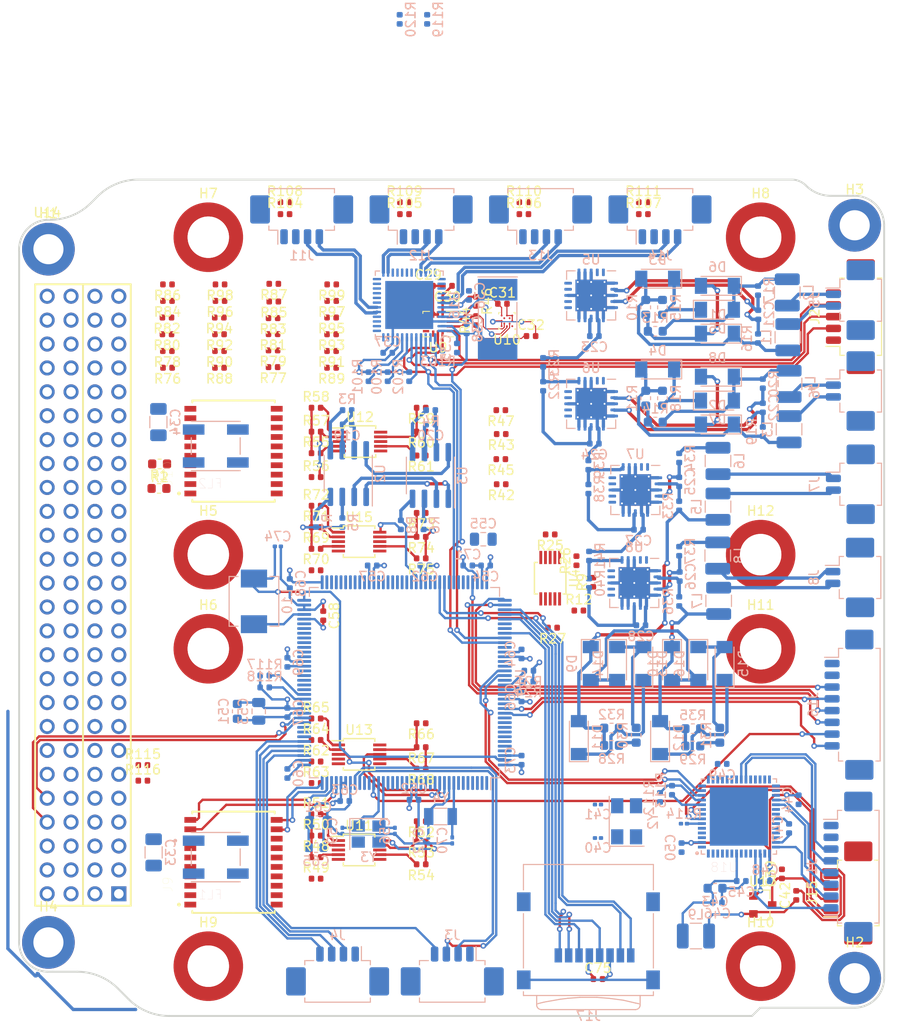
<source format=kicad_pcb>
(kicad_pcb (version 20171130) (host pcbnew "(5.1.6-0-10_14)")
  (layers (0 F.Cu signal) (31 B.Cu signal) (34 B.Paste user) (35 F.Paste user) (36 B.SilkS user) (37 F.SilkS user) (38 B.Mask user) (39 F.Mask user) (44 Edge.Cuts user))
  (net 0 "")
  (net 1 GND)
  (net 2 "Net-(C26-Pad2)")
  (net 3 "Net-(C26-Pad1)")
  (net 4 /3V3_3)
  (net 5 /3V3_1)
  (net 6 /3V3_2)
  (net 7 "Net-(D1-Pad1)")
  (net 8 "Net-(D2-Pad1)")
  (net 9 "Net-(D5-Pad2)")
  (net 10 "Net-(D7-Pad2)")
  (net 11 "Net-(D11-Pad2)")
  (net 12 "Net-(D10-Pad1)")
  (net 13 "Net-(D13-Pad2)")
  (net 14 "Net-(D15-Pad2)")
  (net 15 "Net-(FL1-Pad2)")
  (net 16 "Net-(FL1-Pad3)")
  (net 17 "Net-(FL2-Pad2)")
  (net 18 "Net-(FL2-Pad3)")
  (net 19 /ADC3)
  (net 20 /ADC2)
  (net 21 /ADC1)
  (net 22 /ADC6)
  (net 23 /ADC5)
  (net 24 /ADC4)
  (net 25 /mcu/NRST)
  (net 26 /mcu/JTDO)
  (net 27 /mcu/JTCK)
  (net 28 /mcu/JTMS)
  (net 29 /mcu/JTDI)
  (net 30 /mcu/SDMMC_D2)
  (net 31 /mcu/SDMMC_D3)
  (net 32 /mcu/SDMMC_CMD)
  (net 33 /mcu/SDMMC_CLK)
  (net 34 /mcu/SDMMC_D0)
  (net 35 /mcu/SDMMC_D1)
  (net 36 "Net-(L6-Pad2)")
  (net 37 "Net-(L8-Pad2)")
  (net 38 /mcu/ADC12_IN15)
  (net 39 /VBAT)
  (net 40 /WP1)
  (net 41 "Net-(R4-Pad1)")
  (net 42 /RST1)
  (net 43 /RST2)
  (net 44 /MEM1)
  (net 45 /MEM2)
  (net 46 /MISO_1)
  (net 47 /MISO_2)
  (net 48 /SDA1)
  (net 49 /SCL1)
  (net 50 /SDA3)
  (net 51 /SCL3)
  (net 52 /TEMP_ACC)
  (net 53 /TEMP_FAULT)
  (net 54 /sensors/ASDA)
  (net 55 /sensors/ASCL)
  (net 56 /ACC1)
  (net 57 /FAULT1)
  (net 58 /ACC2)
  (net 59 /FAULT2)
  (net 60 /SCL2)
  (net 61 /SDA2)
  (net 62 /CS2)
  (net 63 /CS1)
  (net 64 /SCK_2)
  (net 65 /MOSI_2)
  (net 66 "Net-(U4-Pad6)")
  (net 67 /mcu/ADC12_IN16)
  (net 68 /SCK_1)
  (net 69 /MOSI_1)
  (net 70 /GYRO)
  (net 71 "Net-(U6-Pad15)")
  (net 72 "Net-(U6-Pad14)")
  (net 73 "Net-(U6-Pad12)")
  (net 74 "Net-(U6-Pad11)")
  (net 75 "Net-(U7-Pad15)")
  (net 76 "Net-(U7-Pad14)")
  (net 77 "Net-(U7-Pad12)")
  (net 78 "Net-(U7-Pad11)")
  (net 79 "Net-(U8-Pad15)")
  (net 80 "Net-(U8-Pad14)")
  (net 81 "Net-(U8-Pad12)")
  (net 82 "Net-(U8-Pad11)")
  (net 83 "Net-(U9-Pad11)")
  (net 84 "Net-(U12-Pad6)")
  (net 85 "Net-(U13-Pad6)")
  (net 86 /sensors/3V3_1)
  (net 87 /sensors/3V3_3)
  (net 88 /sensors/3V3_2)
  (net 89 /sensors/3V3_4)
  (net 90 /VCC)
  (net 91 "Net-(R58-Pad2)")
  (net 92 "Net-(R65-Pad2)")
  (net 93 /stacking_connector/OUT1)
  (net 94 /stacking_connector/OUT2)
  (net 95 /stacking_connector/OUT3)
  (net 96 /stacking_connector/OUT4)
  (net 97 /stacking_connector/OUT5)
  (net 98 /stacking_connector/OUT6)
  (net 99 /3V3_P)
  (net 100 "Net-(U5-Pad15)")
  (net 101 "Net-(U5-Pad14)")
  (net 102 "Net-(U5-Pad12)")
  (net 103 "Net-(U5-Pad11)")
  (net 104 "Net-(U9-Pad10)")
  (net 105 "Net-(U9-Pad9)")
  (net 106 "Net-(U9-Pad4)")
  (net 107 "Net-(U10-PadD4)")
  (net 108 "Net-(U10-PadD2)")
  (net 109 "Net-(U10-PadA1)")
  (net 110 "Net-(U11-Pad6)")
  (net 111 /uart_expander/RX0)
  (net 112 /uart_expander/TX0)
  (net 113 /uart_expander/RX1)
  (net 114 /uart_expander/TX1)
  (net 115 /uart_expander/RX2)
  (net 116 /uart_expander/TX2)
  (net 117 /uart_expander/RX3)
  (net 118 /uart_expander/TX3)
  (net 119 /CS3)
  (net 120 /INT)
  (net 121 /RST)
  (net 122 /EXP)
  (net 123 "Net-(U14-Pad45)")
  (net 124 "Net-(U14-Pad44)")
  (net 125 "Net-(U14-Pad40)")
  (net 126 "Net-(U14-Pad39)")
  (net 127 "Net-(U14-Pad38)")
  (net 128 "Net-(U14-Pad37)")
  (net 129 "Net-(U14-Pad36)")
  (net 130 "Net-(U14-Pad35)")
  (net 131 "Net-(U14-Pad32)")
  (net 132 "Net-(U14-Pad31)")
  (net 133 "Net-(U14-Pad30)")
  (net 134 "Net-(U14-Pad29)")
  (net 135 "Net-(U14-Pad28)")
  (net 136 "Net-(U14-Pad27)")
  (net 137 "Net-(U14-Pad24)")
  (net 138 "Net-(U14-Pad23)")
  (net 139 "Net-(U14-Pad22)")
  (net 140 "Net-(U14-Pad21)")
  (net 141 "Net-(U14-Pad20)")
  (net 142 "Net-(U14-Pad19)")
  (net 143 "Net-(U14-Pad16)")
  (net 144 "Net-(U14-Pad15)")
  (net 145 "Net-(U14-Pad14)")
  (net 146 "Net-(U14-Pad13)")
  (net 147 "Net-(U14-Pad12)")
  (net 148 /sensors/SCL)
  (net 149 /sensors/SDA)
  (net 150 /ftdi/5V)
  (net 151 /ftdi/OSC_IN)
  (net 152 /ftdi/OSC_OUT)
  (net 153 /ftdi/3V3)
  (net 154 /ftdi/1V8)
  (net 155 /ftdi/D-)
  (net 156 /ftdi/D+)
  (net 157 "Net-(U16-Pad14)")
  (net 158 "Net-(U16-Pad15)")
  (net 159 "Net-(U16-Pad19)")
  (net 160 "Net-(U16-Pad20)")
  (net 161 "Net-(U16-Pad24)")
  (net 162 "Net-(U16-Pad27)")
  (net 163 "Net-(U16-Pad28)")
  (net 164 "Net-(U16-Pad29)")
  (net 165 "Net-(U16-Pad30)")
  (net 166 "Net-(U16-Pad35)")
  (net 167 "Net-(U16-Pad37)")
  (net 168 "Net-(U16-Pad38)")
  (net 169 "Net-(U16-Pad39)")
  (net 170 "Net-(U16-Pad40)")
  (net 171 "Net-(R56-Pad2)")
  (net 172 "Net-(R59-Pad2)")
  (net 173 "Net-(R63-Pad2)")
  (net 174 "Net-(R66-Pad2)")
  (net 175 /RX1_OBC)
  (net 176 /TX1_OBC)
  (net 177 /ACC3)
  (net 178 /FAULT3)
  (net 179 /ACC4)
  (net 180 /FAULT4)
  (net 181 /RX1_FTDI)
  (net 182 /TX1_FTDI)
  (net 183 /RX2_FTDI)
  (net 184 /TX2_FTDI)
  (net 185 /RX3_FTDI)
  (net 186 /TX3_FTDI)
  (net 187 /TX2_OBC)
  (net 188 /RX2_OBC)
  (net 189 /modules/UART3_TX)
  (net 190 /TX3_OBC)
  (net 191 /modules/UART3_RX)
  (net 192 /RX3_OBC)
  (net 193 "Net-(R70-Pad2)")
  (net 194 "Net-(R70-Pad1)")
  (net 195 "Net-(R72-Pad2)")
  (net 196 "Net-(R73-Pad2)")
  (net 197 "Net-(R73-Pad1)")
  (net 198 /TX0_FTDI)
  (net 199 /RX0_FTDI)
  (net 200 "Net-(U14-Pad46)")
  (net 201 "Net-(U14-Pad42)")
  (net 202 "Net-(U14-Pad34)")
  (net 203 "Net-(U14-Pad33)")
  (net 204 "Net-(U14-Pad26)")
  (net 205 "Net-(U14-Pad25)")
  (net 206 "Net-(U14-Pad18)")
  (net 207 "Net-(U14-Pad17)")
  (net 208 "Net-(U14-Pad10)")
  (net 209 "Net-(U14-Pad8)")
  (net 210 "Net-(U14-Pad7)")
  (net 211 "Net-(U14-Pad6)")
  (net 212 "Net-(U14-Pad5)")
  (net 213 "Net-(U14-Pad4)")
  (net 214 "Net-(U14-Pad3)")
  (net 215 "Net-(U14-Pad2)")
  (net 216 "Net-(U14-Pad1)")
  (net 217 "Net-(U14-Pad104)")
  (net 218 "Net-(U14-Pad103)")
  (net 219 "Net-(U14-Pad102)")
  (net 220 "Net-(U14-Pad101)")
  (net 221 "Net-(U14-Pad100)")
  (net 222 "Net-(U14-Pad99)")
  (net 223 "Net-(U14-Pad96)")
  (net 224 "Net-(U14-Pad95)")
  (net 225 "Net-(U14-Pad94)")
  (net 226 "Net-(U14-Pad93)")
  (net 227 "Net-(U14-Pad92)")
  (net 228 "Net-(U14-Pad91)")
  (net 229 "Net-(U14-Pad90)")
  (net 230 "Net-(U14-Pad89)")
  (net 231 "Net-(U14-Pad88)")
  (net 232 "Net-(U14-Pad87)")
  (net 233 "Net-(U14-Pad86)")
  (net 234 "Net-(U14-Pad85)")
  (net 235 "Net-(U14-Pad80)")
  (net 236 "Net-(U14-Pad78)")
  (net 237 "Net-(U14-Pad77)")
  (net 238 "Net-(U14-Pad76)")
  (net 239 "Net-(U14-Pad75)")
  (net 240 "Net-(U14-Pad74)")
  (net 241 "Net-(U14-Pad73)")
  (net 242 "Net-(U14-Pad72)")
  (net 243 "Net-(U14-Pad71)")
  (net 244 "Net-(U14-Pad70)")
  (net 245 "Net-(U14-Pad69)")
  (net 246 "Net-(U14-Pad68)")
  (net 247 "Net-(U14-Pad67)")
  (net 248 "Net-(U14-Pad66)")
  (net 249 "Net-(U14-Pad65)")
  (net 250 "Net-(U14-Pad64)")
  (net 251 "Net-(U14-Pad63)")
  (net 252 "Net-(U14-Pad61)")
  (net 253 "Net-(U14-Pad59)")
  (net 254 "Net-(U14-Pad57)")
  (net 255 "Net-(U14-Pad55)")
  (net 256 "Net-(U14-Pad53)")
  (net 257 "Net-(U15-Pad6)")
  (net 258 "Net-(U16-Pad45)")
  (net 259 "Net-(U16-Pad44)")
  (net 260 "Net-(U16-Pad36)")
  (net 261 "Net-(U16-Pad32)")
  (net 262 "Net-(U16-Pad31)")
  (net 263 "Net-(U16-Pad23)")
  (net 264 "Net-(U16-Pad22)")
  (net 265 "Net-(U16-Pad21)")
  (net 266 "Net-(U16-Pad16)")
  (net 267 "Net-(U16-Pad13)")
  (net 268 "Net-(U16-Pad12)")
  (net 269 "Net-(U16-Pad11)")
  (net 270 "Net-(U18-Pad1)")
  (net 271 "Net-(U18-Pad14)")
  (net 272 "Net-(U18-Pad15)")
  (net 273 "Net-(U18-Pad17)")
  (net 274 "Net-(U18-Pad18)")
  (net 275 "Net-(U18-Pad19)")
  (net 276 "Net-(U18-Pad20)")
  (net 277 "Net-(U18-Pad24)")
  (net 278 "Net-(U18-Pad25)")
  (net 279 "Net-(U18-Pad26)")
  (net 280 "Net-(U18-Pad27)")
  (net 281 "Net-(U18-Pad28)")
  (net 282 "Net-(U18-Pad29)")
  (net 283 "Net-(U18-Pad30)")
  (net 284 "Net-(U18-Pad34)")
  (net 285 "Net-(U18-Pad35)")
  (net 286 "Net-(U18-Pad37)")
  (net 287 "Net-(U18-Pad38)")
  (net 288 "Net-(U18-Pad39)")
  (net 289 "Net-(U18-Pad40)")
  (net 290 "Net-(U18-Pad47)")
  (net 291 "Net-(U18-Pad48)")
  (net 292 "Net-(U18-Pad49)")
  (net 293 "Net-(U18-Pad51)")
  (net 294 "Net-(U18-Pad52)")
  (net 295 "Net-(U18-Pad53)")
  (net 296 "Net-(U18-Pad54)")
  (net 297 "Net-(U18-Pad55)")
  (net 298 "Net-(U18-Pad56)")
  (net 299 "Net-(U18-Pad57)")
  (net 300 /mcu/PF6)
  (net 301 /mcu/PE6)
  (net 302 /mcu/PE5)
  (net 303 "Net-(C21-Pad1)")
  (net 304 "Net-(C21-Pad2)")
  (net 305 "Net-(C22-Pad1)")
  (net 306 "Net-(C22-Pad2)")
  (net 307 "Net-(C25-Pad1)")
  (net 308 "Net-(C25-Pad2)")
  (net 309 "Net-(C35-Pad1)")
  (net 310 "Net-(C42-Pad1)")
  (net 311 "Net-(C56-Pad1)")
  (net 312 "Net-(C59-Pad1)")
  (net 313 "Net-(C70-Pad1)")
  (net 314 "Net-(C72-Pad1)")
  (net 315 "Net-(C74-Pad2)")
  (net 316 "Net-(J5-Pad1)")
  (net 317 "Net-(J5-Pad2)")
  (net 318 "Net-(J6-Pad1)")
  (net 319 "Net-(J6-Pad2)")
  (net 320 "Net-(J7-Pad1)")
  (net 321 "Net-(J7-Pad2)")
  (net 322 "Net-(J8-Pad1)")
  (net 323 "Net-(J8-Pad2)")
  (net 324 "Net-(J9-Pad16)")
  (net 325 "Net-(J9-Pad15)")
  (net 326 "Net-(J9-Pad14)")
  (net 327 "Net-(J9-Pad13)")
  (net 328 "Net-(J9-Pad12)")
  (net 329 "Net-(J9-Pad11)")
  (net 330 "Net-(J9-Pad09)")
  (net 331 "Net-(J9-Pad10)")
  (net 332 "Net-(J10-Pad16)")
  (net 333 "Net-(J10-Pad15)")
  (net 334 "Net-(J10-Pad14)")
  (net 335 "Net-(J10-Pad13)")
  (net 336 "Net-(J10-Pad12)")
  (net 337 "Net-(J10-Pad11)")
  (net 338 "Net-(J10-Pad09)")
  (net 339 "Net-(J10-Pad10)")
  (net 340 /mcu/NJTRST)
  (net 341 "Net-(L10-Pad1)")
  (net 342 "Net-(R22-Pad2)")
  (net 343 "Net-(R26-Pad2)")
  (net 344 "Net-(R38-Pad2)")
  (net 345 "Net-(R40-Pad2)")
  (net 346 "Net-(R49-Pad2)")
  (net 347 "Net-(R51-Pad2)")
  (net 348 "Net-(R52-Pad2)")
  (net 349 "Net-(R63-Pad1)")
  (net 350 "Net-(R66-Pad1)")
  (net 351 "Net-(R103-Pad2)")
  (net 352 "Net-(R112-Pad1)")
  (net 353 "Net-(R114-Pad1)")
  (net 354 "Net-(U19-Pad139)")
  (net 355 "Net-(U19-Pad138)")
  (net 356 "Net-(U19-Pad137)")
  (net 357 "Net-(U19-Pad136)")
  (net 358 "Net-(U19-Pad135)")
  (net 359 "Net-(U19-Pad134)")
  (net 360 "Net-(U19-Pad122)")
  (net 361 "Net-(U19-Pad104)")
  (net 362 "Net-(U19-Pad103)")
  (net 363 "Net-(U19-Pad102)")
  (net 364 "Net-(U19-Pad97)")
  (net 365 "Net-(U19-Pad96)")
  (net 366 "Net-(U19-Pad86)")
  (net 367 "Net-(U19-Pad85)")
  (net 368 "Net-(U19-Pad76)")
  (net 369 "Net-(U19-Pad75)")
  (net 370 "Net-(U19-Pad74)")
  (net 371 "Net-(U19-Pad65)")
  (net 372 "Net-(U19-Pad64)")
  (net 373 "Net-(U19-Pad63)")
  (net 374 "Net-(U19-Pad62)")
  (net 375 "Net-(U19-Pad61)")
  (net 376 /mcu/PE10)
  (net 377 /mcu/PE9)
  (net 378 /mcu/PE8)
  (net 379 /mcu/PE7)
  (net 380 "Net-(U19-Pad54)")
  (net 381 "Net-(U19-Pad53)")
  (net 382 "Net-(U19-Pad45)")
  (net 383 "Net-(U19-Pad43)")
  (net 384 "Net-(U19-Pad7)")
  (net 385 /SCL4)
  (net 386 /SDA4)
  (net 387 /mcu/PF8)
  (net 388 /mcu/PF7)
  (net 389 /mcu/PE4)
  (net 390 /mcu/PE3)
  (net 391 /mcu/PD1)
  (net 392 /mcu/PD0)
  (net 393 "Net-(U19-Pad27)")
  (net 394 "Net-(U19-Pad26)")
  (net 395 /mcu/PF10)
  (net 396 /mcu/PF9)
  (net 397 /mcu/PD7)
  (net 398 /mcu/PD5)
  (module Resistor_SMD:R_0402_1005Metric (layer B.Cu) (at 161.798 101.727)
    (fp_text reference R24 (at 0 1.17) (layer B.SilkS) (effects (justify mirror)))
    (fp_text value 10k)
    (pad 2 smd roundrect (at 0.485 0) (size 0.59 0.64) (layers B.Cu B.Paste B.Mask) (net 4 /3V3_3))
    (pad 1 smd roundrect (at -0.485 0) (size 0.59 0.64) (layers B.Cu B.Paste B.Mask) (net 49 /SCL1))
  )
  (module Resistor_SMD:R_0402_1005Metric (layer B.Cu) (at 161.821 100.584)
    (fp_text reference R21 (at 0 1.17) (layer B.SilkS) (effects (justify mirror)))
    (fp_text value 10k)
    (pad 2 smd roundrect (at 0.485 0) (size 0.59 0.64) (layers B.Cu B.Paste B.Mask) (net 4 /3V3_3))
    (pad 1 smd roundrect (at -0.485 0) (size 0.59 0.64) (layers B.Cu B.Paste B.Mask) (net 48 /SDA1))
  )
  (module Capacitor_SMD:C_0402_1005Metric (layer F.Cu) (at 139.954 94.742 270)
    (fp_text reference C58 (at 0 -1.17 90) (layer F.SilkS))
    (fp_text value 100n)
    (pad 2 smd roundrect (at 0.485 0 270) (size 0.59 0.64) (layers F.Cu F.Paste F.Mask) (net 4 /3V3_3))
    (pad 1 smd roundrect (at -0.485 0 270) (size 0.59 0.64) (layers F.Cu F.Paste F.Mask) (net 1 GND))
  )
  (module cubesat_obc:L_Vishay_IHLP-2020 (layer B.Cu) (at 132.588 93.218 90)
    (fp_text reference L10 (at 0 3.54 90) (layer B.SilkS) (effects (justify mirror)))
    (fp_text value 4.7u)
    (pad 2 smd rect (at 2.4265 0 90) (size 1.903 2.79) (layers B.Cu B.Paste B.Mask) (net 315 "Net-(C74-Pad2)"))
    (pad 1 smd rect (at -2.4265 0 90) (size 1.903 2.79) (layers B.Cu B.Paste B.Mask) (net 341 "Net-(L10-Pad1)"))
  )
  (module Capacitor_SMD:C_0201_0603Metric (layer B.Cu) (at 135.128 87.376 180)
    (fp_text reference C74 (at 0 1.05) (layer B.SilkS) (effects (justify mirror)))
    (fp_text value 4.7u)
    (pad 2 smd roundrect (at 0.32 0 180) (size 0.46 0.4) (layers B.Cu B.Mask) (net 315 "Net-(C74-Pad2)"))
    (pad 1 smd roundrect (at -0.32 0 180) (size 0.46 0.4) (layers B.Cu B.Mask) (net 1 GND))
  )
  (module Package_QFP:LQFP-144_20x20mm_P0.5mm (layer B.Cu) (at 148.59 101.854 90)
    (fp_text reference U19 (at 0 12.35 90) (layer B.SilkS) (effects (justify mirror)))
    (fp_text value STM32L552ZET6Q)
    (pad 144 smd roundrect (at -8.75 10.6625 90) (size 0.3 1.475) (layers B.Cu B.Paste B.Mask) (net 4 /3V3_3))
    (pad 143 smd roundrect (at -8.25 10.6625 90) (size 0.3 1.475) (layers B.Cu B.Paste B.Mask) (net 315 "Net-(C74-Pad2)"))
    (pad 142 smd roundrect (at -7.75 10.6625 90) (size 0.3 1.475) (layers B.Cu B.Paste B.Mask) (net 1 GND))
    (pad 141 smd roundrect (at -7.25 10.6625 90) (size 0.3 1.475) (layers B.Cu B.Paste B.Mask) (net 52 /TEMP_ACC))
    (pad 140 smd roundrect (at -6.75 10.6625 90) (size 0.3 1.475) (layers B.Cu B.Paste B.Mask) (net 70 /GYRO))
    (pad 139 smd roundrect (at -6.25 10.6625 90) (size 0.3 1.475) (layers B.Cu B.Paste B.Mask) (net 354 "Net-(U19-Pad139)"))
    (pad 138 smd roundrect (at -5.75 10.6625 90) (size 0.3 1.475) (layers B.Cu B.Paste B.Mask) (net 355 "Net-(U19-Pad138)"))
    (pad 137 smd roundrect (at -5.25 10.6625 90) (size 0.3 1.475) (layers B.Cu B.Paste B.Mask) (net 356 "Net-(U19-Pad137)"))
    (pad 136 smd roundrect (at -4.75 10.6625 90) (size 0.3 1.475) (layers B.Cu B.Paste B.Mask) (net 357 "Net-(U19-Pad136)"))
    (pad 135 smd roundrect (at -4.25 10.6625 90) (size 0.3 1.475) (layers B.Cu B.Paste B.Mask) (net 358 "Net-(U19-Pad135)"))
    (pad 134 smd roundrect (at -3.75 10.6625 90) (size 0.3 1.475) (layers B.Cu B.Paste B.Mask) (net 359 "Net-(U19-Pad134)"))
    (pad 133 smd roundrect (at -3.25 10.6625 90) (size 0.3 1.475) (layers B.Cu B.Paste B.Mask) (net 340 /mcu/NJTRST))
    (pad 132 smd roundrect (at -2.75 10.6625 90) (size 0.3 1.475) (layers B.Cu B.Paste B.Mask) (net 26 /mcu/JTDO))
    (pad 131 smd roundrect (at -2.25 10.6625 90) (size 0.3 1.475) (layers B.Cu B.Paste B.Mask) (net 122 /EXP))
    (pad 130 smd roundrect (at -1.75 10.6625 90) (size 0.3 1.475) (layers B.Cu B.Paste B.Mask) (net 4 /3V3_3))
    (pad 129 smd roundrect (at -1.25 10.6625 90) (size 0.3 1.475) (layers B.Cu B.Paste B.Mask) (net 1 GND))
    (pad 128 smd roundrect (at -0.75 10.6625 90) (size 0.3 1.475) (layers B.Cu B.Paste B.Mask) (net 49 /SCL1))
    (pad 127 smd roundrect (at -0.25 10.6625 90) (size 0.3 1.475) (layers B.Cu B.Paste B.Mask) (net 48 /SDA1))
    (pad 126 smd roundrect (at 0.25 10.6625 90) (size 0.3 1.475) (layers B.Cu B.Paste B.Mask) (net 43 /RST2))
    (pad 125 smd roundrect (at 0.75 10.6625 90) (size 0.3 1.475) (layers B.Cu B.Paste B.Mask) (net 198 /TX0_FTDI))
    (pad 124 smd roundrect (at 1.25 10.6625 90) (size 0.3 1.475) (layers B.Cu B.Paste B.Mask) (net 199 /RX0_FTDI))
    (pad 123 smd roundrect (at 1.75 10.6625 90) (size 0.3 1.475) (layers B.Cu B.Paste B.Mask) (net 397 /mcu/PD7))
    (pad 122 smd roundrect (at 2.25 10.6625 90) (size 0.3 1.475) (layers B.Cu B.Paste B.Mask) (net 360 "Net-(U19-Pad122)"))
    (pad 121 smd roundrect (at 2.75 10.6625 90) (size 0.3 1.475) (layers B.Cu B.Paste B.Mask) (net 4 /3V3_3))
    (pad 120 smd roundrect (at 3.25 10.6625 90) (size 0.3 1.475) (layers B.Cu B.Paste B.Mask) (net 1 GND))
    (pad 119 smd roundrect (at 3.75 10.6625 90) (size 0.3 1.475) (layers B.Cu B.Paste B.Mask) (net 398 /mcu/PD5))
    (pad 118 smd roundrect (at 4.25 10.6625 90) (size 0.3 1.475) (layers B.Cu B.Paste B.Mask) (net 65 /MOSI_2))
    (pad 117 smd roundrect (at 4.75 10.6625 90) (size 0.3 1.475) (layers B.Cu B.Paste B.Mask) (net 47 /MISO_2))
    (pad 116 smd roundrect (at 5.25 10.6625 90) (size 0.3 1.475) (layers B.Cu B.Paste B.Mask) (net 32 /mcu/SDMMC_CMD))
    (pad 115 smd roundrect (at 5.75 10.6625 90) (size 0.3 1.475) (layers B.Cu B.Paste B.Mask) (net 391 /mcu/PD1))
    (pad 114 smd roundrect (at 6.25 10.6625 90) (size 0.3 1.475) (layers B.Cu B.Paste B.Mask) (net 392 /mcu/PD0))
    (pad 113 smd roundrect (at 6.75 10.6625 90) (size 0.3 1.475) (layers B.Cu B.Paste B.Mask) (net 33 /mcu/SDMMC_CLK))
    (pad 112 smd roundrect (at 7.25 10.6625 90) (size 0.3 1.475) (layers B.Cu B.Paste B.Mask) (net 31 /mcu/SDMMC_D3))
    (pad 111 smd roundrect (at 7.75 10.6625 90) (size 0.3 1.475) (layers B.Cu B.Paste B.Mask) (net 30 /mcu/SDMMC_D2))
    (pad 110 smd roundrect (at 8.25 10.6625 90) (size 0.3 1.475) (layers B.Cu B.Paste B.Mask) (net 29 /mcu/JTDI))
    (pad 109 smd roundrect (at 8.75 10.6625 90) (size 0.3 1.475) (layers B.Cu B.Paste B.Mask) (net 27 /mcu/JTCK))
    (pad 108 smd roundrect (at 10.6625 8.75 90) (size 1.475 0.3) (layers B.Cu B.Paste B.Mask) (net 4 /3V3_3))
    (pad 107 smd roundrect (at 10.6625 8.25 90) (size 1.475 0.3) (layers B.Cu B.Paste B.Mask) (net 1 GND))
    (pad 106 smd roundrect (at 10.6625 7.75 90) (size 1.475 0.3) (layers B.Cu B.Paste B.Mask) (net 4 /3V3_3))
    (pad 105 smd roundrect (at 10.6625 7.25 90) (size 1.475 0.3) (layers B.Cu B.Paste B.Mask) (net 28 /mcu/JTMS))
    (pad 104 smd roundrect (at 10.6625 6.75 90) (size 1.475 0.3) (layers B.Cu B.Paste B.Mask) (net 361 "Net-(U19-Pad104)"))
    (pad 103 smd roundrect (at 10.6625 6.25 90) (size 1.475 0.3) (layers B.Cu B.Paste B.Mask) (net 362 "Net-(U19-Pad103)"))
    (pad 102 smd roundrect (at 10.6625 5.75 90) (size 1.475 0.3) (layers B.Cu B.Paste B.Mask) (net 363 "Net-(U19-Pad102)"))
    (pad 101 smd roundrect (at 10.6625 5.25 90) (size 1.475 0.3) (layers B.Cu B.Paste B.Mask) (net 64 /SCK_2))
    (pad 100 smd roundrect (at 10.6625 4.75 90) (size 1.475 0.3) (layers B.Cu B.Paste B.Mask) (net 38 /mcu/ADC12_IN15))
    (pad 99 smd roundrect (at 10.6625 4.25 90) (size 1.475 0.3) (layers B.Cu B.Paste B.Mask) (net 35 /mcu/SDMMC_D1))
    (pad 98 smd roundrect (at 10.6625 3.75 90) (size 1.475 0.3) (layers B.Cu B.Paste B.Mask) (net 34 /mcu/SDMMC_D0))
    (pad 97 smd roundrect (at 10.6625 3.25 90) (size 1.475 0.3) (layers B.Cu B.Paste B.Mask) (net 364 "Net-(U19-Pad97)"))
    (pad 96 smd roundrect (at 10.6625 2.75 90) (size 1.475 0.3) (layers B.Cu B.Paste B.Mask) (net 365 "Net-(U19-Pad96)"))
    (pad 95 smd roundrect (at 10.6625 2.25 90) (size 1.475 0.3) (layers B.Cu B.Paste B.Mask) (net 4 /3V3_3))
    (pad 94 smd roundrect (at 10.6625 1.75 90) (size 1.475 0.3) (layers B.Cu B.Paste B.Mask) (net 1 GND))
    (pad 93 smd roundrect (at 10.6625 1.25 90) (size 1.475 0.3) (layers B.Cu B.Paste B.Mask) (net 45 /MEM2))
    (pad 92 smd roundrect (at 10.6625 0.75 90) (size 1.475 0.3) (layers B.Cu B.Paste B.Mask) (net 40 /WP1))
    (pad 91 smd roundrect (at 10.6625 0.25 90) (size 1.475 0.3) (layers B.Cu B.Paste B.Mask) (net 42 /RST1))
    (pad 90 smd roundrect (at 10.6625 -0.25 90) (size 1.475 0.3) (layers B.Cu B.Paste B.Mask) (net 44 /MEM1))
    (pad 89 smd roundrect (at 10.6625 -0.75 90) (size 1.475 0.3) (layers B.Cu B.Paste B.Mask) (net 69 /MOSI_1))
    (pad 88 smd roundrect (at 10.6625 -1.25 90) (size 1.475 0.3) (layers B.Cu B.Paste B.Mask) (net 46 /MISO_1))
    (pad 87 smd roundrect (at 10.6625 -1.75 90) (size 1.475 0.3) (layers B.Cu B.Paste B.Mask) (net 68 /SCK_1))
    (pad 86 smd roundrect (at 10.6625 -2.25 90) (size 1.475 0.3) (layers B.Cu B.Paste B.Mask) (net 366 "Net-(U19-Pad86)"))
    (pad 85 smd roundrect (at 10.6625 -2.75 90) (size 1.475 0.3) (layers B.Cu B.Paste B.Mask) (net 367 "Net-(U19-Pad85)"))
    (pad 84 smd roundrect (at 10.6625 -3.25 90) (size 1.475 0.3) (layers B.Cu B.Paste B.Mask) (net 4 /3V3_3))
    (pad 83 smd roundrect (at 10.6625 -3.75 90) (size 1.475 0.3) (layers B.Cu B.Paste B.Mask) (net 1 GND))
    (pad 82 smd roundrect (at 10.6625 -4.25 90) (size 1.475 0.3) (layers B.Cu B.Paste B.Mask) (net 180 /FAULT4))
    (pad 81 smd roundrect (at 10.6625 -4.75 90) (size 1.475 0.3) (layers B.Cu B.Paste B.Mask) (net 179 /ACC4))
    (pad 80 smd roundrect (at 10.6625 -5.25 90) (size 1.475 0.3) (layers B.Cu B.Paste B.Mask) (net 120 /INT))
    (pad 79 smd roundrect (at 10.6625 -5.75 90) (size 1.475 0.3) (layers B.Cu B.Paste B.Mask) (net 121 /RST))
    (pad 78 smd roundrect (at 10.6625 -6.25 90) (size 1.475 0.3) (layers B.Cu B.Paste B.Mask) (net 59 /FAULT2))
    (pad 77 smd roundrect (at 10.6625 -6.75 90) (size 1.475 0.3) (layers B.Cu B.Paste B.Mask) (net 58 /ACC2))
    (pad 76 smd roundrect (at 10.6625 -7.25 90) (size 1.475 0.3) (layers B.Cu B.Paste B.Mask) (net 368 "Net-(U19-Pad76)"))
    (pad 75 smd roundrect (at 10.6625 -7.75 90) (size 1.475 0.3) (layers B.Cu B.Paste B.Mask) (net 369 "Net-(U19-Pad75)"))
    (pad 74 smd roundrect (at 10.6625 -8.25 90) (size 1.475 0.3) (layers B.Cu B.Paste B.Mask) (net 370 "Net-(U19-Pad74)"))
    (pad 73 smd roundrect (at 10.6625 -8.75 90) (size 1.475 0.3) (layers B.Cu B.Paste B.Mask) (net 4 /3V3_3))
    (pad 72 smd roundrect (at 8.75 -10.6625 90) (size 0.3 1.475) (layers B.Cu B.Paste B.Mask) (net 315 "Net-(C74-Pad2)"))
    (pad 71 smd roundrect (at 8.25 -10.6625 90) (size 0.3 1.475) (layers B.Cu B.Paste B.Mask) (net 1 GND))
    (pad 70 smd roundrect (at 7.75 -10.6625 90) (size 0.3 1.475) (layers B.Cu B.Paste B.Mask) (net 1 GND))
    (pad 69 smd roundrect (at 7.25 -10.6625 90) (size 0.3 1.475) (layers B.Cu B.Paste B.Mask) (net 341 "Net-(L10-Pad1)"))
    (pad 68 smd roundrect (at 6.75 -10.6625 90) (size 0.3 1.475) (layers B.Cu B.Paste B.Mask) (net 4 /3V3_3))
    (pad 67 smd roundrect (at 6.25 -10.6625 90) (size 0.3 1.475) (layers B.Cu B.Paste B.Mask) (net 192 /RX3_OBC))
    (pad 66 smd roundrect (at 5.75 -10.6625 90) (size 0.3 1.475) (layers B.Cu B.Paste B.Mask) (net 190 /TX3_OBC))
    (pad 65 smd roundrect (at 5.25 -10.6625 90) (size 0.3 1.475) (layers B.Cu B.Paste B.Mask) (net 371 "Net-(U19-Pad65)"))
    (pad 64 smd roundrect (at 4.75 -10.6625 90) (size 0.3 1.475) (layers B.Cu B.Paste B.Mask) (net 372 "Net-(U19-Pad64)"))
    (pad 63 smd roundrect (at 4.25 -10.6625 90) (size 0.3 1.475) (layers B.Cu B.Paste B.Mask) (net 373 "Net-(U19-Pad63)"))
    (pad 62 smd roundrect (at 3.75 -10.6625 90) (size 0.3 1.475) (layers B.Cu B.Paste B.Mask) (net 374 "Net-(U19-Pad62)"))
    (pad 61 smd roundrect (at 3.25 -10.6625 90) (size 0.3 1.475) (layers B.Cu B.Paste B.Mask) (net 375 "Net-(U19-Pad61)"))
    (pad 60 smd roundrect (at 2.75 -10.6625 90) (size 0.3 1.475) (layers B.Cu B.Paste B.Mask) (net 376 /mcu/PE10))
    (pad 59 smd roundrect (at 2.25 -10.6625 90) (size 0.3 1.475) (layers B.Cu B.Paste B.Mask) (net 4 /3V3_3))
    (pad 58 smd roundrect (at 1.75 -10.6625 90) (size 0.3 1.475) (layers B.Cu B.Paste B.Mask) (net 1 GND))
    (pad 57 smd roundrect (at 1.25 -10.6625 90) (size 0.3 1.475) (layers B.Cu B.Paste B.Mask) (net 377 /mcu/PE9))
    (pad 56 smd roundrect (at 0.75 -10.6625 90) (size 0.3 1.475) (layers B.Cu B.Paste B.Mask) (net 378 /mcu/PE8))
    (pad 55 smd roundrect (at 0.25 -10.6625 90) (size 0.3 1.475) (layers B.Cu B.Paste B.Mask) (net 379 /mcu/PE7))
    (pad 54 smd roundrect (at -0.25 -10.6625 90) (size 0.3 1.475) (layers B.Cu B.Paste B.Mask) (net 380 "Net-(U19-Pad54)"))
    (pad 53 smd roundrect (at -0.75 -10.6625 90) (size 0.3 1.475) (layers B.Cu B.Paste B.Mask) (net 381 "Net-(U19-Pad53)"))
    (pad 52 smd roundrect (at -1.25 -10.6625 90) (size 0.3 1.475) (layers B.Cu B.Paste B.Mask) (net 386 /SDA4))
    (pad 51 smd roundrect (at -1.75 -10.6625 90) (size 0.3 1.475) (layers B.Cu B.Paste B.Mask) (net 385 /SCL4))
    (pad 50 smd roundrect (at -2.25 -10.6625 90) (size 0.3 1.475) (layers B.Cu B.Paste B.Mask) (net 119 /CS3))
    (pad 49 smd roundrect (at -2.75 -10.6625 90) (size 0.3 1.475) (layers B.Cu B.Paste B.Mask) (net 4 /3V3_3))
    (pad 48 smd roundrect (at -3.25 -10.6625 90) (size 0.3 1.475) (layers B.Cu B.Paste B.Mask) (net 1 GND))
    (pad 47 smd roundrect (at -3.75 -10.6625 90) (size 0.3 1.475) (layers B.Cu B.Paste B.Mask) (net 62 /CS2))
    (pad 46 smd roundrect (at -4.25 -10.6625 90) (size 0.3 1.475) (layers B.Cu B.Paste B.Mask) (net 63 /CS1))
    (pad 45 smd roundrect (at -4.75 -10.6625 90) (size 0.3 1.475) (layers B.Cu B.Paste B.Mask) (net 382 "Net-(U19-Pad45)"))
    (pad 44 smd roundrect (at -5.25 -10.6625 90) (size 0.3 1.475) (layers B.Cu B.Paste B.Mask) (net 67 /mcu/ADC12_IN16))
    (pad 43 smd roundrect (at -5.75 -10.6625 90) (size 0.3 1.475) (layers B.Cu B.Paste B.Mask) (net 383 "Net-(U19-Pad43)"))
    (pad 42 smd roundrect (at -6.25 -10.6625 90) (size 0.3 1.475) (layers B.Cu B.Paste B.Mask) (net 22 /ADC6))
    (pad 41 smd roundrect (at -6.75 -10.6625 90) (size 0.3 1.475) (layers B.Cu B.Paste B.Mask) (net 23 /ADC5))
    (pad 40 smd roundrect (at -7.25 -10.6625 90) (size 0.3 1.475) (layers B.Cu B.Paste B.Mask) (net 24 /ADC4))
    (pad 39 smd roundrect (at -7.75 -10.6625 90) (size 0.3 1.475) (layers B.Cu B.Paste B.Mask) (net 19 /ADC3))
    (pad 38 smd roundrect (at -8.25 -10.6625 90) (size 0.3 1.475) (layers B.Cu B.Paste B.Mask) (net 4 /3V3_3))
    (pad 37 smd roundrect (at -8.75 -10.6625 90) (size 0.3 1.475) (layers B.Cu B.Paste B.Mask) (net 1 GND))
    (pad 36 smd roundrect (at -10.6625 -8.75 90) (size 1.475 0.3) (layers B.Cu B.Paste B.Mask) (net 188 /RX2_OBC))
    (pad 35 smd roundrect (at -10.6625 -8.25 90) (size 1.475 0.3) (layers B.Cu B.Paste B.Mask) (net 187 /TX2_OBC))
    (pad 34 smd roundrect (at -10.6625 -7.75 90) (size 1.475 0.3) (layers B.Cu B.Paste B.Mask) (net 175 /RX1_OBC))
    (pad 33 smd roundrect (at -10.6625 -7.25 90) (size 1.475 0.3) (layers B.Cu B.Paste B.Mask) (net 176 /TX1_OBC))
    (pad 32 smd roundrect (at -10.6625 -6.75 90) (size 1.475 0.3) (layers B.Cu B.Paste B.Mask) (net 4 /3V3_3))
    (pad 31 smd roundrect (at -10.6625 -6.25 90) (size 1.475 0.3) (layers B.Cu B.Paste B.Mask) (net 4 /3V3_3))
    (pad 30 smd roundrect (at -10.6625 -5.75 90) (size 1.475 0.3) (layers B.Cu B.Paste B.Mask) (net 1 GND))
    (pad 29 smd roundrect (at -10.6625 -5.25 90) (size 1.475 0.3) (layers B.Cu B.Paste B.Mask) (net 20 /ADC2))
    (pad 28 smd roundrect (at -10.6625 -4.75 90) (size 1.475 0.3) (layers B.Cu B.Paste B.Mask) (net 21 /ADC1))
    (pad 27 smd roundrect (at -10.6625 -4.25 90) (size 1.475 0.3) (layers B.Cu B.Paste B.Mask) (net 393 "Net-(U19-Pad27)"))
    (pad 26 smd roundrect (at -10.6625 -3.75 90) (size 1.475 0.3) (layers B.Cu B.Paste B.Mask) (net 394 "Net-(U19-Pad26)"))
    (pad 25 smd roundrect (at -10.6625 -3.25 90) (size 1.475 0.3) (layers B.Cu B.Paste B.Mask) (net 25 /mcu/NRST))
    (pad 24 smd roundrect (at -10.6625 -2.75 90) (size 1.475 0.3) (layers B.Cu B.Paste B.Mask) (net 312 "Net-(C59-Pad1)"))
    (pad 23 smd roundrect (at -10.6625 -2.25 90) (size 1.475 0.3) (layers B.Cu B.Paste B.Mask) (net 311 "Net-(C56-Pad1)"))
    (pad 22 smd roundrect (at -10.6625 -1.75 90) (size 1.475 0.3) (layers B.Cu B.Paste B.Mask) (net 395 /mcu/PF10))
    (pad 21 smd roundrect (at -10.6625 -1.25 90) (size 1.475 0.3) (layers B.Cu B.Paste B.Mask) (net 396 /mcu/PF9))
    (pad 20 smd roundrect (at -10.6625 -0.75 90) (size 1.475 0.3) (layers B.Cu B.Paste B.Mask) (net 387 /mcu/PF8))
    (pad 19 smd roundrect (at -10.6625 -0.25 90) (size 1.475 0.3) (layers B.Cu B.Paste B.Mask) (net 388 /mcu/PF7))
    (pad 18 smd roundrect (at -10.6625 0.25 90) (size 1.475 0.3) (layers B.Cu B.Paste B.Mask) (net 300 /mcu/PF6))
    (pad 17 smd roundrect (at -10.6625 0.75 90) (size 1.475 0.3) (layers B.Cu B.Paste B.Mask) (net 4 /3V3_3))
    (pad 16 smd roundrect (at -10.6625 1.25 90) (size 1.475 0.3) (layers B.Cu B.Paste B.Mask) (net 1 GND))
    (pad 15 smd roundrect (at -10.6625 1.75 90) (size 1.475 0.3) (layers B.Cu B.Paste B.Mask) (net 57 /FAULT1))
    (pad 14 smd roundrect (at -10.6625 2.25 90) (size 1.475 0.3) (layers B.Cu B.Paste B.Mask) (net 56 /ACC1))
    (pad 13 smd roundrect (at -10.6625 2.75 90) (size 1.475 0.3) (layers B.Cu B.Paste B.Mask) (net 178 /FAULT3))
    (pad 12 smd roundrect (at -10.6625 3.25 90) (size 1.475 0.3) (layers B.Cu B.Paste B.Mask) (net 177 /ACC3))
    (pad 11 smd roundrect (at -10.6625 3.75 90) (size 1.475 0.3) (layers B.Cu B.Paste B.Mask) (net 60 /SCL2))
    (pad 10 smd roundrect (at -10.6625 4.25 90) (size 1.475 0.3) (layers B.Cu B.Paste B.Mask) (net 61 /SDA2))
    (pad 9 smd roundrect (at -10.6625 4.75 90) (size 1.475 0.3) (layers B.Cu B.Paste B.Mask) (net 314 "Net-(C72-Pad1)"))
    (pad 8 smd roundrect (at -10.6625 5.25 90) (size 1.475 0.3) (layers B.Cu B.Paste B.Mask) (net 313 "Net-(C70-Pad1)"))
    (pad 7 smd roundrect (at -10.6625 5.75 90) (size 1.475 0.3) (layers B.Cu B.Paste B.Mask) (net 384 "Net-(U19-Pad7)"))
    (pad 6 smd roundrect (at -10.6625 6.25 90) (size 1.475 0.3) (layers B.Cu B.Paste B.Mask) (net 99 /3V3_P))
    (pad 5 smd roundrect (at -10.6625 6.75 90) (size 1.475 0.3) (layers B.Cu B.Paste B.Mask) (net 301 /mcu/PE6))
    (pad 4 smd roundrect (at -10.6625 7.25 90) (size 1.475 0.3) (layers B.Cu B.Paste B.Mask) (net 302 /mcu/PE5))
    (pad 3 smd roundrect (at -10.6625 7.75 90) (size 1.475 0.3) (layers B.Cu B.Paste B.Mask) (net 389 /mcu/PE4))
    (pad 2 smd roundrect (at -10.6625 8.25 90) (size 1.475 0.3) (layers B.Cu B.Paste B.Mask) (net 390 /mcu/PE3))
    (pad 1 smd roundrect (at -10.6625 8.75 90) (size 1.475 0.3) (layers B.Cu B.Paste B.Mask) (net 53 /TEMP_FAULT))
  )
  (module Capacitor_SMD:C_0402_1005Metric (layer B.Cu) (at 161.036 110.086 270)
    (fp_text reference C73 (at 0 1.17 90) (layer B.SilkS) (effects (justify mirror)))
    (fp_text value 100n)
    (pad 2 smd roundrect (at 0.485 0 270) (size 0.59 0.64) (layers B.Cu B.Paste B.Mask) (net 4 /3V3_3))
    (pad 1 smd roundrect (at -0.485 0 270) (size 0.59 0.64) (layers B.Cu B.Paste B.Mask) (net 1 GND))
  )
  (module Capacitor_SMD:C_0402_1005Metric (layer B.Cu) (at 155.321 89.408 180)
    (fp_text reference C71 (at 0 1.17) (layer B.SilkS) (effects (justify mirror)))
    (fp_text value 100n)
    (pad 2 smd roundrect (at 0.485 0 180) (size 0.59 0.64) (layers B.Cu B.Paste B.Mask) (net 4 /3V3_3))
    (pad 1 smd roundrect (at -0.485 0 180) (size 0.59 0.64) (layers B.Cu B.Paste B.Mask) (net 1 GND))
  )
  (module Capacitor_SMD:C_0402_1005Metric (layer B.Cu) (at 136.144 99.695 90)
    (fp_text reference C69 (at 0 1.17 90) (layer B.SilkS) (effects (justify mirror)))
    (fp_text value 100n)
    (pad 2 smd roundrect (at 0.485 0 90) (size 0.59 0.64) (layers B.Cu B.Paste B.Mask) (net 4 /3V3_3))
    (pad 1 smd roundrect (at -0.485 0 90) (size 0.59 0.64) (layers B.Cu B.Paste B.Mask) (net 1 GND))
  )
  (module Capacitor_SMD:C_0402_1005Metric (layer B.Cu) (at 136.398 91.313 90)
    (fp_text reference C68 (at 0 1.17 90) (layer B.SilkS) (effects (justify mirror)))
    (fp_text value 100n)
    (pad 2 smd roundrect (at 0.485 0 90) (size 0.59 0.64) (layers B.Cu B.Paste B.Mask) (net 4 /3V3_3))
    (pad 1 smd roundrect (at -0.485 0 90) (size 0.59 0.64) (layers B.Cu B.Paste B.Mask) (net 1 GND))
  )
  (module Capacitor_SMD:C_0402_1005Metric (layer B.Cu) (at 136.144 105.029 90)
    (fp_text reference C67 (at 0 1.17 90) (layer B.SilkS) (effects (justify mirror)))
    (fp_text value 100n)
    (pad 2 smd roundrect (at 0.485 0 90) (size 0.59 0.64) (layers B.Cu B.Paste B.Mask) (net 4 /3V3_3))
    (pad 1 smd roundrect (at -0.485 0 90) (size 0.59 0.64) (layers B.Cu B.Paste B.Mask) (net 1 GND))
  )
  (module Capacitor_SMD:C_0402_1005Metric (layer B.Cu) (at 161.036 103.378 270)
    (fp_text reference C66 (at 0 1.17 90) (layer B.SilkS) (effects (justify mirror)))
    (fp_text value 100n)
    (pad 2 smd roundrect (at 0.485 0 270) (size 0.59 0.64) (layers B.Cu B.Paste B.Mask) (net 4 /3V3_3))
    (pad 1 smd roundrect (at -0.485 0 270) (size 0.59 0.64) (layers B.Cu B.Paste B.Mask) (net 1 GND))
  )
  (module Capacitor_SMD:C_0402_1005Metric (layer B.Cu) (at 161.036 98.806 270)
    (fp_text reference C64 (at 0 1.17 90) (layer B.SilkS) (effects (justify mirror)))
    (fp_text value 100n)
    (pad 2 smd roundrect (at 0.485 0 270) (size 0.59 0.64) (layers B.Cu B.Paste B.Mask) (net 4 /3V3_3))
    (pad 1 smd roundrect (at -0.485 0 270) (size 0.59 0.64) (layers B.Cu B.Paste B.Mask) (net 1 GND))
  )
  (module Capacitor_SMD:C_0402_1005Metric (layer B.Cu) (at 150.749 89.408)
    (fp_text reference C62 (at 0 1.17) (layer B.SilkS) (effects (justify mirror)))
    (fp_text value 100n)
    (pad 2 smd roundrect (at 0.485 0) (size 0.59 0.64) (layers B.Cu B.Paste B.Mask) (net 4 /3V3_3))
    (pad 1 smd roundrect (at -0.485 0) (size 0.59 0.64) (layers B.Cu B.Paste B.Mask) (net 1 GND))
  )
  (module Capacitor_SMD:C_0402_1005Metric (layer B.Cu) (at 136.144 111.506 90)
    (fp_text reference C60 (at 0 1.17 270) (layer B.SilkS) (effects (justify mirror)))
    (fp_text value 100n)
    (pad 2 smd roundrect (at 0.485 0 90) (size 0.59 0.64) (layers B.Cu B.Paste B.Mask) (net 4 /3V3_3))
    (pad 1 smd roundrect (at -0.485 0 90) (size 0.59 0.64) (layers B.Cu B.Paste B.Mask) (net 1 GND))
  )
  (module Capacitor_SMD:C_0402_1005Metric (layer B.Cu) (at 145.161 89.408)
    (fp_text reference C57 (at 0 1.17) (layer B.SilkS) (effects (justify mirror)))
    (fp_text value 100n)
    (pad 2 smd roundrect (at 0.485 0) (size 0.59 0.64) (layers B.Cu B.Paste B.Mask) (net 4 /3V3_3))
    (pad 1 smd roundrect (at -0.485 0) (size 0.59 0.64) (layers B.Cu B.Paste B.Mask) (net 1 GND))
  )
  (module Capacitor_SMD:C_0805_2012Metric (layer B.Cu) (at 156.972 86.614 180)
    (fp_text reference C55 (at 0 1.65) (layer B.SilkS) (effects (justify mirror)))
    (fp_text value 4.7u)
    (pad 2 smd roundrect (at 0.9375 0 180) (size 0.975 1.4) (layers B.Cu B.Paste B.Mask) (net 1 GND))
    (pad 1 smd roundrect (at -0.9375 0 180) (size 0.975 1.4) (layers B.Cu B.Paste B.Mask) (net 4 /3V3_3))
  )
  (module Capacitor_SMD:C_0402_1005Metric (layer B.Cu) (at 157.226 89.408)
    (fp_text reference C54 (at 0 1.17) (layer B.SilkS) (effects (justify mirror)))
    (fp_text value 100n)
    (pad 2 smd roundrect (at 0.485 0) (size 0.59 0.64) (layers B.Cu B.Paste B.Mask) (net 4 /3V3_3))
    (pad 1 smd roundrect (at -0.485 0) (size 0.59 0.64) (layers B.Cu B.Paste B.Mask) (net 1 GND))
  )
  (module Capacitor_SMD:C_0805_2012Metric (layer B.Cu) (at 133.096 104.902 270)
    (fp_text reference C53 (at 0 1.65 90) (layer B.SilkS) (effects (justify mirror)))
    (fp_text value 4.7u)
    (pad 2 smd roundrect (at 0.9375 0 270) (size 0.975 1.4) (layers B.Cu B.Paste B.Mask) (net 1 GND))
    (pad 1 smd roundrect (at -0.9375 0 270) (size 0.975 1.4) (layers B.Cu B.Paste B.Mask) (net 4 /3V3_3))
  )
  (module Capacitor_SMD:C_0402_1005Metric (layer B.Cu) (at 149.606 114.3 180)
    (fp_text reference C52 (at 0 1.17) (layer B.SilkS) (effects (justify mirror)))
    (fp_text value 100n)
    (pad 2 smd roundrect (at 0.485 0 180) (size 0.59 0.64) (layers B.Cu B.Paste B.Mask) (net 4 /3V3_3))
    (pad 1 smd roundrect (at -0.485 0 180) (size 0.59 0.64) (layers B.Cu B.Paste B.Mask) (net 1 GND))
  )
  (module Capacitor_SMD:C_0603_1608Metric (layer B.Cu) (at 130.81 104.902 270)
    (fp_text reference C51 (at 0 1.43 270) (layer B.SilkS) (effects (justify mirror)))
    (fp_text value 1u)
    (pad 2 smd roundrect (at 0.7875 0 270) (size 0.875 0.95) (layers B.Cu B.Paste B.Mask) (net 1 GND))
    (pad 1 smd roundrect (at -0.7875 0 270) (size 0.875 0.95) (layers B.Cu B.Paste B.Mask) (net 4 /3V3_3))
  )
  (module Capacitor_SMD:C_0402_1005Metric (layer B.Cu) (at 173.736 95.758)
    (fp_text reference C28 (at 0 1.17) (layer B.SilkS) (effects (justify mirror)))
    (fp_text value 100n)
    (pad 2 smd roundrect (at 0.485 0) (size 0.59 0.64) (layers B.Cu B.Paste B.Mask) (net 1 GND))
    (pad 1 smd roundrect (at -0.485 0) (size 0.59 0.64) (layers B.Cu B.Paste B.Mask) (net 89 /sensors/3V3_4))
  )
  (module Capacitor_SMD:C_0402_1005Metric (layer F.Cu) (at 151.13 59.69)
    (fp_text reference C29 (at 0 -1.17) (layer F.SilkS))
    (fp_text value 100n)
    (pad 1 smd roundrect (at -0.485 0) (size 0.59 0.64) (layers F.Cu F.Paste F.Mask) (net 4 /3V3_3))
    (pad 2 smd roundrect (at 0.485 0) (size 0.59 0.64) (layers F.Cu F.Paste F.Mask) (net 1 GND))
  )
  (module Capacitor_SMD:C_1206_3216Metric (layer B.Cu) (at 121.92 119.888 90)
    (fp_text reference C33 (at 0 1.82 270) (layer B.SilkS) (effects (justify mirror)))
    (fp_text value 10u)
    (pad 2 smd roundrect (at 1.4 0 90) (size 1.25 1.75) (layers B.Cu B.Paste B.Mask) (roundrect_rratio 0.2) (net 1 GND))
    (pad 1 smd roundrect (at -1.4 0 90) (size 1.25 1.75) (layers B.Cu B.Paste B.Mask) (roundrect_rratio 0.2) (net 5 /3V3_1))
  )
  (module Capacitor_SMD:C_1206_3216Metric (layer B.Cu) (at 122.428 74.168 90)
    (fp_text reference C34 (at 0 1.82 90) (layer B.SilkS) (effects (justify mirror)))
    (fp_text value 10u)
    (pad 2 smd roundrect (at 1.4 0 90) (size 1.25 1.75) (layers B.Cu B.Paste B.Mask) (roundrect_rratio 0.2) (net 1 GND))
    (pad 1 smd roundrect (at -1.4 0 90) (size 1.25 1.75) (layers B.Cu B.Paste B.Mask) (roundrect_rratio 0.2) (net 6 /3V3_2))
  )
  (module Capacitor_SMD:C_0402_1005Metric (layer B.Cu) (at 154.178 66.294 270)
    (fp_text reference C35 (at 0 1.17 90) (layer B.SilkS) (effects (justify mirror)))
    (fp_text value 100n)
    (pad 2 smd roundrect (at 0.485 0 270) (size 0.59 0.64) (layers B.Cu B.Paste B.Mask) (net 1 GND))
    (pad 1 smd roundrect (at -0.485 0 270) (size 0.59 0.64) (layers B.Cu B.Paste B.Mask) (net 309 "Net-(C35-Pad1)"))
  )
  (module Capacitor_SMD:C_0402_1005Metric (layer B.Cu) (at 155.448 60.706 90)
    (fp_text reference C36 (at 0 1.17 90) (layer B.SilkS) (effects (justify mirror)))
    (fp_text value 100n)
    (pad 2 smd roundrect (at 0.485 0 90) (size 0.59 0.64) (layers B.Cu B.Paste B.Mask) (net 1 GND))
    (pad 1 smd roundrect (at -0.485 0 90) (size 0.59 0.64) (layers B.Cu B.Paste B.Mask) (net 4 /3V3_3))
  )
  (module Capacitor_SMD:C_0402_1005Metric (layer B.Cu) (at 155.194 64.262 90)
    (fp_text reference C38 (at 0 1.17 90) (layer B.SilkS) (effects (justify mirror)))
    (fp_text value 100n)
    (pad 2 smd roundrect (at 0.485 0 90) (size 0.59 0.64) (layers B.Cu B.Paste B.Mask) (net 1 GND))
    (pad 1 smd roundrect (at -0.485 0 90) (size 0.59 0.64) (layers B.Cu B.Paste B.Mask) (net 4 /3V3_3))
  )
  (module Capacitor_SMD:C_0201_0603Metric (layer B.Cu) (at 169.164 118.364)
    (fp_text reference C40 (at 0 1.05) (layer B.SilkS) (effects (justify mirror)))
    (fp_text value 20p)
    (pad 2 smd roundrect (at 0.32 0) (size 0.46 0.4) (layers B.Cu B.Mask) (net 151 /ftdi/OSC_IN))
    (pad 1 smd roundrect (at -0.32 0) (size 0.46 0.4) (layers B.Cu B.Mask) (net 1 GND))
  )
  (module Capacitor_SMD:C_0201_0603Metric (layer B.Cu) (at 169.164 114.808)
    (fp_text reference C41 (at 0 1.05) (layer B.SilkS) (effects (justify mirror)))
    (fp_text value 20p)
    (pad 2 smd roundrect (at 0.32 0) (size 0.46 0.4) (layers B.Cu B.Mask) (net 152 /ftdi/OSC_OUT))
    (pad 1 smd roundrect (at -0.32 0) (size 0.46 0.4) (layers B.Cu B.Mask) (net 1 GND))
  )
  (module Capacitor_SMD:C_0603_1608Metric (layer B.Cu) (at 181.61 123.698)
    (fp_text reference C43 (at 0 1.43) (layer B.SilkS) (effects (justify mirror)))
    (fp_text value 1u)
    (pad 2 smd roundrect (at 0.7875 0) (size 0.875 0.95) (layers B.Cu B.Paste B.Mask) (net 1 GND))
    (pad 1 smd roundrect (at -0.7875 0) (size 0.875 0.95) (layers B.Cu B.Paste B.Mask) (net 153 /ftdi/3V3))
  )
  (module Capacitor_SMD:C_0402_1005Metric (layer B.Cu) (at 181.864 125.222)
    (fp_text reference C46 (at 0 1.17) (layer B.SilkS) (effects (justify mirror)))
    (fp_text value 100n)
    (pad 2 smd roundrect (at 0.485 0) (size 0.59 0.64) (layers B.Cu B.Paste B.Mask) (net 1 GND))
    (pad 1 smd roundrect (at -0.485 0) (size 0.59 0.64) (layers B.Cu B.Paste B.Mask) (net 153 /ftdi/3V3))
  )
  (module Capacitor_SMD:C_0402_1005Metric (layer B.Cu) (at 186.944 122.936 180)
    (fp_text reference C48 (at 0 1.17) (layer B.SilkS) (effects (justify mirror)))
    (fp_text value 100n)
    (pad 2 smd roundrect (at 0.485 0 180) (size 0.59 0.64) (layers B.Cu B.Paste B.Mask) (net 1 GND))
    (pad 1 smd roundrect (at -0.485 0 180) (size 0.59 0.64) (layers B.Cu B.Paste B.Mask) (net 154 /ftdi/1V8))
  )
  (module Capacitor_SMD:C_0402_1005Metric (layer B.Cu) (at 178.054 119.38 270)
    (fp_text reference C50 (at 0 1.17 90) (layer B.SilkS) (effects (justify mirror)))
    (fp_text value 100n)
    (pad 2 smd roundrect (at 0.485 0 270) (size 0.59 0.64) (layers B.Cu B.Paste B.Mask) (net 1 GND))
    (pad 1 smd roundrect (at -0.485 0 270) (size 0.59 0.64) (layers B.Cu B.Paste B.Mask) (net 154 /ftdi/1V8))
  )
  (module Connector_Molex:Molex_PicoBlade_53261-0571_1x05-1MP_P1.25mm_Horizontal (layer F.Cu) (at 196.604 62.962 90)
    (fp_text reference J2 (at 0 -4.4 90) (layer F.SilkS))
    (fp_text value Conn_01x05_Female)
    (pad MP smd roundrect (at 5.05 0.5 90) (size 2.1 3) (layers F.Cu F.Paste F.Mask) (roundrect_rratio 0.119048))
    (pad MP smd roundrect (at -5.05 0.5 90) (size 2.1 3) (layers F.Cu F.Paste F.Mask) (roundrect_rratio 0.119048))
    (pad 5 smd roundrect (at 2.5 -2.4 90) (size 0.8 1.6) (layers F.Cu F.Paste F.Mask) (net 119 /CS3))
    (pad 4 smd roundrect (at 1.25 -2.4 90) (size 0.8 1.6) (layers F.Cu F.Paste F.Mask) (net 47 /MISO_2))
    (pad 3 smd roundrect (at 0 -2.4 90) (size 0.8 1.6) (layers F.Cu F.Paste F.Mask) (net 65 /MOSI_2))
    (pad 2 smd roundrect (at -1.25 -2.4 90) (size 0.8 1.6) (layers F.Cu F.Paste F.Mask) (net 64 /SCK_2))
    (pad 1 smd roundrect (at -2.5 -2.4 90) (size 0.8 1.6) (layers F.Cu F.Paste F.Mask) (net 1 GND))
  )
  (module Connector_Molex:Molex_PicoBlade_53261-0471_1x04-1MP_P1.25mm_Horizontal (layer B.Cu) (at 153.67 133.096 180)
    (fp_text reference J3 (at 0 4.4 180) (layer B.SilkS) (effects (justify mirror)))
    (fp_text value Conn_01x04_Female)
    (pad 1 smd roundrect (at -1.875 2.4 180) (size 0.8 1.6) (layers B.Cu B.Paste B.Mask) (net 1 GND))
    (pad 2 smd roundrect (at -0.625 2.4 180) (size 0.8 1.6) (layers B.Cu B.Paste B.Mask) (net 21 /ADC1))
    (pad 3 smd roundrect (at 0.625 2.4 180) (size 0.8 1.6) (layers B.Cu B.Paste B.Mask) (net 20 /ADC2))
    (pad 4 smd roundrect (at 1.875 2.4 180) (size 0.8 1.6) (layers B.Cu B.Paste B.Mask) (net 19 /ADC3))
    (pad MP smd roundrect (at -4.425 -0.5 180) (size 2.1 3) (layers B.Cu B.Paste B.Mask) (roundrect_rratio 0.119048))
    (pad MP smd roundrect (at 4.425 -0.5 180) (size 2.1 3) (layers B.Cu B.Paste B.Mask) (roundrect_rratio 0.119048))
  )
  (module Connector_Molex:Molex_PicoBlade_53261-0471_1x04-1MP_P1.25mm_Horizontal (layer B.Cu) (at 141.478 133.096 180)
    (fp_text reference J4 (at 0 4.4 180) (layer B.SilkS) (effects (justify mirror)))
    (fp_text value Conn_01x04_Female)
    (pad 1 smd roundrect (at -1.875 2.4 180) (size 0.8 1.6) (layers B.Cu B.Paste B.Mask) (net 1 GND))
    (pad 2 smd roundrect (at -0.625 2.4 180) (size 0.8 1.6) (layers B.Cu B.Paste B.Mask) (net 24 /ADC4))
    (pad 3 smd roundrect (at 0.625 2.4 180) (size 0.8 1.6) (layers B.Cu B.Paste B.Mask) (net 23 /ADC5))
    (pad 4 smd roundrect (at 1.875 2.4 180) (size 0.8 1.6) (layers B.Cu B.Paste B.Mask) (net 22 /ADC6))
    (pad MP smd roundrect (at -4.425 -0.5 180) (size 2.1 3) (layers B.Cu B.Paste B.Mask) (roundrect_rratio 0.119048))
    (pad MP smd roundrect (at 4.425 -0.5 180) (size 2.1 3) (layers B.Cu B.Paste B.Mask) (roundrect_rratio 0.119048))
  )
  (module Connector_Molex:Molex_PicoBlade_53261-0871_1x08-1MP_P1.25mm_Horizontal (layer B.Cu) (at 196.456 104.197 270)
    (fp_text reference J16 (at 0 4.4 90) (layer B.SilkS) (effects (justify mirror)))
    (fp_text value Conn_01x08_Female)
    (pad 1 smd roundrect (at -4.375 2.4 270) (size 0.8 1.6) (layers B.Cu B.Paste B.Mask) (net 1 GND))
    (pad 2 smd roundrect (at -3.125 2.4 270) (size 0.8 1.6) (layers B.Cu B.Paste B.Mask) (net 4 /3V3_3))
    (pad 3 smd roundrect (at -1.875 2.4 270) (size 0.8 1.6) (layers B.Cu B.Paste B.Mask) (net 29 /mcu/JTDI))
    (pad 4 smd roundrect (at -0.625 2.4 270) (size 0.8 1.6) (layers B.Cu B.Paste B.Mask) (net 26 /mcu/JTDO))
    (pad 5 smd roundrect (at 0.625 2.4 270) (size 0.8 1.6) (layers B.Cu B.Paste B.Mask) (net 28 /mcu/JTMS))
    (pad 6 smd roundrect (at 1.875 2.4 270) (size 0.8 1.6) (layers B.Cu B.Paste B.Mask) (net 27 /mcu/JTCK))
    (pad 7 smd roundrect (at 3.125 2.4 270) (size 0.8 1.6) (layers B.Cu B.Paste B.Mask) (net 25 /mcu/NRST))
    (pad 8 smd roundrect (at 4.375 2.4 270) (size 0.8 1.6) (layers B.Cu B.Paste B.Mask) (net 340 /mcu/NJTRST))
    (pad MP smd roundrect (at -6.925 -0.5 270) (size 2.1 3) (layers B.Cu B.Paste B.Mask) (roundrect_rratio 0.119048))
    (pad MP smd roundrect (at 6.925 -0.5 270) (size 2.1 3) (layers B.Cu B.Paste B.Mask) (roundrect_rratio 0.119048))
  )
  (module cubesat_obc:microSD_HC_Wuerth_693072010801 (layer B.Cu) (at 168.148 129.286)
    (fp_text reference J17 (at 0 7.99) (layer B.SilkS) (effects (justify mirror)))
    (fp_text value Micro_SD_Card)
    (pad 1 smd rect (at -3.2 1.55) (size 0.8 1.5) (layers B.Cu B.Paste B.Mask) (net 30 /mcu/SDMMC_D2))
    (pad 2 smd rect (at -2.1 1.55) (size 0.8 1.5) (layers B.Cu B.Paste B.Mask) (net 31 /mcu/SDMMC_D3))
    (pad 3 smd rect (at -1 1.55) (size 0.8 1.5) (layers B.Cu B.Paste B.Mask) (net 32 /mcu/SDMMC_CMD))
    (pad 4 smd rect (at 0.1 1.55) (size 0.8 1.5) (layers B.Cu B.Paste B.Mask) (net 4 /3V3_3))
    (pad 5 smd rect (at 1.2 1.55) (size 0.8 1.5) (layers B.Cu B.Paste B.Mask) (net 33 /mcu/SDMMC_CLK))
    (pad 6 smd rect (at 2.3 1.55) (size 0.8 1.5) (layers B.Cu B.Paste B.Mask) (net 1 GND))
    (pad 7 smd rect (at 3.4 1.55) (size 0.8 1.5) (layers B.Cu B.Paste B.Mask) (net 34 /mcu/SDMMC_D0))
    (pad 8 smd rect (at 4.5 1.55) (size 0.8 1.5) (layers B.Cu B.Paste B.Mask) (net 35 /mcu/SDMMC_D1))
    (pad 9 smd rect (at 6.875 -4.15) (size 1.45 2) (layers B.Cu B.Paste B.Mask) (net 1 GND))
    (pad 9 smd rect (at -6.875 -4.15) (size 1.45 2) (layers B.Cu B.Paste B.Mask) (net 1 GND))
    (pad 9 smd rect (at -6.875 4.15) (size 1.45 2) (layers B.Cu B.Paste B.Mask) (net 1 GND))
    (pad 9 smd rect (at 6.875 4.15) (size 1.45 2) (layers B.Cu B.Paste B.Mask) (net 1 GND))
  )
  (module Connector_Molex:Molex_PicoBlade_53261-0271_1x02-1MP_P1.25mm_Horizontal (layer B.Cu) (at 196.596 61.214 270)
    (fp_text reference J5 (at 0 4.4 270) (layer B.SilkS) (effects (justify mirror)))
    (fp_text value Conn_01x02_Female)
    (pad 1 smd roundrect (at -0.625 2.4 270) (size 0.8 1.6) (layers B.Cu B.Paste B.Mask) (net 316 "Net-(J5-Pad1)"))
    (pad 2 smd roundrect (at 0.625 2.4 270) (size 0.8 1.6) (layers B.Cu B.Paste B.Mask) (net 317 "Net-(J5-Pad2)"))
    (pad MP smd roundrect (at -3.175 -0.5 270) (size 2.1 3) (layers B.Cu B.Paste B.Mask) (roundrect_rratio 0.119048))
    (pad MP smd roundrect (at 3.175 -0.5 270) (size 2.1 3) (layers B.Cu B.Paste B.Mask) (roundrect_rratio 0.119048))
  )
  (module Connector_Molex:Molex_PicoBlade_53261-0271_1x02-1MP_P1.25mm_Horizontal (layer B.Cu) (at 196.596 70.866 270)
    (fp_text reference J6 (at 0 4.4 270) (layer B.SilkS) (effects (justify mirror)))
    (fp_text value Conn_01x02_Female)
    (pad 1 smd roundrect (at -0.625 2.4 270) (size 0.8 1.6) (layers B.Cu B.Paste B.Mask) (net 318 "Net-(J6-Pad1)"))
    (pad 2 smd roundrect (at 0.625 2.4 270) (size 0.8 1.6) (layers B.Cu B.Paste B.Mask) (net 319 "Net-(J6-Pad2)"))
    (pad MP smd roundrect (at -3.175 -0.5 270) (size 2.1 3) (layers B.Cu B.Paste B.Mask) (roundrect_rratio 0.119048))
    (pad MP smd roundrect (at 3.175 -0.5 270) (size 2.1 3) (layers B.Cu B.Paste B.Mask) (roundrect_rratio 0.119048))
  )
  (module Connector_Molex:Molex_PicoBlade_53261-0271_1x02-1MP_P1.25mm_Horizontal (layer B.Cu) (at 196.596 80.772 270)
    (fp_text reference J7 (at 0 4.4 270) (layer B.SilkS) (effects (justify mirror)))
    (fp_text value Conn_01x02_Female)
    (pad 1 smd roundrect (at -0.625 2.4 270) (size 0.8 1.6) (layers B.Cu B.Paste B.Mask) (net 320 "Net-(J7-Pad1)"))
    (pad 2 smd roundrect (at 0.625 2.4 270) (size 0.8 1.6) (layers B.Cu B.Paste B.Mask) (net 321 "Net-(J7-Pad2)"))
    (pad MP smd roundrect (at -3.175 -0.5 270) (size 2.1 3) (layers B.Cu B.Paste B.Mask) (roundrect_rratio 0.119048))
    (pad MP smd roundrect (at 3.175 -0.5 270) (size 2.1 3) (layers B.Cu B.Paste B.Mask) (roundrect_rratio 0.119048))
  )
  (module Connector_Molex:Molex_PicoBlade_53261-0271_1x02-1MP_P1.25mm_Horizontal (layer B.Cu) (at 196.5325 90.678 270)
    (fp_text reference J8 (at 0 4.4 270) (layer B.SilkS) (effects (justify mirror)))
    (fp_text value Conn_01x02_Female)
    (pad 1 smd roundrect (at -0.625 2.4 270) (size 0.8 1.6) (layers B.Cu B.Paste B.Mask) (net 322 "Net-(J8-Pad1)"))
    (pad 2 smd roundrect (at 0.625 2.4 270) (size 0.8 1.6) (layers B.Cu B.Paste B.Mask) (net 323 "Net-(J8-Pad2)"))
    (pad MP smd roundrect (at -3.175 -0.5 270) (size 2.1 3) (layers B.Cu B.Paste B.Mask) (roundrect_rratio 0.119048))
    (pad MP smd roundrect (at 3.175 -0.5 270) (size 2.1 3) (layers B.Cu B.Paste B.Mask) (roundrect_rratio 0.119048))
  )
  (module cubesat_obc:SAMTEC_FSI-110-10-X-D-AD-TR (layer F.Cu) (at 130.41122 120.93702 90)
    (fp_text reference J9 (at -2.373 -6.985 90) (layer F.SilkS) (effects (font (thickness 0.015))))
    (fp_text value FSI-110-03-X-D-AD-SD-K-TR)
    (pad None np_thru_hole circle (at 4.5 0 90) (size 1.19 1.19) (drill 1.19) (layers *.Cu *.Mask))
    (pad None np_thru_hole circle (at -4.5 0 90) (size 1.19 1.19) (drill 1.19) (layers *.Cu *.Mask))
    (pad 20 smd rect (at 4.5 4.59 90) (size 0.61 1.26) (layers F.Cu F.Paste F.Mask) (net 187 /TX2_OBC))
    (pad 19 smd rect (at 4.5 -4.59 90) (size 0.61 1.26) (layers F.Cu F.Paste F.Mask) (net 175 /RX1_OBC))
    (pad 18 smd rect (at 3.5 4.59 90) (size 0.61 1.26) (layers F.Cu F.Paste F.Mask) (net 188 /RX2_OBC))
    (pad 17 smd rect (at 3.5 -4.59 90) (size 0.61 1.26) (layers F.Cu F.Paste F.Mask) (net 176 /TX1_OBC))
    (pad 16 smd rect (at 2.5 4.59 90) (size 0.61 1.26) (layers F.Cu F.Paste F.Mask) (net 324 "Net-(J9-Pad16)"))
    (pad 15 smd rect (at 2.5 -4.59 90) (size 0.61 1.26) (layers F.Cu F.Paste F.Mask) (net 325 "Net-(J9-Pad15)"))
    (pad 14 smd rect (at 1.5 4.59 90) (size 0.61 1.26) (layers F.Cu F.Paste F.Mask) (net 326 "Net-(J9-Pad14)"))
    (pad 13 smd rect (at 1.5 -4.59 90) (size 0.61 1.26) (layers F.Cu F.Paste F.Mask) (net 327 "Net-(J9-Pad13)"))
    (pad 12 smd rect (at 0.5 4.59 90) (size 0.61 1.26) (layers F.Cu F.Paste F.Mask) (net 328 "Net-(J9-Pad12)"))
    (pad 11 smd rect (at 0.5 -4.59 90) (size 0.61 1.26) (layers F.Cu F.Paste F.Mask) (net 329 "Net-(J9-Pad11)"))
    (pad 09 smd rect (at -0.5 -4.59 90) (size 0.61 1.26) (layers F.Cu F.Paste F.Mask) (net 330 "Net-(J9-Pad09)"))
    (pad 07 smd rect (at -1.5 -4.59 90) (size 0.61 1.26) (layers F.Cu F.Paste F.Mask) (net 16 "Net-(FL1-Pad3)"))
    (pad 01 smd rect (at -4.5 -4.59 90) (size 0.61 1.26) (layers F.Cu F.Paste F.Mask) (net 15 "Net-(FL1-Pad2)"))
    (pad 03 smd rect (at -3.5 -4.59 90) (size 0.61 1.26) (layers F.Cu F.Paste F.Mask) (net 15 "Net-(FL1-Pad2)"))
    (pad 05 smd rect (at -2.5 -4.59 90) (size 0.61 1.26) (layers F.Cu F.Paste F.Mask) (net 16 "Net-(FL1-Pad3)"))
    (pad 10 smd rect (at -0.5 4.59 90) (size 0.61 1.26) (layers F.Cu F.Paste F.Mask) (net 331 "Net-(J9-Pad10)"))
    (pad 08 smd rect (at -1.5 4.59 90) (size 0.61 1.26) (layers F.Cu F.Paste F.Mask) (net 16 "Net-(FL1-Pad3)"))
    (pad 02 smd rect (at -4.5 4.59 90) (size 0.61 1.26) (layers F.Cu F.Paste F.Mask) (net 15 "Net-(FL1-Pad2)"))
    (pad 04 smd rect (at -3.5 4.59 90) (size 0.61 1.26) (layers F.Cu F.Paste F.Mask) (net 15 "Net-(FL1-Pad2)"))
    (pad 06 smd rect (at -2.5 4.59 90) (size 0.61 1.26) (layers F.Cu F.Paste F.Mask) (net 16 "Net-(FL1-Pad3)"))
  )
  (module cubesat_obc:SAMTEC_FSI-110-10-X-D-AD-TR (layer F.Cu) (at 130.4163 77.25156 90)
    (fp_text reference J10 (at -2.373 -6.985 90) (layer F.SilkS) (effects (font (thickness 0.015))))
    (fp_text value FSI-110-03-X-D-AD-SD-K-TR)
    (pad None np_thru_hole circle (at 4.5 0 90) (size 1.19 1.19) (drill 1.19) (layers *.Cu *.Mask))
    (pad None np_thru_hole circle (at -4.5 0 90) (size 1.19 1.19) (drill 1.19) (layers *.Cu *.Mask))
    (pad 20 smd rect (at 4.5 4.59 90) (size 0.61 1.26) (layers F.Cu F.Paste F.Mask) (net 189 /modules/UART3_TX))
    (pad 19 smd rect (at 4.5 -4.59 90) (size 0.61 1.26) (layers F.Cu F.Paste F.Mask) (net 190 /TX3_OBC))
    (pad 18 smd rect (at 3.5 4.59 90) (size 0.61 1.26) (layers F.Cu F.Paste F.Mask) (net 191 /modules/UART3_RX))
    (pad 17 smd rect (at 3.5 -4.59 90) (size 0.61 1.26) (layers F.Cu F.Paste F.Mask) (net 192 /RX3_OBC))
    (pad 16 smd rect (at 2.5 4.59 90) (size 0.61 1.26) (layers F.Cu F.Paste F.Mask) (net 332 "Net-(J10-Pad16)"))
    (pad 15 smd rect (at 2.5 -4.59 90) (size 0.61 1.26) (layers F.Cu F.Paste F.Mask) (net 333 "Net-(J10-Pad15)"))
    (pad 14 smd rect (at 1.5 4.59 90) (size 0.61 1.26) (layers F.Cu F.Paste F.Mask) (net 334 "Net-(J10-Pad14)"))
    (pad 13 smd rect (at 1.5 -4.59 90) (size 0.61 1.26) (layers F.Cu F.Paste F.Mask) (net 335 "Net-(J10-Pad13)"))
    (pad 12 smd rect (at 0.5 4.59 90) (size 0.61 1.26) (layers F.Cu F.Paste F.Mask) (net 336 "Net-(J10-Pad12)"))
    (pad 11 smd rect (at 0.5 -4.59 90) (size 0.61 1.26) (layers F.Cu F.Paste F.Mask) (net 337 "Net-(J10-Pad11)"))
    (pad 09 smd rect (at -0.5 -4.59 90) (size 0.61 1.26) (layers F.Cu F.Paste F.Mask) (net 338 "Net-(J10-Pad09)"))
    (pad 07 smd rect (at -1.5 -4.59 90) (size 0.61 1.26) (layers F.Cu F.Paste F.Mask) (net 18 "Net-(FL2-Pad3)"))
    (pad 01 smd rect (at -4.5 -4.59 90) (size 0.61 1.26) (layers F.Cu F.Paste F.Mask) (net 17 "Net-(FL2-Pad2)"))
    (pad 03 smd rect (at -3.5 -4.59 90) (size 0.61 1.26) (layers F.Cu F.Paste F.Mask) (net 17 "Net-(FL2-Pad2)"))
    (pad 05 smd rect (at -2.5 -4.59 90) (size 0.61 1.26) (layers F.Cu F.Paste F.Mask) (net 18 "Net-(FL2-Pad3)"))
    (pad 10 smd rect (at -0.5 4.59 90) (size 0.61 1.26) (layers F.Cu F.Paste F.Mask) (net 339 "Net-(J10-Pad10)"))
    (pad 08 smd rect (at -1.5 4.59 90) (size 0.61 1.26) (layers F.Cu F.Paste F.Mask) (net 18 "Net-(FL2-Pad3)"))
    (pad 02 smd rect (at -4.5 4.59 90) (size 0.61 1.26) (layers F.Cu F.Paste F.Mask) (net 17 "Net-(FL2-Pad2)"))
    (pad 04 smd rect (at -3.5 4.59 90) (size 0.61 1.26) (layers F.Cu F.Paste F.Mask) (net 17 "Net-(FL2-Pad2)"))
    (pad 06 smd rect (at -2.5 4.59 90) (size 0.61 1.26) (layers F.Cu F.Paste F.Mask) (net 18 "Net-(FL2-Pad3)"))
  )
  (module Connector_Molex:Molex_PicoBlade_53261-0471_1x04-1MP_P1.25mm_Horizontal (layer B.Cu) (at 150.36 52.07)
    (fp_text reference J12 (at 0 4.4) (layer B.SilkS) (effects (justify mirror)))
    (fp_text value Conn_01x04_Female)
    (pad MP smd roundrect (at 4.425 -0.5) (size 2.1 3) (layers B.Cu B.Paste B.Mask) (roundrect_rratio 0.119048))
    (pad MP smd roundrect (at -4.425 -0.5) (size 2.1 3) (layers B.Cu B.Paste B.Mask) (roundrect_rratio 0.119048))
    (pad 4 smd roundrect (at 1.875 2.4) (size 0.8 1.6) (layers B.Cu B.Paste B.Mask) (net 114 /uart_expander/TX1))
    (pad 3 smd roundrect (at 0.625 2.4) (size 0.8 1.6) (layers B.Cu B.Paste B.Mask) (net 113 /uart_expander/RX1))
    (pad 2 smd roundrect (at -0.625 2.4) (size 0.8 1.6) (layers B.Cu B.Paste B.Mask) (net 90 /VCC))
    (pad 1 smd roundrect (at -1.875 2.4) (size 0.8 1.6) (layers B.Cu B.Paste B.Mask) (net 1 GND))
  )
  (module Connector_Molex:Molex_PicoBlade_53261-0471_1x04-1MP_P1.25mm_Horizontal (layer B.Cu) (at 163.06 52.07)
    (fp_text reference J13 (at 0 4.4) (layer B.SilkS) (effects (justify mirror)))
    (fp_text value Conn_01x04_Female)
    (pad MP smd roundrect (at 4.425 -0.5) (size 2.1 3) (layers B.Cu B.Paste B.Mask) (roundrect_rratio 0.119048))
    (pad MP smd roundrect (at -4.425 -0.5) (size 2.1 3) (layers B.Cu B.Paste B.Mask) (roundrect_rratio 0.119048))
    (pad 4 smd roundrect (at 1.875 2.4) (size 0.8 1.6) (layers B.Cu B.Paste B.Mask) (net 116 /uart_expander/TX2))
    (pad 3 smd roundrect (at 0.625 2.4) (size 0.8 1.6) (layers B.Cu B.Paste B.Mask) (net 115 /uart_expander/RX2))
    (pad 2 smd roundrect (at -0.625 2.4) (size 0.8 1.6) (layers B.Cu B.Paste B.Mask) (net 90 /VCC))
    (pad 1 smd roundrect (at -1.875 2.4) (size 0.8 1.6) (layers B.Cu B.Paste B.Mask) (net 1 GND))
  )
  (module Resistor_SMD:R_0402_1005Metric (layer B.Cu) (at 148.082 31.369 90)
    (fp_text reference R120 (at 0 1.17 90) (layer B.SilkS) (effects (justify mirror)))
    (fp_text value 100k)
    (pad 1 smd roundrect (at -0.485 0 90) (size 0.59 0.64) (layers B.Cu B.Paste B.Mask) (net 4 /3V3_3))
    (pad 2 smd roundrect (at 0.485 0 90) (size 0.59 0.64) (layers B.Cu B.Paste B.Mask) (net 47 /MISO_2))
  )
  (module Resistor_SMD:R_0402_1005Metric (layer F.Cu) (at 120.777 112.268)
    (fp_text reference R116 (at 0 -1.17) (layer F.SilkS))
    (fp_text value 10k)
    (pad 1 smd roundrect (at -0.485 0) (size 0.59 0.64) (layers F.Cu F.Paste F.Mask) (net 60 /SCL2))
    (pad 2 smd roundrect (at 0.485 0) (size 0.59 0.64) (layers F.Cu F.Paste F.Mask) (net 4 /3V3_3))
  )
  (module Resistor_SMD:R_0402_1005Metric (layer B.Cu) (at 133.731 101.092 180)
    (fp_text reference R117 (at 0 1.17) (layer B.SilkS) (effects (justify mirror)))
    (fp_text value 10k)
    (pad 1 smd roundrect (at -0.485 0 180) (size 0.59 0.64) (layers B.Cu B.Paste B.Mask) (net 386 /SDA4))
    (pad 2 smd roundrect (at 0.485 0 180) (size 0.59 0.64) (layers B.Cu B.Paste B.Mask) (net 4 /3V3_3))
  )
  (module Resistor_SMD:R_0402_1005Metric (layer B.Cu) (at 133.731 102.362 180)
    (fp_text reference R118 (at 0 1.17) (layer B.SilkS) (effects (justify mirror)))
    (fp_text value 10k)
    (pad 1 smd roundrect (at -0.485 0 180) (size 0.59 0.64) (layers B.Cu B.Paste B.Mask) (net 385 /SCL4))
    (pad 2 smd roundrect (at 0.485 0 180) (size 0.59 0.64) (layers B.Cu B.Paste B.Mask) (net 4 /3V3_3))
  )
  (module Resistor_SMD:R_0603_1608Metric (layer B.Cu) (at 174.244 61.976 270)
    (fp_text reference R10 (at 0 1.43 90) (layer B.SilkS) (effects (justify mirror)))
    (fp_text value 2M)
    (pad 1 smd roundrect (at -0.7875 0 270) (size 0.875 0.95) (layers B.Cu B.Paste B.Mask) (net 7 "Net-(D1-Pad1)"))
    (pad 2 smd roundrect (at 0.7875 0 270) (size 0.875 0.95) (layers B.Cu B.Paste B.Mask) (net 1 GND))
  )
  (module Resistor_SMD:R_0603_1608Metric (layer B.Cu) (at 175.26 64.516 180)
    (fp_text reference R13 (at 0 1.43) (layer B.SilkS) (effects (justify mirror)))
    (fp_text value 2M)
    (pad 1 smd roundrect (at -0.7875 0 180) (size 0.875 0.95) (layers B.Cu B.Paste B.Mask) (net 9 "Net-(D5-Pad2)"))
    (pad 2 smd roundrect (at 0.7875 0 180) (size 0.875 0.95) (layers B.Cu B.Paste B.Mask) (net 1 GND))
  )
  (module Resistor_SMD:R_0603_1608Metric (layer B.Cu) (at 175.26 74.168 180)
    (fp_text reference R14 (at 0 1.43) (layer B.SilkS) (effects (justify mirror)))
    (fp_text value 2M)
    (pad 1 smd roundrect (at -0.7875 0 180) (size 0.875 0.95) (layers B.Cu B.Paste B.Mask) (net 10 "Net-(D7-Pad2)"))
    (pad 2 smd roundrect (at 0.7875 0 180) (size 0.875 0.95) (layers B.Cu B.Paste B.Mask) (net 1 GND))
  )
  (module Resistor_SMD:R_0603_1608Metric (layer B.Cu) (at 176.022 61.976 90)
    (fp_text reference R15 (at 0 1.43 270) (layer B.SilkS) (effects (justify mirror)))
    (fp_text value 1M)
    (pad 1 smd roundrect (at -0.7875 0 90) (size 0.875 0.95) (layers B.Cu B.Paste B.Mask) (net 86 /sensors/3V3_1))
    (pad 2 smd roundrect (at 0.7875 0 90) (size 0.875 0.95) (layers B.Cu B.Paste B.Mask) (net 7 "Net-(D1-Pad1)"))
  )
  (module Resistor_SMD:R_0603_1608Metric (layer B.Cu) (at 176.022 71.628 90)
    (fp_text reference R18 (at 0 1.43 90) (layer B.SilkS) (effects (justify mirror)))
    (fp_text value 1M)
    (pad 1 smd roundrect (at -0.7875 0 90) (size 0.875 0.95) (layers B.Cu B.Paste B.Mask) (net 87 /sensors/3V3_3))
    (pad 2 smd roundrect (at 0.7875 0 90) (size 0.875 0.95) (layers B.Cu B.Paste B.Mask) (net 8 "Net-(D2-Pad1)"))
  )
  (module Resistor_SMD:R_0402_1005Metric (layer B.Cu) (at 163.3347 70.358 90)
    (fp_text reference R22 (at 0 1.17 270) (layer B.SilkS) (effects (justify mirror)))
    (fp_text value 10k)
    (pad 1 smd roundrect (at -0.485 0 90) (size 0.59 0.64) (layers B.Cu B.Paste B.Mask) (net 87 /sensors/3V3_3))
    (pad 2 smd roundrect (at 0.485 0 90) (size 0.59 0.64) (layers B.Cu B.Paste B.Mask) (net 342 "Net-(R22-Pad2)"))
  )
  (module Resistor_SMD:R_0402_1005Metric (layer B.Cu) (at 163.3347 67.818 90)
    (fp_text reference R23 (at 0 1.17 270) (layer B.SilkS) (effects (justify mirror)))
    (fp_text value 4.3k)
    (pad 1 smd roundrect (at -0.485 0 90) (size 0.59 0.64) (layers B.Cu B.Paste B.Mask) (net 342 "Net-(R22-Pad2)"))
    (pad 2 smd roundrect (at 0.485 0 90) (size 0.59 0.64) (layers B.Cu B.Paste B.Mask) (net 1 GND))
  )
  (module Resistor_SMD:R_0402_1005Metric (layer F.Cu) (at 164.084 86.106 180)
    (fp_text reference R25 (at 0 -1.17) (layer F.SilkS))
    (fp_text value 10k)
    (pad 1 smd roundrect (at -0.485 0 180) (size 0.59 0.64) (layers F.Cu F.Paste F.Mask) (net 4 /3V3_3))
    (pad 2 smd roundrect (at 0.485 0 180) (size 0.59 0.64) (layers F.Cu F.Paste F.Mask) (net 52 /TEMP_ACC))
  )
  (module Resistor_SMD:R_0603_1608Metric (layer B.Cu) (at 179.2478 108.585)
    (fp_text reference R29 (at 0 1.43) (layer B.SilkS) (effects (justify mirror)))
    (fp_text value 2M)
    (pad 2 smd roundrect (at 0.7875 0) (size 0.875 0.95) (layers B.Cu B.Paste B.Mask) (net 1 GND))
    (pad 1 smd roundrect (at -0.7875 0) (size 0.875 0.95) (layers B.Cu B.Paste B.Mask) (net 12 "Net-(D10-Pad1)"))
  )
  (module Resistor_SMD:R_0603_1608Metric (layer B.Cu) (at 173.228 107.442 270)
    (fp_text reference R30 (at 0 1.43 90) (layer B.SilkS) (effects (justify mirror)))
    (fp_text value 2M)
    (pad 1 smd roundrect (at -0.7875 0 270) (size 0.875 0.95) (layers B.Cu B.Paste B.Mask) (net 13 "Net-(D13-Pad2)"))
    (pad 2 smd roundrect (at 0.7875 0 270) (size 0.875 0.95) (layers B.Cu B.Paste B.Mask) (net 1 GND))
  )
  (module Resistor_SMD:R_0603_1608Metric (layer B.Cu) (at 182.118 107.442 270)
    (fp_text reference R31 (at 0 1.43 270) (layer B.SilkS) (effects (justify mirror)))
    (fp_text value 2M)
    (pad 2 smd roundrect (at 0.7875 0 270) (size 0.875 0.95) (layers B.Cu B.Paste B.Mask) (net 1 GND))
    (pad 1 smd roundrect (at -0.7875 0 270) (size 0.875 0.95) (layers B.Cu B.Paste B.Mask) (net 14 "Net-(D15-Pad2)"))
  )
  (module Resistor_SMD:R_0603_1608Metric (layer B.Cu) (at 170.6118 106.68 180)
    (fp_text reference R32 (at 0 1.43) (layer B.SilkS) (effects (justify mirror)))
    (fp_text value 1M)
    (pad 1 smd roundrect (at -0.7875 0 180) (size 0.875 0.95) (layers B.Cu B.Paste B.Mask) (net 88 /sensors/3V3_2))
    (pad 2 smd roundrect (at 0.7875 0 180) (size 0.875 0.95) (layers B.Cu B.Paste B.Mask) (net 11 "Net-(D11-Pad2)"))
  )
  (module Resistor_SMD:R_0603_1608Metric (layer B.Cu) (at 179.2478 106.7435 180)
    (fp_text reference R35 (at 0 1.43) (layer B.SilkS) (effects (justify mirror)))
    (fp_text value 1M)
    (pad 2 smd roundrect (at 0.7875 0 180) (size 0.875 0.95) (layers B.Cu B.Paste B.Mask) (net 12 "Net-(D10-Pad1)"))
    (pad 1 smd roundrect (at -0.7875 0 180) (size 0.875 0.95) (layers B.Cu B.Paste B.Mask) (net 89 /sensors/3V3_4))
  )
  (module Resistor_SMD:R_0402_1005Metric (layer F.Cu) (at 173.99 52.07)
    (fp_text reference R107 (at 0 -1.17) (layer F.SilkS))
    (fp_text value 100k)
    (pad 2 smd roundrect (at 0.485 0) (size 0.59 0.64) (layers F.Cu F.Paste F.Mask) (net 117 /uart_expander/RX3))
    (pad 1 smd roundrect (at -0.485 0) (size 0.59 0.64) (layers F.Cu F.Paste F.Mask) (net 90 /VCC))
  )
  (module Crystal:Crystal_SMD_3215-2Pin_3.2x1.5mm (layer B.Cu) (at 152.42 116.078 180)
    (fp_text reference Y4 (at 0 2 180) (layer B.SilkS) (effects (justify mirror)))
    (fp_text value 32.768kHz)
    (pad 2 smd rect (at -1.25 0 180) (size 1 1.8) (layers B.Cu B.Paste B.Mask) (net 313 "Net-(C70-Pad1)"))
    (pad 1 smd rect (at 1.25 0 180) (size 1 1.8) (layers B.Cu B.Paste B.Mask) (net 314 "Net-(C72-Pad1)"))
  )
  (module Crystal:Crystal_SMD_3225-4Pin_3.2x2.5mm (layer B.Cu) (at 144.78 117.944)
    (fp_text reference Y3 (at 0 2.45) (layer B.SilkS) (effects (justify mirror)))
    (fp_text value 8MHz)
    (pad 4 smd rect (at -1.1 0.85) (size 1.4 1.2) (layers B.Cu B.Paste B.Mask))
    (pad 3 smd rect (at 1.1 0.85) (size 1.4 1.2) (layers B.Cu B.Paste B.Mask))
    (pad 2 smd rect (at 1.1 -0.85) (size 1.4 1.2) (layers B.Cu B.Paste B.Mask) (net 311 "Net-(C56-Pad1)"))
    (pad 1 smd rect (at -1.1 -0.85) (size 1.4 1.2) (layers B.Cu B.Paste B.Mask) (net 312 "Net-(C59-Pad1)"))
  )
  (module Crystal:Crystal_SMD_MicroCrystal_CC1V-T1A-2Pin_8.0x3.7mm (layer B.Cu) (at 158.496 63.246 270)
    (fp_text reference Y1 (at 0 3.1 90) (layer B.SilkS) (effects (justify mirror)))
    (fp_text value 4MHz)
    (pad 2 smd rect (at 3.15 0 270) (size 2.3 4.2) (layers B.Cu B.Paste B.Mask) (net 258 "Net-(U16-Pad45)"))
    (pad 1 smd rect (at -3.15 0 270) (size 2.3 4.2) (layers B.Cu B.Paste B.Mask) (net 259 "Net-(U16-Pad44)"))
  )
  (module Crystal:Crystal_SMD_5032-4Pin_5.0x3.2mm (layer B.Cu) (at 172.212 116.586 90)
    (fp_text reference Y2 (at 0 2.8 90) (layer B.SilkS) (effects (justify mirror)))
    (fp_text value 12MHz)
    (pad 4 smd rect (at -1.65 1 90) (size 1.6 1.3) (layers B.Cu B.Paste B.Mask))
    (pad 3 smd rect (at 1.65 1 90) (size 1.6 1.3) (layers B.Cu B.Paste B.Mask))
    (pad 2 smd rect (at 1.65 -1 90) (size 1.6 1.3) (layers B.Cu B.Paste B.Mask) (net 152 /ftdi/OSC_OUT))
    (pad 1 smd rect (at -1.65 -1 90) (size 1.6 1.3) (layers B.Cu B.Paste B.Mask) (net 151 /ftdi/OSC_IN))
  )
  (module Capacitor_SMD:C_0603_1608Metric (layer B.Cu) (at 139.192 119.38)
    (fp_text reference C65 (at 0 1.43) (layer B.SilkS) (effects (justify mirror)))
    (fp_text value 1u)
    (pad 2 smd roundrect (at 0.7875 0) (size 0.875 0.95) (layers B.Cu B.Paste B.Mask) (net 1 GND))
    (pad 1 smd roundrect (at -0.7875 0) (size 0.875 0.95) (layers B.Cu B.Paste B.Mask) (net 4 /3V3_3))
  )
  (module Connector_Molex:Molex_PicoBlade_53261-0471_1x04-1MP_P1.25mm_Horizontal (layer F.Cu) (at 196.342 124.206 90)
    (fp_text reference J15 (at 0 -4.4 -90) (layer F.SilkS))
    (fp_text value Conn_01x04_Female)
    (pad MP smd roundrect (at 4.425 0.5 90) (size 2.1 3) (layers F.Cu F.Paste F.Mask) (roundrect_rratio 0.119048))
    (pad MP smd roundrect (at -4.425 0.5 90) (size 2.1 3) (layers F.Cu F.Paste F.Mask) (roundrect_rratio 0.119048))
    (pad 4 smd roundrect (at 1.875 -2.4 90) (size 0.8 1.6) (layers F.Cu F.Paste F.Mask) (net 150 /ftdi/5V))
    (pad 3 smd roundrect (at 0.625 -2.4 90) (size 0.8 1.6) (layers F.Cu F.Paste F.Mask) (net 1 GND))
    (pad 2 smd roundrect (at -0.625 -2.4 90) (size 0.8 1.6) (layers F.Cu F.Paste F.Mask) (net 155 /ftdi/D-))
    (pad 1 smd roundrect (at -1.875 -2.4 90) (size 0.8 1.6) (layers F.Cu F.Paste F.Mask) (net 156 /ftdi/D+))
  )
  (module Resistor_SMD:R_0201_0603Metric (layer B.Cu) (at 178.308 116.84 180)
    (fp_text reference R114 (at 0 1.05) (layer B.SilkS) (effects (justify mirror)))
    (fp_text value 12k)
    (pad 2 smd roundrect (at 0.32 0 180) (size 0.46 0.4) (layers B.Cu B.Mask) (net 1 GND))
    (pad 1 smd roundrect (at -0.32 0 180) (size 0.46 0.4) (layers B.Cu B.Mask) (net 353 "Net-(R114-Pad1)"))
  )
  (module Connector_Molex:Molex_PicoBlade_53261-0471_1x04-1MP_P1.25mm_Horizontal (layer B.Cu) (at 175.76 52.07)
    (fp_text reference J14 (at 0 4.4) (layer B.SilkS) (effects (justify mirror)))
    (fp_text value Conn_01x04_Female)
    (pad MP smd roundrect (at 4.425 -0.5) (size 2.1 3) (layers B.Cu B.Paste B.Mask) (roundrect_rratio 0.119048))
    (pad MP smd roundrect (at -4.425 -0.5) (size 2.1 3) (layers B.Cu B.Paste B.Mask) (roundrect_rratio 0.119048))
    (pad 4 smd roundrect (at 1.875 2.4) (size 0.8 1.6) (layers B.Cu B.Paste B.Mask) (net 118 /uart_expander/TX3))
    (pad 3 smd roundrect (at 0.625 2.4) (size 0.8 1.6) (layers B.Cu B.Paste B.Mask) (net 117 /uart_expander/RX3))
    (pad 2 smd roundrect (at -0.625 2.4) (size 0.8 1.6) (layers B.Cu B.Paste B.Mask) (net 90 /VCC))
    (pad 1 smd roundrect (at -1.875 2.4) (size 0.8 1.6) (layers B.Cu B.Paste B.Mask) (net 1 GND))
  )
  (module Package_SO:SOIC-8_3.9x4.9mm_P1.27mm (layer B.Cu) (at 142.61338 79.63916 90)
    (fp_text reference U2 (at 0 3.4 270) (layer B.SilkS) (effects (justify mirror)))
    (fp_text value AT45DB041E-SSHN-B)
    (pad 8 smd roundrect (at 2.475 1.905 90) (size 1.95 0.6) (layers B.Cu B.Paste B.Mask) (net 69 /MOSI_1))
    (pad 7 smd roundrect (at 2.475 0.635 90) (size 1.95 0.6) (layers B.Cu B.Paste B.Mask) (net 1 GND))
    (pad 6 smd roundrect (at 2.475 -0.635 90) (size 1.95 0.6) (layers B.Cu B.Paste B.Mask) (net 4 /3V3_3))
    (pad 5 smd roundrect (at 2.475 -1.905 90) (size 1.95 0.6) (layers B.Cu B.Paste B.Mask) (net 40 /WP1))
    (pad 4 smd roundrect (at -2.475 -1.905 90) (size 1.95 0.6) (layers B.Cu B.Paste B.Mask) (net 44 /MEM1))
    (pad 3 smd roundrect (at -2.475 -0.635 90) (size 1.95 0.6) (layers B.Cu B.Paste B.Mask) (net 42 /RST1))
    (pad 2 smd roundrect (at -2.475 0.635 90) (size 1.95 0.6) (layers B.Cu B.Paste B.Mask) (net 68 /SCK_1))
    (pad 1 smd roundrect (at -2.475 1.905 90) (size 1.95 0.6) (layers B.Cu B.Paste B.Mask) (net 46 /MISO_1))
  )
  (module Capacitor_SMD:C_0402_1005Metric (layer B.Cu) (at 142.24 114.427 180)
    (fp_text reference C63 (at 0 1.17 180) (layer B.SilkS) (effects (justify mirror)))
    (fp_text value 100n)
    (pad 1 smd roundrect (at -0.485 0 180) (size 0.59 0.64) (layers B.Cu B.Paste B.Mask) (net 1 GND))
    (pad 2 smd roundrect (at 0.485 0 180) (size 0.59 0.64) (layers B.Cu B.Paste B.Mask) (net 4 /3V3_3))
  )
  (module Capacitor_SMD:C_0805_2012Metric (layer B.Cu) (at 139.446 116.713 180)
    (fp_text reference C61 (at 0 1.65) (layer B.SilkS) (effects (justify mirror)))
    (fp_text value 10n)
    (pad 1 smd roundrect (at -0.9375 0 180) (size 0.975 1.4) (layers B.Cu B.Paste B.Mask) (net 1 GND))
    (pad 2 smd roundrect (at 0.9375 0 180) (size 0.975 1.4) (layers B.Cu B.Paste B.Mask) (net 4 /3V3_3))
  )
  (module Capacitor_SMD:C_0402_1005Metric (layer F.Cu) (at 169.164 133.35)
    (fp_text reference C75 (at 0 -1.17 180) (layer F.SilkS))
    (fp_text value 100n)
    (pad 1 smd roundrect (at -0.485 0) (size 0.59 0.64) (layers F.Cu F.Paste F.Mask) (net 4 /3V3_3))
    (pad 2 smd roundrect (at 0.485 0) (size 0.59 0.64) (layers F.Cu F.Paste F.Mask) (net 1 GND))
  )
  (module Capacitor_SMD:C_0201_0603Metric (layer B.Cu) (at 141.986 117.602 270)
    (fp_text reference C59 (at 0 1.05 90) (layer B.SilkS) (effects (justify mirror)))
    (fp_text value 20p)
    (pad 2 smd roundrect (at 0.32 0 270) (size 0.46 0.4) (layers B.Cu B.Mask) (net 1 GND))
    (pad 1 smd roundrect (at -0.32 0 270) (size 0.46 0.4) (layers B.Cu B.Mask) (net 312 "Net-(C59-Pad1)"))
  )
  (module Capacitor_SMD:C_0201_0603Metric (layer B.Cu) (at 147.574 117.602 270)
    (fp_text reference C56 (at 0 1.05 90) (layer B.SilkS) (effects (justify mirror)))
    (fp_text value 20p)
    (pad 2 smd roundrect (at 0.32 0 270) (size 0.46 0.4) (layers B.Cu B.Mask) (net 1 GND))
    (pad 1 smd roundrect (at -0.32 0 270) (size 0.46 0.4) (layers B.Cu B.Mask) (net 311 "Net-(C56-Pad1)"))
  )
  (module Capacitor_SMD:C_0201_0603Metric (layer B.Cu) (at 153.67 118.618 270)
    (fp_text reference C70 (at 0 1.05 90) (layer B.SilkS) (effects (justify mirror)))
    (fp_text value 10p)
    (pad 2 smd roundrect (at 0.32 0 270) (size 0.46 0.4) (layers B.Cu B.Mask) (net 1 GND))
    (pad 1 smd roundrect (at -0.32 0 270) (size 0.46 0.4) (layers B.Cu B.Mask) (net 313 "Net-(C70-Pad1)"))
  )
  (module Capacitor_SMD:C_0201_0603Metric (layer B.Cu) (at 151.13 118.618 270)
    (fp_text reference C72 (at 0 1.05 90) (layer B.SilkS) (effects (justify mirror)))
    (fp_text value 10p)
    (pad 2 smd roundrect (at 0.32 0 270) (size 0.46 0.4) (layers B.Cu B.Mask) (net 1 GND))
    (pad 1 smd roundrect (at -0.32 0 270) (size 0.46 0.4) (layers B.Cu B.Mask) (net 314 "Net-(C72-Pad1)"))
  )
  (module Capacitor_SMD:C_0402_1005Metric (layer B.Cu) (at 151.384 74.422)
    (fp_text reference C20 (at 0 1.17) (layer B.SilkS) (effects (justify mirror)))
    (fp_text value 100n)
    (pad 1 smd roundrect (at -0.485 0) (size 0.59 0.64) (layers B.Cu B.Paste B.Mask) (net 4 /3V3_3))
    (pad 2 smd roundrect (at 0.485 0) (size 0.59 0.64) (layers B.Cu B.Paste B.Mask) (net 1 GND))
  )
  (module Capacitor_SMD:C_0402_1005Metric (layer B.Cu) (at 142.494 74.422)
    (fp_text reference C19 (at 0 1.17) (layer B.SilkS) (effects (justify mirror)))
    (fp_text value 100n)
    (pad 1 smd roundrect (at -0.485 0) (size 0.59 0.64) (layers B.Cu B.Paste B.Mask) (net 4 /3V3_3))
    (pad 2 smd roundrect (at 0.485 0) (size 0.59 0.64) (layers B.Cu B.Paste B.Mask) (net 1 GND))
  )
  (module Connector_Molex:Molex_PicoBlade_53261-0871_1x08-1MP_P1.25mm_Horizontal (layer B.Cu) (at 196.342 121.412 270)
    (fp_text reference J1 (at 0 4.4 90) (layer B.SilkS) (effects (justify mirror)))
    (fp_text value Conn_01x08_Female)
    (pad MP smd roundrect (at 6.925 -0.5 270) (size 2.1 3) (layers B.Cu B.Paste B.Mask) (roundrect_rratio 0.119048))
    (pad MP smd roundrect (at -6.925 -0.5 270) (size 2.1 3) (layers B.Cu B.Paste B.Mask) (roundrect_rratio 0.119048))
    (pad 8 smd roundrect (at 4.375 2.4 270) (size 0.8 1.6) (layers B.Cu B.Paste B.Mask) (net 185 /RX3_FTDI))
    (pad 7 smd roundrect (at 3.125 2.4 270) (size 0.8 1.6) (layers B.Cu B.Paste B.Mask) (net 186 /TX3_FTDI))
    (pad 6 smd roundrect (at 1.875 2.4 270) (size 0.8 1.6) (layers B.Cu B.Paste B.Mask) (net 183 /RX2_FTDI))
    (pad 5 smd roundrect (at 0.625 2.4 270) (size 0.8 1.6) (layers B.Cu B.Paste B.Mask) (net 184 /TX2_FTDI))
    (pad 4 smd roundrect (at -0.625 2.4 270) (size 0.8 1.6) (layers B.Cu B.Paste B.Mask) (net 181 /RX1_FTDI))
    (pad 3 smd roundrect (at -1.875 2.4 270) (size 0.8 1.6) (layers B.Cu B.Paste B.Mask) (net 182 /TX1_FTDI))
    (pad 2 smd roundrect (at -3.125 2.4 270) (size 0.8 1.6) (layers B.Cu B.Paste B.Mask) (net 4 /3V3_3))
    (pad 1 smd roundrect (at -4.375 2.4 270) (size 0.8 1.6) (layers B.Cu B.Paste B.Mask) (net 1 GND))
  )
  (module MountingHole:MountingHole_3.2mm_M3_DIN965_Pad (layer F.Cu) (at 110.734001 129.452998)
    (fp_text reference H4 (at 0 -3.8) (layer F.SilkS))
    (fp_text value MountingHole)
    (pad 1 thru_hole circle (at 0 0) (size 5.6 5.6) (drill 3.2) (layers *.Cu *.Mask))
  )
  (module MountingHole:MountingHole_3.2mm_M3_DIN965_Pad (layer F.Cu) (at 196.464001 53.252998)
    (fp_text reference H3 (at 0 -3.8) (layer F.SilkS))
    (fp_text value MountingHole)
    (pad 1 thru_hole circle (at 0 0) (size 5.6 5.6) (drill 3.2) (layers *.Cu *.Mask))
  )
  (module MountingHole:MountingHole_3.2mm_M3_DIN965_Pad (layer F.Cu) (at 196.464001 133.262997)
    (fp_text reference H2 (at 0 -3.8) (layer F.SilkS))
    (fp_text value MountingHole)
    (pad 1 thru_hole circle (at 0 0) (size 5.6 5.6) (drill 3.2) (layers *.Cu *.Mask))
  )
  (module MountingHole:MountingHole_3.2mm_M3_DIN965_Pad (layer F.Cu) (at 110.734001 55.792998)
    (fp_text reference H1 (at 0 -3.8) (layer F.SilkS))
    (fp_text value MountingHole)
    (pad 1 thru_hole circle (at 0 0) (size 5.6 5.6) (drill 3.2) (layers *.Cu *.Mask))
  )
  (module Package_SO:MSOP-10_3x3mm_P0.5mm (layer F.Cu) (at 143.764 86.868)
    (fp_text reference U15 (at 0 -2.6) (layer F.SilkS))
    (fp_text value LTC4304CMSTRPBF)
    (pad 10 smd rect (at 2.2 -1) (size 1.4 0.3) (layers F.Cu F.Paste F.Mask) (net 4 /3V3_3))
    (pad 9 smd rect (at 2.2 -0.5) (size 1.4 0.3) (layers F.Cu F.Paste F.Mask) (net 196 "Net-(R73-Pad2)"))
    (pad 8 smd rect (at 2.2 0) (size 1.4 0.3) (layers F.Cu F.Paste F.Mask) (net 385 /SCL4))
    (pad 7 smd rect (at 2.2 0.5) (size 1.4 0.3) (layers F.Cu F.Paste F.Mask) (net 180 /FAULT4))
    (pad 6 smd rect (at 2.2 1) (size 1.4 0.3) (layers F.Cu F.Paste F.Mask) (net 257 "Net-(U15-Pad6)"))
    (pad 5 smd rect (at -2.2 1) (size 1.4 0.3) (layers F.Cu F.Paste F.Mask) (net 1 GND))
    (pad 4 smd rect (at -2.2 0.5) (size 1.4 0.3) (layers F.Cu F.Paste F.Mask) (net 179 /ACC4))
    (pad 3 smd rect (at -2.2 0) (size 1.4 0.3) (layers F.Cu F.Paste F.Mask) (net 386 /SDA4))
    (pad 2 smd rect (at -2.2 -0.5) (size 1.4 0.3) (layers F.Cu F.Paste F.Mask) (net 194 "Net-(R70-Pad1)"))
    (pad 1 smd rect (at -2.2 -1) (size 1.4 0.3) (layers F.Cu F.Paste F.Mask) (net 195 "Net-(R72-Pad2)"))
  )
  (module Package_SO:MSOP-10_3x3mm_P0.5mm (layer F.Cu) (at 143.764 109.474)
    (fp_text reference U13 (at 0 -2.6) (layer F.SilkS))
    (fp_text value LTC4304CMSTRPBF)
    (pad 10 smd rect (at 2.2 -1) (size 1.4 0.3) (layers F.Cu F.Paste F.Mask) (net 4 /3V3_3))
    (pad 9 smd rect (at 2.2 -0.5) (size 1.4 0.3) (layers F.Cu F.Paste F.Mask) (net 174 "Net-(R66-Pad2)"))
    (pad 8 smd rect (at 2.2 0) (size 1.4 0.3) (layers F.Cu F.Paste F.Mask) (net 60 /SCL2))
    (pad 7 smd rect (at 2.2 0.5) (size 1.4 0.3) (layers F.Cu F.Paste F.Mask) (net 178 /FAULT3))
    (pad 6 smd rect (at 2.2 1) (size 1.4 0.3) (layers F.Cu F.Paste F.Mask) (net 85 "Net-(U13-Pad6)"))
    (pad 5 smd rect (at -2.2 1) (size 1.4 0.3) (layers F.Cu F.Paste F.Mask) (net 1 GND))
    (pad 4 smd rect (at -2.2 0.5) (size 1.4 0.3) (layers F.Cu F.Paste F.Mask) (net 177 /ACC3))
    (pad 3 smd rect (at -2.2 0) (size 1.4 0.3) (layers F.Cu F.Paste F.Mask) (net 61 /SDA2))
    (pad 2 smd rect (at -2.2 -0.5) (size 1.4 0.3) (layers F.Cu F.Paste F.Mask) (net 349 "Net-(R63-Pad1)"))
    (pad 1 smd rect (at -2.2 -1) (size 1.4 0.3) (layers F.Cu F.Paste F.Mask) (net 92 "Net-(R65-Pad2)"))
  )
  (module Resistor_SMD:R_0402_1005Metric (layer F.Cu) (at 150.368 88.646 180)
    (fp_text reference R75 (at 0 -1.17) (layer F.SilkS))
    (fp_text value 10k)
    (pad 1 smd roundrect (at -0.485 0 180) (size 0.59 0.64) (layers F.Cu F.Paste F.Mask) (net 4 /3V3_3))
    (pad 2 smd roundrect (at 0.485 0 180) (size 0.59 0.64) (layers F.Cu F.Paste F.Mask) (net 180 /FAULT4))
  )
  (module Resistor_SMD:R_0402_1005Metric (layer F.Cu) (at 150.368 86.36 180)
    (fp_text reference R74 (at 0 -1.17) (layer F.SilkS))
    (fp_text value 10k)
    (pad 1 smd roundrect (at -0.485 0 180) (size 0.59 0.64) (layers F.Cu F.Paste F.Mask) (net 4 /3V3_3))
    (pad 2 smd roundrect (at 0.485 0 180) (size 0.59 0.64) (layers F.Cu F.Paste F.Mask) (net 196 "Net-(R73-Pad2)"))
  )
  (module Resistor_SMD:R_0402_1005Metric (layer F.Cu) (at 150.368 83.82 180)
    (fp_text reference R73 (at 0 -1.17) (layer F.SilkS))
    (fp_text value 1k)
    (pad 1 smd roundrect (at -0.485 0 180) (size 0.59 0.64) (layers F.Cu F.Paste F.Mask) (net 197 "Net-(R73-Pad1)"))
    (pad 2 smd roundrect (at 0.485 0 180) (size 0.59 0.64) (layers F.Cu F.Paste F.Mask) (net 196 "Net-(R73-Pad2)"))
  )
  (module Resistor_SMD:R_0402_1005Metric (layer F.Cu) (at 139.192 83.058)
    (fp_text reference R72 (at 0 -1.17) (layer F.SilkS))
    (fp_text value 10k)
    (pad 2 smd roundrect (at 0.485 0) (size 0.59 0.64) (layers F.Cu F.Paste F.Mask) (net 195 "Net-(R72-Pad2)"))
    (pad 1 smd roundrect (at -0.485 0) (size 0.59 0.64) (layers F.Cu F.Paste F.Mask) (net 4 /3V3_3))
  )
  (module Resistor_SMD:R_0402_1005Metric (layer F.Cu) (at 139.192 85.344)
    (fp_text reference R71 (at 0 -1.17) (layer F.SilkS))
    (fp_text value 10k)
    (pad 2 smd roundrect (at 0.485 0) (size 0.59 0.64) (layers F.Cu F.Paste F.Mask) (net 194 "Net-(R70-Pad1)"))
    (pad 1 smd roundrect (at -0.485 0) (size 0.59 0.64) (layers F.Cu F.Paste F.Mask) (net 4 /3V3_3))
  )
  (module Resistor_SMD:R_0402_1005Metric (layer F.Cu) (at 139.192 89.916)
    (fp_text reference R70 (at 0 -1.17) (layer F.SilkS))
    (fp_text value 1k)
    (pad 2 smd roundrect (at 0.485 0) (size 0.59 0.64) (layers F.Cu F.Paste F.Mask) (net 193 "Net-(R70-Pad2)"))
    (pad 1 smd roundrect (at -0.485 0) (size 0.59 0.64) (layers F.Cu F.Paste F.Mask) (net 194 "Net-(R70-Pad1)"))
  )
  (module Resistor_SMD:R_0402_1005Metric (layer F.Cu) (at 139.192 87.63)
    (fp_text reference R69 (at 0 -1.17) (layer F.SilkS))
    (fp_text value 10k)
    (pad 2 smd roundrect (at 0.485 0) (size 0.59 0.64) (layers F.Cu F.Paste F.Mask) (net 179 /ACC4))
    (pad 1 smd roundrect (at -0.485 0) (size 0.59 0.64) (layers F.Cu F.Paste F.Mask) (net 4 /3V3_3))
  )
  (module Resistor_SMD:R_0402_1005Metric (layer F.Cu) (at 150.368 110.998 180)
    (fp_text reference R68 (at 0 -1.17) (layer F.SilkS))
    (fp_text value 10k)
    (pad 2 smd roundrect (at 0.485 0 180) (size 0.59 0.64) (layers F.Cu F.Paste F.Mask) (net 178 /FAULT3))
    (pad 1 smd roundrect (at -0.485 0 180) (size 0.59 0.64) (layers F.Cu F.Paste F.Mask) (net 4 /3V3_3))
  )
  (module Resistor_SMD:R_0402_1005Metric (layer F.Cu) (at 150.368 108.712 180)
    (fp_text reference R67 (at 0 -1.17) (layer F.SilkS))
    (fp_text value 10k)
    (pad 2 smd roundrect (at 0.485 0 180) (size 0.59 0.64) (layers F.Cu F.Paste F.Mask) (net 174 "Net-(R66-Pad2)"))
    (pad 1 smd roundrect (at -0.485 0 180) (size 0.59 0.64) (layers F.Cu F.Paste F.Mask) (net 4 /3V3_3))
  )
  (module Resistor_SMD:R_0402_1005Metric (layer F.Cu) (at 150.368 106.172 180)
    (fp_text reference R66 (at 0 -1.17) (layer F.SilkS))
    (fp_text value 1k)
    (pad 2 smd roundrect (at 0.485 0 180) (size 0.59 0.64) (layers F.Cu F.Paste F.Mask) (net 174 "Net-(R66-Pad2)"))
    (pad 1 smd roundrect (at -0.485 0 180) (size 0.59 0.64) (layers F.Cu F.Paste F.Mask) (net 350 "Net-(R66-Pad1)"))
  )
  (module Resistor_SMD:R_0402_1005Metric (layer F.Cu) (at 139.192 105.664)
    (fp_text reference R65 (at 0 -1.17) (layer F.SilkS))
    (fp_text value 10k)
    (pad 2 smd roundrect (at 0.485 0) (size 0.59 0.64) (layers F.Cu F.Paste F.Mask) (net 92 "Net-(R65-Pad2)"))
    (pad 1 smd roundrect (at -0.485 0) (size 0.59 0.64) (layers F.Cu F.Paste F.Mask) (net 4 /3V3_3))
  )
  (module Resistor_SMD:R_0402_1005Metric (layer F.Cu) (at 139.192 107.95)
    (fp_text reference R64 (at 0 -1.17) (layer F.SilkS))
    (fp_text value 10k)
    (pad 2 smd roundrect (at 0.485 0) (size 0.59 0.64) (layers F.Cu F.Paste F.Mask) (net 349 "Net-(R63-Pad1)"))
    (pad 1 smd roundrect (at -0.485 0) (size 0.59 0.64) (layers F.Cu F.Paste F.Mask) (net 4 /3V3_3))
  )
  (module Resistor_SMD:R_0402_1005Metric (layer F.Cu) (at 139.192 112.522)
    (fp_text reference R63 (at 0 -1.17) (layer F.SilkS))
    (fp_text value 1k)
    (pad 2 smd roundrect (at 0.485 0) (size 0.59 0.64) (layers F.Cu F.Paste F.Mask) (net 173 "Net-(R63-Pad2)"))
    (pad 1 smd roundrect (at -0.485 0) (size 0.59 0.64) (layers F.Cu F.Paste F.Mask) (net 349 "Net-(R63-Pad1)"))
  )
  (module Resistor_SMD:R_0402_1005Metric (layer F.Cu) (at 139.192 110.236)
    (fp_text reference R62 (at 0 -1.17) (layer F.SilkS))
    (fp_text value 10k)
    (pad 2 smd roundrect (at 0.485 0) (size 0.59 0.64) (layers F.Cu F.Paste F.Mask) (net 177 /ACC3))
    (pad 1 smd roundrect (at -0.485 0) (size 0.59 0.64) (layers F.Cu F.Paste F.Mask) (net 4 /3V3_3))
  )
  (module cubesat_obc:QFN50P800X800X100-57N (layer B.Cu) (at 184.15 116.078)
    (fp_text reference U18 (at -1.576715 5.390825) (layer B.SilkS) (effects (font (size 1.001079 1.001079) (thickness 0.015)) (justify mirror)))
    (fp_text value FT4232H-56Q-REEL)
    (pad 1 smd rect (at -3.935 3.25) (size 0.85 0.3) (layers B.Cu B.Paste B.Mask) (net 270 "Net-(U18-Pad1)"))
    (pad 2 smd rect (at -3.935 2.75) (size 0.85 0.3) (layers B.Cu B.Paste B.Mask) (net 154 /ftdi/1V8))
    (pad 3 smd rect (at -3.935 2.25) (size 0.85 0.3) (layers B.Cu B.Paste B.Mask) (net 151 /ftdi/OSC_IN))
    (pad 4 smd rect (at -3.935 1.75) (size 0.85 0.3) (layers B.Cu B.Paste B.Mask) (net 152 /ftdi/OSC_OUT))
    (pad 5 smd rect (at -3.935 1.25) (size 0.85 0.3) (layers B.Cu B.Paste B.Mask) (net 153 /ftdi/3V3))
    (pad 6 smd rect (at -3.935 0.75) (size 0.85 0.3) (layers B.Cu B.Paste B.Mask) (net 353 "Net-(R114-Pad1)"))
    (pad 7 smd rect (at -3.935 0.25) (size 0.85 0.3) (layers B.Cu B.Paste B.Mask) (net 155 /ftdi/D-))
    (pad 8 smd rect (at -3.935 -0.25) (size 0.85 0.3) (layers B.Cu B.Paste B.Mask) (net 156 /ftdi/D+))
    (pad 9 smd rect (at -3.935 -0.75) (size 0.85 0.3) (layers B.Cu B.Paste B.Mask) (net 153 /ftdi/3V3))
    (pad 10 smd rect (at -3.935 -1.25) (size 0.85 0.3) (layers B.Cu B.Paste B.Mask) (net 1 GND))
    (pad 11 smd rect (at -3.935 -1.75) (size 0.85 0.3) (layers B.Cu B.Paste B.Mask) (net 352 "Net-(R112-Pad1)"))
    (pad 12 smd rect (at -3.935 -2.25) (size 0.85 0.3) (layers B.Cu B.Paste B.Mask) (net 198 /TX0_FTDI))
    (pad 13 smd rect (at -3.935 -2.75) (size 0.85 0.3) (layers B.Cu B.Paste B.Mask) (net 199 /RX0_FTDI))
    (pad 14 smd rect (at -3.935 -3.25) (size 0.85 0.3) (layers B.Cu B.Paste B.Mask) (net 271 "Net-(U18-Pad14)"))
    (pad 15 smd rect (at -3.25 -3.935) (size 0.3 0.85) (layers B.Cu B.Paste B.Mask) (net 272 "Net-(U18-Pad15)"))
    (pad 16 smd rect (at -2.75 -3.935) (size 0.3 0.85) (layers B.Cu B.Paste B.Mask) (net 153 /ftdi/3V3))
    (pad 17 smd rect (at -2.25 -3.935) (size 0.3 0.85) (layers B.Cu B.Paste B.Mask) (net 273 "Net-(U18-Pad17)"))
    (pad 18 smd rect (at -1.75 -3.935) (size 0.3 0.85) (layers B.Cu B.Paste B.Mask) (net 274 "Net-(U18-Pad18)"))
    (pad 19 smd rect (at -1.25 -3.935) (size 0.3 0.85) (layers B.Cu B.Paste B.Mask) (net 275 "Net-(U18-Pad19)"))
    (pad 20 smd rect (at -0.75 -3.935) (size 0.3 0.85) (layers B.Cu B.Paste B.Mask) (net 276 "Net-(U18-Pad20)"))
    (pad 21 smd rect (at -0.25 -3.935) (size 0.3 0.85) (layers B.Cu B.Paste B.Mask) (net 1 GND))
    (pad 22 smd rect (at 0.25 -3.935) (size 0.3 0.85) (layers B.Cu B.Paste B.Mask) (net 182 /TX1_FTDI))
    (pad 23 smd rect (at 0.75 -3.935) (size 0.3 0.85) (layers B.Cu B.Paste B.Mask) (net 181 /RX1_FTDI))
    (pad 24 smd rect (at 1.25 -3.935) (size 0.3 0.85) (layers B.Cu B.Paste B.Mask) (net 277 "Net-(U18-Pad24)"))
    (pad 25 smd rect (at 1.75 -3.935) (size 0.3 0.85) (layers B.Cu B.Paste B.Mask) (net 278 "Net-(U18-Pad25)"))
    (pad 26 smd rect (at 2.25 -3.935) (size 0.3 0.85) (layers B.Cu B.Paste B.Mask) (net 279 "Net-(U18-Pad26)"))
    (pad 27 smd rect (at 2.75 -3.935) (size 0.3 0.85) (layers B.Cu B.Paste B.Mask) (net 280 "Net-(U18-Pad27)"))
    (pad 28 smd rect (at 3.25 -3.935) (size 0.3 0.85) (layers B.Cu B.Paste B.Mask) (net 281 "Net-(U18-Pad28)"))
    (pad 29 smd rect (at 3.935 -3.25) (size 0.85 0.3) (layers B.Cu B.Paste B.Mask) (net 282 "Net-(U18-Pad29)"))
    (pad 30 smd rect (at 3.935 -2.75) (size 0.85 0.3) (layers B.Cu B.Paste B.Mask) (net 283 "Net-(U18-Pad30)"))
    (pad 31 smd rect (at 3.935 -2.25) (size 0.85 0.3) (layers B.Cu B.Paste B.Mask) (net 154 /ftdi/1V8))
    (pad 32 smd rect (at 3.935 -1.75) (size 0.85 0.3) (layers B.Cu B.Paste B.Mask) (net 184 /TX2_FTDI))
    (pad 33 smd rect (at 3.935 -1.25) (size 0.85 0.3) (layers B.Cu B.Paste B.Mask) (net 183 /RX2_FTDI))
    (pad 34 smd rect (at 3.935 -0.75) (size 0.85 0.3) (layers B.Cu B.Paste B.Mask) (net 284 "Net-(U18-Pad34)"))
    (pad 35 smd rect (at 3.935 -0.25) (size 0.85 0.3) (layers B.Cu B.Paste B.Mask) (net 285 "Net-(U18-Pad35)"))
    (pad 36 smd rect (at 3.935 0.25) (size 0.85 0.3) (layers B.Cu B.Paste B.Mask) (net 153 /ftdi/3V3))
    (pad 37 smd rect (at 3.935 0.75) (size 0.85 0.3) (layers B.Cu B.Paste B.Mask) (net 286 "Net-(U18-Pad37)"))
    (pad 38 smd rect (at 3.935 1.25) (size 0.85 0.3) (layers B.Cu B.Paste B.Mask) (net 287 "Net-(U18-Pad38)"))
    (pad 39 smd rect (at 3.935 1.75) (size 0.85 0.3) (layers B.Cu B.Paste B.Mask) (net 288 "Net-(U18-Pad39)"))
    (pad 40 smd rect (at 3.935 2.25) (size 0.85 0.3) (layers B.Cu B.Paste B.Mask) (net 289 "Net-(U18-Pad40)"))
    (pad 41 smd rect (at 3.935 2.75) (size 0.85 0.3) (layers B.Cu B.Paste B.Mask) (net 1 GND))
    (pad 42 smd rect (at 3.935 3.25) (size 0.85 0.3) (layers B.Cu B.Paste B.Mask) (net 186 /TX3_FTDI))
    (pad 43 smd rect (at 3.25 3.935) (size 0.3 0.85) (layers B.Cu B.Paste B.Mask) (net 154 /ftdi/1V8))
    (pad 44 smd rect (at 2.75 3.935) (size 0.3 0.85) (layers B.Cu B.Paste B.Mask) (net 153 /ftdi/3V3))
    (pad 45 smd rect (at 2.25 3.935) (size 0.3 0.85) (layers B.Cu B.Paste B.Mask) (net 1 GND))
    (pad 46 smd rect (at 1.75 3.935) (size 0.3 0.85) (layers B.Cu B.Paste B.Mask) (net 185 /RX3_FTDI))
    (pad 47 smd rect (at 1.25 3.935) (size 0.3 0.85) (layers B.Cu B.Paste B.Mask) (net 290 "Net-(U18-Pad47)"))
    (pad 48 smd rect (at 0.75 3.935) (size 0.3 0.85) (layers B.Cu B.Paste B.Mask) (net 291 "Net-(U18-Pad48)"))
    (pad 49 smd rect (at 0.25 3.935) (size 0.3 0.85) (layers B.Cu B.Paste B.Mask) (net 292 "Net-(U18-Pad49)"))
    (pad 50 smd rect (at -0.25 3.935) (size 0.3 0.85) (layers B.Cu B.Paste B.Mask) (net 153 /ftdi/3V3))
    (pad 51 smd rect (at -0.75 3.935) (size 0.3 0.85) (layers B.Cu B.Paste B.Mask) (net 293 "Net-(U18-Pad51)"))
    (pad 52 smd rect (at -1.25 3.935) (size 0.3 0.85) (layers B.Cu B.Paste B.Mask) (net 294 "Net-(U18-Pad52)"))
    (pad 53 smd rect (at -1.75 3.935) (size 0.3 0.85) (layers B.Cu B.Paste B.Mask) (net 295 "Net-(U18-Pad53)"))
    (pad 54 smd rect (at -2.25 3.935) (size 0.3 0.85) (layers B.Cu B.Paste B.Mask) (net 296 "Net-(U18-Pad54)"))
    (pad 55 smd rect (at -2.75 3.935) (size 0.3 0.85) (layers B.Cu B.Paste B.Mask) (net 297 "Net-(U18-Pad55)"))
    (pad 56 smd rect (at -3.25 3.935) (size 0.3 0.85) (layers B.Cu B.Paste B.Mask) (net 298 "Net-(U18-Pad56)"))
    (pad 57 smd rect (at 0 0) (size 6.2 6.2) (layers B.Cu B.Mask) (net 299 "Net-(U18-Pad57)"))
  )
  (module Resistor_SMD:R_0402_1005Metric (layer B.Cu) (at 177.038 113.284 270)
    (fp_text reference R113 (at 0 1.17 90) (layer B.SilkS) (effects (justify mirror)))
    (fp_text value 100k)
    (pad 2 smd roundrect (at 0.485 0 270) (size 0.59 0.64) (layers B.Cu B.Paste B.Mask) (net 1 GND))
    (pad 1 smd roundrect (at -0.485 0 270) (size 0.59 0.64) (layers B.Cu B.Paste B.Mask) (net 352 "Net-(R112-Pad1)"))
  )
  (module Resistor_SMD:R_0402_1005Metric (layer B.Cu) (at 175.768 114.046 270)
    (fp_text reference R112 (at 0 1.17 90) (layer B.SilkS) (effects (justify mirror)))
    (fp_text value 1k)
    (pad 2 smd roundrect (at 0.485 0 270) (size 0.59 0.64) (layers B.Cu B.Paste B.Mask) (net 153 /ftdi/3V3))
    (pad 1 smd roundrect (at -0.485 0 270) (size 0.59 0.64) (layers B.Cu B.Paste B.Mask) (net 352 "Net-(R112-Pad1)"))
  )
  (module Package_TO_SOT_SMD:SOT-23 (layer F.Cu) (at 186.69 125.476)
    (fp_text reference U17 (at 0 -2.5 180) (layer F.SilkS))
    (fp_text value AP2127N-3.3)
    (pad 3 smd rect (at 1 0) (size 0.9 0.8) (layers F.Cu F.Paste F.Mask) (net 150 /ftdi/5V))
    (pad 2 smd rect (at -1 0.95) (size 0.9 0.8) (layers F.Cu F.Paste F.Mask) (net 310 "Net-(C42-Pad1)"))
    (pad 1 smd rect (at -1 -0.95) (size 0.9 0.8) (layers F.Cu F.Paste F.Mask) (net 1 GND))
  )
  (module Inductor_SMD:L_1210_3225Metric (layer B.Cu) (at 179.578 128.778 180)
    (fp_text reference L9 (at 0 2.28) (layer B.SilkS) (effects (justify mirror)))
    (fp_text value 300n)
    (pad 2 smd roundrect (at 1.4 0 180) (size 1.25 2.65) (layers B.Cu B.Paste B.Mask) (roundrect_rratio 0.2) (net 153 /ftdi/3V3))
    (pad 1 smd roundrect (at -1.4 0 180) (size 1.25 2.65) (layers B.Cu B.Paste B.Mask) (roundrect_rratio 0.2) (net 310 "Net-(C42-Pad1)"))
  )
  (module Capacitor_SMD:C_0402_1005Metric (layer B.Cu) (at 182.372 110.49)
    (fp_text reference C49 (at 0 1.17) (layer B.SilkS) (effects (justify mirror)))
    (fp_text value 100n)
    (pad 2 smd roundrect (at 0.485 0) (size 0.59 0.64) (layers B.Cu B.Paste B.Mask) (net 1 GND))
    (pad 1 smd roundrect (at -0.485 0) (size 0.59 0.64) (layers B.Cu B.Paste B.Mask) (net 153 /ftdi/3V3))
  )
  (module Capacitor_SMD:C_0402_1005Metric (layer B.Cu) (at 189.484 117.348 270)
    (fp_text reference C47 (at 0 1.17 90) (layer B.SilkS) (effects (justify mirror)))
    (fp_text value 100n)
    (pad 2 smd roundrect (at 0.485 0 270) (size 0.59 0.64) (layers B.Cu B.Paste B.Mask) (net 1 GND))
    (pad 1 smd roundrect (at -0.485 0 270) (size 0.59 0.64) (layers B.Cu B.Paste B.Mask) (net 153 /ftdi/3V3))
  )
  (module Capacitor_SMD:C_0402_1005Metric (layer B.Cu) (at 184.404 122.936)
    (fp_text reference C45 (at 0 1.17) (layer B.SilkS) (effects (justify mirror)))
    (fp_text value 100n)
    (pad 2 smd roundrect (at 0.485 0) (size 0.59 0.64) (layers B.Cu B.Paste B.Mask) (net 1 GND))
    (pad 1 smd roundrect (at -0.485 0) (size 0.59 0.64) (layers B.Cu B.Paste B.Mask) (net 153 /ftdi/3V3))
  )
  (module Capacitor_SMD:C_0402_1005Metric (layer B.Cu) (at 190.5 114.3 270)
    (fp_text reference C44 (at 0 1.17 270) (layer B.SilkS) (effects (justify mirror)))
    (fp_text value 100n)
    (pad 2 smd roundrect (at 0.485 0 270) (size 0.59 0.64) (layers B.Cu B.Paste B.Mask) (net 1 GND))
    (pad 1 smd roundrect (at -0.485 0 270) (size 0.59 0.64) (layers B.Cu B.Paste B.Mask) (net 154 /ftdi/1V8))
  )
  (module Capacitor_SMD:C_0402_1005Metric (layer F.Cu) (at 190.246 124.46 90)
    (fp_text reference C42 (at 0 -1.17 270) (layer F.SilkS))
    (fp_text value 100n)
    (pad 2 smd roundrect (at 0.485 0 90) (size 0.59 0.64) (layers F.Cu F.Paste F.Mask) (net 1 GND))
    (pad 1 smd roundrect (at -0.485 0 90) (size 0.59 0.64) (layers F.Cu F.Paste F.Mask) (net 310 "Net-(C42-Pad1)"))
  )
  (module Capacitor_SMD:C_0402_1005Metric (layer F.Cu) (at 188.722 122.174 90)
    (fp_text reference C39 (at 0 -1.17 270) (layer F.SilkS))
    (fp_text value 100n)
    (pad 2 smd roundrect (at 0.485 0 90) (size 0.59 0.64) (layers F.Cu F.Paste F.Mask) (net 1 GND))
    (pad 1 smd roundrect (at -0.485 0 90) (size 0.59 0.64) (layers F.Cu F.Paste F.Mask) (net 150 /ftdi/5V))
  )
  (module cubesat_obc:FIL_PLT5BPH1015R6SNL (layer B.Cu) (at 128.524 120.396)
    (fp_text reference FL1 (at -0.587 4) (layer B.SilkS) (effects (font (thickness 0.015)) (justify mirror)))
    (fp_text value PLT5BPH1015R6SNL)
    (pad 1 smd rect (at -2.35 -1.75) (size 2.3 1.1) (layers B.Cu B.Paste B.Mask) (net 1 GND))
    (pad 2 smd rect (at 2.35 -1.75) (size 2.3 1.1) (layers B.Cu B.Paste B.Mask) (net 15 "Net-(FL1-Pad2)"))
    (pad 3 smd rect (at 2.35 1.75) (size 2.3 1.1) (layers B.Cu B.Paste B.Mask) (net 16 "Net-(FL1-Pad3)"))
    (pad 4 smd rect (at -2.35 1.75) (size 2.3 1.1) (layers B.Cu B.Paste B.Mask) (net 5 /3V3_1))
  )
  (module Resistor_SMD:R_0402_1005Metric (layer F.Cu) (at 148.59 50.8)
    (fp_text reference R109 (at 0 -1.17) (layer F.SilkS))
    (fp_text value 100k)
    (pad 2 smd roundrect (at 0.485 0) (size 0.59 0.64) (layers F.Cu F.Paste F.Mask) (net 114 /uart_expander/TX1))
    (pad 1 smd roundrect (at -0.485 0) (size 0.59 0.64) (layers F.Cu F.Paste F.Mask) (net 90 /VCC))
  )
  (module Package_DFN_QFN:TQFN-48-1EP_7x7mm_P0.5mm_EP5.1x5.1mm (layer B.Cu) (at 149.098 61.722 90)
    (fp_text reference U16 (at 0 4.82 90) (layer B.SilkS) (effects (justify mirror)))
    (fp_text value MAX14830)
    (pad 49 smd rect (at 0 0 90) (size 5.1 5.1) (layers B.Cu B.Mask) (net 1 GND))
    (pad 48 smd roundrect (at -2.75 3.4375 90) (size 0.25 0.875) (layers B.Cu B.Paste B.Mask) (net 309 "Net-(C35-Pad1)"))
    (pad 47 smd roundrect (at -2.25 3.4375 90) (size 0.25 0.875) (layers B.Cu B.Paste B.Mask) (net 4 /3V3_3))
    (pad 46 smd roundrect (at -1.75 3.4375 90) (size 0.25 0.875) (layers B.Cu B.Paste B.Mask) (net 1 GND))
    (pad 45 smd roundrect (at -1.25 3.4375 90) (size 0.25 0.875) (layers B.Cu B.Paste B.Mask) (net 258 "Net-(U16-Pad45)"))
    (pad 44 smd roundrect (at -0.75 3.4375 90) (size 0.25 0.875) (layers B.Cu B.Paste B.Mask) (net 259 "Net-(U16-Pad44)"))
    (pad 43 smd roundrect (at -0.25 3.4375 90) (size 0.25 0.875) (layers B.Cu B.Paste B.Mask) (net 4 /3V3_3))
    (pad 42 smd roundrect (at 0.25 3.4375 90) (size 0.25 0.875) (layers B.Cu B.Paste B.Mask) (net 118 /uart_expander/TX3))
    (pad 41 smd roundrect (at 0.75 3.4375 90) (size 0.25 0.875) (layers B.Cu B.Paste B.Mask) (net 117 /uart_expander/RX3))
    (pad 40 smd roundrect (at 1.25 3.4375 90) (size 0.25 0.875) (layers B.Cu B.Paste B.Mask) (net 170 "Net-(U16-Pad40)"))
    (pad 39 smd roundrect (at 1.75 3.4375 90) (size 0.25 0.875) (layers B.Cu B.Paste B.Mask) (net 169 "Net-(U16-Pad39)"))
    (pad 38 smd roundrect (at 2.25 3.4375 90) (size 0.25 0.875) (layers B.Cu B.Paste B.Mask) (net 168 "Net-(U16-Pad38)"))
    (pad 37 smd roundrect (at 2.75 3.4375 90) (size 0.25 0.875) (layers B.Cu B.Paste B.Mask) (net 167 "Net-(U16-Pad37)"))
    (pad 36 smd roundrect (at 3.4375 2.75 90) (size 0.875 0.25) (layers B.Cu B.Paste B.Mask) (net 260 "Net-(U16-Pad36)"))
    (pad 35 smd roundrect (at 3.4375 2.25 90) (size 0.875 0.25) (layers B.Cu B.Paste B.Mask) (net 166 "Net-(U16-Pad35)"))
    (pad 34 smd roundrect (at 3.4375 1.75 90) (size 0.875 0.25) (layers B.Cu B.Paste B.Mask) (net 116 /uart_expander/TX2))
    (pad 33 smd roundrect (at 3.4375 1.25 90) (size 0.875 0.25) (layers B.Cu B.Paste B.Mask) (net 115 /uart_expander/RX2))
    (pad 32 smd roundrect (at 3.4375 0.75 90) (size 0.875 0.25) (layers B.Cu B.Paste B.Mask) (net 261 "Net-(U16-Pad32)"))
    (pad 31 smd roundrect (at 3.4375 0.25 90) (size 0.875 0.25) (layers B.Cu B.Paste B.Mask) (net 262 "Net-(U16-Pad31)"))
    (pad 30 smd roundrect (at 3.4375 -0.25 90) (size 0.875 0.25) (layers B.Cu B.Paste B.Mask) (net 165 "Net-(U16-Pad30)"))
    (pad 29 smd roundrect (at 3.4375 -0.75 90) (size 0.875 0.25) (layers B.Cu B.Paste B.Mask) (net 164 "Net-(U16-Pad29)"))
    (pad 28 smd roundrect (at 3.4375 -1.25 90) (size 0.875 0.25) (layers B.Cu B.Paste B.Mask) (net 163 "Net-(U16-Pad28)"))
    (pad 27 smd roundrect (at 3.4375 -1.75 90) (size 0.875 0.25) (layers B.Cu B.Paste B.Mask) (net 162 "Net-(U16-Pad27)"))
    (pad 26 smd roundrect (at 3.4375 -2.25 90) (size 0.875 0.25) (layers B.Cu B.Paste B.Mask) (net 114 /uart_expander/TX1))
    (pad 25 smd roundrect (at 3.4375 -2.75 90) (size 0.875 0.25) (layers B.Cu B.Paste B.Mask) (net 113 /uart_expander/RX1))
    (pad 24 smd roundrect (at 2.75 -3.4375 90) (size 0.25 0.875) (layers B.Cu B.Paste B.Mask) (net 161 "Net-(U16-Pad24)"))
    (pad 23 smd roundrect (at 2.25 -3.4375 90) (size 0.25 0.875) (layers B.Cu B.Paste B.Mask) (net 263 "Net-(U16-Pad23)"))
    (pad 22 smd roundrect (at 1.75 -3.4375 90) (size 0.25 0.875) (layers B.Cu B.Paste B.Mask) (net 264 "Net-(U16-Pad22)"))
    (pad 21 smd roundrect (at 1.25 -3.4375 90) (size 0.25 0.875) (layers B.Cu B.Paste B.Mask) (net 265 "Net-(U16-Pad21)"))
    (pad 20 smd roundrect (at 0.75 -3.4375 90) (size 0.25 0.875) (layers B.Cu B.Paste B.Mask) (net 160 "Net-(U16-Pad20)"))
    (pad 19 smd roundrect (at 0.25 -3.4375 90) (size 0.25 0.875) (layers B.Cu B.Paste B.Mask) (net 159 "Net-(U16-Pad19)"))
    (pad 18 smd roundrect (at -0.25 -3.4375 90) (size 0.25 0.875) (layers B.Cu B.Paste B.Mask) (net 112 /uart_expander/TX0))
    (pad 17 smd roundrect (at -0.75 -3.4375 90) (size 0.25 0.875) (layers B.Cu B.Paste B.Mask) (net 111 /uart_expander/RX0))
    (pad 16 smd roundrect (at -1.25 -3.4375 90) (size 0.25 0.875) (layers B.Cu B.Paste B.Mask) (net 266 "Net-(U16-Pad16)"))
    (pad 15 smd roundrect (at -1.75 -3.4375 90) (size 0.25 0.875) (layers B.Cu B.Paste B.Mask) (net 158 "Net-(U16-Pad15)"))
    (pad 14 smd roundrect (at -2.25 -3.4375 90) (size 0.25 0.875) (layers B.Cu B.Paste B.Mask) (net 157 "Net-(U16-Pad14)"))
    (pad 13 smd roundrect (at -2.75 -3.4375 90) (size 0.25 0.875) (layers B.Cu B.Paste B.Mask) (net 267 "Net-(U16-Pad13)"))
    (pad 12 smd roundrect (at -3.4375 -2.75 90) (size 0.875 0.25) (layers B.Cu B.Paste B.Mask) (net 268 "Net-(U16-Pad12)"))
    (pad 11 smd roundrect (at -3.4375 -2.25 90) (size 0.875 0.25) (layers B.Cu B.Paste B.Mask) (net 269 "Net-(U16-Pad11)"))
    (pad 10 smd roundrect (at -3.4375 -1.75 90) (size 0.875 0.25) (layers B.Cu B.Paste B.Mask) (net 1 GND))
    (pad 9 smd roundrect (at -3.4375 -1.25 90) (size 0.875 0.25) (layers B.Cu B.Paste B.Mask) (net 4 /3V3_3))
    (pad 8 smd roundrect (at -3.4375 -0.75 90) (size 0.875 0.25) (layers B.Cu B.Paste B.Mask) (net 121 /RST))
    (pad 7 smd roundrect (at -3.4375 -0.25 90) (size 0.875 0.25) (layers B.Cu B.Paste B.Mask) (net 120 /INT))
    (pad 6 smd roundrect (at -3.4375 0.25 90) (size 0.875 0.25) (layers B.Cu B.Paste B.Mask) (net 65 /MOSI_2))
    (pad 5 smd roundrect (at -3.4375 0.75 90) (size 0.875 0.25) (layers B.Cu B.Paste B.Mask) (net 122 /EXP))
    (pad 4 smd roundrect (at -3.4375 1.25 90) (size 0.875 0.25) (layers B.Cu B.Paste B.Mask) (net 64 /SCK_2))
    (pad 3 smd roundrect (at -3.4375 1.75 90) (size 0.875 0.25) (layers B.Cu B.Paste B.Mask) (net 47 /MISO_2))
    (pad 2 smd roundrect (at -3.4375 2.25 90) (size 0.875 0.25) (layers B.Cu B.Paste B.Mask) (net 4 /3V3_3))
    (pad 1 smd roundrect (at -3.4375 2.75 90) (size 0.875 0.25) (layers B.Cu B.Paste B.Mask) (net 351 "Net-(R103-Pad2)"))
  )
  (module Resistor_SMD:R_0402_1005Metric (layer F.Cu) (at 173.99 50.8)
    (fp_text reference R111 (at 0 -1.17) (layer F.SilkS))
    (fp_text value 100k)
    (pad 2 smd roundrect (at 0.485 0) (size 0.59 0.64) (layers F.Cu F.Paste F.Mask) (net 118 /uart_expander/TX3))
    (pad 1 smd roundrect (at -0.485 0) (size 0.59 0.64) (layers F.Cu F.Paste F.Mask) (net 90 /VCC))
  )
  (module Resistor_SMD:R_0402_1005Metric (layer F.Cu) (at 161.29 50.8)
    (fp_text reference R110 (at 0 -1.17) (layer F.SilkS))
    (fp_text value 100k)
    (pad 2 smd roundrect (at 0.485 0) (size 0.59 0.64) (layers F.Cu F.Paste F.Mask) (net 116 /uart_expander/TX2))
    (pad 1 smd roundrect (at -0.485 0) (size 0.59 0.64) (layers F.Cu F.Paste F.Mask) (net 90 /VCC))
  )
  (module Resistor_SMD:R_0402_1005Metric (layer F.Cu) (at 135.89 50.8)
    (fp_text reference R108 (at 0 -1.17) (layer F.SilkS))
    (fp_text value 100k)
    (pad 2 smd roundrect (at 0.485 0) (size 0.59 0.64) (layers F.Cu F.Paste F.Mask) (net 112 /uart_expander/TX0))
    (pad 1 smd roundrect (at -0.485 0) (size 0.59 0.64) (layers F.Cu F.Paste F.Mask) (net 90 /VCC))
  )
  (module Resistor_SMD:R_0402_1005Metric (layer F.Cu) (at 161.29 52.07)
    (fp_text reference R106 (at 0 -1.17) (layer F.SilkS))
    (fp_text value 100k)
    (pad 2 smd roundrect (at 0.485 0) (size 0.59 0.64) (layers F.Cu F.Paste F.Mask) (net 115 /uart_expander/RX2))
    (pad 1 smd roundrect (at -0.485 0) (size 0.59 0.64) (layers F.Cu F.Paste F.Mask) (net 90 /VCC))
  )
  (module Resistor_SMD:R_0402_1005Metric (layer F.Cu) (at 148.59 52.07)
    (fp_text reference R105 (at 0 -1.17) (layer F.SilkS))
    (fp_text value 100k)
    (pad 2 smd roundrect (at 0.485 0) (size 0.59 0.64) (layers F.Cu F.Paste F.Mask) (net 113 /uart_expander/RX1))
    (pad 1 smd roundrect (at -0.485 0) (size 0.59 0.64) (layers F.Cu F.Paste F.Mask) (net 90 /VCC))
  )
  (module Resistor_SMD:R_0402_1005Metric (layer F.Cu) (at 135.89 52.07)
    (fp_text reference R104 (at 0 -1.17) (layer F.SilkS))
    (fp_text value 100k)
    (pad 2 smd roundrect (at 0.485 0) (size 0.59 0.64) (layers F.Cu F.Paste F.Mask) (net 111 /uart_expander/RX0))
    (pad 1 smd roundrect (at -0.485 0) (size 0.59 0.64) (layers F.Cu F.Paste F.Mask) (net 90 /VCC))
  )
  (module Resistor_SMD:R_0402_1005Metric (layer B.Cu) (at 152.146 66.548)
    (fp_text reference R103 (at 0 1.17) (layer B.SilkS) (effects (justify mirror)))
    (fp_text value 10k)
    (pad 2 smd roundrect (at 0.485 0) (size 0.59 0.64) (layers B.Cu B.Paste B.Mask) (net 351 "Net-(R103-Pad2)"))
    (pad 1 smd roundrect (at -0.485 0) (size 0.59 0.64) (layers B.Cu B.Paste B.Mask) (net 4 /3V3_3))
  )
  (module Resistor_SMD:R_0402_1005Metric (layer B.Cu) (at 149.098 69.342 270)
    (fp_text reference R102 (at 0 1.17 90) (layer B.SilkS) (effects (justify mirror)))
    (fp_text value 10k)
    (pad 2 smd roundrect (at 0.485 0 270) (size 0.59 0.64) (layers B.Cu B.Paste B.Mask) (net 122 /EXP))
    (pad 1 smd roundrect (at -0.485 0 270) (size 0.59 0.64) (layers B.Cu B.Paste B.Mask) (net 4 /3V3_3))
  )
  (module Resistor_SMD:R_0402_1005Metric (layer B.Cu) (at 144.78 69.342 270)
    (fp_text reference R101 (at 0 1.17 90) (layer B.SilkS) (effects (justify mirror)))
    (fp_text value 10k)
    (pad 2 smd roundrect (at 0.485 0 270) (size 0.59 0.64) (layers B.Cu B.Paste B.Mask) (net 121 /RST))
    (pad 1 smd roundrect (at -0.485 0 270) (size 0.59 0.64) (layers B.Cu B.Paste B.Mask) (net 4 /3V3_3))
  )
  (module Resistor_SMD:R_0402_1005Metric (layer B.Cu) (at 146.812 69.342 270)
    (fp_text reference R100 (at 0 1.17 90) (layer B.SilkS) (effects (justify mirror)))
    (fp_text value 10k)
    (pad 2 smd roundrect (at 0.485 0 270) (size 0.59 0.64) (layers B.Cu B.Paste B.Mask) (net 120 /INT))
    (pad 1 smd roundrect (at -0.485 0 270) (size 0.59 0.64) (layers B.Cu B.Paste B.Mask) (net 4 /3V3_3))
  )
  (module Connector_Molex:Molex_PicoBlade_53261-0471_1x04-1MP_P1.25mm_Horizontal (layer B.Cu) (at 137.66 52.07)
    (fp_text reference J11 (at 0 4.4) (layer B.SilkS) (effects (justify mirror)))
    (fp_text value Conn_01x04_Female)
    (pad MP smd roundrect (at 4.425 -0.5) (size 2.1 3) (layers B.Cu B.Paste B.Mask) (roundrect_rratio 0.119048))
    (pad MP smd roundrect (at -4.425 -0.5) (size 2.1 3) (layers B.Cu B.Paste B.Mask) (roundrect_rratio 0.119048))
    (pad 4 smd roundrect (at 1.875 2.4) (size 0.8 1.6) (layers B.Cu B.Paste B.Mask) (net 112 /uart_expander/TX0))
    (pad 3 smd roundrect (at 0.625 2.4) (size 0.8 1.6) (layers B.Cu B.Paste B.Mask) (net 111 /uart_expander/RX0))
    (pad 2 smd roundrect (at -0.625 2.4) (size 0.8 1.6) (layers B.Cu B.Paste B.Mask) (net 90 /VCC))
    (pad 1 smd roundrect (at -1.875 2.4) (size 0.8 1.6) (layers B.Cu B.Paste B.Mask) (net 1 GND))
  )
  (module Capacitor_SMD:C_0402_1005Metric (layer B.Cu) (at 146.812 66.802 180)
    (fp_text reference C37 (at 0 1.17) (layer B.SilkS) (effects (justify mirror)))
    (fp_text value 100n)
    (pad 2 smd roundrect (at 0.485 0 180) (size 0.59 0.64) (layers B.Cu B.Paste B.Mask) (net 1 GND))
    (pad 1 smd roundrect (at -0.485 0 180) (size 0.59 0.64) (layers B.Cu B.Paste B.Mask) (net 4 /3V3_3))
  )
  (module Resistor_SMD:R_0402_1005Metric (layer F.Cu) (at 167.132 94.192)
    (fp_text reference R12 (at 0 -1.17) (layer F.SilkS))
    (fp_text value 10k)
    (pad 2 smd roundrect (at 0.485 0) (size 0.59 0.64) (layers F.Cu F.Paste F.Mask) (net 149 /sensors/SDA))
    (pad 1 smd roundrect (at -0.485 0) (size 0.59 0.64) (layers F.Cu F.Paste F.Mask) (net 4 /3V3_3))
  )
  (module Resistor_SMD:R_0402_1005Metric (layer F.Cu) (at 168.656 91.186 90)
    (fp_text reference R9 (at 0 -1.17 -90) (layer F.SilkS))
    (fp_text value 10k)
    (pad 2 smd roundrect (at 0.485 0 90) (size 0.59 0.64) (layers F.Cu F.Paste F.Mask) (net 148 /sensors/SCL))
    (pad 1 smd roundrect (at -0.485 0 90) (size 0.59 0.64) (layers F.Cu F.Paste F.Mask) (net 4 /3V3_3))
  )
  (module Capacitor_SMD:C_0402_1005Metric (layer B.Cu) (at 173.482 85.598)
    (fp_text reference C27 (at 0 1.17) (layer B.SilkS) (effects (justify mirror)))
    (fp_text value 100n)
    (pad 2 smd roundrect (at 0.485 0) (size 0.59 0.64) (layers B.Cu B.Paste B.Mask) (net 1 GND))
    (pad 1 smd roundrect (at -0.485 0) (size 0.59 0.64) (layers B.Cu B.Paste B.Mask) (net 88 /sensors/3V3_2))
  )
  (module Capacitor_SMD:C_0402_1005Metric (layer B.Cu) (at 168.783 76.454)
    (fp_text reference C24 (at 0 1.17) (layer B.SilkS) (effects (justify mirror)))
    (fp_text value 100n)
    (pad 2 smd roundrect (at 0.485 0) (size 0.59 0.64) (layers B.Cu B.Paste B.Mask) (net 1 GND))
    (pad 1 smd roundrect (at -0.485 0) (size 0.59 0.64) (layers B.Cu B.Paste B.Mask) (net 87 /sensors/3V3_3))
  )
  (module Capacitor_SMD:C_0402_1005Metric (layer B.Cu) (at 168.783 65.024)
    (fp_text reference C23 (at 0 1.17) (layer B.SilkS) (effects (justify mirror)))
    (fp_text value 100n)
    (pad 2 smd roundrect (at 0.485 0) (size 0.59 0.64) (layers B.Cu B.Paste B.Mask) (net 1 GND))
    (pad 1 smd roundrect (at -0.485 0) (size 0.59 0.64) (layers B.Cu B.Paste B.Mask) (net 86 /sensors/3V3_1))
  )
  (module cubesat_obc:PC104-Standard (layer F.Cu) (at 110.619006 129.372998)
    (fp_text reference U14 (at 0 -77.47) (layer F.SilkS))
    (fp_text value PC104)
    (pad 52 thru_hole circle (at 5.06 -68.58) (size 1.6 1.6) (drill 1.016) (layers *.Cu *.Mask) (net 98 /stacking_connector/OUT6))
    (pad 51 thru_hole circle (at 7.6 -68.58) (size 1.6 1.6) (drill 1.016) (layers *.Cu *.Mask) (net 95 /stacking_connector/OUT3))
    (pad 50 thru_hole circle (at 5.06 -66.04) (size 1.6 1.6) (drill 1.016) (layers *.Cu *.Mask) (net 97 /stacking_connector/OUT5))
    (pad 49 thru_hole circle (at 7.6 -66.04) (size 1.6 1.6) (drill 1.016) (layers *.Cu *.Mask) (net 94 /stacking_connector/OUT2))
    (pad 48 thru_hole circle (at 5.06 -63.5) (size 1.6 1.6) (drill 1.016) (layers *.Cu *.Mask) (net 96 /stacking_connector/OUT4))
    (pad 47 thru_hole circle (at 7.6 -63.5) (size 1.6 1.6) (drill 1.016) (layers *.Cu *.Mask) (net 93 /stacking_connector/OUT1))
    (pad 46 thru_hole circle (at 5.06 -60.96) (size 1.6 1.6) (drill 1.016) (layers *.Cu *.Mask) (net 200 "Net-(U14-Pad46)"))
    (pad 45 thru_hole circle (at 7.6 -60.96) (size 1.6 1.6) (drill 1.016) (layers *.Cu *.Mask) (net 123 "Net-(U14-Pad45)"))
    (pad 44 thru_hole circle (at 5.06 -58.42) (size 1.6 1.6) (drill 1.016) (layers *.Cu *.Mask) (net 124 "Net-(U14-Pad44)"))
    (pad 43 thru_hole circle (at 7.6 -58.42) (size 1.6 1.6) (drill 1.016) (layers *.Cu *.Mask) (net 193 "Net-(R70-Pad2)"))
    (pad 42 thru_hole circle (at 5.06 -55.88) (size 1.6 1.6) (drill 1.016) (layers *.Cu *.Mask) (net 201 "Net-(U14-Pad42)"))
    (pad 41 thru_hole circle (at 7.6 -55.88) (size 1.6 1.6) (drill 1.016) (layers *.Cu *.Mask) (net 197 "Net-(R73-Pad1)"))
    (pad 40 thru_hole circle (at 5.06 -53.34) (size 1.6 1.6) (drill 1.016) (layers *.Cu *.Mask) (net 125 "Net-(U14-Pad40)"))
    (pad 39 thru_hole circle (at 7.6 -53.34) (size 1.6 1.6) (drill 1.016) (layers *.Cu *.Mask) (net 126 "Net-(U14-Pad39)"))
    (pad 38 thru_hole circle (at 5.06 -50.8) (size 1.6 1.6) (drill 1.016) (layers *.Cu *.Mask) (net 127 "Net-(U14-Pad38)"))
    (pad 37 thru_hole circle (at 7.6 -50.8) (size 1.6 1.6) (drill 1.016) (layers *.Cu *.Mask) (net 128 "Net-(U14-Pad37)"))
    (pad 36 thru_hole circle (at 5.06 -48.26) (size 1.6 1.6) (drill 1.016) (layers *.Cu *.Mask) (net 129 "Net-(U14-Pad36)"))
    (pad 35 thru_hole circle (at 7.6 -48.26) (size 1.6 1.6) (drill 1.016) (layers *.Cu *.Mask) (net 130 "Net-(U14-Pad35)"))
    (pad 34 thru_hole circle (at 5.06 -45.72) (size 1.6 1.6) (drill 1.016) (layers *.Cu *.Mask) (net 202 "Net-(U14-Pad34)"))
    (pad 33 thru_hole circle (at 7.6 -45.72) (size 1.6 1.6) (drill 1.016) (layers *.Cu *.Mask) (net 203 "Net-(U14-Pad33)"))
    (pad 32 thru_hole circle (at 5.06 -43.18) (size 1.6 1.6) (drill 1.016) (layers *.Cu *.Mask) (net 131 "Net-(U14-Pad32)"))
    (pad 31 thru_hole circle (at 7.6 -43.18) (size 1.6 1.6) (drill 1.016) (layers *.Cu *.Mask) (net 132 "Net-(U14-Pad31)"))
    (pad 30 thru_hole circle (at 5.06 -40.64) (size 1.6 1.6) (drill 1.016) (layers *.Cu *.Mask) (net 133 "Net-(U14-Pad30)"))
    (pad 29 thru_hole circle (at 7.6 -40.64) (size 1.6 1.6) (drill 1.016) (layers *.Cu *.Mask) (net 134 "Net-(U14-Pad29)"))
    (pad 28 thru_hole circle (at 5.06 -38.1) (size 1.6 1.6) (drill 1.016) (layers *.Cu *.Mask) (net 135 "Net-(U14-Pad28)"))
    (pad 27 thru_hole circle (at 7.6 -38.1) (size 1.6 1.6) (drill 1.016) (layers *.Cu *.Mask) (net 136 "Net-(U14-Pad27)"))
    (pad 26 thru_hole circle (at 5.06 -35.56) (size 1.6 1.6) (drill 1.016) (layers *.Cu *.Mask) (net 204 "Net-(U14-Pad26)"))
    (pad 25 thru_hole circle (at 7.6 -35.56) (size 1.6 1.6) (drill 1.016) (layers *.Cu *.Mask) (net 205 "Net-(U14-Pad25)"))
    (pad 24 thru_hole circle (at 5.06 -33.02) (size 1.6 1.6) (drill 1.016) (layers *.Cu *.Mask) (net 137 "Net-(U14-Pad24)"))
    (pad 23 thru_hole circle (at 7.6 -33.02) (size 1.6 1.6) (drill 1.016) (layers *.Cu *.Mask) (net 138 "Net-(U14-Pad23)"))
    (pad 22 thru_hole circle (at 5.06 -30.48) (size 1.6 1.6) (drill 1.016) (layers *.Cu *.Mask) (net 139 "Net-(U14-Pad22)"))
    (pad 21 thru_hole circle (at 7.6 -30.48) (size 1.6 1.6) (drill 1.016) (layers *.Cu *.Mask) (net 140 "Net-(U14-Pad21)"))
    (pad 20 thru_hole circle (at 5.06 -27.94) (size 1.6 1.6) (drill 1.016) (layers *.Cu *.Mask) (net 141 "Net-(U14-Pad20)"))
    (pad 19 thru_hole circle (at 7.6 -27.94) (size 1.6 1.6) (drill 1.016) (layers *.Cu *.Mask) (net 142 "Net-(U14-Pad19)"))
    (pad 18 thru_hole circle (at 5.06 -25.4) (size 1.6 1.6) (drill 1.016) (layers *.Cu *.Mask) (net 206 "Net-(U14-Pad18)"))
    (pad 17 thru_hole circle (at 7.6 -25.4) (size 1.6 1.6) (drill 1.016) (layers *.Cu *.Mask) (net 207 "Net-(U14-Pad17)"))
    (pad 16 thru_hole circle (at 5.06 -22.86) (size 1.6 1.6) (drill 1.016) (layers *.Cu *.Mask) (net 143 "Net-(U14-Pad16)"))
    (pad 15 thru_hole circle (at 7.6 -22.86) (size 1.6 1.6) (drill 1.016) (layers *.Cu *.Mask) (net 144 "Net-(U14-Pad15)"))
    (pad 14 thru_hole circle (at 5.06 -20.32) (size 1.6 1.6) (drill 1.016) (layers *.Cu *.Mask) (net 145 "Net-(U14-Pad14)"))
    (pad 13 thru_hole circle (at 7.6 -20.32) (size 1.6 1.6) (drill 1.016) (layers *.Cu *.Mask) (net 146 "Net-(U14-Pad13)"))
    (pad 12 thru_hole circle (at 5.06 -17.78) (size 1.6 1.6) (drill 1.016) (layers *.Cu *.Mask) (net 147 "Net-(U14-Pad12)"))
    (pad 11 thru_hole circle (at 7.6 -17.78) (size 1.6 1.6) (drill 1.016) (layers *.Cu *.Mask) (net 173 "Net-(R63-Pad2)"))
    (pad 10 thru_hole circle (at 5.06 -15.24) (size 1.6 1.6) (drill 1.016) (layers *.Cu *.Mask) (net 208 "Net-(U14-Pad10)"))
    (pad 9 thru_hole circle (at 7.6 -15.24) (size 1.6 1.6) (drill 1.016) (layers *.Cu *.Mask) (net 350 "Net-(R66-Pad1)"))
    (pad 8 thru_hole circle (at 5.06 -12.7) (size 1.6 1.6) (drill 1.016) (layers *.Cu *.Mask) (net 209 "Net-(U14-Pad8)"))
    (pad 7 thru_hole circle (at 7.6 -12.7) (size 1.6 1.6) (drill 1.016) (layers *.Cu *.Mask) (net 210 "Net-(U14-Pad7)"))
    (pad 6 thru_hole circle (at 5.06 -10.16) (size 1.6 1.6) (drill 1.016) (layers *.Cu *.Mask) (net 211 "Net-(U14-Pad6)"))
    (pad 5 thru_hole circle (at 7.6 -10.16) (size 1.6 1.6) (drill 1.016) (layers *.Cu *.Mask) (net 212 "Net-(U14-Pad5)"))
    (pad 4 thru_hole circle (at 5.06 -7.62) (size 1.6 1.6) (drill 1.016) (layers *.Cu *.Mask) (net 213 "Net-(U14-Pad4)"))
    (pad 3 thru_hole circle (at 7.6 -7.62) (size 1.6 1.6) (drill 1.016) (layers *.Cu *.Mask) (net 214 "Net-(U14-Pad3)"))
    (pad 2 thru_hole circle (at 5.06 -5.08) (size 1.6 1.6) (drill 1.016) (layers *.Cu *.Mask) (net 215 "Net-(U14-Pad2)"))
    (pad 1 thru_hole rect (at 7.6 -5.08) (size 1.6 1.6) (drill 1.016) (layers *.Cu *.Mask) (net 216 "Net-(U14-Pad1)"))
    (pad 104 thru_hole circle (at -0.02 -68.58) (size 1.6 1.6) (drill 1.016) (layers *.Cu *.Mask) (net 217 "Net-(U14-Pad104)"))
    (pad 103 thru_hole circle (at 2.52 -68.58) (size 1.6 1.6) (drill 1.016) (layers *.Cu *.Mask) (net 218 "Net-(U14-Pad103)"))
    (pad 102 thru_hole circle (at -0.02 -66.04) (size 1.6 1.6) (drill 1.016) (layers *.Cu *.Mask) (net 219 "Net-(U14-Pad102)"))
    (pad 101 thru_hole circle (at 2.52 -66.04) (size 1.6 1.6) (drill 1.016) (layers *.Cu *.Mask) (net 220 "Net-(U14-Pad101)"))
    (pad 100 thru_hole circle (at -0.02 -63.5) (size 1.6 1.6) (drill 1.016) (layers *.Cu *.Mask) (net 221 "Net-(U14-Pad100)"))
    (pad 99 thru_hole circle (at 2.52 -63.5) (size 1.6 1.6) (drill 1.016) (layers *.Cu *.Mask) (net 222 "Net-(U14-Pad99)"))
    (pad 98 thru_hole circle (at -0.02 -60.96) (size 1.6 1.6) (drill 1.016) (layers *.Cu *.Mask) (net 39 /VBAT))
    (pad 97 thru_hole circle (at 2.52 -60.96) (size 1.6 1.6) (drill 1.016) (layers *.Cu *.Mask) (net 39 /VBAT))
    (pad 96 thru_hole circle (at -0.02 -58.42) (size 1.6 1.6) (drill 1.016) (layers *.Cu *.Mask) (net 223 "Net-(U14-Pad96)"))
    (pad 95 thru_hole circle (at 2.52 -58.42) (size 1.6 1.6) (drill 1.016) (layers *.Cu *.Mask) (net 224 "Net-(U14-Pad95)"))
    (pad 94 thru_hole circle (at -0.02 -55.88) (size 1.6 1.6) (drill 1.016) (layers *.Cu *.Mask) (net 225 "Net-(U14-Pad94)"))
    (pad 93 thru_hole circle (at 2.52 -55.88) (size 1.6 1.6) (drill 1.016) (layers *.Cu *.Mask) (net 226 "Net-(U14-Pad93)"))
    (pad 92 thru_hole circle (at -0.02 -53.34) (size 1.6 1.6) (drill 1.016) (layers *.Cu *.Mask) (net 227 "Net-(U14-Pad92)"))
    (pad 91 thru_hole circle (at 2.52 -53.34) (size 1.6 1.6) (drill 1.016) (layers *.Cu *.Mask) (net 228 "Net-(U14-Pad91)"))
    (pad 90 thru_hole circle (at -0.02 -50.8) (size 1.6 1.6) (drill 1.016) (layers *.Cu *.Mask) (net 229 "Net-(U14-Pad90)"))
    (pad 89 thru_hole circle (at 2.52 -50.8) (size 1.6 1.6) (drill 1.016) (layers *.Cu *.Mask) (net 230 "Net-(U14-Pad89)"))
    (pad 88 thru_hole circle (at -0.02 -48.26) (size 1.6 1.6) (drill 1.016) (layers *.Cu *.Mask) (net 231 "Net-(U14-Pad88)"))
    (pad 87 thru_hole circle (at 2.52 -48.26) (size 1.6 1.6) (drill 1.016) (layers *.Cu *.Mask) (net 232 "Net-(U14-Pad87)"))
    (pad 86 thru_hole circle (at -0.02 -45.72) (size 1.6 1.6) (drill 1.016) (layers *.Cu *.Mask) (net 233 "Net-(U14-Pad86)"))
    (pad 85 thru_hole circle (at 2.52 -45.72) (size 1.6 1.6) (drill 1.016) (layers *.Cu *.Mask) (net 234 "Net-(U14-Pad85)"))
    (pad 84 thru_hole circle (at -0.02 -43.18) (size 1.6 1.6) (drill 1.016) (layers *.Cu *.Mask) (net 1 GND))
    (pad 83 thru_hole circle (at 2.52 -43.18) (size 1.6 1.6) (drill 1.016) (layers *.Cu *.Mask) (net 1 GND))
    (pad 82 thru_hole circle (at -0.02 -40.64) (size 1.6 1.6) (drill 1.016) (layers *.Cu *.Mask) (net 1 GND))
    (pad 81 thru_hole circle (at 2.52 -40.64) (size 1.6 1.6) (drill 1.016) (layers *.Cu *.Mask) (net 1 GND))
    (pad 80 thru_hole circle (at -0.02 -38.1) (size 1.6 1.6) (drill 1.016) (layers *.Cu *.Mask) (net 235 "Net-(U14-Pad80)"))
    (pad 79 thru_hole circle (at 2.52 -38.1) (size 1.6 1.6) (drill 1.016) (layers *.Cu *.Mask) (net 99 /3V3_P))
    (pad 78 thru_hole circle (at -0.02 -35.56) (size 1.6 1.6) (drill 1.016) (layers *.Cu *.Mask) (net 236 "Net-(U14-Pad78)"))
    (pad 77 thru_hole circle (at 2.52 -35.56) (size 1.6 1.6) (drill 1.016) (layers *.Cu *.Mask) (net 237 "Net-(U14-Pad77)"))
    (pad 76 thru_hole circle (at -0.02 -33.02) (size 1.6 1.6) (drill 1.016) (layers *.Cu *.Mask) (net 238 "Net-(U14-Pad76)"))
    (pad 75 thru_hole circle (at 2.52 -33.02) (size 1.6 1.6) (drill 1.016) (layers *.Cu *.Mask) (net 239 "Net-(U14-Pad75)"))
    (pad 74 thru_hole circle (at -0.02 -30.48) (size 1.6 1.6) (drill 1.016) (layers *.Cu *.Mask) (net 240 "Net-(U14-Pad74)"))
    (pad 73 thru_hole circle (at 2.52 -30.48) (size 1.6 1.6) (drill 1.016) (layers *.Cu *.Mask) (net 241 "Net-(U14-Pad73)"))
    (pad 72 thru_hole circle (at -0.02 -27.94) (size 1.6 1.6) (drill 1.016) (layers *.Cu *.Mask) (net 242 "Net-(U14-Pad72)"))
    (pad 71 thru_hole circle (at 2.52 -27.94) (size 1.6 1.6) (drill 1.016) (layers *.Cu *.Mask) (net 243 "Net-(U14-Pad71)"))
    (pad 70 thru_hole circle (at -0.02 -25.4) (size 1.6 1.6) (drill 1.016) (layers *.Cu *.Mask) (net 244 "Net-(U14-Pad70)"))
    (pad 69 thru_hole circle (at 2.52 -25.4) (size 1.6 1.6) (drill 1.016) (layers *.Cu *.Mask) (net 245 "Net-(U14-Pad69)"))
    (pad 68 thru_hole circle (at -0.02 -22.86) (size 1.6 1.6) (drill 1.016) (layers *.Cu *.Mask) (net 246 "Net-(U14-Pad68)"))
    (pad 67 thru_hole circle (at 2.52 -22.86) (size 1.6 1.6) (drill 1.016) (layers *.Cu *.Mask) (net 247 "Net-(U14-Pad67)"))
    (pad 66 thru_hole circle (at -0.02 -20.32) (size 1.6 1.6) (drill 1.016) (layers *.Cu *.Mask) (net 248 "Net-(U14-Pad66)"))
    (pad 65 thru_hole circle (at 2.52 -20.32) (size 1.6 1.6) (drill 1.016) (layers *.Cu *.Mask) (net 249 "Net-(U14-Pad65)"))
    (pad 64 thru_hole circle (at -0.02 -17.78) (size 1.6 1.6) (drill 1.016) (layers *.Cu *.Mask) (net 250 "Net-(U14-Pad64)"))
    (pad 63 thru_hole circle (at 2.52 -17.78) (size 1.6 1.6) (drill 1.016) (layers *.Cu *.Mask) (net 251 "Net-(U14-Pad63)"))
    (pad 62 thru_hole circle (at -0.02 -15.24) (size 1.6 1.6) (drill 1.016) (layers *.Cu *.Mask) (net 62 /CS2))
    (pad 61 thru_hole circle (at 2.52 -15.24) (size 1.6 1.6) (drill 1.016) (layers *.Cu *.Mask) (net 252 "Net-(U14-Pad61)"))
    (pad 60 thru_hole circle (at -0.02 -12.7) (size 1.6 1.6) (drill 1.016) (layers *.Cu *.Mask) (net 63 /CS1))
    (pad 59 thru_hole circle (at 2.52 -12.7) (size 1.6 1.6) (drill 1.016) (layers *.Cu *.Mask) (net 253 "Net-(U14-Pad59)"))
    (pad 58 thru_hole circle (at -0.02 -10.16) (size 1.6 1.6) (drill 1.016) (layers *.Cu *.Mask) (net 64 /SCK_2))
    (pad 57 thru_hole circle (at 2.52 -10.16 90) (size 1.6 1.6) (drill 1.016) (layers *.Cu *.Mask) (net 254 "Net-(U14-Pad57)"))
    (pad 56 thru_hole circle (at -0.02 -7.62) (size 1.6 1.6) (drill 1.016) (layers *.Cu *.Mask) (net 65 /MOSI_2))
    (pad 55 thru_hole circle (at 2.52 -7.62) (size 1.6 1.6) (drill 1.016) (layers *.Cu *.Mask) (net 255 "Net-(U14-Pad55)"))
    (pad 54 thru_hole circle (at -0.02 -5.08) (size 1.6 1.6) (drill 1.016) (layers *.Cu *.Mask) (net 47 /MISO_2))
    (pad 53 thru_hole circle (at 2.52 -5.08) (size 1.6 1.6) (drill 1.016) (layers *.Cu *.Mask) (net 256 "Net-(U14-Pad53)"))
  )
  (module Resistor_SMD:R_0402_1005Metric (layer F.Cu) (at 140.8557 59.5376 180)
    (fp_text reference R99 (at 0 -1.17) (layer F.SilkS))
    (fp_text value 0)
    (pad 2 smd roundrect (at 0.485 0 180) (size 0.59 0.64) (layers F.Cu F.Paste F.Mask) (net 98 /stacking_connector/OUT6))
    (pad 1 smd roundrect (at -0.485 0 180) (size 0.59 0.64) (layers F.Cu F.Paste F.Mask) (net 90 /VCC))
  )
  (module Resistor_SMD:R_0402_1005Metric (layer F.Cu) (at 128.9812 59.5376 180)
    (fp_text reference R98 (at 0 -1.17) (layer F.SilkS))
    (fp_text value 0)
    (pad 1 smd roundrect (at -0.485 0 180) (size 0.59 0.64) (layers F.Cu F.Paste F.Mask) (net 6 /3V3_2))
    (pad 2 smd roundrect (at 0.485 0 180) (size 0.59 0.64) (layers F.Cu F.Paste F.Mask) (net 98 /stacking_connector/OUT6))
  )
  (module Resistor_SMD:R_0402_1005Metric (layer F.Cu) (at 140.8557 61.2902 180)
    (fp_text reference R97 (at 0 -1.17) (layer F.SilkS))
    (fp_text value 0)
    (pad 2 smd roundrect (at 0.485 0 180) (size 0.59 0.64) (layers F.Cu F.Paste F.Mask) (net 97 /stacking_connector/OUT5))
    (pad 1 smd roundrect (at -0.485 0 180) (size 0.59 0.64) (layers F.Cu F.Paste F.Mask) (net 90 /VCC))
  )
  (module Resistor_SMD:R_0402_1005Metric (layer F.Cu) (at 128.9812 61.2902 180)
    (fp_text reference R96 (at 0 -1.17) (layer F.SilkS))
    (fp_text value 0)
    (pad 1 smd roundrect (at -0.485 0 180) (size 0.59 0.64) (layers F.Cu F.Paste F.Mask) (net 6 /3V3_2))
    (pad 2 smd roundrect (at 0.485 0 180) (size 0.59 0.64) (layers F.Cu F.Paste F.Mask) (net 97 /stacking_connector/OUT5))
  )
  (module Resistor_SMD:R_0402_1005Metric (layer F.Cu) (at 140.843 63.0555 180)
    (fp_text reference R95 (at 0 -1.17) (layer F.SilkS))
    (fp_text value 0)
    (pad 2 smd roundrect (at 0.485 0 180) (size 0.59 0.64) (layers F.Cu F.Paste F.Mask) (net 96 /stacking_connector/OUT4))
    (pad 1 smd roundrect (at -0.485 0 180) (size 0.59 0.64) (layers F.Cu F.Paste F.Mask) (net 90 /VCC))
  )
  (module Resistor_SMD:R_0402_1005Metric (layer F.Cu) (at 128.905 63.0555 180)
    (fp_text reference R94 (at 0 -1.17) (layer F.SilkS))
    (fp_text value 0)
    (pad 1 smd roundrect (at -0.485 0 180) (size 0.59 0.64) (layers F.Cu F.Paste F.Mask) (net 6 /3V3_2))
    (pad 2 smd roundrect (at 0.485 0 180) (size 0.59 0.64) (layers F.Cu F.Paste F.Mask) (net 96 /stacking_connector/OUT4))
  )
  (module Resistor_SMD:R_0402_1005Metric (layer F.Cu) (at 140.843 64.8335 180)
    (fp_text reference R93 (at 0 -1.17) (layer F.SilkS))
    (fp_text value 0)
    (pad 2 smd roundrect (at 0.485 0 180) (size 0.59 0.64) (layers F.Cu F.Paste F.Mask) (net 95 /stacking_connector/OUT3))
    (pad 1 smd roundrect (at -0.485 0 180) (size 0.59 0.64) (layers F.Cu F.Paste F.Mask) (net 90 /VCC))
  )
  (module Resistor_SMD:R_0402_1005Metric (layer F.Cu) (at 128.928 64.8335 180)
    (fp_text reference R92 (at 0 -1.17) (layer F.SilkS))
    (fp_text value 0)
    (pad 1 smd roundrect (at -0.485 0 180) (size 0.59 0.64) (layers F.Cu F.Paste F.Mask) (net 6 /3V3_2))
    (pad 2 smd roundrect (at 0.485 0 180) (size 0.59 0.64) (layers F.Cu F.Paste F.Mask) (net 95 /stacking_connector/OUT3))
  )
  (module Resistor_SMD:R_0402_1005Metric (layer F.Cu) (at 140.843 66.6115 180)
    (fp_text reference R91 (at 0 -1.17) (layer F.SilkS))
    (fp_text value 0)
    (pad 2 smd roundrect (at 0.485 0 180) (size 0.59 0.64) (layers F.Cu F.Paste F.Mask) (net 94 /stacking_connector/OUT2))
    (pad 1 smd roundrect (at -0.485 0 180) (size 0.59 0.64) (layers F.Cu F.Paste F.Mask) (net 90 /VCC))
  )
  (module Resistor_SMD:R_0402_1005Metric (layer F.Cu) (at 128.928 66.6115 180)
    (fp_text reference R90 (at 0 -1.17) (layer F.SilkS))
    (fp_text value 0)
    (pad 1 smd roundrect (at -0.485 0 180) (size 0.59 0.64) (layers F.Cu F.Paste F.Mask) (net 6 /3V3_2))
    (pad 2 smd roundrect (at 0.485 0 180) (size 0.59 0.64) (layers F.Cu F.Paste F.Mask) (net 94 /stacking_connector/OUT2))
  )
  (module Resistor_SMD:R_0402_1005Metric (layer F.Cu) (at 140.843 68.3895 180)
    (fp_text reference R89 (at 0 -1.17) (layer F.SilkS))
    (fp_text value 0)
    (pad 2 smd roundrect (at 0.485 0 180) (size 0.59 0.64) (layers F.Cu F.Paste F.Mask) (net 93 /stacking_connector/OUT1))
    (pad 1 smd roundrect (at -0.485 0 180) (size 0.59 0.64) (layers F.Cu F.Paste F.Mask) (net 90 /VCC))
  )
  (module Resistor_SMD:R_0402_1005Metric (layer F.Cu) (at 128.928 68.3895 180)
    (fp_text reference R88 (at 0 -1.17) (layer F.SilkS))
    (fp_text value 0)
    (pad 1 smd roundrect (at -0.485 0 180) (size 0.59 0.64) (layers F.Cu F.Paste F.Mask) (net 6 /3V3_2))
    (pad 2 smd roundrect (at 0.485 0 180) (size 0.59 0.64) (layers F.Cu F.Paste F.Mask) (net 93 /stacking_connector/OUT1))
  )
  (module Resistor_SMD:R_0402_1005Metric (layer F.Cu) (at 134.6962 59.4741 180)
    (fp_text reference R87 (at 0 -1.17) (layer F.SilkS))
    (fp_text value 0)
    (pad 1 smd roundrect (at -0.485 0 180) (size 0.59 0.64) (layers F.Cu F.Paste F.Mask) (net 4 /3V3_3))
    (pad 2 smd roundrect (at 0.485 0 180) (size 0.59 0.64) (layers F.Cu F.Paste F.Mask) (net 98 /stacking_connector/OUT6))
  )
  (module Resistor_SMD:R_0402_1005Metric (layer F.Cu) (at 123.3932 59.5376 180)
    (fp_text reference R86 (at 0 -1.17) (layer F.SilkS))
    (fp_text value 0)
    (pad 1 smd roundrect (at -0.485 0 180) (size 0.59 0.64) (layers F.Cu F.Paste F.Mask) (net 5 /3V3_1))
    (pad 2 smd roundrect (at 0.485 0 180) (size 0.59 0.64) (layers F.Cu F.Paste F.Mask) (net 98 /stacking_connector/OUT6))
  )
  (module Resistor_SMD:R_0402_1005Metric (layer F.Cu) (at 134.6962 61.3537 180)
    (fp_text reference R85 (at 0 -1.17) (layer F.SilkS))
    (fp_text value 0)
    (pad 1 smd roundrect (at -0.485 0 180) (size 0.59 0.64) (layers F.Cu F.Paste F.Mask) (net 4 /3V3_3))
    (pad 2 smd roundrect (at 0.485 0 180) (size 0.59 0.64) (layers F.Cu F.Paste F.Mask) (net 97 /stacking_connector/OUT5))
  )
  (module Resistor_SMD:R_0402_1005Metric (layer F.Cu) (at 123.3932 61.2902 180)
    (fp_text reference R84 (at 0 -1.17) (layer F.SilkS))
    (fp_text value 0)
    (pad 1 smd roundrect (at -0.485 0 180) (size 0.59 0.64) (layers F.Cu F.Paste F.Mask) (net 5 /3V3_1))
    (pad 2 smd roundrect (at 0.485 0 180) (size 0.59 0.64) (layers F.Cu F.Paste F.Mask) (net 97 /stacking_connector/OUT5))
  )
  (module Resistor_SMD:R_0402_1005Metric (layer F.Cu) (at 134.62 63.119 180)
    (fp_text reference R83 (at 0 -1.17) (layer F.SilkS))
    (fp_text value 0)
    (pad 1 smd roundrect (at -0.485 0 180) (size 0.59 0.64) (layers F.Cu F.Paste F.Mask) (net 4 /3V3_3))
    (pad 2 smd roundrect (at 0.485 0 180) (size 0.59 0.64) (layers F.Cu F.Paste F.Mask) (net 96 /stacking_connector/OUT4))
  )
  (module Resistor_SMD:R_0402_1005Metric (layer F.Cu) (at 123.34 63.0555 180)
    (fp_text reference R82 (at 0 -1.17) (layer F.SilkS))
    (fp_text value 0)
    (pad 1 smd roundrect (at -0.485 0 180) (size 0.59 0.64) (layers F.Cu F.Paste F.Mask) (net 5 /3V3_1))
    (pad 2 smd roundrect (at 0.485 0 180) (size 0.59 0.64) (layers F.Cu F.Paste F.Mask) (net 96 /stacking_connector/OUT4))
  )
  (module Resistor_SMD:R_0402_1005Metric (layer F.Cu) (at 134.62 64.8208 180)
    (fp_text reference R81 (at 0 -1.17) (layer F.SilkS))
    (fp_text value 0)
    (pad 1 smd roundrect (at -0.485 0 180) (size 0.59 0.64) (layers F.Cu F.Paste F.Mask) (net 4 /3V3_3))
    (pad 2 smd roundrect (at 0.485 0 180) (size 0.59 0.64) (layers F.Cu F.Paste F.Mask) (net 95 /stacking_connector/OUT3))
  )
  (module Resistor_SMD:R_0402_1005Metric (layer F.Cu) (at 123.34 64.8335 180)
    (fp_text reference R80 (at 0 -1.17) (layer F.SilkS))
    (fp_text value 0)
    (pad 1 smd roundrect (at -0.485 0 180) (size 0.59 0.64) (layers F.Cu F.Paste F.Mask) (net 5 /3V3_1))
    (pad 2 smd roundrect (at 0.485 0 180) (size 0.59 0.64) (layers F.Cu F.Paste F.Mask) (net 95 /stacking_connector/OUT3))
  )
  (module Resistor_SMD:R_0402_1005Metric (layer F.Cu) (at 134.62 66.548 180)
    (fp_text reference R79 (at 0 -1.17) (layer F.SilkS))
    (fp_text value 0)
    (pad 1 smd roundrect (at -0.485 0 180) (size 0.59 0.64) (layers F.Cu F.Paste F.Mask) (net 4 /3V3_3))
    (pad 2 smd roundrect (at 0.485 0 180) (size 0.59 0.64) (layers F.Cu F.Paste F.Mask) (net 94 /stacking_connector/OUT2))
  )
  (module Resistor_SMD:R_0402_1005Metric (layer F.Cu) (at 123.3805 66.6115 180)
    (fp_text reference R78 (at 0 -1.17) (layer F.SilkS))
    (fp_text value 0)
    (pad 1 smd roundrect (at -0.485 0 180) (size 0.59 0.64) (layers F.Cu F.Paste F.Mask) (net 5 /3V3_1))
    (pad 2 smd roundrect (at 0.485 0 180) (size 0.59 0.64) (layers F.Cu F.Paste F.Mask) (net 94 /stacking_connector/OUT2))
  )
  (module Resistor_SMD:R_0402_1005Metric (layer F.Cu) (at 134.62 68.326 180)
    (fp_text reference R77 (at 0 -1.17) (layer F.SilkS))
    (fp_text value 0)
    (pad 1 smd roundrect (at -0.485 0 180) (size 0.59 0.64) (layers F.Cu F.Paste F.Mask) (net 4 /3V3_3))
    (pad 2 smd roundrect (at 0.485 0 180) (size 0.59 0.64) (layers F.Cu F.Paste F.Mask) (net 93 /stacking_connector/OUT1))
  )
  (module Resistor_SMD:R_0402_1005Metric (layer F.Cu) (at 123.4035 68.3895 180)
    (fp_text reference R76 (at 0 -1.17) (layer F.SilkS))
    (fp_text value 0)
    (pad 1 smd roundrect (at -0.485 0 180) (size 0.59 0.64) (layers F.Cu F.Paste F.Mask) (net 5 /3V3_1))
    (pad 2 smd roundrect (at 0.485 0 180) (size 0.59 0.64) (layers F.Cu F.Paste F.Mask) (net 93 /stacking_connector/OUT1))
  )
  (module Resistor_SMD:R_0402_1005Metric (layer F.Cu) (at 158.836699 72.898 180)
    (fp_text reference R47 (at 0 -1.17) (layer F.SilkS))
    (fp_text value 0)
    (pad 1 smd roundrect (at -0.485 0 180) (size 0.59 0.64) (layers F.Cu F.Paste F.Mask) (net 86 /sensors/3V3_1))
    (pad 2 smd roundrect (at 0.485 0 180) (size 0.59 0.64) (layers F.Cu F.Paste F.Mask) (net 4 /3V3_3))
  )
  (module Resistor_SMD:R_0402_1005Metric (layer F.Cu) (at 158.836699 78.105 180)
    (fp_text reference R45 (at 0 -1.17) (layer F.SilkS))
    (fp_text value 0)
    (pad 1 smd roundrect (at -0.485 0 180) (size 0.59 0.64) (layers F.Cu F.Paste F.Mask) (net 88 /sensors/3V3_2))
    (pad 2 smd roundrect (at 0.485 0 180) (size 0.59 0.64) (layers F.Cu F.Paste F.Mask) (net 4 /3V3_3))
  )
  (module Resistor_SMD:R_0402_1005Metric (layer F.Cu) (at 158.877 75.438 180)
    (fp_text reference R43 (at 0 -1.17) (layer F.SilkS))
    (fp_text value 0)
    (pad 1 smd roundrect (at -0.485 0 180) (size 0.59 0.64) (layers F.Cu F.Paste F.Mask) (net 87 /sensors/3V3_3))
    (pad 2 smd roundrect (at 0.485 0 180) (size 0.59 0.64) (layers F.Cu F.Paste F.Mask) (net 4 /3V3_3))
  )
  (module Resistor_SMD:R_0402_1005Metric (layer F.Cu) (at 158.877 80.772 180)
    (fp_text reference R42 (at 0 -1.17) (layer F.SilkS))
    (fp_text value 0)
    (pad 1 smd roundrect (at -0.485 0 180) (size 0.59 0.64) (layers F.Cu F.Paste F.Mask) (net 89 /sensors/3V3_4))
    (pad 2 smd roundrect (at 0.485 0 180) (size 0.59 0.64) (layers F.Cu F.Paste F.Mask) (net 4 /3V3_3))
  )
  (module Mounting_Wuerth:Mounting_Wuerth_WA-SMSI-M3_H3mm_9774030360 (layer F.Cu) (at 186.464001 88.253)
    (fp_text reference H12 (at 0 -4.65) (layer F.SilkS))
    (fp_text value MountingHole)
    (pad 1 smd custom (at 2.95 0) (size 1.1 1.1) (layers F.Cu F.Mask) (options (clearance outline) (anchor circle)) (primitives (gr_circle (center -2.95 0) (end 0 0) (width 1.5))))
    (pad 1 smd circle (at 0 2.95) (size 1.1 1.1) (layers F.Cu))
    (pad 1 smd circle (at -2.95 0) (size 1.1 1.1) (layers F.Cu))
    (pad 1 smd circle (at 0 -2.95) (size 1.1 1.1) (layers F.Cu))
    (pad "" np_thru_hole circle (at 0 0) (size 4.4 4.4) (drill 4.4) (layers *.Cu *.Mask))
  )
  (module Mounting_Wuerth:Mounting_Wuerth_WA-SMSI-M3_H3mm_9774030360 (layer F.Cu) (at 186.464001 98.252997)
    (fp_text reference H11 (at 0 -4.65) (layer F.SilkS))
    (fp_text value MountingHole)
    (pad 1 smd custom (at 2.95 0) (size 1.1 1.1) (layers F.Cu F.Mask) (options (clearance outline) (anchor circle)) (primitives (gr_circle (center -2.95 0) (end 0 0) (width 1.5))))
    (pad 1 smd circle (at 0 2.95) (size 1.1 1.1) (layers F.Cu))
    (pad 1 smd circle (at -2.95 0) (size 1.1 1.1) (layers F.Cu))
    (pad 1 smd circle (at 0 -2.95) (size 1.1 1.1) (layers F.Cu))
    (pad "" np_thru_hole circle (at 0 0) (size 4.4 4.4) (drill 4.4) (layers *.Cu *.Mask))
  )
  (module Mounting_Wuerth:Mounting_Wuerth_WA-SMSI-M3_H3mm_9774030360 (layer F.Cu) (at 186.464001 131.982998)
    (fp_text reference H10 (at 0 -4.65) (layer F.SilkS))
    (fp_text value MountingHole)
    (pad 1 smd custom (at 2.95 0) (size 1.1 1.1) (layers F.Cu F.Mask) (options (clearance outline) (anchor circle)) (primitives (gr_circle (center -2.95 0) (end 0 0) (width 1.5))))
    (pad 1 smd circle (at 0 2.95) (size 1.1 1.1) (layers F.Cu))
    (pad 1 smd circle (at -2.95 0) (size 1.1 1.1) (layers F.Cu))
    (pad 1 smd circle (at 0 -2.95) (size 1.1 1.1) (layers F.Cu))
    (pad "" np_thru_hole circle (at 0 0) (size 4.4 4.4) (drill 4.4) (layers *.Cu *.Mask))
  )
  (module Mounting_Wuerth:Mounting_Wuerth_WA-SMSI-M3_H3mm_9774030360 (layer F.Cu) (at 127.734002 131.982998)
    (fp_text reference H9 (at 0 -4.65) (layer F.SilkS))
    (fp_text value MountingHole)
    (pad 1 smd custom (at 2.95 0) (size 1.1 1.1) (layers F.Cu F.Mask) (options (clearance outline) (anchor circle)) (primitives (gr_circle (center -2.95 0) (end 0 0) (width 1.5))))
    (pad 1 smd circle (at 0 2.95) (size 1.1 1.1) (layers F.Cu))
    (pad 1 smd circle (at -2.95 0) (size 1.1 1.1) (layers F.Cu))
    (pad 1 smd circle (at 0 -2.95) (size 1.1 1.1) (layers F.Cu))
    (pad "" np_thru_hole circle (at 0 0) (size 4.4 4.4) (drill 4.4) (layers *.Cu *.Mask))
  )
  (module Mounting_Wuerth:Mounting_Wuerth_WA-SMSI-M3_H3mm_9774030360 (layer F.Cu) (at 186.464001 54.522998)
    (fp_text reference H8 (at 0 -4.65) (layer F.SilkS))
    (fp_text value MountingHole)
    (pad 1 smd custom (at 2.95 0) (size 1.1 1.1) (layers F.Cu F.Mask) (options (clearance outline) (anchor circle)) (primitives (gr_circle (center -2.95 0) (end 0 0) (width 1.5))))
    (pad 1 smd circle (at 0 2.95) (size 1.1 1.1) (layers F.Cu))
    (pad 1 smd circle (at -2.95 0) (size 1.1 1.1) (layers F.Cu))
    (pad 1 smd circle (at 0 -2.95) (size 1.1 1.1) (layers F.Cu))
    (pad "" np_thru_hole circle (at 0 0) (size 4.4 4.4) (drill 4.4) (layers *.Cu *.Mask))
  )
  (module Mounting_Wuerth:Mounting_Wuerth_WA-SMSI-M3_H3mm_9774030360 (layer F.Cu) (at 127.734002 54.522998)
    (fp_text reference H7 (at 0 -4.65) (layer F.SilkS))
    (fp_text value MountingHole)
    (pad 1 smd custom (at 2.95 0) (size 1.1 1.1) (layers F.Cu F.Mask) (options (clearance outline) (anchor circle)) (primitives (gr_circle (center -2.95 0) (end 0 0) (width 1.5))))
    (pad 1 smd circle (at 0 2.95) (size 1.1 1.1) (layers F.Cu))
    (pad 1 smd circle (at -2.95 0) (size 1.1 1.1) (layers F.Cu))
    (pad 1 smd circle (at 0 -2.95) (size 1.1 1.1) (layers F.Cu))
    (pad "" np_thru_hole circle (at 0 0) (size 4.4 4.4) (drill 4.4) (layers *.Cu *.Mask))
  )
  (module Mounting_Wuerth:Mounting_Wuerth_WA-SMSI-M3_H3mm_9774030360 (layer F.Cu) (at 127.734002 98.252997)
    (fp_text reference H6 (at 0 -4.65) (layer F.SilkS))
    (fp_text value MountingHole)
    (pad 1 smd custom (at 2.95 0) (size 1.1 1.1) (layers F.Cu F.Mask) (options (clearance outline) (anchor circle)) (primitives (gr_circle (center -2.95 0) (end 0 0) (width 1.5))))
    (pad 1 smd circle (at 0 2.95) (size 1.1 1.1) (layers F.Cu))
    (pad 1 smd circle (at -2.95 0) (size 1.1 1.1) (layers F.Cu))
    (pad 1 smd circle (at 0 -2.95) (size 1.1 1.1) (layers F.Cu))
    (pad "" np_thru_hole circle (at 0 0) (size 4.4 4.4) (drill 4.4) (layers *.Cu *.Mask))
  )
  (module Mounting_Wuerth:Mounting_Wuerth_WA-SMSI-M3_H3mm_9774030360 (layer F.Cu) (at 127.734002 88.253)
    (fp_text reference H5 (at 0 -4.65) (layer F.SilkS))
    (fp_text value MountingHole)
    (pad 1 smd custom (at 2.95 0) (size 1.1 1.1) (layers F.Cu F.Mask) (options (clearance outline) (anchor circle)) (primitives (gr_circle (center -2.95 0) (end 0 0) (width 1.5))))
    (pad 1 smd circle (at 0 2.95) (size 1.1 1.1) (layers F.Cu))
    (pad 1 smd circle (at -2.95 0) (size 1.1 1.1) (layers F.Cu))
    (pad 1 smd circle (at 0 -2.95) (size 1.1 1.1) (layers F.Cu))
    (pad "" np_thru_hole circle (at 0 0) (size 4.4 4.4) (drill 4.4) (layers *.Cu *.Mask))
  )
  (module Package_SO:SOIC-8_3.9x4.9mm_P1.27mm (layer B.Cu) (at 151.35352 79.83982 90)
    (fp_text reference U3 (at 0 3.4 270) (layer B.SilkS) (effects (justify mirror)))
    (fp_text value AT45DB041E-SSHN-B)
    (pad 8 smd roundrect (at 2.475 1.905 90) (size 1.95 0.6) (layers B.Cu B.Paste B.Mask) (net 69 /MOSI_1))
    (pad 7 smd roundrect (at 2.475 0.635 90) (size 1.95 0.6) (layers B.Cu B.Paste B.Mask) (net 1 GND))
    (pad 6 smd roundrect (at 2.475 -0.635 90) (size 1.95 0.6) (layers B.Cu B.Paste B.Mask) (net 4 /3V3_3))
    (pad 5 smd roundrect (at 2.475 -1.905 90) (size 1.95 0.6) (layers B.Cu B.Paste B.Mask) (net 41 "Net-(R4-Pad1)"))
    (pad 4 smd roundrect (at -2.475 -1.905 90) (size 1.95 0.6) (layers B.Cu B.Paste B.Mask) (net 45 /MEM2))
    (pad 3 smd roundrect (at -2.475 -0.635 90) (size 1.95 0.6) (layers B.Cu B.Paste B.Mask) (net 43 /RST2))
    (pad 2 smd roundrect (at -2.475 0.635 90) (size 1.95 0.6) (layers B.Cu B.Paste B.Mask) (net 68 /SCK_1))
    (pad 1 smd roundrect (at -2.475 1.905 90) (size 1.95 0.6) (layers B.Cu B.Paste B.Mask) (net 46 /MISO_1))
  )
  (module Package_SO:MSOP-10_3x3mm_P0.5mm (layer F.Cu) (at 143.86052 76.23556)
    (fp_text reference U12 (at 0 -2.6) (layer F.SilkS))
    (fp_text value LTC4304CMSTRPBF)
    (pad 10 smd rect (at 2.2 -1) (size 1.4 0.3) (layers F.Cu F.Paste F.Mask) (net 6 /3V3_2))
    (pad 9 smd rect (at 2.2 -0.5) (size 1.4 0.3) (layers F.Cu F.Paste F.Mask) (net 172 "Net-(R59-Pad2)"))
    (pad 8 smd rect (at 2.2 0) (size 1.4 0.3) (layers F.Cu F.Paste F.Mask) (net 51 /SCL3))
    (pad 7 smd rect (at 2.2 0.5) (size 1.4 0.3) (layers F.Cu F.Paste F.Mask) (net 59 /FAULT2))
    (pad 6 smd rect (at 2.2 1) (size 1.4 0.3) (layers F.Cu F.Paste F.Mask) (net 84 "Net-(U12-Pad6)"))
    (pad 5 smd rect (at -2.2 1) (size 1.4 0.3) (layers F.Cu F.Paste F.Mask) (net 1 GND))
    (pad 4 smd rect (at -2.2 0.5) (size 1.4 0.3) (layers F.Cu F.Paste F.Mask) (net 58 /ACC2))
    (pad 3 smd rect (at -2.2 0) (size 1.4 0.3) (layers F.Cu F.Paste F.Mask) (net 50 /SDA3))
    (pad 2 smd rect (at -2.2 -0.5) (size 1.4 0.3) (layers F.Cu F.Paste F.Mask) (net 171 "Net-(R56-Pad2)"))
    (pad 1 smd rect (at -2.2 -1) (size 1.4 0.3) (layers F.Cu F.Paste F.Mask) (net 91 "Net-(R58-Pad2)"))
  )
  (module Package_SO:MSOP-10_3x3mm_P0.5mm (layer F.Cu) (at 143.764 119.634)
    (fp_text reference U11 (at 0 -2.6) (layer F.SilkS))
    (fp_text value LTC4304CMSTRPBF)
    (pad 10 smd rect (at 2.2 -1) (size 1.4 0.3) (layers F.Cu F.Paste F.Mask) (net 5 /3V3_1))
    (pad 9 smd rect (at 2.2 -0.5) (size 1.4 0.3) (layers F.Cu F.Paste F.Mask) (net 348 "Net-(R52-Pad2)"))
    (pad 8 smd rect (at 2.2 0) (size 1.4 0.3) (layers F.Cu F.Paste F.Mask) (net 51 /SCL3))
    (pad 7 smd rect (at 2.2 0.5) (size 1.4 0.3) (layers F.Cu F.Paste F.Mask) (net 57 /FAULT1))
    (pad 6 smd rect (at 2.2 1) (size 1.4 0.3) (layers F.Cu F.Paste F.Mask) (net 110 "Net-(U11-Pad6)"))
    (pad 5 smd rect (at -2.2 1) (size 1.4 0.3) (layers F.Cu F.Paste F.Mask) (net 1 GND))
    (pad 4 smd rect (at -2.2 0.5) (size 1.4 0.3) (layers F.Cu F.Paste F.Mask) (net 56 /ACC1))
    (pad 3 smd rect (at -2.2 0) (size 1.4 0.3) (layers F.Cu F.Paste F.Mask) (net 50 /SDA3))
    (pad 2 smd rect (at -2.2 -0.5) (size 1.4 0.3) (layers F.Cu F.Paste F.Mask) (net 346 "Net-(R49-Pad2)"))
    (pad 1 smd rect (at -2.2 -1) (size 1.4 0.3) (layers F.Cu F.Paste F.Mask) (net 347 "Net-(R51-Pad2)"))
  )
  (module Package_CSP:WLCSP-12_1.56x1.56mm_P0.4mm (layer F.Cu) (at 159.4866 63.4111 180)
    (fp_text reference U10 (at 0 -2) (layer F.SilkS))
    (fp_text value BMM150)
    (pad E5 smd circle (at 0.566 0.566 180) (size 0.2 0.2) (layers F.Cu F.Paste F.Mask) (net 4 /3V3_3))
    (pad C5 smd circle (at 0.566 0 180) (size 0.2 0.2) (layers F.Cu F.Paste F.Mask) (net 1 GND))
    (pad A5 smd circle (at 0.566 -0.566 180) (size 0.2 0.2) (layers F.Cu F.Paste F.Mask) (net 1 GND))
    (pad D4 smd circle (at 0.283 0.283 180) (size 0.2 0.2) (layers F.Cu F.Paste F.Mask) (net 107 "Net-(U10-PadD4)"))
    (pad B4 smd circle (at 0.283 -0.283 180) (size 0.2 0.2) (layers F.Cu F.Paste F.Mask) (net 54 /sensors/ASDA))
    (pad E3 smd circle (at 0 0.566 180) (size 0.2 0.2) (layers F.Cu F.Paste F.Mask) (net 1 GND))
    (pad A3 smd circle (at 0 -0.566 180) (size 0.2 0.2) (layers F.Cu F.Paste F.Mask) (net 55 /sensors/ASCL))
    (pad D2 smd circle (at -0.283 0.283 180) (size 0.2 0.2) (layers F.Cu F.Paste F.Mask) (net 108 "Net-(U10-PadD2)"))
    (pad B2 smd circle (at -0.283 -0.283 180) (size 0.2 0.2) (layers F.Cu F.Paste F.Mask) (net 4 /3V3_3))
    (pad E1 smd circle (at -0.566 0.566 180) (size 0.2 0.2) (layers F.Cu F.Paste F.Mask) (net 1 GND))
    (pad C1 smd circle (at -0.566 0 180) (size 0.2 0.2) (layers F.Cu F.Paste F.Mask) (net 1 GND))
    (pad A1 smd circle (at -0.566 -0.566 180) (size 0.2 0.2) (layers F.Cu F.Paste F.Mask) (net 109 "Net-(U10-PadA1)"))
  )
  (module Package_LGA:Bosch_LGA-14_3x2.5mm_P0.5mm (layer F.Cu) (at 152.146 63.754 180)
    (fp_text reference U9 (at 0 -2.5) (layer F.SilkS))
    (fp_text value BMI160)
    (pad 13 smd rect (at 0 -1.0125 180) (size 0.25 0.675) (layers F.Cu F.Paste F.Mask) (net 64 /SCK_2))
    (pad 14 smd rect (at -0.5 -1.0125 180) (size 0.25 0.675) (layers F.Cu F.Paste F.Mask) (net 65 /MOSI_2))
    (pad 12 smd rect (at 0.5 -1.0125 180) (size 0.25 0.675) (layers F.Cu F.Paste F.Mask) (net 70 /GYRO))
    (pad 5 smd rect (at -0.5 1.0125 180) (size 0.25 0.675) (layers F.Cu F.Paste F.Mask) (net 4 /3V3_3))
    (pad 6 smd rect (at 0 1.0125 180) (size 0.25 0.675) (layers F.Cu F.Paste F.Mask) (net 1 GND))
    (pad 7 smd rect (at 0.5 1.0125 180) (size 0.25 0.675) (layers F.Cu F.Paste F.Mask) (net 1 GND))
    (pad 1 smd rect (at -1.2625 -0.75 180) (size 0.675 0.25) (layers F.Cu F.Paste F.Mask) (net 47 /MISO_2))
    (pad 2 smd rect (at -1.2625 -0.25 180) (size 0.675 0.25) (layers F.Cu F.Paste F.Mask) (net 54 /sensors/ASDA))
    (pad 3 smd rect (at -1.2625 0.25 180) (size 0.675 0.25) (layers F.Cu F.Paste F.Mask) (net 55 /sensors/ASCL))
    (pad 4 smd rect (at -1.2625 0.75 180) (size 0.675 0.25) (layers F.Cu F.Paste F.Mask) (net 106 "Net-(U9-Pad4)"))
    (pad 8 smd rect (at 1.2625 0.75 180) (size 0.675 0.25) (layers F.Cu F.Paste F.Mask) (net 4 /3V3_3))
    (pad 9 smd rect (at 1.2625 0.25 180) (size 0.675 0.25) (layers F.Cu F.Paste F.Mask) (net 105 "Net-(U9-Pad9)"))
    (pad 10 smd rect (at 1.2625 -0.25 180) (size 0.675 0.25) (layers F.Cu F.Paste F.Mask) (net 104 "Net-(U9-Pad10)"))
    (pad 11 smd rect (at 1.2625 -0.75 180) (size 0.675 0.25) (layers F.Cu F.Paste F.Mask) (net 83 "Net-(U9-Pad11)"))
  )
  (module Package_DFN_QFN:QFN-20-1EP_5x5mm_P0.65mm_EP3.35x3.35mm_ThermalVias (layer B.Cu) (at 173.0248 91.2622 180)
    (fp_text reference U8 (at 0 3.8) (layer B.SilkS) (effects (justify mirror)))
    (fp_text value MCP9600-E_MX)
    (pad 1 smd roundrect (at -2.45 1.3 180) (size 0.8 0.3) (layers B.Cu B.Paste B.Mask) (net 1 GND))
    (pad 2 smd roundrect (at -2.45 0.65 180) (size 0.8 0.3) (layers B.Cu B.Paste B.Mask) (net 3 "Net-(C26-Pad1)"))
    (pad 3 smd roundrect (at -2.45 0 180) (size 0.8 0.3) (layers B.Cu B.Paste B.Mask) (net 1 GND))
    (pad 4 smd roundrect (at -2.45 -0.65 180) (size 0.8 0.3) (layers B.Cu B.Paste B.Mask) (net 2 "Net-(C26-Pad2)"))
    (pad 5 smd roundrect (at -2.45 -1.3 180) (size 0.8 0.3) (layers B.Cu B.Paste B.Mask) (net 1 GND))
    (pad 6 smd roundrect (at -1.3 -2.45 180) (size 0.3 0.8) (layers B.Cu B.Paste B.Mask) (net 1 GND))
    (pad 7 smd roundrect (at -0.65 -2.45 180) (size 0.3 0.8) (layers B.Cu B.Paste B.Mask) (net 1 GND))
    (pad 8 smd roundrect (at 0 -2.45 180) (size 0.3 0.8) (layers B.Cu B.Paste B.Mask) (net 89 /sensors/3V3_4))
    (pad 9 smd roundrect (at 0.65 -2.45 180) (size 0.3 0.8) (layers B.Cu B.Paste B.Mask) (net 1 GND))
    (pad 10 smd roundrect (at 1.3 -2.45 180) (size 0.3 0.8) (layers B.Cu B.Paste B.Mask) (net 1 GND))
    (pad 11 smd roundrect (at 2.45 -1.3 180) (size 0.8 0.3) (layers B.Cu B.Paste B.Mask) (net 82 "Net-(U8-Pad11)"))
    (pad 12 smd roundrect (at 2.45 -0.65 180) (size 0.8 0.3) (layers B.Cu B.Paste B.Mask) (net 81 "Net-(U8-Pad12)"))
    (pad 13 smd roundrect (at 2.45 0 180) (size 0.8 0.3) (layers B.Cu B.Paste B.Mask) (net 1 GND))
    (pad 14 smd roundrect (at 2.45 0.65 180) (size 0.8 0.3) (layers B.Cu B.Paste B.Mask) (net 80 "Net-(U8-Pad14)"))
    (pad 15 smd roundrect (at 2.45 1.3 180) (size 0.8 0.3) (layers B.Cu B.Paste B.Mask) (net 79 "Net-(U8-Pad15)"))
    (pad 16 smd roundrect (at 1.3 2.45 180) (size 0.3 0.8) (layers B.Cu B.Paste B.Mask) (net 345 "Net-(R40-Pad2)"))
    (pad 17 smd roundrect (at 0.65 2.45 180) (size 0.3 0.8) (layers B.Cu B.Paste B.Mask) (net 1 GND))
    (pad 18 smd roundrect (at 0 2.45 180) (size 0.3 0.8) (layers B.Cu B.Paste B.Mask) (net 1 GND))
    (pad 19 smd roundrect (at -0.65 2.45 180) (size 0.3 0.8) (layers B.Cu B.Paste B.Mask) (net 148 /sensors/SCL))
    (pad 20 smd roundrect (at -1.3 2.45 180) (size 0.3 0.8) (layers B.Cu B.Paste B.Mask) (net 149 /sensors/SDA))
    (pad 21 smd rect (at 0 0 180) (size 3.35 3.35) (layers B.Cu B.Mask) (net 1 GND))
    (pad 21 thru_hole circle (at -1.425 1.425 180) (size 0.5 0.5) (drill 0.2) (layers *.Cu) (net 1 GND))
    (pad 21 thru_hole circle (at 0 1.425 180) (size 0.5 0.5) (drill 0.2) (layers *.Cu) (net 1 GND))
    (pad 21 thru_hole circle (at 1.425 1.425 180) (size 0.5 0.5) (drill 0.2) (layers *.Cu) (net 1 GND))
    (pad 21 thru_hole circle (at -1.425 0 180) (size 0.5 0.5) (drill 0.2) (layers *.Cu) (net 1 GND))
    (pad 21 thru_hole circle (at 0 0 180) (size 0.5 0.5) (drill 0.2) (layers *.Cu) (net 1 GND))
    (pad 21 thru_hole circle (at 1.425 0 180) (size 0.5 0.5) (drill 0.2) (layers *.Cu) (net 1 GND))
    (pad 21 thru_hole circle (at -1.425 -1.425 180) (size 0.5 0.5) (drill 0.2) (layers *.Cu) (net 1 GND))
    (pad 21 thru_hole circle (at 0 -1.425 180) (size 0.5 0.5) (drill 0.2) (layers *.Cu) (net 1 GND))
    (pad 21 thru_hole circle (at 1.425 -1.425 180) (size 0.5 0.5) (drill 0.2) (layers *.Cu) (net 1 GND))
    (pad 21 smd rect (at 0 0 180) (size 3.35 3.35) (layers F.Cu) (net 1 GND))
  )
  (module Package_DFN_QFN:QFN-20-1EP_5x5mm_P0.65mm_EP3.35x3.35mm_ThermalVias (layer B.Cu) (at 173.1391 81.3816 180)
    (fp_text reference U7 (at 0 3.8) (layer B.SilkS) (effects (justify mirror)))
    (fp_text value MCP9600-E_MX)
    (pad 21 smd rect (at 0 0 180) (size 3.35 3.35) (layers F.Cu) (net 1 GND))
    (pad 21 thru_hole circle (at 1.425 -1.425 180) (size 0.5 0.5) (drill 0.2) (layers *.Cu) (net 1 GND))
    (pad 21 thru_hole circle (at 0 -1.425 180) (size 0.5 0.5) (drill 0.2) (layers *.Cu) (net 1 GND))
    (pad 21 thru_hole circle (at -1.425 -1.425 180) (size 0.5 0.5) (drill 0.2) (layers *.Cu) (net 1 GND))
    (pad 21 thru_hole circle (at 1.425 0 180) (size 0.5 0.5) (drill 0.2) (layers *.Cu) (net 1 GND))
    (pad 21 thru_hole circle (at 0 0 180) (size 0.5 0.5) (drill 0.2) (layers *.Cu) (net 1 GND))
    (pad 21 thru_hole circle (at -1.425 0 180) (size 0.5 0.5) (drill 0.2) (layers *.Cu) (net 1 GND))
    (pad 21 thru_hole circle (at 1.425 1.425 180) (size 0.5 0.5) (drill 0.2) (layers *.Cu) (net 1 GND))
    (pad 21 thru_hole circle (at 0 1.425 180) (size 0.5 0.5) (drill 0.2) (layers *.Cu) (net 1 GND))
    (pad 21 thru_hole circle (at -1.425 1.425 180) (size 0.5 0.5) (drill 0.2) (layers *.Cu) (net 1 GND))
    (pad 21 smd rect (at 0 0 180) (size 3.35 3.35) (layers B.Cu B.Mask) (net 1 GND))
    (pad 20 smd roundrect (at -1.3 2.45 180) (size 0.3 0.8) (layers B.Cu B.Paste B.Mask) (net 149 /sensors/SDA))
    (pad 19 smd roundrect (at -0.65 2.45 180) (size 0.3 0.8) (layers B.Cu B.Paste B.Mask) (net 148 /sensors/SCL))
    (pad 18 smd roundrect (at 0 2.45 180) (size 0.3 0.8) (layers B.Cu B.Paste B.Mask) (net 1 GND))
    (pad 17 smd roundrect (at 0.65 2.45 180) (size 0.3 0.8) (layers B.Cu B.Paste B.Mask) (net 1 GND))
    (pad 16 smd roundrect (at 1.3 2.45 180) (size 0.3 0.8) (layers B.Cu B.Paste B.Mask) (net 344 "Net-(R38-Pad2)"))
    (pad 15 smd roundrect (at 2.45 1.3 180) (size 0.8 0.3) (layers B.Cu B.Paste B.Mask) (net 75 "Net-(U7-Pad15)"))
    (pad 14 smd roundrect (at 2.45 0.65 180) (size 0.8 0.3) (layers B.Cu B.Paste B.Mask) (net 76 "Net-(U7-Pad14)"))
    (pad 13 smd roundrect (at 2.45 0 180) (size 0.8 0.3) (layers B.Cu B.Paste B.Mask) (net 1 GND))
    (pad 12 smd roundrect (at 2.45 -0.65 180) (size 0.8 0.3) (layers B.Cu B.Paste B.Mask) (net 77 "Net-(U7-Pad12)"))
    (pad 11 smd roundrect (at 2.45 -1.3 180) (size 0.8 0.3) (layers B.Cu B.Paste B.Mask) (net 78 "Net-(U7-Pad11)"))
    (pad 10 smd roundrect (at 1.3 -2.45 180) (size 0.3 0.8) (layers B.Cu B.Paste B.Mask) (net 1 GND))
    (pad 9 smd roundrect (at 0.65 -2.45 180) (size 0.3 0.8) (layers B.Cu B.Paste B.Mask) (net 1 GND))
    (pad 8 smd roundrect (at 0 -2.45 180) (size 0.3 0.8) (layers B.Cu B.Paste B.Mask) (net 88 /sensors/3V3_2))
    (pad 7 smd roundrect (at -0.65 -2.45 180) (size 0.3 0.8) (layers B.Cu B.Paste B.Mask) (net 1 GND))
    (pad 6 smd roundrect (at -1.3 -2.45 180) (size 0.3 0.8) (layers B.Cu B.Paste B.Mask) (net 1 GND))
    (pad 5 smd roundrect (at -2.45 -1.3 180) (size 0.8 0.3) (layers B.Cu B.Paste B.Mask) (net 1 GND))
    (pad 4 smd roundrect (at -2.45 -0.65 180) (size 0.8 0.3) (layers B.Cu B.Paste B.Mask) (net 308 "Net-(C25-Pad2)"))
    (pad 3 smd roundrect (at -2.45 0 180) (size 0.8 0.3) (layers B.Cu B.Paste B.Mask) (net 1 GND))
    (pad 2 smd roundrect (at -2.45 0.65 180) (size 0.8 0.3) (layers B.Cu B.Paste B.Mask) (net 307 "Net-(C25-Pad1)"))
    (pad 1 smd roundrect (at -2.45 1.3 180) (size 0.8 0.3) (layers B.Cu B.Paste B.Mask) (net 1 GND))
  )
  (module Package_DFN_QFN:QFN-20-1EP_5x5mm_P0.65mm_EP3.35x3.35mm_ThermalVias (layer B.Cu) (at 168.4401 72.2249 180)
    (fp_text reference U6 (at 0 3.8) (layer B.SilkS) (effects (justify mirror)))
    (fp_text value MCP9600-E_MX)
    (pad 21 smd rect (at 0 0 180) (size 3.35 3.35) (layers F.Cu) (net 1 GND))
    (pad 21 thru_hole circle (at 1.425 -1.425 180) (size 0.5 0.5) (drill 0.2) (layers *.Cu) (net 1 GND))
    (pad 21 thru_hole circle (at 0 -1.425 180) (size 0.5 0.5) (drill 0.2) (layers *.Cu) (net 1 GND))
    (pad 21 thru_hole circle (at -1.425 -1.425 180) (size 0.5 0.5) (drill 0.2) (layers *.Cu) (net 1 GND))
    (pad 21 thru_hole circle (at 1.425 0 180) (size 0.5 0.5) (drill 0.2) (layers *.Cu) (net 1 GND))
    (pad 21 thru_hole circle (at 0 0 180) (size 0.5 0.5) (drill 0.2) (layers *.Cu) (net 1 GND))
    (pad 21 thru_hole circle (at -1.425 0 180) (size 0.5 0.5) (drill 0.2) (layers *.Cu) (net 1 GND))
    (pad 21 thru_hole circle (at 1.425 1.425 180) (size 0.5 0.5) (drill 0.2) (layers *.Cu) (net 1 GND))
    (pad 21 thru_hole circle (at 0 1.425 180) (size 0.5 0.5) (drill 0.2) (layers *.Cu) (net 1 GND))
    (pad 21 thru_hole circle (at -1.425 1.425 180) (size 0.5 0.5) (drill 0.2) (layers *.Cu) (net 1 GND))
    (pad 21 smd rect (at 0 0 180) (size 3.35 3.35) (layers B.Cu B.Mask) (net 1 GND))
    (pad 20 smd roundrect (at -1.3 2.45 180) (size 0.3 0.8) (layers B.Cu B.Paste B.Mask) (net 149 /sensors/SDA))
    (pad 19 smd roundrect (at -0.65 2.45 180) (size 0.3 0.8) (layers B.Cu B.Paste B.Mask) (net 148 /sensors/SCL))
    (pad 18 smd roundrect (at 0 2.45 180) (size 0.3 0.8) (layers B.Cu B.Paste B.Mask) (net 1 GND))
    (pad 17 smd roundrect (at 0.65 2.45 180) (size 0.3 0.8) (layers B.Cu B.Paste B.Mask) (net 1 GND))
    (pad 16 smd roundrect (at 1.3 2.45 180) (size 0.3 0.8) (layers B.Cu B.Paste B.Mask) (net 342 "Net-(R22-Pad2)"))
    (pad 15 smd roundrect (at 2.45 1.3 180) (size 0.8 0.3) (layers B.Cu B.Paste B.Mask) (net 71 "Net-(U6-Pad15)"))
    (pad 14 smd roundrect (at 2.45 0.65 180) (size 0.8 0.3) (layers B.Cu B.Paste B.Mask) (net 72 "Net-(U6-Pad14)"))
    (pad 13 smd roundrect (at 2.45 0 180) (size 0.8 0.3) (layers B.Cu B.Paste B.Mask) (net 1 GND))
    (pad 12 smd roundrect (at 2.45 -0.65 180) (size 0.8 0.3) (layers B.Cu B.Paste B.Mask) (net 73 "Net-(U6-Pad12)"))
    (pad 11 smd roundrect (at 2.45 -1.3 180) (size 0.8 0.3) (layers B.Cu B.Paste B.Mask) (net 74 "Net-(U6-Pad11)"))
    (pad 10 smd roundrect (at 1.3 -2.45 180) (size 0.3 0.8) (layers B.Cu B.Paste B.Mask) (net 1 GND))
    (pad 9 smd roundrect (at 0.65 -2.45 180) (size 0.3 0.8) (layers B.Cu B.Paste B.Mask) (net 1 GND))
    (pad 8 smd roundrect (at 0 -2.45 180) (size 0.3 0.8) (layers B.Cu B.Paste B.Mask) (net 87 /sensors/3V3_3))
    (pad 7 smd roundrect (at -0.65 -2.45 180) (size 0.3 0.8) (layers B.Cu B.Paste B.Mask) (net 1 GND))
    (pad 6 smd roundrect (at -1.3 -2.45 180) (size 0.3 0.8) (layers B.Cu B.Paste B.Mask) (net 1 GND))
    (pad 5 smd roundrect (at -2.45 -1.3 180) (size 0.8 0.3) (layers B.Cu B.Paste B.Mask) (net 1 GND))
    (pad 4 smd roundrect (at -2.45 -0.65 180) (size 0.8 0.3) (layers B.Cu B.Paste B.Mask) (net 306 "Net-(C22-Pad2)"))
    (pad 3 smd roundrect (at -2.45 0 180) (size 0.8 0.3) (layers B.Cu B.Paste B.Mask) (net 1 GND))
    (pad 2 smd roundrect (at -2.45 0.65 180) (size 0.8 0.3) (layers B.Cu B.Paste B.Mask) (net 305 "Net-(C22-Pad1)"))
    (pad 1 smd roundrect (at -2.45 1.3 180) (size 0.8 0.3) (layers B.Cu B.Paste B.Mask) (net 1 GND))
  )
  (module Package_DFN_QFN:QFN-20-1EP_5x5mm_P0.65mm_EP3.35x3.35mm_ThermalVias (layer B.Cu) (at 168.4401 60.706 180)
    (fp_text reference U5 (at 0 3.8) (layer B.SilkS) (effects (justify mirror)))
    (fp_text value MCP9600-E_MX)
    (pad 21 smd rect (at 0 0 180) (size 3.35 3.35) (layers F.Cu) (net 1 GND))
    (pad 21 thru_hole circle (at 1.425 -1.425 180) (size 0.5 0.5) (drill 0.2) (layers *.Cu) (net 1 GND))
    (pad 21 thru_hole circle (at 0 -1.425 180) (size 0.5 0.5) (drill 0.2) (layers *.Cu) (net 1 GND))
    (pad 21 thru_hole circle (at -1.425 -1.425 180) (size 0.5 0.5) (drill 0.2) (layers *.Cu) (net 1 GND))
    (pad 21 thru_hole circle (at 1.425 0 180) (size 0.5 0.5) (drill 0.2) (layers *.Cu) (net 1 GND))
    (pad 21 thru_hole circle (at 0 0 180) (size 0.5 0.5) (drill 0.2) (layers *.Cu) (net 1 GND))
    (pad 21 thru_hole circle (at -1.425 0 180) (size 0.5 0.5) (drill 0.2) (layers *.Cu) (net 1 GND))
    (pad 21 thru_hole circle (at 1.425 1.425 180) (size 0.5 0.5) (drill 0.2) (layers *.Cu) (net 1 GND))
    (pad 21 thru_hole circle (at 0 1.425 180) (size 0.5 0.5) (drill 0.2) (layers *.Cu) (net 1 GND))
    (pad 21 thru_hole circle (at -1.425 1.425 180) (size 0.5 0.5) (drill 0.2) (layers *.Cu) (net 1 GND))
    (pad 21 smd rect (at 0 0 180) (size 3.35 3.35) (layers B.Cu B.Mask) (net 1 GND))
    (pad 20 smd roundrect (at -1.3 2.45 180) (size 0.3 0.8) (layers B.Cu B.Paste B.Mask) (net 149 /sensors/SDA))
    (pad 19 smd roundrect (at -0.65 2.45 180) (size 0.3 0.8) (layers B.Cu B.Paste B.Mask) (net 148 /sensors/SCL))
    (pad 18 smd roundrect (at 0 2.45 180) (size 0.3 0.8) (layers B.Cu B.Paste B.Mask) (net 1 GND))
    (pad 17 smd roundrect (at 0.65 2.45 180) (size 0.3 0.8) (layers B.Cu B.Paste B.Mask) (net 1 GND))
    (pad 16 smd roundrect (at 1.3 2.45 180) (size 0.3 0.8) (layers B.Cu B.Paste B.Mask) (net 1 GND))
    (pad 15 smd roundrect (at 2.45 1.3 180) (size 0.8 0.3) (layers B.Cu B.Paste B.Mask) (net 100 "Net-(U5-Pad15)"))
    (pad 14 smd roundrect (at 2.45 0.65 180) (size 0.8 0.3) (layers B.Cu B.Paste B.Mask) (net 101 "Net-(U5-Pad14)"))
    (pad 13 smd roundrect (at 2.45 0 180) (size 0.8 0.3) (layers B.Cu B.Paste B.Mask) (net 1 GND))
    (pad 12 smd roundrect (at 2.45 -0.65 180) (size 0.8 0.3) (layers B.Cu B.Paste B.Mask) (net 102 "Net-(U5-Pad12)"))
    (pad 11 smd roundrect (at 2.45 -1.3 180) (size 0.8 0.3) (layers B.Cu B.Paste B.Mask) (net 103 "Net-(U5-Pad11)"))
    (pad 10 smd roundrect (at 1.3 -2.45 180) (size 0.3 0.8) (layers B.Cu B.Paste B.Mask) (net 1 GND))
    (pad 9 smd roundrect (at 0.65 -2.45 180) (size 0.3 0.8) (layers B.Cu B.Paste B.Mask) (net 1 GND))
    (pad 8 smd roundrect (at 0 -2.45 180) (size 0.3 0.8) (layers B.Cu B.Paste B.Mask) (net 86 /sensors/3V3_1))
    (pad 7 smd roundrect (at -0.65 -2.45 180) (size 0.3 0.8) (layers B.Cu B.Paste B.Mask) (net 1 GND))
    (pad 6 smd roundrect (at -1.3 -2.45 180) (size 0.3 0.8) (layers B.Cu B.Paste B.Mask) (net 1 GND))
    (pad 5 smd roundrect (at -2.45 -1.3 180) (size 0.8 0.3) (layers B.Cu B.Paste B.Mask) (net 1 GND))
    (pad 4 smd roundrect (at -2.45 -0.65 180) (size 0.8 0.3) (layers B.Cu B.Paste B.Mask) (net 304 "Net-(C21-Pad2)"))
    (pad 3 smd roundrect (at -2.45 0 180) (size 0.8 0.3) (layers B.Cu B.Paste B.Mask) (net 1 GND))
    (pad 2 smd roundrect (at -2.45 0.65 180) (size 0.8 0.3) (layers B.Cu B.Paste B.Mask) (net 303 "Net-(C21-Pad1)"))
    (pad 1 smd roundrect (at -2.45 1.3 180) (size 0.8 0.3) (layers B.Cu B.Paste B.Mask) (net 1 GND))
  )
  (module Package_SO:MSOP-10_3x3mm_P0.5mm (layer F.Cu) (at 164.084 90.7542 270)
    (fp_text reference U4 (at 0 -2.6 270) (layer F.SilkS))
    (fp_text value LTC4304CMSTRPBF)
    (pad 1 smd rect (at -2.2 -1 270) (size 1.4 0.3) (layers F.Cu F.Paste F.Mask) (net 343 "Net-(R26-Pad2)"))
    (pad 2 smd rect (at -2.2 -0.5 270) (size 1.4 0.3) (layers F.Cu F.Paste F.Mask) (net 148 /sensors/SCL))
    (pad 3 smd rect (at -2.2 0 270) (size 1.4 0.3) (layers F.Cu F.Paste F.Mask) (net 49 /SCL1))
    (pad 4 smd rect (at -2.2 0.5 270) (size 1.4 0.3) (layers F.Cu F.Paste F.Mask) (net 52 /TEMP_ACC))
    (pad 5 smd rect (at -2.2 1 270) (size 1.4 0.3) (layers F.Cu F.Paste F.Mask) (net 1 GND))
    (pad 6 smd rect (at 2.2 1 270) (size 1.4 0.3) (layers F.Cu F.Paste F.Mask) (net 66 "Net-(U4-Pad6)"))
    (pad 7 smd rect (at 2.2 0.5 270) (size 1.4 0.3) (layers F.Cu F.Paste F.Mask) (net 53 /TEMP_FAULT))
    (pad 8 smd rect (at 2.2 0 270) (size 1.4 0.3) (layers F.Cu F.Paste F.Mask) (net 48 /SDA1))
    (pad 9 smd rect (at 2.2 -0.5 270) (size 1.4 0.3) (layers F.Cu F.Paste F.Mask) (net 149 /sensors/SDA))
    (pad 10 smd rect (at 2.2 -1 270) (size 1.4 0.3) (layers F.Cu F.Paste F.Mask) (net 4 /3V3_3))
  )
  (module Resistor_SMD:R_0402_1005Metric (layer F.Cu) (at 150.368 77.724 180)
    (fp_text reference R61 (at 0 -1.17) (layer F.SilkS))
    (fp_text value 10k)
    (pad 1 smd roundrect (at -0.485 0 180) (size 0.59 0.64) (layers F.Cu F.Paste F.Mask) (net 6 /3V3_2))
    (pad 2 smd roundrect (at 0.485 0 180) (size 0.59 0.64) (layers F.Cu F.Paste F.Mask) (net 59 /FAULT2))
  )
  (module Resistor_SMD:R_0402_1005Metric (layer F.Cu) (at 150.368 75.184 180)
    (fp_text reference R60 (at 0 -1.17) (layer F.SilkS))
    (fp_text value 10k)
    (pad 1 smd roundrect (at -0.485 0 180) (size 0.59 0.64) (layers F.Cu F.Paste F.Mask) (net 6 /3V3_2))
    (pad 2 smd roundrect (at 0.485 0 180) (size 0.59 0.64) (layers F.Cu F.Paste F.Mask) (net 172 "Net-(R59-Pad2)"))
  )
  (module Resistor_SMD:R_0402_1005Metric (layer F.Cu) (at 150.368 72.644 180)
    (fp_text reference R59 (at 0 -1.17) (layer F.SilkS))
    (fp_text value 1k)
    (pad 1 smd roundrect (at -0.485 0 180) (size 0.59 0.64) (layers F.Cu F.Paste F.Mask) (net 337 "Net-(J10-Pad11)"))
    (pad 2 smd roundrect (at 0.485 0 180) (size 0.59 0.64) (layers F.Cu F.Paste F.Mask) (net 172 "Net-(R59-Pad2)"))
  )
  (module Resistor_SMD:R_0402_1005Metric (layer F.Cu) (at 139.192 72.644)
    (fp_text reference R58 (at 0 -1.17) (layer F.SilkS))
    (fp_text value 10k)
    (pad 1 smd roundrect (at -0.485 0) (size 0.59 0.64) (layers F.Cu F.Paste F.Mask) (net 6 /3V3_2))
    (pad 2 smd roundrect (at 0.485 0) (size 0.59 0.64) (layers F.Cu F.Paste F.Mask) (net 91 "Net-(R58-Pad2)"))
  )
  (module Resistor_SMD:R_0402_1005Metric (layer F.Cu) (at 139.192 75.184)
    (fp_text reference R57 (at 0 -1.17) (layer F.SilkS))
    (fp_text value 10k)
    (pad 1 smd roundrect (at -0.485 0) (size 0.59 0.64) (layers F.Cu F.Paste F.Mask) (net 6 /3V3_2))
    (pad 2 smd roundrect (at 0.485 0) (size 0.59 0.64) (layers F.Cu F.Paste F.Mask) (net 171 "Net-(R56-Pad2)"))
  )
  (module Resistor_SMD:R_0402_1005Metric (layer F.Cu) (at 139.192 80.01)
    (fp_text reference R56 (at 0 -1.17) (layer F.SilkS))
    (fp_text value 1k)
    (pad 1 smd roundrect (at -0.485 0) (size 0.59 0.64) (layers F.Cu F.Paste F.Mask) (net 338 "Net-(J10-Pad09)"))
    (pad 2 smd roundrect (at 0.485 0) (size 0.59 0.64) (layers F.Cu F.Paste F.Mask) (net 171 "Net-(R56-Pad2)"))
  )
  (module Resistor_SMD:R_0402_1005Metric (layer F.Cu) (at 139.192 77.47)
    (fp_text reference R55 (at 0 -1.17) (layer F.SilkS))
    (fp_text value 10k)
    (pad 1 smd roundrect (at -0.485 0) (size 0.59 0.64) (layers F.Cu F.Paste F.Mask) (net 6 /3V3_2))
    (pad 2 smd roundrect (at 0.485 0) (size 0.59 0.64) (layers F.Cu F.Paste F.Mask) (net 58 /ACC2))
  )
  (module Resistor_SMD:R_0402_1005Metric (layer F.Cu) (at 150.368 121.158 180)
    (fp_text reference R54 (at 0 -1.17) (layer F.SilkS))
    (fp_text value 10k)
    (pad 1 smd roundrect (at -0.485 0 180) (size 0.59 0.64) (layers F.Cu F.Paste F.Mask) (net 5 /3V3_1))
    (pad 2 smd roundrect (at 0.485 0 180) (size 0.59 0.64) (layers F.Cu F.Paste F.Mask) (net 57 /FAULT1))
  )
  (module Resistor_SMD:R_0402_1005Metric (layer F.Cu) (at 150.368 118.745 180)
    (fp_text reference R53 (at 0 -1.17) (layer F.SilkS))
    (fp_text value 10k)
    (pad 1 smd roundrect (at -0.485 0 180) (size 0.59 0.64) (layers F.Cu F.Paste F.Mask) (net 5 /3V3_1))
    (pad 2 smd roundrect (at 0.485 0 180) (size 0.59 0.64) (layers F.Cu F.Paste F.Mask) (net 348 "Net-(R52-Pad2)"))
  )
  (module Resistor_SMD:R_0402_1005Metric (layer F.Cu) (at 150.368 116.586 180)
    (fp_text reference R52 (at 0 -1.17) (layer F.SilkS))
    (fp_text value 1k)
    (pad 1 smd roundrect (at -0.485 0 180) (size 0.59 0.64) (layers F.Cu F.Paste F.Mask) (net 329 "Net-(J9-Pad11)"))
    (pad 2 smd roundrect (at 0.485 0 180) (size 0.59 0.64) (layers F.Cu F.Paste F.Mask) (net 348 "Net-(R52-Pad2)"))
  )
  (module Resistor_SMD:R_0402_1005Metric (layer F.Cu) (at 139.192 115.824)
    (fp_text reference R51 (at 0 -1.17) (layer F.SilkS))
    (fp_text value 10k)
    (pad 1 smd roundrect (at -0.485 0) (size 0.59 0.64) (layers F.Cu F.Paste F.Mask) (net 5 /3V3_1))
    (pad 2 smd roundrect (at 0.485 0) (size 0.59 0.64) (layers F.Cu F.Paste F.Mask) (net 347 "Net-(R51-Pad2)"))
  )
  (module Resistor_SMD:R_0402_1005Metric (layer F.Cu) (at 139.192 118.11)
    (fp_text reference R50 (at 0 -1.17) (layer F.SilkS))
    (fp_text value 10k)
    (pad 1 smd roundrect (at -0.485 0) (size 0.59 0.64) (layers F.Cu F.Paste F.Mask) (net 5 /3V3_1))
    (pad 2 smd roundrect (at 0.485 0) (size 0.59 0.64) (layers F.Cu F.Paste F.Mask) (net 346 "Net-(R49-Pad2)"))
  )
  (module Resistor_SMD:R_0402_1005Metric (layer F.Cu) (at 139.192 122.682)
    (fp_text reference R49 (at 0 -1.17) (layer F.SilkS))
    (fp_text value 1k)
    (pad 1 smd roundrect (at -0.485 0) (size 0.59 0.64) (layers F.Cu F.Paste F.Mask) (net 330 "Net-(J9-Pad09)"))
    (pad 2 smd roundrect (at 0.485 0) (size 0.59 0.64) (layers F.Cu F.Paste F.Mask) (net 346 "Net-(R49-Pad2)"))
  )
  (module Resistor_SMD:R_0402_1005Metric (layer F.Cu) (at 139.192 120.396)
    (fp_text reference R48 (at 0 -1.17) (layer F.SilkS))
    (fp_text value 10k)
    (pad 1 smd roundrect (at -0.485 0) (size 0.59 0.64) (layers F.Cu F.Paste F.Mask) (net 5 /3V3_1))
    (pad 2 smd roundrect (at 0.485 0) (size 0.59 0.64) (layers F.Cu F.Paste F.Mask) (net 56 /ACC1))
  )
  (module Resistor_SMD:R_0402_1005Metric (layer F.Cu) (at 156.21 61.341 270)
    (fp_text reference R46 (at 0 -1.17 90) (layer F.SilkS))
    (fp_text value 2.2k)
    (pad 1 smd roundrect (at -0.485 0 270) (size 0.59 0.64) (layers F.Cu F.Paste F.Mask) (net 4 /3V3_3))
    (pad 2 smd roundrect (at 0.485 0 270) (size 0.59 0.64) (layers F.Cu F.Paste F.Mask) (net 55 /sensors/ASCL))
  )
  (module Resistor_SMD:R_0402_1005Metric (layer F.Cu) (at 156.21 63.373 90)
    (fp_text reference R44 (at 0 -1.17 90) (layer F.SilkS))
    (fp_text value 2.2k)
    (pad 1 smd roundrect (at -0.485 0 90) (size 0.59 0.64) (layers F.Cu F.Paste F.Mask) (net 4 /3V3_3))
    (pad 2 smd roundrect (at 0.485 0 90) (size 0.59 0.64) (layers F.Cu F.Paste F.Mask) (net 54 /sensors/ASDA))
  )
  (module Resistor_SMD:R_0402_1005Metric (layer B.Cu) (at 168.2242 88.3944 90)
    (fp_text reference R41 (at 0 1.17 270) (layer B.SilkS) (effects (justify mirror)))
    (fp_text value 7.5k)
    (pad 2 smd roundrect (at 0.485 0 90) (size 0.59 0.64) (layers B.Cu B.Paste B.Mask) (net 1 GND))
    (pad 1 smd roundrect (at -0.485 0 90) (size 0.59 0.64) (layers B.Cu B.Paste B.Mask) (net 345 "Net-(R40-Pad2)"))
  )
  (module Resistor_SMD:R_0402_1005Metric (layer B.Cu) (at 168.2115 91.2876 90)
    (fp_text reference R40 (at 0 1.17 270) (layer B.SilkS) (effects (justify mirror)))
    (fp_text value 10k)
    (pad 2 smd roundrect (at 0.485 0 90) (size 0.59 0.64) (layers B.Cu B.Paste B.Mask) (net 345 "Net-(R40-Pad2)"))
    (pad 1 smd roundrect (at -0.485 0 90) (size 0.59 0.64) (layers B.Cu B.Paste B.Mask) (net 89 /sensors/3V3_4))
  )
  (module Resistor_SMD:R_0402_1005Metric (layer B.Cu) (at 168.148 78.74 90)
    (fp_text reference R39 (at 0 1.17 90) (layer B.SilkS) (effects (justify mirror)))
    (fp_text value 2.2k)
    (pad 1 smd roundrect (at -0.485 0 90) (size 0.59 0.64) (layers B.Cu B.Paste B.Mask) (net 344 "Net-(R38-Pad2)"))
    (pad 2 smd roundrect (at 0.485 0 90) (size 0.59 0.64) (layers B.Cu B.Paste B.Mask) (net 1 GND))
  )
  (module Resistor_SMD:R_0402_1005Metric (layer B.Cu) (at 168.148 81.28 90)
    (fp_text reference R38 (at 0 1.17 90) (layer B.SilkS) (effects (justify mirror)))
    (fp_text value 10k)
    (pad 1 smd roundrect (at -0.485 0 90) (size 0.59 0.64) (layers B.Cu B.Paste B.Mask) (net 88 /sensors/3V3_2))
    (pad 2 smd roundrect (at 0.485 0 90) (size 0.59 0.64) (layers B.Cu B.Paste B.Mask) (net 344 "Net-(R38-Pad2)"))
  )
  (module Resistor_SMD:R_0402_1005Metric (layer B.Cu) (at 177.8 87.884 90)
    (fp_text reference R37 (at 0 1.17 90) (layer B.SilkS) (effects (justify mirror)))
    (fp_text value 100)
    (pad 2 smd roundrect (at 0.485 0 90) (size 0.59 0.64) (layers B.Cu B.Paste B.Mask) (net 37 "Net-(L8-Pad2)"))
    (pad 1 smd roundrect (at -0.485 0 90) (size 0.59 0.64) (layers B.Cu B.Paste B.Mask) (net 2 "Net-(C26-Pad2)"))
  )
  (module Resistor_SMD:R_0402_1005Metric (layer B.Cu) (at 177.80508 93.218 270)
    (fp_text reference R36 (at 0 1.17 270) (layer B.SilkS) (effects (justify mirror)))
    (fp_text value 100)
    (pad 2 smd roundrect (at 0.485 0 270) (size 0.59 0.64) (layers B.Cu B.Paste B.Mask) (net 12 "Net-(D10-Pad1)"))
    (pad 1 smd roundrect (at -0.485 0 270) (size 0.59 0.64) (layers B.Cu B.Paste B.Mask) (net 3 "Net-(C26-Pad1)"))
  )
  (module Resistor_SMD:R_0402_1005Metric (layer B.Cu) (at 177.8 77.978 90)
    (fp_text reference R34 (at 0 1.17 90) (layer B.SilkS) (effects (justify mirror)))
    (fp_text value 100)
    (pad 1 smd roundrect (at -0.485 0 90) (size 0.59 0.64) (layers B.Cu B.Paste B.Mask) (net 308 "Net-(C25-Pad2)"))
    (pad 2 smd roundrect (at 0.485 0 90) (size 0.59 0.64) (layers B.Cu B.Paste B.Mask) (net 36 "Net-(L6-Pad2)"))
  )
  (module Resistor_SMD:R_0402_1005Metric (layer B.Cu) (at 177.8 83.058 270)
    (fp_text reference R33 (at 0 1.17 270) (layer B.SilkS) (effects (justify mirror)))
    (fp_text value 100)
    (pad 1 smd roundrect (at -0.485 0 270) (size 0.59 0.64) (layers B.Cu B.Paste B.Mask) (net 307 "Net-(C25-Pad1)"))
    (pad 2 smd roundrect (at 0.485 0 270) (size 0.59 0.64) (layers B.Cu B.Paste B.Mask) (net 11 "Net-(D11-Pad2)"))
  )
  (module Resistor_SMD:R_0603_1608Metric (layer B.Cu) (at 170.6118 108.5215)
    (fp_text reference R28 (at 0 1.43) (layer B.SilkS) (effects (justify mirror)))
    (fp_text value 2M)
    (pad 1 smd roundrect (at -0.7875 0) (size 0.875 0.95) (layers B.Cu B.Paste B.Mask) (net 11 "Net-(D11-Pad2)"))
    (pad 2 smd roundrect (at 0.7875 0) (size 0.875 0.95) (layers B.Cu B.Paste B.Mask) (net 1 GND))
  )
  (module Resistor_SMD:R_0402_1005Metric (layer F.Cu) (at 164.338 96.012 180)
    (fp_text reference R27 (at 0 -1.17 180) (layer F.SilkS))
    (fp_text value 10k)
    (pad 1 smd roundrect (at -0.485 0 180) (size 0.59 0.64) (layers F.Cu F.Paste F.Mask) (net 4 /3V3_3))
    (pad 2 smd roundrect (at 0.485 0 180) (size 0.59 0.64) (layers F.Cu F.Paste F.Mask) (net 53 /TEMP_FAULT))
  )
  (module Resistor_SMD:R_0402_1005Metric (layer F.Cu) (at 166.878 88.9 90)
    (fp_text reference R26 (at 0 -1.17 -90) (layer F.SilkS))
    (fp_text value 10k)
    (pad 1 smd roundrect (at -0.485 0 90) (size 0.59 0.64) (layers F.Cu F.Paste F.Mask) (net 4 /3V3_3))
    (pad 2 smd roundrect (at 0.485 0 90) (size 0.59 0.64) (layers F.Cu F.Paste F.Mask) (net 343 "Net-(R26-Pad2)"))
  )
  (module Resistor_SMD:R_0402_1005Metric (layer B.Cu) (at 186.69 70.081 90)
    (fp_text reference R20 (at 0 1.17 270) (layer B.SilkS) (effects (justify mirror)))
    (fp_text value 100)
    (pad 1 smd roundrect (at -0.485 0 90) (size 0.59 0.64) (layers B.Cu B.Paste B.Mask) (net 306 "Net-(C22-Pad2)"))
    (pad 2 smd roundrect (at 0.485 0 90) (size 0.59 0.64) (layers B.Cu B.Paste B.Mask) (net 10 "Net-(D7-Pad2)"))
  )
  (module Resistor_SMD:R_0402_1005Metric (layer B.Cu) (at 186.69 75.184 270)
    (fp_text reference R19 (at 0 1.17 90) (layer B.SilkS) (effects (justify mirror)))
    (fp_text value 100)
    (pad 1 smd roundrect (at -0.485 0 270) (size 0.59 0.64) (layers B.Cu B.Paste B.Mask) (net 305 "Net-(C22-Pad1)"))
    (pad 2 smd roundrect (at 0.485 0 270) (size 0.59 0.64) (layers B.Cu B.Paste B.Mask) (net 8 "Net-(D2-Pad1)"))
  )
  (module Resistor_SMD:R_0402_1005Metric (layer B.Cu) (at 186.182 60.198 90)
    (fp_text reference R17 (at 0 1.17 90) (layer B.SilkS) (effects (justify mirror)))
    (fp_text value 100)
    (pad 1 smd roundrect (at -0.485 0 90) (size 0.59 0.64) (layers B.Cu B.Paste B.Mask) (net 304 "Net-(C21-Pad2)"))
    (pad 2 smd roundrect (at 0.485 0 90) (size 0.59 0.64) (layers B.Cu B.Paste B.Mask) (net 9 "Net-(D5-Pad2)"))
  )
  (module Resistor_SMD:R_0402_1005Metric (layer B.Cu) (at 186.182 65.278 270)
    (fp_text reference R16 (at 0 1.17 90) (layer B.SilkS) (effects (justify mirror)))
    (fp_text value 100)
    (pad 1 smd roundrect (at -0.485 0 270) (size 0.59 0.64) (layers B.Cu B.Paste B.Mask) (net 303 "Net-(C21-Pad1)"))
    (pad 2 smd roundrect (at 0.485 0 270) (size 0.59 0.64) (layers B.Cu B.Paste B.Mask) (net 7 "Net-(D1-Pad1)"))
  )
  (module Resistor_SMD:R_0603_1608Metric (layer B.Cu) (at 174.244 71.628 270)
    (fp_text reference R11 (at 0 1.43 90) (layer B.SilkS) (effects (justify mirror)))
    (fp_text value 2M)
    (pad 1 smd roundrect (at -0.7875 0 270) (size 0.875 0.95) (layers B.Cu B.Paste B.Mask) (net 8 "Net-(D2-Pad1)"))
    (pad 2 smd roundrect (at 0.7875 0 270) (size 0.875 0.95) (layers B.Cu B.Paste B.Mask) (net 1 GND))
  )
  (module Resistor_SMD:R_0402_1005Metric (layer F.Cu) (at 120.777 110.617)
    (fp_text reference R115 (at 0 -1.17) (layer F.SilkS))
    (fp_text value 10k)
    (pad 1 smd roundrect (at -0.485 0) (size 0.59 0.64) (layers F.Cu F.Paste F.Mask) (net 61 /SDA2))
    (pad 2 smd roundrect (at 0.485 0) (size 0.59 0.64) (layers F.Cu F.Paste F.Mask) (net 4 /3V3_3))
  )
  (module Resistor_SMD:R_0402_1005Metric (layer B.Cu) (at 151.003 31.369 90)
    (fp_text reference R119 (at 0 1.17 90) (layer B.SilkS) (effects (justify mirror)))
    (fp_text value 100k)
    (pad 1 smd roundrect (at -0.485 0 90) (size 0.59 0.64) (layers B.Cu B.Paste B.Mask) (net 4 /3V3_3))
    (pad 2 smd roundrect (at 0.485 0 90) (size 0.59 0.64) (layers B.Cu B.Paste B.Mask) (net 46 /MISO_1))
  )
  (module Resistor_SMD:R_0402_1005Metric (layer B.Cu) (at 148.209 85.09 90)
    (fp_text reference R8 (at 0 1.17 270) (layer B.SilkS) (effects (justify mirror)))
    (fp_text value 10k)
    (pad 1 smd roundrect (at -0.485 0 90) (size 0.59 0.64) (layers B.Cu B.Paste B.Mask) (net 4 /3V3_3))
    (pad 2 smd roundrect (at 0.485 0 90) (size 0.59 0.64) (layers B.Cu B.Paste B.Mask) (net 45 /MEM2))
  )
  (module Resistor_SMD:R_0402_1005Metric (layer B.Cu) (at 139.192 84.836 90)
    (fp_text reference R7 (at 0 1.17 270) (layer B.SilkS) (effects (justify mirror)))
    (fp_text value 10k)
    (pad 1 smd roundrect (at -0.485 0 90) (size 0.59 0.64) (layers B.Cu B.Paste B.Mask) (net 4 /3V3_3))
    (pad 2 smd roundrect (at 0.485 0 90) (size 0.59 0.64) (layers B.Cu B.Paste B.Mask) (net 44 /MEM1))
  )
  (module Resistor_SMD:R_0402_1005Metric (layer B.Cu) (at 150.622 85.09 90)
    (fp_text reference R6 (at 0 1.17 270) (layer B.SilkS) (effects (justify mirror)))
    (fp_text value 10k)
    (pad 1 smd roundrect (at -0.485 0 90) (size 0.59 0.64) (layers B.Cu B.Paste B.Mask) (net 4 /3V3_3))
    (pad 2 smd roundrect (at 0.485 0 90) (size 0.59 0.64) (layers B.Cu B.Paste B.Mask) (net 43 /RST2))
  )
  (module Resistor_SMD:R_0402_1005Metric (layer B.Cu) (at 141.986 84.836 90)
    (fp_text reference R5 (at 0 1.17 270) (layer B.SilkS) (effects (justify mirror)))
    (fp_text value 10k)
    (pad 1 smd roundrect (at -0.485 0 90) (size 0.59 0.64) (layers B.Cu B.Paste B.Mask) (net 4 /3V3_3))
    (pad 2 smd roundrect (at 0.485 0 90) (size 0.59 0.64) (layers B.Cu B.Paste B.Mask) (net 42 /RST1))
  )
  (module Resistor_SMD:R_0402_1005Metric (layer B.Cu) (at 151.384 72.898)
    (fp_text reference R4 (at 0 1.17 180) (layer B.SilkS) (effects (justify mirror)))
    (fp_text value 10k)
    (pad 1 smd roundrect (at -0.485 0) (size 0.59 0.64) (layers B.Cu B.Paste B.Mask) (net 41 "Net-(R4-Pad1)"))
    (pad 2 smd roundrect (at 0.485 0) (size 0.59 0.64) (layers B.Cu B.Paste B.Mask) (net 1 GND))
  )
  (module Resistor_SMD:R_0402_1005Metric (layer B.Cu) (at 142.494 72.898 180)
    (fp_text reference R3 (at 0 1.17 180) (layer B.SilkS) (effects (justify mirror)))
    (fp_text value 10k)
    (pad 1 smd roundrect (at -0.485 0 180) (size 0.59 0.64) (layers B.Cu B.Paste B.Mask) (net 4 /3V3_3))
    (pad 2 smd roundrect (at 0.485 0 180) (size 0.59 0.64) (layers B.Cu B.Paste B.Mask) (net 40 /WP1))
  )
  (module Resistor_SMD:R_0603_1608Metric (layer F.Cu) (at 122.555 78.613 180)
    (fp_text reference R2 (at 0 -1.43) (layer F.SilkS))
    (fp_text value 20k)
    (pad 2 smd roundrect (at 0.7875 0 180) (size 0.875 0.95) (layers F.Cu F.Paste F.Mask) (net 1 GND))
    (pad 1 smd roundrect (at -0.7875 0 180) (size 0.875 0.95) (layers F.Cu F.Paste F.Mask) (net 38 /mcu/ADC12_IN15))
  )
  (module Resistor_SMD:R_0603_1608Metric (layer F.Cu) (at 122.4915 81.2165)
    (fp_text reference R1 (at 0 -1.43) (layer F.SilkS))
    (fp_text value 40k)
    (pad 1 smd roundrect (at -0.7875 0) (size 0.875 0.95) (layers F.Cu F.Paste F.Mask) (net 39 /VBAT))
    (pad 2 smd roundrect (at 0.7875 0) (size 0.875 0.95) (layers F.Cu F.Paste F.Mask) (net 38 /mcu/ADC12_IN15))
  )
  (module Inductor_SMD:L_1210_3225Metric (layer B.Cu) (at 181.89956 88.35136 90)
    (fp_text reference L8 (at 0 2.28 270) (layer B.SilkS) (effects (justify mirror)))
    (fp_text value 300n)
    (pad 2 smd roundrect (at 1.4 0 90) (size 1.25 2.65) (layers B.Cu B.Paste B.Mask) (roundrect_rratio 0.2) (net 37 "Net-(L8-Pad2)"))
    (pad 1 smd roundrect (at -1.4 0 90) (size 1.25 2.65) (layers B.Cu B.Paste B.Mask) (roundrect_rratio 0.2) (net 322 "Net-(J8-Pad1)"))
  )
  (module Inductor_SMD:L_1210_3225Metric (layer B.Cu) (at 181.99862 93.15958 270)
    (fp_text reference L7 (at 0 2.28 270) (layer B.SilkS) (effects (justify mirror)))
    (fp_text value 300n)
    (pad 1 smd roundrect (at -1.4 0 270) (size 1.25 2.65) (layers B.Cu B.Paste B.Mask) (roundrect_rratio 0.2) (net 323 "Net-(J8-Pad2)"))
    (pad 2 smd roundrect (at 1.4 0 270) (size 1.25 2.65) (layers B.Cu B.Paste B.Mask) (roundrect_rratio 0.2) (net 12 "Net-(D10-Pad1)"))
  )
  (module Inductor_SMD:L_1210_3225Metric (layer B.Cu) (at 181.9275 78.2955 90)
    (fp_text reference L6 (at 0 2.28 90) (layer B.SilkS) (effects (justify mirror)))
    (fp_text value 300n)
    (pad 2 smd roundrect (at 1.4 0 90) (size 1.25 2.65) (layers B.Cu B.Paste B.Mask) (roundrect_rratio 0.2) (net 36 "Net-(L6-Pad2)"))
    (pad 1 smd roundrect (at -1.4 0 90) (size 1.25 2.65) (layers B.Cu B.Paste B.Mask) (roundrect_rratio 0.2) (net 320 "Net-(J7-Pad1)"))
  )
  (module Inductor_SMD:L_1210_3225Metric (layer B.Cu) (at 181.93004 83.15452 270)
    (fp_text reference L5 (at 0 2.28 90) (layer B.SilkS) (effects (justify mirror)))
    (fp_text value 300n)
    (pad 2 smd roundrect (at 1.4 0 270) (size 1.25 2.65) (layers B.Cu B.Paste B.Mask) (roundrect_rratio 0.2) (net 11 "Net-(D11-Pad2)"))
    (pad 1 smd roundrect (at -1.4 0 270) (size 1.25 2.65) (layers B.Cu B.Paste B.Mask) (roundrect_rratio 0.2) (net 321 "Net-(J7-Pad2)"))
  )
  (module Inductor_SMD:L_1210_3225Metric (layer B.Cu) (at 189.484 70.104 90)
    (fp_text reference L4 (at 0 2.28 90) (layer B.SilkS) (effects (justify mirror)))
    (fp_text value 300n)
    (pad 1 smd roundrect (at -1.4 0 90) (size 1.25 2.65) (layers B.Cu B.Paste B.Mask) (roundrect_rratio 0.2) (net 318 "Net-(J6-Pad1)"))
    (pad 2 smd roundrect (at 1.4 0 90) (size 1.25 2.65) (layers B.Cu B.Paste B.Mask) (roundrect_rratio 0.2) (net 10 "Net-(D7-Pad2)"))
  )
  (module Inductor_SMD:L_1210_3225Metric (layer B.Cu) (at 189.484 74.93 270)
    (fp_text reference L3 (at 0 2.28 270) (layer B.SilkS) (effects (justify mirror)))
    (fp_text value 300n)
    (pad 1 smd roundrect (at -1.4 0 270) (size 1.25 2.65) (layers B.Cu B.Paste B.Mask) (roundrect_rratio 0.2) (net 319 "Net-(J6-Pad2)"))
    (pad 2 smd roundrect (at 1.4 0 270) (size 1.25 2.65) (layers B.Cu B.Paste B.Mask) (roundrect_rratio 0.2) (net 8 "Net-(D2-Pad1)"))
  )
  (module Inductor_SMD:L_1210_3225Metric (layer B.Cu) (at 189.2935 60.3885 90)
    (fp_text reference L2 (at 0 2.28 270) (layer B.SilkS) (effects (justify mirror)))
    (fp_text value 300n)
    (pad 1 smd roundrect (at -1.4 0 90) (size 1.25 2.65) (layers B.Cu B.Paste B.Mask) (roundrect_rratio 0.2) (net 316 "Net-(J5-Pad1)"))
    (pad 2 smd roundrect (at 1.4 0 90) (size 1.25 2.65) (layers B.Cu B.Paste B.Mask) (roundrect_rratio 0.2) (net 9 "Net-(D5-Pad2)"))
  )
  (module Inductor_SMD:L_1210_3225Metric (layer B.Cu) (at 189.357 65.151 270)
    (fp_text reference L1 (at 0 2.28 90) (layer B.SilkS) (effects (justify mirror)))
    (fp_text value 300n)
    (pad 1 smd roundrect (at -1.4 0 270) (size 1.25 2.65) (layers B.Cu B.Paste B.Mask) (roundrect_rratio 0.2) (net 317 "Net-(J5-Pad2)"))
    (pad 2 smd roundrect (at 1.4 0 270) (size 1.25 2.65) (layers B.Cu B.Paste B.Mask) (roundrect_rratio 0.2) (net 7 "Net-(D1-Pad1)"))
  )
  (module cubesat_obc:FIL_PLT5BPH1015R6SNL (layer B.Cu) (at 128.524 76.708)
    (fp_text reference FL2 (at -0.587 4) (layer B.SilkS) (effects (font (thickness 0.015)) (justify mirror)))
    (fp_text value PLT5BPH1015R6SNL)
    (pad 1 smd rect (at -2.35 -1.75) (size 2.3 1.1) (layers B.Cu B.Paste B.Mask) (net 1 GND))
    (pad 2 smd rect (at 2.35 -1.75) (size 2.3 1.1) (layers B.Cu B.Paste B.Mask) (net 17 "Net-(FL2-Pad2)"))
    (pad 3 smd rect (at 2.35 1.75) (size 2.3 1.1) (layers B.Cu B.Paste B.Mask) (net 18 "Net-(FL2-Pad3)"))
    (pad 4 smd rect (at -2.35 1.75) (size 2.3 1.1) (layers B.Cu B.Paste B.Mask) (net 6 /3V3_2))
  )
  (module Diode_SMD:D_MiniMELF (layer B.Cu) (at 179.832 99.822 270)
    (fp_text reference D16 (at 0 2 270) (layer B.SilkS) (effects (justify mirror)))
    (fp_text value BAT48RL)
    (pad 2 smd rect (at 1.75 0 270) (size 1.3 1.7) (layers B.Cu B.Paste B.Mask) (net 1 GND))
    (pad 1 smd rect (at -1.75 0 270) (size 1.3 1.7) (layers B.Cu B.Paste B.Mask) (net 14 "Net-(D15-Pad2)"))
  )
  (module Diode_SMD:D_MiniMELF (layer B.Cu) (at 182.626 99.822 90)
    (fp_text reference D15 (at 0 2 90) (layer B.SilkS) (effects (justify mirror)))
    (fp_text value BAT48RL)
    (pad 2 smd rect (at 1.75 0 90) (size 1.3 1.7) (layers B.Cu B.Paste B.Mask) (net 14 "Net-(D15-Pad2)"))
    (pad 1 smd rect (at -1.75 0 90) (size 1.3 1.7) (layers B.Cu B.Paste B.Mask) (net 89 /sensors/3V3_4))
  )
  (module Diode_SMD:D_MiniMELF (layer B.Cu) (at 171.196 99.822 270)
    (fp_text reference D14 (at 0 2 90) (layer B.SilkS) (effects (justify mirror)))
    (fp_text value BAT48RL)
    (pad 1 smd rect (at -1.75 0 270) (size 1.3 1.7) (layers B.Cu B.Paste B.Mask) (net 13 "Net-(D13-Pad2)"))
    (pad 2 smd rect (at 1.75 0 270) (size 1.3 1.7) (layers B.Cu B.Paste B.Mask) (net 1 GND))
  )
  (module Diode_SMD:D_MiniMELF (layer B.Cu) (at 173.99 99.822 90)
    (fp_text reference D13 (at 0 2 90) (layer B.SilkS) (effects (justify mirror)))
    (fp_text value BAT48RL)
    (pad 1 smd rect (at -1.75 0 90) (size 1.3 1.7) (layers B.Cu B.Paste B.Mask) (net 88 /sensors/3V3_2))
    (pad 2 smd rect (at 1.75 0 90) (size 1.3 1.7) (layers B.Cu B.Paste B.Mask) (net 13 "Net-(D13-Pad2)"))
  )
  (module Diode_SMD:D_MiniMELF (layer B.Cu) (at 175.768 107.696 90)
    (fp_text reference D12 (at 0 2 90) (layer B.SilkS) (effects (justify mirror)))
    (fp_text value BAT48RL)
    (pad 2 smd rect (at 1.75 0 90) (size 1.3 1.7) (layers B.Cu B.Paste B.Mask) (net 12 "Net-(D10-Pad1)"))
    (pad 1 smd rect (at -1.75 0 90) (size 1.3 1.7) (layers B.Cu B.Paste B.Mask) (net 89 /sensors/3V3_4))
  )
  (module Diode_SMD:D_MiniMELF (layer B.Cu) (at 167.132 107.696 90)
    (fp_text reference D11 (at 0 2 90) (layer B.SilkS) (effects (justify mirror)))
    (fp_text value BAT48RL)
    (pad 1 smd rect (at -1.75 0 90) (size 1.3 1.7) (layers B.Cu B.Paste B.Mask) (net 88 /sensors/3V3_2))
    (pad 2 smd rect (at 1.75 0 90) (size 1.3 1.7) (layers B.Cu B.Paste B.Mask) (net 11 "Net-(D11-Pad2)"))
  )
  (module Diode_SMD:D_MiniMELF (layer B.Cu) (at 177.038 99.822 270)
    (fp_text reference D10 (at 0 2 90) (layer B.SilkS) (effects (justify mirror)))
    (fp_text value BAT48RL)
    (pad 2 smd rect (at 1.75 0 270) (size 1.3 1.7) (layers B.Cu B.Paste B.Mask) (net 1 GND))
    (pad 1 smd rect (at -1.75 0 270) (size 1.3 1.7) (layers B.Cu B.Paste B.Mask) (net 12 "Net-(D10-Pad1)"))
  )
  (module Diode_SMD:D_MiniMELF (layer B.Cu) (at 168.402 99.822 270)
    (fp_text reference D9 (at 0 2 90) (layer B.SilkS) (effects (justify mirror)))
    (fp_text value BAT48RL)
    (pad 1 smd rect (at -1.75 0 270) (size 1.3 1.7) (layers B.Cu B.Paste B.Mask) (net 11 "Net-(D11-Pad2)"))
    (pad 2 smd rect (at 1.75 0 270) (size 1.3 1.7) (layers B.Cu B.Paste B.Mask) (net 1 GND))
  )
  (module Diode_SMD:D_MiniMELF (layer B.Cu) (at 181.864 69.342 180)
    (fp_text reference D8 (at 0 2) (layer B.SilkS) (effects (justify mirror)))
    (fp_text value BAT48RL)
    (pad 1 smd rect (at -1.75 0 180) (size 1.3 1.7) (layers B.Cu B.Paste B.Mask) (net 10 "Net-(D7-Pad2)"))
    (pad 2 smd rect (at 1.75 0 180) (size 1.3 1.7) (layers B.Cu B.Paste B.Mask) (net 1 GND))
  )
  (module Diode_SMD:D_MiniMELF (layer B.Cu) (at 181.864 71.882)
    (fp_text reference D7 (at 0 2) (layer B.SilkS) (effects (justify mirror)))
    (fp_text value BAT48RL)
    (pad 1 smd rect (at -1.75 0) (size 1.3 1.7) (layers B.Cu B.Paste B.Mask) (net 87 /sensors/3V3_3))
    (pad 2 smd rect (at 1.75 0) (size 1.3 1.7) (layers B.Cu B.Paste B.Mask) (net 10 "Net-(D7-Pad2)"))
  )
  (module Diode_SMD:D_MiniMELF (layer B.Cu) (at 181.864 59.69 180)
    (fp_text reference D6 (at 0 2) (layer B.SilkS) (effects (justify mirror)))
    (fp_text value BAT48RL)
    (pad 1 smd rect (at -1.75 0 180) (size 1.3 1.7) (layers B.Cu B.Paste B.Mask) (net 9 "Net-(D5-Pad2)"))
    (pad 2 smd rect (at 1.75 0 180) (size 1.3 1.7) (layers B.Cu B.Paste B.Mask) (net 1 GND))
  )
  (module Diode_SMD:D_MiniMELF (layer B.Cu) (at 181.864 62.23)
    (fp_text reference D5 (at 0 2) (layer B.SilkS) (effects (justify mirror)))
    (fp_text value BAT48RL)
    (pad 1 smd rect (at -1.75 0) (size 1.3 1.7) (layers B.Cu B.Paste B.Mask) (net 86 /sensors/3V3_1))
    (pad 2 smd rect (at 1.75 0) (size 1.3 1.7) (layers B.Cu B.Paste B.Mask) (net 9 "Net-(D5-Pad2)"))
  )
  (module Diode_SMD:D_MiniMELF (layer B.Cu) (at 175.514 68.58 180)
    (fp_text reference D4 (at 0 2) (layer B.SilkS) (effects (justify mirror)))
    (fp_text value BAT48RL)
    (pad 1 smd rect (at -1.75 0 180) (size 1.3 1.7) (layers B.Cu B.Paste B.Mask) (net 87 /sensors/3V3_3))
    (pad 2 smd rect (at 1.75 0 180) (size 1.3 1.7) (layers B.Cu B.Paste B.Mask) (net 8 "Net-(D2-Pad1)"))
  )
  (module Diode_SMD:D_MiniMELF (layer B.Cu) (at 175.514 58.928 180)
    (fp_text reference D3 (at 0 2) (layer B.SilkS) (effects (justify mirror)))
    (fp_text value BAT48RL)
    (pad 1 smd rect (at -1.75 0 180) (size 1.3 1.7) (layers B.Cu B.Paste B.Mask) (net 86 /sensors/3V3_1))
    (pad 2 smd rect (at 1.75 0 180) (size 1.3 1.7) (layers B.Cu B.Paste B.Mask) (net 7 "Net-(D1-Pad1)"))
  )
  (module Diode_SMD:D_MiniMELF (layer B.Cu) (at 181.864 74.422 180)
    (fp_text reference D2 (at 0 2) (layer B.SilkS) (effects (justify mirror)))
    (fp_text value BAT48RL)
    (pad 1 smd rect (at -1.75 0 180) (size 1.3 1.7) (layers B.Cu B.Paste B.Mask) (net 8 "Net-(D2-Pad1)"))
    (pad 2 smd rect (at 1.75 0 180) (size 1.3 1.7) (layers B.Cu B.Paste B.Mask) (net 1 GND))
  )
  (module Diode_SMD:D_MiniMELF (layer B.Cu) (at 181.864 64.77 180)
    (fp_text reference D1 (at 0 2) (layer B.SilkS) (effects (justify mirror)))
    (fp_text value BAT48RL)
    (pad 1 smd rect (at -1.75 0 180) (size 1.3 1.7) (layers B.Cu B.Paste B.Mask) (net 7 "Net-(D1-Pad1)"))
    (pad 2 smd rect (at 1.75 0 180) (size 1.3 1.7) (layers B.Cu B.Paste B.Mask) (net 1 GND))
  )
  (module Capacitor_SMD:C_0402_1005Metric (layer F.Cu) (at 162.052 65.024)
    (fp_text reference C32 (at 0 -1.17) (layer F.SilkS))
    (fp_text value 100n)
    (pad 2 smd roundrect (at 0.485 0) (size 0.59 0.64) (layers F.Cu F.Paste F.Mask) (net 1 GND))
    (pad 1 smd roundrect (at -0.485 0) (size 0.59 0.64) (layers F.Cu F.Paste F.Mask) (net 4 /3V3_3))
  )
  (module Capacitor_SMD:C_0402_1005Metric (layer F.Cu) (at 159.004 61.595)
    (fp_text reference C31 (at 0 -1.17) (layer F.SilkS))
    (fp_text value 100n)
    (pad 2 smd roundrect (at 0.485 0) (size 0.59 0.64) (layers F.Cu F.Paste F.Mask) (net 1 GND))
    (pad 1 smd roundrect (at -0.485 0) (size 0.59 0.64) (layers F.Cu F.Paste F.Mask) (net 4 /3V3_3))
  )
  (module Capacitor_SMD:C_0402_1005Metric (layer F.Cu) (at 153.162 59.69 180)
    (fp_text reference C30 (at 0 -1.17) (layer F.SilkS))
    (fp_text value 100n)
    (pad 1 smd roundrect (at -0.485 0 180) (size 0.59 0.64) (layers F.Cu F.Paste F.Mask) (net 4 /3V3_3))
    (pad 2 smd roundrect (at 0.485 0 180) (size 0.59 0.64) (layers F.Cu F.Paste F.Mask) (net 1 GND))
  )
  (module Capacitor_SMD:C_0402_1005Metric (layer B.Cu) (at 177.8508 90.5788 90)
    (fp_text reference C26 (at 0 1.17 90) (layer B.SilkS) (effects (justify mirror)))
    (fp_text value 100n)
    (pad 2 smd roundrect (at 0.485 0 90) (size 0.59 0.64) (layers B.Cu B.Paste B.Mask) (net 2 "Net-(C26-Pad2)"))
    (pad 1 smd roundrect (at -0.485 0 90) (size 0.59 0.64) (layers B.Cu B.Paste B.Mask) (net 3 "Net-(C26-Pad1)"))
  )
  (module Capacitor_SMD:C_0402_1005Metric (layer B.Cu) (at 177.8 80.518 90)
    (fp_text reference C25 (at 0 1.17 90) (layer B.SilkS) (effects (justify mirror)))
    (fp_text value 100n)
    (pad 1 smd roundrect (at -0.485 0 90) (size 0.59 0.64) (layers B.Cu B.Paste B.Mask) (net 307 "Net-(C25-Pad1)"))
    (pad 2 smd roundrect (at 0.485 0 90) (size 0.59 0.64) (layers B.Cu B.Paste B.Mask) (net 308 "Net-(C25-Pad2)"))
  )
  (module Capacitor_SMD:C_0402_1005Metric (layer B.Cu) (at 186.69 72.644 90)
    (fp_text reference C22 (at 0 1.17 270) (layer B.SilkS) (effects (justify mirror)))
    (fp_text value 100n)
    (pad 1 smd roundrect (at -0.485 0 90) (size 0.59 0.64) (layers B.Cu B.Paste B.Mask) (net 305 "Net-(C22-Pad1)"))
    (pad 2 smd roundrect (at 0.485 0 90) (size 0.59 0.64) (layers B.Cu B.Paste B.Mask) (net 306 "Net-(C22-Pad2)"))
  )
  (module Capacitor_SMD:C_0402_1005Metric (layer B.Cu) (at 186.2074 62.7634 90)
    (fp_text reference C21 (at 0 1.17 90) (layer B.SilkS) (effects (justify mirror)))
    (fp_text value 100n)
    (pad 1 smd roundrect (at -0.485 0 90) (size 0.59 0.64) (layers B.Cu B.Paste B.Mask) (net 303 "Net-(C21-Pad1)"))
    (pad 2 smd roundrect (at 0.485 0 90) (size 0.59 0.64) (layers B.Cu B.Paste B.Mask) (net 304 "Net-(C21-Pad2)"))
  )
  (gr_arc (start 196.469002 53.248) (end 199.594003 53.222999) (angle -90) (layer Edge.Cuts) (width 0.2))
  (gr_arc (start 193.924636 46.367363) (end 191.269 49.022999) (angle -45) (layer Edge.Cuts) (width 0.2))
  (gr_line (start 120.284 48.397999) (end 189.760116 48.397999) (layer Edge.Cuts) (width 0.2))
  (gr_line (start 113.804002 132.572997) (end 110.619005 132.572994) (layer Edge.Cuts) (width 0.2))
  (gr_line (start 186.419 136.397997) (end 185.544 137.272997) (layer Edge.Cuts) (width 0.2))
  (gr_line (start 185.544 137.272997) (end 123.584003 137.272997) (layer Edge.Cuts) (width 0.2))
  (gr_line (start 107.619006 129.372998) (end 107.619008 55.923) (layer Edge.Cuts) (width 0.2))
  (gr_line (start 199.594003 53.222999) (end 199.594 133.222998) (layer Edge.Cuts) (width 0.2))
  (gr_arc (start 110.756505 55.810498) (end 110.644001 52.673001) (angle -89.99995368) (layer Edge.Cuts) (width 0.2))
  (gr_arc (start 189.760116 50.531884) (end 191.269 49.022999) (angle -45) (layer Edge.Cuts) (width 0.2))
  (gr_arc (start 123.584003 131.140895) (end 119.247951 135.476946) (angle -45) (layer Edge.Cuts) (width 0.2))
  (gr_line (start 110.644001 52.673001) (end 110.928997 52.673001) (layer Edge.Cuts) (width 0.2))
  (gr_arc (start 113.804002 138.7051) (end 118.140054 134.369048) (angle -45) (layer Edge.Cuts) (width 0.2))
  (gr_line (start 119.247951 135.476946) (end 118.140054 134.369048) (layer Edge.Cuts) (width 0.2))
  (gr_arc (start 196.443999 133.247999) (end 196.469 136.398) (angle -90.00000003) (layer Edge.Cuts) (width 0.2))
  (gr_arc (start 120.284 54.530102) (end 120.284 48.397999) (angle -45) (layer Edge.Cuts) (width 0.2))
  (gr_line (start 193.924636 50.123) (end 196.444001 50.123) (layer Edge.Cuts) (width 0.2))
  (gr_arc (start 110.719005 129.472997) (end 107.619006 129.372998) (angle -89.99998106) (layer Edge.Cuts) (width 0.2))
  (gr_line (start 115.265049 50.87695) (end 115.947948 50.19405) (layer Edge.Cuts) (width 0.2))
  (gr_arc (start 110.928997 46.540898) (end 110.928997 52.673001) (angle -45) (layer Edge.Cuts) (width 0.2))
  (gr_line (start 196.469 136.398) (end 186.419 136.397997) (layer Edge.Cuts) (width 0.2))
  (segment (start 106.426 130.117073) (end 109.313012 133.004085) (width 0.35) (layer B.Cu) (net 0))
  (segment (start 106.426 104.902) (end 106.426 130.117073) (width 0.35) (layer B.Cu) (net 0))
  (segment (start 109.449347 133.004085) (end 109.65402 132.799412) (width 0.35) (layer B.Cu) (net 0))
  (segment (start 109.313012 133.004085) (end 109.449347 133.004085) (width 0.35) (layer B.Cu) (net 0))
  (segment (start 109.65402 132.799412) (end 109.543398 132.756328) (width 0.35) (layer B.Cu) (net 0))
  (segment (start 109.543398 132.756328) (end 113.37307 136.586) (width 0.35) (layer B.Cu) (net 0))
  (segment (start 113.37307 136.586) (end 120.002798 136.586) (width 0.35) (layer B.Cu) (net 0))
  (segment (start 120.002798 136.586) (end 119.992335 136.578912) (width 0.35) (layer B.Cu) (net 0))
  (segment (start 174.4725 62.992) (end 174.244 62.7635) (width 0.35) (layer B.Cu) (net 1))
  (segment (start 174.4725 64.516) (end 174.4725 62.992) (width 0.35) (layer B.Cu) (net 1))
  (segment (start 179.60799 65.27601) (end 175.23251 65.27601) (width 0.35) (layer B.Cu) (net 1))
  (segment (start 175.23251 65.27601) (end 174.4725 64.516) (width 0.35) (layer B.Cu) (net 1))
  (segment (start 180.114 64.77) (end 179.60799 65.27601) (width 0.35) (layer B.Cu) (net 1))
  (segment (start 175.23251 74.92801) (end 174.4725 74.168) (width 0.35) (layer B.Cu) (net 1))
  (segment (start 179.60799 74.92801) (end 175.23251 74.92801) (width 0.35) (layer B.Cu) (net 1))
  (segment (start 180.114 74.422) (end 179.60799 74.92801) (width 0.35) (layer B.Cu) (net 1))
  (segment (start 174.4725 72.644) (end 174.244 72.4155) (width 0.35) (layer B.Cu) (net 1))
  (segment (start 174.4725 74.168) (end 174.4725 72.644) (width 0.35) (layer B.Cu) (net 1))
  (segment (start 169.7401 73.5249) (end 170.8901 73.5249) (width 0.35) (layer B.Cu) (net 1))
  (segment (start 170.8901 72.2249) (end 168.4401 72.2249) (width 0.35) (layer B.Cu) (net 1))
  (segment (start 169.7401 70.9249) (end 168.4401 72.2249) (width 0.35) (layer B.Cu) (net 1))
  (segment (start 170.8901 70.9249) (end 169.7401 70.9249) (width 0.35) (layer B.Cu) (net 1))
  (segment (start 168.4401 69.7749) (end 168.4401 72.2249) (width 0.35) (layer B.Cu) (net 1))
  (segment (start 167.7901 71.5749) (end 168.4401 72.2249) (width 0.35) (layer B.Cu) (net 1))
  (segment (start 167.7901 69.7749) (end 167.7901 71.5749) (width 0.35) (layer B.Cu) (net 1))
  (segment (start 167.1401 59.406) (end 168.4401 60.706) (width 0.35) (layer B.Cu) (net 1))
  (segment (start 167.1401 58.256) (end 167.1401 59.406) (width 0.35) (layer B.Cu) (net 1))
  (segment (start 167.7901 60.056) (end 168.4401 60.706) (width 0.35) (layer B.Cu) (net 1))
  (segment (start 167.7901 58.256) (end 167.7901 60.056) (width 0.35) (layer B.Cu) (net 1))
  (segment (start 168.4401 58.256) (end 168.4401 60.706) (width 0.35) (layer B.Cu) (net 1))
  (segment (start 169.7401 59.406) (end 168.4401 60.706) (width 0.35) (layer B.Cu) (net 1))
  (segment (start 170.8901 59.406) (end 169.7401 59.406) (width 0.35) (layer B.Cu) (net 1))
  (segment (start 170.8901 60.706) (end 168.4401 60.706) (width 0.35) (layer B.Cu) (net 1))
  (segment (start 170.8901 62.006) (end 169.7401 62.006) (width 0.35) (layer B.Cu) (net 1))
  (segment (start 165.9901 60.706) (end 168.4401 60.706) (width 0.35) (layer B.Cu) (net 1))
  (segment (start 165.9901 72.2249) (end 168.4401 72.2249) (width 0.35) (layer B.Cu) (net 1))
  (segment (start 167.1401 73.5249) (end 168.4401 72.2249) (width 0.35) (layer B.Cu) (net 1))
  (segment (start 167.1401 74.6749) (end 167.1401 73.5249) (width 0.35) (layer B.Cu) (net 1))
  (segment (start 167.7901 72.8749) (end 168.4401 72.2249) (width 0.35) (layer B.Cu) (net 1))
  (segment (start 167.7901 74.6749) (end 167.7901 72.8749) (width 0.35) (layer B.Cu) (net 1))
  (segment (start 169.0901 72.8749) (end 168.4401 72.2249) (width 0.35) (layer B.Cu) (net 1))
  (segment (start 169.0901 74.6749) (end 169.0901 72.8749) (width 0.35) (layer B.Cu) (net 1))
  (segment (start 169.7401 73.5249) (end 168.4401 72.2249) (width 0.35) (layer B.Cu) (net 1))
  (segment (start 169.7401 74.6749) (end 169.7401 73.5249) (width 0.35) (layer B.Cu) (net 1))
  (segment (start 167.1401 62.006) (end 168.4401 60.706) (width 0.35) (layer B.Cu) (net 1))
  (segment (start 167.1401 63.156) (end 167.1401 62.006) (width 0.35) (layer B.Cu) (net 1))
  (segment (start 167.7901 61.356) (end 168.4401 60.706) (width 0.35) (layer B.Cu) (net 1))
  (segment (start 167.7901 63.156) (end 167.7901 61.356) (width 0.35) (layer B.Cu) (net 1))
  (segment (start 169.0901 61.356) (end 168.4401 60.706) (width 0.35) (layer B.Cu) (net 1))
  (segment (start 169.0901 63.156) (end 169.0901 61.356) (width 0.35) (layer B.Cu) (net 1))
  (segment (start 169.7401 62.006) (end 168.4401 60.706) (width 0.35) (layer B.Cu) (net 1))
  (segment (start 169.7401 63.156) (end 169.7401 62.006) (width 0.35) (layer B.Cu) (net 1))
  (via (at 181.864 64.262) (size 0.6) (drill 0.3) (layers F.Cu B.Cu) (net 1))
  (segment (start 181.356 64.77) (end 181.864 64.262) (width 0.35) (layer B.Cu) (net 1))
  (segment (start 180.114 64.77) (end 181.356 64.77) (width 0.35) (layer B.Cu) (net 1))
  (via (at 181.864 60.198) (size 0.6) (drill 0.3) (layers F.Cu B.Cu) (net 1))
  (segment (start 181.864 64.262) (end 181.864 60.198) (width 0.35) (layer F.Cu) (net 1))
  (segment (start 181.356 59.69) (end 181.864 60.198) (width 0.35) (layer B.Cu) (net 1))
  (segment (start 180.114 59.69) (end 181.356 59.69) (width 0.35) (layer B.Cu) (net 1))
  (via (at 181.864 73.914) (size 0.6) (drill 0.3) (layers F.Cu B.Cu) (net 1))
  (segment (start 181.356 74.422) (end 181.864 73.914) (width 0.35) (layer B.Cu) (net 1))
  (segment (start 180.114 74.422) (end 181.356 74.422) (width 0.35) (layer B.Cu) (net 1))
  (via (at 181.864 69.85) (size 0.6) (drill 0.3) (layers F.Cu B.Cu) (net 1))
  (segment (start 181.864 73.914) (end 181.864 69.85) (width 0.35) (layer F.Cu) (net 1))
  (segment (start 181.356 69.342) (end 181.864 69.85) (width 0.35) (layer B.Cu) (net 1))
  (segment (start 180.114 69.342) (end 181.356 69.342) (width 0.35) (layer B.Cu) (net 1))
  (segment (start 170.6891 81.3816) (end 173.1391 81.3816) (width 0.35) (layer B.Cu) (net 1))
  (segment (start 173.1391 78.9316) (end 173.1391 81.3816) (width 0.35) (layer B.Cu) (net 1))
  (segment (start 172.4891 80.7316) (end 173.1391 81.3816) (width 0.35) (layer B.Cu) (net 1))
  (segment (start 172.4891 78.9316) (end 172.4891 80.7316) (width 0.35) (layer B.Cu) (net 1))
  (segment (start 172.4891 82.0316) (end 173.1391 81.3816) (width 0.35) (layer B.Cu) (net 1))
  (segment (start 172.4891 83.8316) (end 172.4891 82.0316) (width 0.35) (layer B.Cu) (net 1))
  (segment (start 171.8391 82.6816) (end 173.1391 81.3816) (width 0.35) (layer B.Cu) (net 1))
  (segment (start 171.8391 83.8316) (end 171.8391 82.6816) (width 0.35) (layer B.Cu) (net 1))
  (segment (start 173.7891 82.0316) (end 173.1391 81.3816) (width 0.35) (layer B.Cu) (net 1))
  (segment (start 173.7891 83.8316) (end 173.7891 82.0316) (width 0.35) (layer B.Cu) (net 1))
  (segment (start 174.4391 83.8316) (end 174.4391 82.6816) (width 0.35) (layer B.Cu) (net 1))
  (segment (start 174.4391 80.0816) (end 173.1391 81.3816) (width 0.35) (layer B.Cu) (net 1))
  (segment (start 175.5891 80.0816) (end 174.4391 80.0816) (width 0.35) (layer B.Cu) (net 1))
  (segment (start 175.5891 81.3816) (end 173.1391 81.3816) (width 0.35) (layer B.Cu) (net 1))
  (segment (start 174.4391 82.6816) (end 173.1391 81.3816) (width 0.35) (layer B.Cu) (net 1))
  (segment (start 175.5891 82.6816) (end 174.4391 82.6816) (width 0.35) (layer B.Cu) (net 1))
  (segment (start 174.3248 93.7122) (end 174.3248 92.5622) (width 0.35) (layer B.Cu) (net 1))
  (segment (start 173.6748 91.9122) (end 173.0248 91.2622) (width 0.35) (layer B.Cu) (net 1))
  (segment (start 173.6748 93.7122) (end 173.6748 91.9122) (width 0.35) (layer B.Cu) (net 1))
  (segment (start 172.3748 91.9122) (end 173.0248 91.2622) (width 0.35) (layer B.Cu) (net 1))
  (segment (start 172.3748 93.7122) (end 172.3748 91.9122) (width 0.35) (layer B.Cu) (net 1))
  (segment (start 171.7248 92.5622) (end 173.0248 91.2622) (width 0.35) (layer B.Cu) (net 1))
  (segment (start 171.7248 93.7122) (end 171.7248 92.5622) (width 0.35) (layer B.Cu) (net 1))
  (segment (start 170.5748 91.2622) (end 173.0248 91.2622) (width 0.35) (layer B.Cu) (net 1))
  (segment (start 172.3748 90.6122) (end 173.0248 91.2622) (width 0.35) (layer B.Cu) (net 1))
  (segment (start 172.3748 88.8122) (end 172.3748 90.6122) (width 0.35) (layer B.Cu) (net 1))
  (segment (start 173.0248 88.8122) (end 173.0248 91.2622) (width 0.35) (layer B.Cu) (net 1))
  (segment (start 174.3248 89.9622) (end 173.0248 91.2622) (width 0.35) (layer B.Cu) (net 1))
  (segment (start 175.4748 89.9622) (end 174.3248 89.9622) (width 0.35) (layer B.Cu) (net 1))
  (segment (start 175.4748 91.2622) (end 173.0248 91.2622) (width 0.35) (layer B.Cu) (net 1))
  (segment (start 174.3248 92.5622) (end 173.0248 91.2622) (width 0.35) (layer B.Cu) (net 1))
  (segment (start 175.4748 92.5622) (end 174.3248 92.5622) (width 0.35) (layer B.Cu) (net 1))
  (segment (start 180.3908 108.2295) (end 180.0353 108.585) (width 0.35) (layer B.Cu) (net 1))
  (segment (start 182.118 108.2295) (end 180.3908 108.2295) (width 0.35) (layer B.Cu) (net 1))
  (segment (start 177.038 101.572) (end 179.832 101.572) (width 0.35) (layer B.Cu) (net 1))
  (segment (start 171.6913 108.2295) (end 171.3993 108.5215) (width 0.35) (layer B.Cu) (net 1))
  (segment (start 173.228 108.2295) (end 171.6913 108.2295) (width 0.35) (layer B.Cu) (net 1))
  (segment (start 171.196 101.572) (end 168.402 101.572) (width 0.35) (layer B.Cu) (net 1))
  (segment (start 170.891988 96.36301) (end 173.61599 96.36301) (width 0.35) (layer B.Cu) (net 1))
  (segment (start 170.060999 97.193999) (end 170.891988 96.36301) (width 0.35) (layer B.Cu) (net 1))
  (segment (start 170.060999 99.913001) (end 170.060999 97.193999) (width 0.35) (layer B.Cu) (net 1))
  (segment (start 168.402 101.572) (end 170.060999 99.913001) (width 0.35) (layer B.Cu) (net 1))
  (segment (start 173.61599 96.36301) (end 174.221 95.758) (width 0.35) (layer B.Cu) (net 1))
  (segment (start 178.696999 100.436999) (end 179.832 101.572) (width 0.35) (layer B.Cu) (net 1))
  (segment (start 178.696999 97.416999) (end 178.696999 100.436999) (width 0.35) (layer B.Cu) (net 1))
  (segment (start 177.64301 96.36301) (end 178.696999 97.416999) (width 0.35) (layer B.Cu) (net 1))
  (segment (start 173.61599 96.36301) (end 177.64301 96.36301) (width 0.35) (layer B.Cu) (net 1))
  (segment (start 174.221 93.816) (end 174.3248 93.7122) (width 0.35) (layer B.Cu) (net 1))
  (segment (start 174.221 95.758) (end 174.221 93.816) (width 0.35) (layer B.Cu) (net 1))
  (segment (start 173.967 84.0095) (end 173.7891 83.8316) (width 0.35) (layer B.Cu) (net 1))
  (segment (start 173.967 85.598) (end 173.967 84.0095) (width 0.35) (layer B.Cu) (net 1))
  (segment (start 169.268 74.8528) (end 169.0901 74.6749) (width 0.35) (layer B.Cu) (net 1))
  (segment (start 169.268 76.454) (end 169.268 74.8528) (width 0.35) (layer B.Cu) (net 1))
  (segment (start 169.268 63.3339) (end 169.0901 63.156) (width 0.35) (layer B.Cu) (net 1))
  (segment (start 169.268 65.024) (end 169.268 63.3339) (width 0.35) (layer B.Cu) (net 1))
  (segment (start 168.148 77.574) (end 169.268 76.454) (width 0.35) (layer B.Cu) (net 1))
  (segment (start 168.148 78.255) (end 168.148 77.574) (width 0.35) (layer B.Cu) (net 1))
  (segment (start 166.959 67.333) (end 169.268 65.024) (width 0.35) (layer B.Cu) (net 1))
  (segment (start 163.3347 67.333) (end 166.959 67.333) (width 0.35) (layer B.Cu) (net 1))
  (segment (start 171.6556 87.9094) (end 173.967 85.598) (width 0.35) (layer B.Cu) (net 1))
  (segment (start 168.2242 87.9094) (end 171.6556 87.9094) (width 0.35) (layer B.Cu) (net 1))
  (segment (start 143.24838 74.69138) (end 142.979 74.422) (width 0.35) (layer B.Cu) (net 1))
  (segment (start 143.24838 77.16416) (end 143.24838 74.69138) (width 0.35) (layer B.Cu) (net 1))
  (segment (start 151.98852 74.54152) (end 151.869 74.422) (width 0.35) (layer B.Cu) (net 1))
  (segment (start 151.98852 77.36482) (end 151.98852 74.54152) (width 0.35) (layer B.Cu) (net 1))
  (segment (start 151.869 72.898) (end 151.869 74.422) (width 0.35) (layer B.Cu) (net 1))
  (segment (start 144.84 89.572) (end 144.676 89.408) (width 0.25) (layer B.Cu) (net 1))
  (segment (start 144.84 91.1915) (end 144.84 89.572) (width 0.25) (layer B.Cu) (net 1))
  (segment (start 150.34 89.484) (end 150.264 89.408) (width 0.25) (layer B.Cu) (net 1))
  (segment (start 150.34 91.1915) (end 150.34 89.484) (width 0.25) (layer B.Cu) (net 1))
  (segment (start 156.84 89.507) (end 156.741 89.408) (width 0.25) (layer B.Cu) (net 1))
  (segment (start 156.84 91.1915) (end 156.84 89.507) (width 0.25) (layer B.Cu) (net 1))
  (segment (start 156.741 89.408) (end 155.806 89.408) (width 0.25) (layer B.Cu) (net 1))
  (segment (start 160.753 98.604) (end 161.036 98.321) (width 0.25) (layer B.Cu) (net 1))
  (segment (start 159.2525 98.604) (end 160.753 98.604) (width 0.25) (layer B.Cu) (net 1))
  (segment (start 160.825 103.104) (end 161.036 102.893) (width 0.25) (layer B.Cu) (net 1))
  (segment (start 159.2525 103.104) (end 160.825 103.104) (width 0.25) (layer B.Cu) (net 1))
  (segment (start 161.033 109.604) (end 161.036 109.601) (width 0.25) (layer B.Cu) (net 1))
  (segment (start 159.2525 109.604) (end 161.033 109.604) (width 0.25) (layer B.Cu) (net 1))
  (segment (start 149.84 114.049) (end 150.091 114.3) (width 0.25) (layer B.Cu) (net 1))
  (segment (start 149.84 112.5165) (end 149.84 114.049) (width 0.25) (layer B.Cu) (net 1))
  (segment (start 189.484 118.104) (end 189.484 117.833) (width 0.25) (layer B.Cu) (net 1))
  (segment (start 188.76 118.828) (end 189.484 118.104) (width 0.25) (layer B.Cu) (net 1))
  (segment (start 188.085 118.828) (end 188.76 118.828) (width 0.25) (layer B.Cu) (net 1))
  (segment (start 186.459 120.072) (end 186.4 120.013) (width 0.25) (layer B.Cu) (net 1))
  (segment (start 186.459 122.936) (end 186.459 120.072) (width 0.25) (layer B.Cu) (net 1))
  (segment (start 178.097 114.828) (end 180.215 114.828) (width 0.25) (layer B.Cu) (net 1))
  (segment (start 177.038 113.769) (end 178.097 114.828) (width 0.25) (layer B.Cu) (net 1))
  (segment (start 193.012691 127.07602) (end 191.04998 125.113309) (width 0.25) (layer F.Cu) (net 1))
  (segment (start 192.90699 122.711188) (end 192.90699 121.950812) (width 0.25) (layer F.Cu) (net 1))
  (segment (start 193.161812 122.96601) (end 192.90699 122.711188) (width 0.25) (layer F.Cu) (net 1))
  (segment (start 195.33702 122.310822) (end 195.33702 126.610309) (width 0.25) (layer F.Cu) (net 1))
  (segment (start 194.871309 127.07602) (end 193.012691 127.07602) (width 0.25) (layer F.Cu) (net 1))
  (segment (start 193.161812 121.69599) (end 194.722188 121.69599) (width 0.25) (layer F.Cu) (net 1))
  (segment (start 193.72701 122.96601) (end 193.161812 122.96601) (width 0.25) (layer F.Cu) (net 1))
  (segment (start 193.942 123.181) (end 193.72701 122.96601) (width 0.25) (layer F.Cu) (net 1))
  (segment (start 195.33702 126.610309) (end 194.871309 127.07602) (width 0.25) (layer F.Cu) (net 1))
  (segment (start 192.90699 121.950812) (end 193.161812 121.69599) (width 0.25) (layer F.Cu) (net 1))
  (segment (start 194.722188 121.69599) (end 195.33702 122.310822) (width 0.25) (layer F.Cu) (net 1))
  (segment (start 193.942 123.581) (end 193.942 123.181) (width 0.25) (layer F.Cu) (net 1))
  (segment (start 191.04998 125.113309) (end 191.04998 124.24798) (width 0.25) (layer F.Cu) (net 1))
  (segment (start 190.777 123.975) (end 190.246 123.975) (width 0.25) (layer F.Cu) (net 1))
  (segment (start 191.04998 124.24798) (end 190.777 123.975) (width 0.25) (layer F.Cu) (net 1))
  (via (at 186.436 123.952) (size 0.6) (drill 0.3) (layers F.Cu B.Cu) (net 1))
  (segment (start 185.862 124.526) (end 186.436 123.952) (width 0.25) (layer F.Cu) (net 1))
  (segment (start 185.69 124.526) (end 185.862 124.526) (width 0.25) (layer F.Cu) (net 1))
  (segment (start 186.436 122.959) (end 186.459 122.936) (width 0.25) (layer B.Cu) (net 1))
  (segment (start 186.436 123.952) (end 186.436 122.959) (width 0.25) (layer B.Cu) (net 1))
  (segment (start 182.349 123.7465) (end 182.3975 123.698) (width 0.25) (layer B.Cu) (net 1))
  (segment (start 182.349 125.222) (end 182.349 123.7465) (width 0.25) (layer B.Cu) (net 1))
  (segment (start 184.127 123.698) (end 184.889 122.936) (width 0.25) (layer B.Cu) (net 1))
  (segment (start 182.3975 123.698) (end 184.127 123.698) (width 0.25) (layer B.Cu) (net 1))
  (segment (start 153.67 118.938) (end 151.13 118.938) (width 0.25) (layer B.Cu) (net 1))
  (segment (start 148.59 118.938) (end 147.574 117.922) (width 0.25) (layer B.Cu) (net 1))
  (segment (start 151.13 118.938) (end 148.59 118.938) (width 0.25) (layer B.Cu) (net 1))
  (segment (start 142.022999 117.958999) (end 141.986 117.922) (width 0.25) (layer B.Cu) (net 1))
  (segment (start 146.709001 117.958999) (end 142.022999 117.958999) (width 0.25) (layer B.Cu) (net 1))
  (segment (start 146.746 117.922) (end 146.709001 117.958999) (width 0.25) (layer B.Cu) (net 1))
  (segment (start 147.574 117.922) (end 146.746 117.922) (width 0.25) (layer B.Cu) (net 1))
  (segment (start 142.84 114.312) (end 142.725 114.427) (width 0.25) (layer B.Cu) (net 1))
  (segment (start 142.84 112.5165) (end 142.84 114.312) (width 0.25) (layer B.Cu) (net 1))
  (segment (start 142.725 114.427) (end 142.725 114.831) (width 0.25) (layer B.Cu) (net 1))
  (segment (start 142.725 114.831) (end 142.24 115.316) (width 0.25) (layer B.Cu) (net 1))
  (segment (start 142.24 115.316) (end 140.716 115.316) (width 0.25) (layer B.Cu) (net 1))
  (segment (start 140.3835 115.6485) (end 140.3835 116.713) (width 0.25) (layer B.Cu) (net 1))
  (segment (start 140.716 115.316) (end 140.3835 115.6485) (width 0.25) (layer B.Cu) (net 1))
  (segment (start 139.9795 117.117) (end 140.3835 116.713) (width 0.25) (layer B.Cu) (net 1))
  (segment (start 139.9795 119.38) (end 139.9795 117.117) (width 0.25) (layer B.Cu) (net 1))
  (segment (start 141.5925 117.922) (end 140.3835 116.713) (width 0.25) (layer B.Cu) (net 1))
  (segment (start 141.986 117.922) (end 141.5925 117.922) (width 0.25) (layer B.Cu) (net 1))
  (segment (start 150.93 118.938) (end 151.13 118.938) (width 0.25) (layer B.Cu) (net 1))
  (segment (start 150.091 118.099) (end 150.93 118.938) (width 0.25) (layer B.Cu) (net 1))
  (segment (start 150.091 114.3) (end 150.091 118.099) (width 0.25) (layer B.Cu) (net 1))
  (via (at 170.434 132.842) (size 0.6) (drill 0.3) (layers F.Cu B.Cu) (net 1))
  (segment (start 169.926 133.35) (end 170.434 132.842) (width 0.25) (layer F.Cu) (net 1))
  (segment (start 169.649 133.35) (end 169.926 133.35) (width 0.25) (layer F.Cu) (net 1))
  (segment (start 170.434 130.85) (end 170.448 130.836) (width 0.25) (layer B.Cu) (net 1))
  (segment (start 170.434 132.842) (end 170.434 130.85) (width 0.25) (layer B.Cu) (net 1))
  (segment (start 169.84 133.436) (end 170.434 132.842) (width 0.25) (layer B.Cu) (net 1))
  (segment (start 161.273 133.436) (end 169.84 133.436) (width 0.25) (layer B.Cu) (net 1))
  (segment (start 175.023 133.436) (end 169.84 133.436) (width 0.25) (layer B.Cu) (net 1))
  (segment (start 147.348 65.781) (end 146.327 66.802) (width 0.25) (layer B.Cu) (net 1))
  (segment (start 147.348 65.1595) (end 147.348 65.781) (width 0.25) (layer B.Cu) (net 1))
  (segment (start 147.348 63.472) (end 149.098 61.722) (width 0.25) (layer B.Cu) (net 1))
  (segment (start 147.348 65.1595) (end 147.348 63.472) (width 0.25) (layer B.Cu) (net 1))
  (segment (start 158.9206 63.9771) (end 158.9206 63.4111) (width 0.11) (layer F.Cu) (net 1))
  (segment (start 160.0526 63.4111) (end 160.0526 62.8451) (width 0.11) (layer F.Cu) (net 1))
  (segment (start 160.0526 62.8451) (end 159.4866 62.8451) (width 0.11) (layer F.Cu) (net 1))
  (segment (start 158.0769 63.4111) (end 157.988 63.5) (width 0.11) (layer F.Cu) (net 1))
  (via (at 157.988 63.5) (size 0.6) (drill 0.3) (layers F.Cu B.Cu) (net 1))
  (segment (start 158.9206 63.4111) (end 158.0769 63.4111) (width 0.11) (layer F.Cu) (net 1))
  (via (at 161.036 63.5) (size 0.6) (drill 0.3) (layers F.Cu B.Cu) (net 1))
  (segment (start 157.988 63.5) (end 161.036 63.5) (width 0.11) (layer B.Cu) (net 1))
  (segment (start 160.1415 63.5) (end 160.0526 63.4111) (width 0.11) (layer F.Cu) (net 1))
  (segment (start 161.036 63.5) (end 160.1415 63.5) (width 0.11) (layer F.Cu) (net 1))
  (segment (start 159.4866 61.5974) (end 159.489 61.595) (width 0.11) (layer F.Cu) (net 1))
  (segment (start 159.4866 62.8451) (end 159.4866 61.5974) (width 0.11) (layer F.Cu) (net 1))
  (segment (start 162.537 65.024) (end 162.537 63.985) (width 0.11) (layer F.Cu) (net 1))
  (segment (start 162.052 63.5) (end 161.036 63.5) (width 0.11) (layer F.Cu) (net 1))
  (segment (start 162.537 63.985) (end 162.052 63.5) (width 0.11) (layer F.Cu) (net 1))
  (segment (start 152.677 59.69) (end 151.615 59.69) (width 0.25) (layer F.Cu) (net 1))
  (segment (start 151.615 59.69) (end 151.615 62.461) (width 0.25) (layer F.Cu) (net 1))
  (segment (start 151.8955 62.7415) (end 151.646 62.7415) (width 0.25) (layer F.Cu) (net 1))
  (segment (start 151.615 62.461) (end 151.8955 62.7415) (width 0.25) (layer F.Cu) (net 1))
  (segment (start 152.146 62.7415) (end 151.8955 62.7415) (width 0.25) (layer F.Cu) (net 1))
  (segment (start 154.889 63.472) (end 152.5355 63.472) (width 0.25) (layer B.Cu) (net 1))
  (segment (start 155.194 63.777) (end 154.889 63.472) (width 0.25) (layer B.Cu) (net 1))
  (segment (start 150.848 63.472) (end 149.098 61.722) (width 0.25) (layer B.Cu) (net 1))
  (segment (start 152.5355 63.472) (end 150.848 63.472) (width 0.25) (layer B.Cu) (net 1))
  (segment (start 136.22 100.104) (end 136.144 100.18) (width 0.25) (layer B.Cu) (net 1))
  (segment (start 137.9275 100.104) (end 136.22 100.104) (width 0.25) (layer B.Cu) (net 1))
  (segment (start 136.398 92.812) (end 136.398 91.798) (width 0.25) (layer B.Cu) (net 1))
  (segment (start 137.19 93.604) (end 136.398 92.812) (width 0.25) (layer B.Cu) (net 1))
  (segment (start 137.9275 93.604) (end 137.19 93.604) (width 0.25) (layer B.Cu) (net 1))
  (segment (start 136.554 105.104) (end 136.144 105.514) (width 0.25) (layer B.Cu) (net 1))
  (segment (start 137.9275 105.104) (end 136.554 105.104) (width 0.25) (layer B.Cu) (net 1))
  (segment (start 133.4215 105.514) (end 133.096 105.8395) (width 0.25) (layer B.Cu) (net 1))
  (segment (start 136.144 105.514) (end 133.4215 105.514) (width 0.25) (layer B.Cu) (net 1))
  (segment (start 130.96 105.8395) (end 130.81 105.6895) (width 0.25) (layer B.Cu) (net 1))
  (segment (start 133.096 105.8395) (end 130.96 105.8395) (width 0.25) (layer B.Cu) (net 1))
  (segment (start 137.531 110.604) (end 136.144 111.991) (width 0.25) (layer B.Cu) (net 1))
  (segment (start 137.9275 110.604) (end 137.531 110.604) (width 0.25) (layer B.Cu) (net 1))
  (via (at 139.954 93.218) (size 0.6) (drill 0.3) (layers F.Cu B.Cu) (net 1))
  (segment (start 139.068 94.104) (end 139.954 93.218) (width 0.25) (layer B.Cu) (net 1))
  (segment (start 137.9275 94.104) (end 139.068 94.104) (width 0.25) (layer B.Cu) (net 1))
  (segment (start 139.954 93.218) (end 139.954 94.257) (width 0.25) (layer F.Cu) (net 1))
  (segment (start 137.9275 93.604) (end 137.9275 94.104) (width 0.25) (layer B.Cu) (net 1))
  (segment (start 135.448 90.848) (end 136.398 91.798) (width 0.25) (layer B.Cu) (net 1))
  (segment (start 135.448 87.376) (end 135.448 90.848) (width 0.25) (layer B.Cu) (net 1))
  (segment (start 177.8508 88.4198) (end 177.8 88.369) (width 0.35) (layer B.Cu) (net 2))
  (segment (start 177.8508 90.0938) (end 177.8508 88.4198) (width 0.35) (layer B.Cu) (net 2))
  (via (at 176.784 91.44) (size 0.6) (drill 0.3) (layers F.Cu B.Cu) (net 2))
  (segment (start 176.3118 91.9122) (end 176.784 91.44) (width 0.35) (layer B.Cu) (net 2))
  (segment (start 175.4748 91.9122) (end 176.3118 91.9122) (width 0.35) (layer B.Cu) (net 2))
  (via (at 176.784 90.17) (size 0.6) (drill 0.3) (layers F.Cu B.Cu) (net 2))
  (segment (start 176.784 91.44) (end 176.784 90.17) (width 0.35) (layer F.Cu) (net 2))
  (segment (start 177.7746 90.17) (end 177.8508 90.0938) (width 0.35) (layer B.Cu) (net 2))
  (segment (start 176.784 90.17) (end 177.7746 90.17) (width 0.35) (layer B.Cu) (net 2))
  (segment (start 177.80508 91.10952) (end 177.8508 91.0638) (width 0.35) (layer B.Cu) (net 3))
  (segment (start 177.80508 92.733) (end 177.80508 91.10952) (width 0.35) (layer B.Cu) (net 3))
  (segment (start 175.617601 90.755001) (end 175.4748 90.6122) (width 0.35) (layer B.Cu) (net 3))
  (segment (start 177.542001 90.755001) (end 175.617601 90.755001) (width 0.35) (layer B.Cu) (net 3))
  (segment (start 177.8508 91.0638) (end 177.542001 90.755001) (width 0.35) (layer B.Cu) (net 3))
  (segment (start 141.97838 74.45262) (end 142.009 74.422) (width 0.35) (layer B.Cu) (net 4))
  (segment (start 141.97838 77.16416) (end 141.97838 74.45262) (width 0.35) (layer B.Cu) (net 4))
  (segment (start 150.71852 74.60248) (end 150.899 74.422) (width 0.35) (layer B.Cu) (net 4))
  (segment (start 150.71852 77.36482) (end 150.71852 74.60248) (width 0.35) (layer B.Cu) (net 4))
  (segment (start 142.979 73.452) (end 142.009 74.422) (width 0.35) (layer B.Cu) (net 4))
  (segment (start 142.979 72.898) (end 142.979 73.452) (width 0.35) (layer B.Cu) (net 4))
  (segment (start 145.34 89.714) (end 145.646 89.408) (width 0.25) (layer B.Cu) (net 4))
  (segment (start 145.34 91.1915) (end 145.34 89.714) (width 0.25) (layer B.Cu) (net 4))
  (segment (start 150.84 89.802) (end 151.234 89.408) (width 0.25) (layer B.Cu) (net 4))
  (segment (start 150.84 91.1915) (end 150.84 89.802) (width 0.25) (layer B.Cu) (net 4))
  (via (at 152.019 89.408) (size 0.6) (drill 0.3) (layers F.Cu B.Cu) (net 4))
  (segment (start 151.234 89.408) (end 152.019 89.408) (width 0.25) (layer B.Cu) (net 4))
  (segment (start 157.34 89.779) (end 157.711 89.408) (width 0.25) (layer B.Cu) (net 4))
  (segment (start 157.34 91.1915) (end 157.34 89.779) (width 0.25) (layer B.Cu) (net 4))
  (segment (start 155.39101 89.96301) (end 154.836 89.408) (width 0.25) (layer B.Cu) (net 4))
  (segment (start 156.34 90.515578) (end 155.787432 89.96301) (width 0.25) (layer B.Cu) (net 4))
  (segment (start 155.787432 89.96301) (end 155.39101 89.96301) (width 0.25) (layer B.Cu) (net 4))
  (segment (start 156.34 91.1915) (end 156.34 90.515578) (width 0.25) (layer B.Cu) (net 4))
  (via (at 154.813 88.519) (size 0.6) (drill 0.3) (layers F.Cu B.Cu) (net 4))
  (segment (start 154.836 88.542) (end 154.813 88.519) (width 0.25) (layer B.Cu) (net 4))
  (segment (start 154.836 89.408) (end 154.836 88.542) (width 0.25) (layer B.Cu) (net 4))
  (via (at 157.734 88.519) (size 0.6) (drill 0.3) (layers F.Cu B.Cu) (net 4))
  (segment (start 157.711 88.542) (end 157.734 88.519) (width 0.25) (layer B.Cu) (net 4))
  (segment (start 157.711 89.408) (end 157.711 88.542) (width 0.25) (layer B.Cu) (net 4))
  (segment (start 160.849 99.104) (end 161.036 99.291) (width 0.25) (layer B.Cu) (net 4))
  (segment (start 159.2525 99.104) (end 160.849 99.104) (width 0.25) (layer B.Cu) (net 4))
  (via (at 161.925 99.314) (size 0.6) (drill 0.3) (layers F.Cu B.Cu) (net 4))
  (segment (start 161.902 99.291) (end 161.925 99.314) (width 0.25) (layer B.Cu) (net 4))
  (segment (start 161.036 99.291) (end 161.902 99.291) (width 0.25) (layer B.Cu) (net 4))
  (segment (start 160.777 103.604) (end 161.036 103.863) (width 0.25) (layer B.Cu) (net 4))
  (segment (start 159.2525 103.604) (end 160.777 103.604) (width 0.25) (layer B.Cu) (net 4))
  (via (at 161.925 103.886) (size 0.6) (drill 0.3) (layers F.Cu B.Cu) (net 4))
  (segment (start 161.902 103.863) (end 161.925 103.886) (width 0.25) (layer B.Cu) (net 4))
  (segment (start 161.036 103.863) (end 161.902 103.863) (width 0.25) (layer B.Cu) (net 4))
  (segment (start 161.003 110.604) (end 161.036 110.571) (width 0.25) (layer B.Cu) (net 4))
  (segment (start 159.2525 110.604) (end 161.003 110.604) (width 0.25) (layer B.Cu) (net 4))
  (via (at 161.036 111.379) (size 0.6) (drill 0.3) (layers F.Cu B.Cu) (net 4))
  (segment (start 161.036 110.571) (end 161.036 111.379) (width 0.25) (layer B.Cu) (net 4))
  (segment (start 149.34 114.081) (end 149.121 114.3) (width 0.25) (layer B.Cu) (net 4))
  (segment (start 149.34 112.5165) (end 149.34 114.081) (width 0.25) (layer B.Cu) (net 4))
  (via (at 149.098 115.189) (size 0.6) (drill 0.3) (layers F.Cu B.Cu) (net 4))
  (segment (start 149.121 115.166) (end 149.098 115.189) (width 0.25) (layer B.Cu) (net 4))
  (segment (start 149.121 114.3) (end 149.121 115.166) (width 0.25) (layer B.Cu) (net 4))
  (segment (start 150.853 108.712) (end 150.853 110.998) (width 0.25) (layer F.Cu) (net 4))
  (segment (start 141.84 114.342) (end 141.755 114.427) (width 0.25) (layer B.Cu) (net 4))
  (segment (start 141.84 112.5165) (end 141.84 114.342) (width 0.25) (layer B.Cu) (net 4))
  (segment (start 142.34 112.5165) (end 141.84 112.5165) (width 0.25) (layer B.Cu) (net 4))
  (segment (start 138.4045 116.817) (end 138.5085 116.713) (width 0.25) (layer B.Cu) (net 4))
  (segment (start 138.4045 119.38) (end 138.4045 116.817) (width 0.25) (layer B.Cu) (net 4))
  (via (at 168.148 132.588) (size 0.6) (drill 0.3) (layers F.Cu B.Cu) (net 4))
  (segment (start 168.679 133.119) (end 168.148 132.588) (width 0.25) (layer F.Cu) (net 4))
  (segment (start 168.679 133.35) (end 168.679 133.119) (width 0.25) (layer F.Cu) (net 4))
  (segment (start 168.148 130.936) (end 168.248 130.836) (width 0.25) (layer B.Cu) (net 4))
  (segment (start 168.148 132.588) (end 168.148 130.936) (width 0.25) (layer B.Cu) (net 4))
  (segment (start 151.348 66.235) (end 151.348 65.1595) (width 0.25) (layer B.Cu) (net 4))
  (segment (start 151.661 66.548) (end 151.348 66.235) (width 0.25) (layer B.Cu) (net 4))
  (segment (start 147.848 66.251) (end 147.297 66.802) (width 0.25) (layer B.Cu) (net 4))
  (segment (start 147.848 65.1595) (end 147.848 66.251) (width 0.25) (layer B.Cu) (net 4))
  (segment (start 158.9206 61.9966) (end 158.519 61.595) (width 0.11) (layer F.Cu) (net 4))
  (segment (start 158.9206 62.8451) (end 158.9206 61.9966) (width 0.11) (layer F.Cu) (net 4))
  (via (at 156.21 64.77) (size 0.6) (drill 0.3) (layers F.Cu B.Cu) (net 4))
  (segment (start 159.7696 64.146662) (end 158.724261 65.192001) (width 0.11) (layer F.Cu) (net 4))
  (segment (start 159.7696 63.6941) (end 159.7696 64.146662) (width 0.11) (layer F.Cu) (net 4))
  (segment (start 155.217 64.77) (end 155.194 64.747) (width 0.11) (layer B.Cu) (net 4))
  (segment (start 156.21 64.77) (end 155.217 64.77) (width 0.15) (layer B.Cu) (net 4))
  (segment (start 156.21 63.858) (end 156.21 64.77) (width 0.11) (layer F.Cu) (net 4))
  (segment (start 157.78 60.856) (end 158.519 61.595) (width 0.11) (layer F.Cu) (net 4))
  (segment (start 156.21 60.856) (end 157.78 60.856) (width 0.11) (layer F.Cu) (net 4))
  (segment (start 152.646 60.691) (end 153.647 59.69) (width 0.25) (layer F.Cu) (net 4))
  (segment (start 152.646 62.7415) (end 152.646 60.691) (width 0.25) (layer F.Cu) (net 4))
  (segment (start 150.8835 59.9285) (end 150.645 59.69) (width 0.25) (layer F.Cu) (net 4))
  (segment (start 150.8835 63.004) (end 150.8835 59.9285) (width 0.25) (layer F.Cu) (net 4))
  (segment (start 153.635131 63.972) (end 152.5355 63.972) (width 0.25) (layer B.Cu) (net 4))
  (segment (start 154.410131 64.747) (end 153.635131 63.972) (width 0.25) (layer B.Cu) (net 4))
  (segment (start 155.194 64.747) (end 154.410131 64.747) (width 0.25) (layer B.Cu) (net 4))
  (segment (start 155.194 64.747) (end 155.194 67.564) (width 0.25) (layer B.Cu) (net 4))
  (segment (start 155.194 67.564) (end 154.686 68.072) (width 0.25) (layer B.Cu) (net 4))
  (segment (start 154.686 68.072) (end 152.4 68.072) (width 0.25) (layer B.Cu) (net 4))
  (segment (start 151.919001 66.806001) (end 151.661 66.548) (width 0.25) (layer B.Cu) (net 4))
  (segment (start 151.919001 67.591001) (end 151.919001 66.806001) (width 0.25) (layer B.Cu) (net 4))
  (segment (start 152.4 68.072) (end 151.919001 67.591001) (width 0.25) (layer B.Cu) (net 4))
  (via (at 148.082 68.834) (size 0.6) (drill 0.3) (layers F.Cu B.Cu) (net 4))
  (segment (start 148.105 68.857) (end 148.082 68.834) (width 0.25) (layer B.Cu) (net 4))
  (segment (start 149.098 68.857) (end 148.105 68.857) (width 0.25) (layer B.Cu) (net 4))
  (via (at 145.87001 68.834) (size 0.6) (drill 0.3) (layers F.Cu B.Cu) (net 4))
  (segment (start 148.082 68.834) (end 145.87001 68.834) (width 0.25) (layer F.Cu) (net 4))
  (segment (start 146.789 68.834) (end 146.812 68.857) (width 0.25) (layer B.Cu) (net 4))
  (segment (start 145.87001 68.834) (end 146.789 68.834) (width 0.25) (layer B.Cu) (net 4))
  (via (at 143.764 68.834) (size 0.6) (drill 0.3) (layers F.Cu B.Cu) (net 4))
  (segment (start 145.87001 68.834) (end 143.764 68.834) (width 0.25) (layer F.Cu) (net 4))
  (segment (start 144.757 68.834) (end 144.78 68.857) (width 0.25) (layer B.Cu) (net 4))
  (segment (start 143.764 68.834) (end 144.757 68.834) (width 0.25) (layer B.Cu) (net 4))
  (segment (start 143.764 68.072) (end 143.764 68.834) (width 0.25) (layer B.Cu) (net 4))
  (segment (start 144.272 67.564) (end 143.764 68.072) (width 0.25) (layer B.Cu) (net 4))
  (segment (start 146.535 67.564) (end 144.272 67.564) (width 0.25) (layer B.Cu) (net 4))
  (segment (start 147.297 66.802) (end 146.535 67.564) (width 0.25) (layer B.Cu) (net 4))
  (segment (start 136.538 99.604) (end 136.144 99.21) (width 0.25) (layer B.Cu) (net 4))
  (segment (start 137.9275 99.604) (end 136.538 99.604) (width 0.25) (layer B.Cu) (net 4))
  (segment (start 136.7615 91.1915) (end 136.398 90.828) (width 0.25) (layer B.Cu) (net 4))
  (segment (start 139.84 91.1915) (end 136.7615 91.1915) (width 0.25) (layer B.Cu) (net 4))
  (segment (start 136.204 104.604) (end 136.144 104.544) (width 0.25) (layer B.Cu) (net 4))
  (segment (start 137.9275 104.604) (end 136.204 104.604) (width 0.25) (layer B.Cu) (net 4))
  (segment (start 133.6755 104.544) (end 133.096 103.9645) (width 0.25) (layer B.Cu) (net 4))
  (segment (start 136.144 104.544) (end 133.6755 104.544) (width 0.25) (layer B.Cu) (net 4))
  (segment (start 130.96 103.9645) (end 130.81 104.1145) (width 0.25) (layer B.Cu) (net 4))
  (segment (start 133.096 103.9645) (end 130.96 103.9645) (width 0.25) (layer B.Cu) (net 4))
  (segment (start 137.061 110.104) (end 136.144 111.021) (width 0.25) (layer B.Cu) (net 4))
  (segment (start 137.9275 110.104) (end 137.061 110.104) (width 0.25) (layer B.Cu) (net 4))
  (via (at 136.144 98.298) (size 0.6) (drill 0.3) (layers F.Cu B.Cu) (net 4))
  (segment (start 136.144 99.21) (end 136.144 98.298) (width 0.25) (layer B.Cu) (net 4))
  (via (at 136.144 103.632) (size 0.6) (drill 0.3) (layers F.Cu B.Cu) (net 4))
  (segment (start 136.144 104.544) (end 136.144 103.632) (width 0.25) (layer B.Cu) (net 4))
  (via (at 139.954 96.012) (size 0.6) (drill 0.3) (layers F.Cu B.Cu) (net 4))
  (segment (start 139.046 95.104) (end 139.954 96.012) (width 0.25) (layer B.Cu) (net 4))
  (segment (start 137.9275 95.104) (end 139.046 95.104) (width 0.25) (layer B.Cu) (net 4))
  (segment (start 139.954 96.012) (end 139.954 95.227) (width 0.25) (layer F.Cu) (net 4))
  (via (at 136.398 89.916) (size 0.6) (drill 0.3) (layers F.Cu B.Cu) (net 4))
  (segment (start 136.398 90.828) (end 136.398 89.916) (width 0.25) (layer B.Cu) (net 4))
  (segment (start 162.306 100.33) (end 162.941 99.695) (width 0.25) (layer B.Cu) (net 4))
  (via (at 162.941 99.695) (size 0.6) (drill 0.3) (layers F.Cu B.Cu) (net 4))
  (segment (start 162.306 100.584) (end 162.306 100.33) (width 0.25) (layer B.Cu) (net 4))
  (segment (start 162.283 100.607) (end 162.306 100.584) (width 0.25) (layer B.Cu) (net 4))
  (segment (start 162.283 101.727) (end 162.283 100.607) (width 0.25) (layer B.Cu) (net 4))
  (segment (start 133.246 101.092) (end 133.246 102.362) (width 0.25) (layer B.Cu) (net 4))
  (segment (start 134.516 103.632) (end 136.144 103.632) (width 0.25) (layer B.Cu) (net 4))
  (segment (start 133.246 102.362) (end 134.516 103.632) (width 0.25) (layer B.Cu) (net 4))
  (via (at 140.97 114.681) (size 0.6) (drill 0.3) (layers F.Cu B.Cu) (net 4))
  (segment (start 141.224 114.427) (end 140.97 114.681) (width 0.25) (layer B.Cu) (net 4))
  (segment (start 141.755 114.427) (end 141.224 114.427) (width 0.25) (layer B.Cu) (net 4))
  (segment (start 139.319 114.681) (end 138.5085 115.4915) (width 0.25) (layer B.Cu) (net 4))
  (segment (start 138.5085 115.4915) (end 138.5085 116.713) (width 0.25) (layer B.Cu) (net 4))
  (segment (start 140.97 114.681) (end 139.319 114.681) (width 0.25) (layer B.Cu) (net 4))
  (via (at 151.638 85.725) (size 0.6) (drill 0.3) (layers F.Cu B.Cu) (net 4))
  (segment (start 151.488 85.575) (end 151.638 85.725) (width 0.25) (layer B.Cu) (net 4))
  (segment (start 150.622 85.575) (end 151.488 85.575) (width 0.25) (layer B.Cu) (net 4))
  (segment (start 151.488 85.725) (end 150.853 86.36) (width 0.25) (layer F.Cu) (net 4))
  (segment (start 151.638 85.725) (end 151.488 85.725) (width 0.25) (layer F.Cu) (net 4))
  (segment (start 150.853 86.36) (end 150.853 88.646) (width 0.25) (layer F.Cu) (net 4))
  (segment (start 147.601 84.967) (end 148.209 85.575) (width 0.25) (layer B.Cu) (net 4))
  (segment (start 146.204001 84.935999) (end 146.05 85.09) (width 0.25) (layer B.Cu) (net 4))
  (segment (start 147.569999 84.935999) (end 146.204001 84.935999) (width 0.25) (layer B.Cu) (net 4))
  (via (at 146.05 85.09) (size 0.6) (drill 0.3) (layers F.Cu B.Cu) (net 4))
  (segment (start 147.601 84.967) (end 147.569999 84.935999) (width 0.25) (layer B.Cu) (net 4))
  (segment (start 146.05 85.782) (end 145.964 85.868) (width 0.25) (layer F.Cu) (net 4))
  (segment (start 146.05 85.09) (end 146.05 85.782) (width 0.25) (layer F.Cu) (net 4))
  (segment (start 138.707 87.63) (end 138.707 83.058) (width 0.25) (layer F.Cu) (net 4))
  (segment (start 145.646 89.408) (end 146.431 89.408) (width 0.25) (layer B.Cu) (net 4))
  (via (at 146.431 89.408) (size 0.6) (drill 0.3) (layers F.Cu B.Cu) (net 4))
  (segment (start 139.169 85.344) (end 139.192 85.321) (width 0.25) (layer B.Cu) (net 4))
  (segment (start 137.795 85.344) (end 139.169 85.344) (width 0.25) (layer B.Cu) (net 4))
  (via (at 137.795 85.344) (size 0.6) (drill 0.3) (layers F.Cu B.Cu) (net 4))
  (segment (start 138.707 85.344) (end 137.795 85.344) (width 0.25) (layer F.Cu) (net 4))
  (segment (start 139.192 85.321) (end 141.986 85.321) (width 0.25) (layer B.Cu) (net 4))
  (segment (start 156.718 65.278) (end 156.21 64.77) (width 0.11) (layer F.Cu) (net 4))
  (segment (start 158.638262 65.278) (end 156.718 65.278) (width 0.11) (layer F.Cu) (net 4))
  (segment (start 158.724261 65.192001) (end 158.638262 65.278) (width 0.11) (layer F.Cu) (net 4))
  (segment (start 161.036 65.278) (end 158.638262 65.278) (width 0.11) (layer F.Cu) (net 4))
  (segment (start 161.29 65.024) (end 161.036 65.278) (width 0.11) (layer F.Cu) (net 4))
  (segment (start 161.567 65.024) (end 161.29 65.024) (width 0.11) (layer F.Cu) (net 4))
  (via (at 154.559 61.722) (size 0.6) (drill 0.3) (layers F.Cu B.Cu) (net 4))
  (segment (start 155.09 61.191) (end 154.559 61.722) (width 0.25) (layer B.Cu) (net 4))
  (segment (start 155.448 61.191) (end 155.09 61.191) (width 0.25) (layer B.Cu) (net 4))
  (segment (start 155.425 60.856) (end 156.21 60.856) (width 0.25) (layer F.Cu) (net 4))
  (segment (start 154.559 61.722) (end 155.425 60.856) (width 0.25) (layer F.Cu) (net 4))
  (segment (start 154.309 61.972) (end 154.559 61.722) (width 0.25) (layer B.Cu) (net 4))
  (segment (start 152.5355 61.972) (end 154.309 61.972) (width 0.25) (layer B.Cu) (net 4))
  (segment (start 150.853 121.158) (end 150.853 118.745) (width 0.25) (layer F.Cu) (net 5))
  (segment (start 138.707 115.824) (end 138.707 120.396) (width 0.25) (layer F.Cu) (net 5))
  (via (at 151.765 119.507) (size 0.6) (drill 0.3) (layers F.Cu B.Cu) (net 5))
  (segment (start 151.003 118.745) (end 151.765 119.507) (width 0.25) (layer F.Cu) (net 5))
  (segment (start 150.853 118.745) (end 151.003 118.745) (width 0.25) (layer F.Cu) (net 5))
  (via (at 147.32 118.872004) (size 0.6) (drill 0.3) (layers F.Cu B.Cu) (net 5))
  (segment (start 147.081996 118.634) (end 147.32 118.872004) (width 0.25) (layer F.Cu) (net 5))
  (segment (start 145.964 118.634) (end 147.081996 118.634) (width 0.25) (layer F.Cu) (net 5))
  (segment (start 147.954996 119.507) (end 151.765 119.507) (width 0.25) (layer B.Cu) (net 5))
  (segment (start 147.32 118.872004) (end 147.954996 119.507) (width 0.25) (layer B.Cu) (net 5))
  (segment (start 138.707 72.644) (end 138.707 77.47) (width 0.25) (layer F.Cu) (net 6))
  (segment (start 186.97 66.551) (end 186.182 65.763) (width 0.35) (layer B.Cu) (net 7))
  (segment (start 189.357 66.551) (end 186.97 66.551) (width 0.35) (layer B.Cu) (net 7))
  (segment (start 184.607 65.763) (end 183.614 64.77) (width 0.35) (layer B.Cu) (net 7))
  (segment (start 186.182 65.763) (end 184.607 65.763) (width 0.35) (layer B.Cu) (net 7))
  (segment (start 176.022 61.1885) (end 174.244 61.1885) (width 0.35) (layer B.Cu) (net 7))
  (segment (start 174.244 59.408) (end 173.764 58.928) (width 0.35) (layer B.Cu) (net 7))
  (segment (start 174.244 61.1885) (end 174.244 59.408) (width 0.35) (layer B.Cu) (net 7))
  (segment (start 173.48399 61.94851) (end 174.244 61.1885) (width 0.35) (layer B.Cu) (net 7))
  (segment (start 174.674075 65.905001) (end 173.48399 64.714916) (width 0.35) (layer B.Cu) (net 7))
  (segment (start 182.478999 65.905001) (end 174.674075 65.905001) (width 0.35) (layer B.Cu) (net 7))
  (segment (start 173.48399 64.714916) (end 173.48399 61.94851) (width 0.35) (layer B.Cu) (net 7))
  (segment (start 183.614 64.77) (end 182.478999 65.905001) (width 0.35) (layer B.Cu) (net 7))
  (segment (start 187.351 76.33) (end 186.69 75.669) (width 0.35) (layer B.Cu) (net 8))
  (segment (start 189.484 76.33) (end 187.351 76.33) (width 0.35) (layer B.Cu) (net 8))
  (segment (start 184.861 75.669) (end 183.614 74.422) (width 0.35) (layer B.Cu) (net 8))
  (segment (start 186.69 75.669) (end 184.861 75.669) (width 0.35) (layer B.Cu) (net 8))
  (segment (start 176.022 70.8405) (end 174.244 70.8405) (width 0.35) (layer B.Cu) (net 8))
  (segment (start 174.244 69.06) (end 173.764 68.58) (width 0.35) (layer B.Cu) (net 8))
  (segment (start 174.244 70.8405) (end 174.244 69.06) (width 0.35) (layer B.Cu) (net 8))
  (segment (start 173.48399 71.60051) (end 174.244 70.8405) (width 0.35) (layer B.Cu) (net 8))
  (segment (start 173.48399 74.366916) (end 173.48399 71.60051) (width 0.35) (layer B.Cu) (net 8))
  (segment (start 182.478999 75.557001) (end 174.674075 75.557001) (width 0.35) (layer B.Cu) (net 8))
  (segment (start 174.674075 75.557001) (end 173.48399 74.366916) (width 0.35) (layer B.Cu) (net 8))
  (segment (start 183.614 74.422) (end 182.478999 75.557001) (width 0.35) (layer B.Cu) (net 8))
  (segment (start 177.198499 63.365001) (end 176.0475 64.516) (width 0.35) (layer B.Cu) (net 9))
  (segment (start 182.478999 63.365001) (end 177.198499 63.365001) (width 0.35) (layer B.Cu) (net 9))
  (segment (start 183.614 62.23) (end 182.478999 63.365001) (width 0.35) (layer B.Cu) (net 9))
  (segment (start 186.9065 58.9885) (end 186.182 59.713) (width 0.35) (layer B.Cu) (net 9))
  (segment (start 189.2935 58.9885) (end 186.9065 58.9885) (width 0.35) (layer B.Cu) (net 9))
  (segment (start 183.637 59.713) (end 183.614 59.69) (width 0.35) (layer B.Cu) (net 9))
  (segment (start 186.182 59.713) (end 183.637 59.713) (width 0.35) (layer B.Cu) (net 9))
  (segment (start 183.614 59.69) (end 183.614 62.23) (width 0.35) (layer B.Cu) (net 9))
  (segment (start 183.868 69.596) (end 183.614 69.342) (width 0.35) (layer B.Cu) (net 10))
  (segment (start 186.69 69.596) (end 183.868 69.596) (width 0.35) (layer B.Cu) (net 10))
  (segment (start 183.614 69.342) (end 183.614 71.882) (width 0.35) (layer B.Cu) (net 10))
  (segment (start 177.198499 73.017001) (end 176.0475 74.168) (width 0.35) (layer B.Cu) (net 10))
  (segment (start 182.478999 73.017001) (end 177.198499 73.017001) (width 0.35) (layer B.Cu) (net 10))
  (segment (start 183.614 71.882) (end 182.478999 73.017001) (width 0.35) (layer B.Cu) (net 10))
  (segment (start 187.582 68.704) (end 186.69 69.596) (width 0.35) (layer B.Cu) (net 10))
  (segment (start 189.484 68.704) (end 187.582 68.704) (width 0.35) (layer B.Cu) (net 10))
  (segment (start 178.81152 84.55452) (end 177.8 83.543) (width 0.35) (layer B.Cu) (net 11))
  (segment (start 181.93004 84.55452) (end 178.81152 84.55452) (width 0.35) (layer B.Cu) (net 11))
  (segment (start 169.8243 106.68) (end 169.8243 108.5215) (width 0.35) (layer B.Cu) (net 11))
  (segment (start 167.866 106.68) (end 167.132 105.946) (width 0.35) (layer B.Cu) (net 11))
  (segment (start 169.8243 106.68) (end 167.866 106.68) (width 0.35) (layer B.Cu) (net 11))
  (segment (start 168.402 99.558998) (end 168.402 98.072) (width 0.35) (layer B.Cu) (net 11))
  (segment (start 167.132 100.828998) (end 168.402 99.558998) (width 0.35) (layer B.Cu) (net 11))
  (segment (start 167.132 105.946) (end 167.132 100.828998) (width 0.35) (layer B.Cu) (net 11))
  (via (at 169.164 96.774) (size 0.6) (drill 0.3) (layers F.Cu B.Cu) (net 11))
  (segment (start 168.402 97.536) (end 169.164 96.774) (width 0.35) (layer B.Cu) (net 11))
  (segment (start 168.402 98.072) (end 168.402 97.536) (width 0.35) (layer B.Cu) (net 11))
  (via (at 176.276 95.504) (size 0.6) (drill 0.3) (layers F.Cu B.Cu) (net 11))
  (segment (start 175.006 96.774) (end 176.276 95.504) (width 0.35) (layer F.Cu) (net 11))
  (segment (start 169.164 96.774) (end 175.006 96.774) (width 0.35) (layer F.Cu) (net 11))
  (via (at 176.53 92.456) (size 0.6) (drill 0.3) (layers F.Cu B.Cu) (net 11))
  (segment (start 176.276 92.71) (end 176.53 92.456) (width 0.35) (layer B.Cu) (net 11))
  (segment (start 176.276 95.504) (end 176.276 92.71) (width 0.35) (layer B.Cu) (net 11))
  (segment (start 176.198999 89.485001) (end 176.53 89.154) (width 0.35) (layer F.Cu) (net 11))
  (via (at 176.53 89.154) (size 0.6) (drill 0.3) (layers F.Cu B.Cu) (net 11))
  (segment (start 176.198999 92.124999) (end 176.198999 89.485001) (width 0.35) (layer F.Cu) (net 11))
  (segment (start 176.53 92.456) (end 176.198999 92.124999) (width 0.35) (layer F.Cu) (net 11))
  (segment (start 176.53 84.813) (end 177.8 83.543) (width 0.35) (layer B.Cu) (net 11))
  (segment (start 176.53 89.154) (end 176.53 84.813) (width 0.35) (layer B.Cu) (net 11))
  (segment (start 178.66166 94.55958) (end 177.80508 93.703) (width 0.35) (layer B.Cu) (net 12))
  (segment (start 181.99862 94.55958) (end 178.66166 94.55958) (width 0.35) (layer B.Cu) (net 12))
  (segment (start 178.4603 106.7435) (end 178.4603 108.585) (width 0.35) (layer B.Cu) (net 12))
  (segment (start 176.5655 106.7435) (end 175.768 105.946) (width 0.35) (layer B.Cu) (net 12))
  (segment (start 178.4603 106.7435) (end 176.5655 106.7435) (width 0.35) (layer B.Cu) (net 12))
  (segment (start 177.038 99.558998) (end 177.038 98.072) (width 0.35) (layer B.Cu) (net 12))
  (segment (start 175.768 100.828998) (end 177.038 99.558998) (width 0.35) (layer B.Cu) (net 12))
  (segment (start 175.768 105.946) (end 175.768 100.828998) (width 0.35) (layer B.Cu) (net 12))
  (via (at 177.038 97.028) (size 0.6) (drill 0.3) (layers F.Cu B.Cu) (net 12))
  (segment (start 177.038 98.072) (end 177.038 97.028) (width 0.35) (layer B.Cu) (net 12))
  (via (at 177.038 95.504) (size 0.6) (drill 0.3) (layers F.Cu B.Cu) (net 12))
  (segment (start 177.038 97.028) (end 177.038 95.504) (width 0.35) (layer F.Cu) (net 12))
  (segment (start 177.71724 95.504) (end 178.66166 94.55958) (width 0.35) (layer B.Cu) (net 12))
  (segment (start 177.038 95.504) (end 177.71724 95.504) (width 0.35) (layer B.Cu) (net 12))
  (segment (start 173.99 98.072) (end 171.196 98.072) (width 0.35) (layer B.Cu) (net 13))
  (segment (start 172.854999 106.281499) (end 173.228 106.6545) (width 0.35) (layer B.Cu) (net 13))
  (segment (start 172.854999 99.207001) (end 172.854999 106.281499) (width 0.35) (layer B.Cu) (net 13))
  (segment (start 173.99 98.072) (end 172.854999 99.207001) (width 0.35) (layer B.Cu) (net 13))
  (segment (start 181.490999 99.207001) (end 182.626 98.072) (width 0.35) (layer B.Cu) (net 14))
  (segment (start 181.490999 106.027499) (end 181.490999 99.207001) (width 0.35) (layer B.Cu) (net 14))
  (segment (start 182.118 106.6545) (end 181.490999 106.027499) (width 0.35) (layer B.Cu) (net 14))
  (segment (start 179.832 98.072) (end 182.626 98.072) (width 0.35) (layer B.Cu) (net 14))
  (segment (start 134.744 109.604) (end 137.9275 109.604) (width 0.25) (layer B.Cu) (net 19))
  (segment (start 133.964013 125.324617) (end 133.964013 110.383987) (width 0.25) (layer B.Cu) (net 19))
  (segment (start 151.795 130.696) (end 151.795 129.951) (width 0.25) (layer B.Cu) (net 19))
  (segment (start 136.569245 127.929849) (end 133.964013 125.324617) (width 0.25) (layer B.Cu) (net 19))
  (segment (start 149.773849 127.929849) (end 136.569245 127.929849) (width 0.25) (layer B.Cu) (net 19))
  (segment (start 133.964013 110.383987) (end 134.744 109.604) (width 0.25) (layer B.Cu) (net 19))
  (segment (start 151.795 129.951) (end 149.773849 127.929849) (width 0.25) (layer B.Cu) (net 19))
  (segment (start 143.34 111.76987) (end 144.217879 110.89199) (width 0.25) (layer B.Cu) (net 20))
  (segment (start 143.34 112.5165) (end 143.34 111.76987) (width 0.25) (layer B.Cu) (net 20))
  (segment (start 144.217879 110.89199) (end 155.702 110.89199) (width 0.25) (layer B.Cu) (net 20))
  (segment (start 157.629121 110.89199) (end 157.84001 111.10288) (width 0.25) (layer B.Cu) (net 20))
  (segment (start 155.702 110.89199) (end 157.629121 110.89199) (width 0.25) (layer B.Cu) (net 20))
  (segment (start 157.84001 111.10288) (end 158.34801 111.610879) (width 0.25) (layer B.Cu) (net 20))
  (segment (start 158.34801 128.673121) (end 157.58601 129.435121) (width 0.25) (layer B.Cu) (net 20))
  (segment (start 158.34801 111.610879) (end 158.34801 128.673121) (width 0.25) (layer B.Cu) (net 20))
  (via (at 156.972 129.821) (size 0.6) (drill 0.3) (layers F.Cu B.Cu) (net 20))
  (segment (start 157.200131 129.821) (end 156.972 129.821) (width 0.25) (layer B.Cu) (net 20))
  (segment (start 157.58601 129.435121) (end 157.200131 129.821) (width 0.25) (layer B.Cu) (net 20))
  (via (at 153.162 129.286) (size 0.6) (drill 0.3) (layers F.Cu B.Cu) (net 20))
  (segment (start 153.697 129.821) (end 153.162 129.286) (width 0.25) (layer F.Cu) (net 20))
  (segment (start 156.972 129.821) (end 153.697 129.821) (width 0.25) (layer F.Cu) (net 20))
  (segment (start 153.162 130.579) (end 153.045 130.696) (width 0.25) (layer B.Cu) (net 20))
  (segment (start 153.162 129.286) (end 153.162 130.579) (width 0.25) (layer B.Cu) (net 20))
  (segment (start 154.295 129.896) (end 154.295 130.696) (width 0.25) (layer B.Cu) (net 21))
  (segment (start 157.226 129.286) (end 154.905 129.286) (width 0.25) (layer B.Cu) (net 21))
  (segment (start 157.48 111.252) (end 157.988 111.76) (width 0.25) (layer B.Cu) (net 21))
  (segment (start 157.988 128.524) (end 157.226 129.286) (width 0.25) (layer B.Cu) (net 21))
  (segment (start 144.367 111.252) (end 157.48 111.252) (width 0.25) (layer B.Cu) (net 21))
  (segment (start 154.905 129.286) (end 154.295 129.896) (width 0.25) (layer B.Cu) (net 21))
  (segment (start 157.988 111.76) (end 157.988 128.524) (width 0.25) (layer B.Cu) (net 21))
  (segment (start 143.84 111.779) (end 144.367 111.252) (width 0.25) (layer B.Cu) (net 21))
  (segment (start 143.84 112.5165) (end 143.84 111.779) (width 0.25) (layer B.Cu) (net 21))
  (segment (start 133.955736 108.104) (end 137.9275 108.104) (width 0.25) (layer B.Cu) (net 22))
  (segment (start 132.88398 109.175756) (end 133.955736 108.104) (width 0.25) (layer B.Cu) (net 22))
  (segment (start 132.88398 125.77198) (end 132.88398 109.175756) (width 0.25) (layer B.Cu) (net 22))
  (segment (start 136.144 129.032) (end 132.88398 125.77198) (width 0.25) (layer B.Cu) (net 22))
  (segment (start 138.684 129.032) (end 136.144 129.032) (width 0.25) (layer B.Cu) (net 22))
  (segment (start 139.603 129.951) (end 138.684 129.032) (width 0.25) (layer B.Cu) (net 22))
  (segment (start 139.603 130.696) (end 139.603 129.951) (width 0.25) (layer B.Cu) (net 22))
  (segment (start 140.853 130.696) (end 140.853 129.896) (width 0.25) (layer B.Cu) (net 23))
  (segment (start 133.243991 125.622859) (end 133.243991 109.579443) (width 0.25) (layer B.Cu) (net 23))
  (segment (start 136.293122 128.67199) (end 133.243991 125.622859) (width 0.25) (layer B.Cu) (net 23))
  (segment (start 140.853 129.896) (end 139.62899 128.67199) (width 0.25) (layer B.Cu) (net 23))
  (segment (start 133.243991 109.579443) (end 134.219434 108.604) (width 0.25) (layer B.Cu) (net 23))
  (segment (start 134.219434 108.604) (end 137.9275 108.604) (width 0.25) (layer B.Cu) (net 23))
  (segment (start 139.62899 128.67199) (end 136.293122 128.67199) (width 0.25) (layer B.Cu) (net 23))
  (segment (start 142.103 129.896) (end 140.49686 128.28986) (width 0.25) (layer B.Cu) (net 24))
  (segment (start 140.49686 128.28986) (end 136.420124 128.28986) (width 0.25) (layer B.Cu) (net 24))
  (segment (start 133.604002 109.982564) (end 134.482566 109.104) (width 0.25) (layer B.Cu) (net 24))
  (segment (start 142.103 130.696) (end 142.103 129.896) (width 0.25) (layer B.Cu) (net 24))
  (segment (start 133.604002 125.473738) (end 133.604002 109.982564) (width 0.25) (layer B.Cu) (net 24))
  (segment (start 134.482566 109.104) (end 137.9275 109.104) (width 0.25) (layer B.Cu) (net 24))
  (segment (start 136.420124 128.28986) (end 133.604002 125.473738) (width 0.25) (layer B.Cu) (net 24))
  (via (at 190.881 107.315) (size 0.6) (drill 0.3) (layers F.Cu B.Cu) (net 25))
  (segment (start 190.888 107.322) (end 190.881 107.315) (width 0.25) (layer B.Cu) (net 25))
  (segment (start 194.056 107.322) (end 190.888 107.322) (width 0.25) (layer B.Cu) (net 25))
  (via (at 145.288 113.792) (size 0.6) (drill 0.3) (layers F.Cu B.Cu) (net 25))
  (segment (start 145.288 112.5685) (end 145.34 112.5165) (width 0.25) (layer B.Cu) (net 25))
  (segment (start 145.288 113.792) (end 145.288 112.5685) (width 0.25) (layer B.Cu) (net 25))
  (segment (start 145.923 114.427) (end 145.288 113.792) (width 0.25) (layer F.Cu) (net 25))
  (segment (start 185.29187 107.315) (end 178.17987 114.427) (width 0.25) (layer F.Cu) (net 25))
  (segment (start 178.17987 114.427) (end 145.923 114.427) (width 0.25) (layer F.Cu) (net 25))
  (segment (start 190.881 107.315) (end 185.29187 107.315) (width 0.25) (layer F.Cu) (net 25))
  (segment (start 191.195 103.572) (end 191.135 103.632) (width 0.25) (layer B.Cu) (net 26))
  (via (at 191.135 103.632) (size 0.6) (drill 0.3) (layers F.Cu B.Cu) (net 26))
  (segment (start 194.056 103.572) (end 191.195 103.572) (width 0.25) (layer B.Cu) (net 26))
  (via (at 161.036 104.648) (size 0.6) (drill 0.3) (layers F.Cu B.Cu) (net 26))
  (segment (start 159.2965 104.648) (end 159.2525 104.604) (width 0.25) (layer B.Cu) (net 26))
  (segment (start 161.036 104.648) (end 159.2965 104.648) (width 0.25) (layer B.Cu) (net 26))
  (segment (start 162.052 104.648) (end 161.036 104.648) (width 0.25) (layer F.Cu) (net 26))
  (segment (start 163.195 103.505) (end 162.052 104.648) (width 0.25) (layer F.Cu) (net 26))
  (segment (start 191.008 103.505) (end 163.195 103.505) (width 0.25) (layer F.Cu) (net 26))
  (segment (start 191.135 103.632) (end 191.008 103.505) (width 0.25) (layer F.Cu) (net 26))
  (via (at 192.532 106.045) (size 0.6) (drill 0.3) (layers F.Cu B.Cu) (net 27))
  (segment (start 192.559 106.072) (end 192.532 106.045) (width 0.25) (layer B.Cu) (net 27))
  (segment (start 194.056 106.072) (end 192.559 106.072) (width 0.25) (layer B.Cu) (net 27))
  (via (at 155.287989 93.599) (size 0.6) (drill 0.3) (layers F.Cu B.Cu) (net 27))
  (segment (start 159.1025 92.954) (end 159.2525 93.104) (width 0.25) (layer B.Cu) (net 27))
  (segment (start 157.587198 92.954) (end 159.1025 92.954) (width 0.25) (layer B.Cu) (net 27))
  (segment (start 156.942198 93.599) (end 157.587198 92.954) (width 0.25) (layer B.Cu) (net 27))
  (segment (start 155.287989 93.599) (end 156.942198 93.599) (width 0.25) (layer B.Cu) (net 27))
  (segment (start 155.414989 93.726) (end 155.287989 93.599) (width 0.25) (layer F.Cu) (net 27))
  (segment (start 191.516 102.997) (end 156.334738 102.997) (width 0.25) (layer F.Cu) (net 27))
  (segment (start 192.532 106.045) (end 191.72802 105.24102) (width 0.25) (layer F.Cu) (net 27))
  (segment (start 156.334738 102.997) (end 155.462979 102.125241) (width 0.25) (layer F.Cu) (net 27))
  (segment (start 155.462979 93.726) (end 155.414989 93.726) (width 0.25) (layer F.Cu) (net 27))
  (segment (start 191.72802 103.20902) (end 191.516 102.997) (width 0.25) (layer F.Cu) (net 27))
  (segment (start 191.72802 105.24102) (end 191.72802 103.20902) (width 0.25) (layer F.Cu) (net 27))
  (segment (start 155.462979 102.125241) (end 155.462979 93.726) (width 0.25) (layer F.Cu) (net 27))
  (via (at 192.532 104.775) (size 0.6) (drill 0.3) (layers F.Cu B.Cu) (net 28))
  (segment (start 192.579 104.822) (end 192.532 104.775) (width 0.25) (layer B.Cu) (net 28))
  (segment (start 194.056 104.822) (end 192.579 104.822) (width 0.25) (layer B.Cu) (net 28))
  (via (at 155.822989 92.843011) (size 0.6) (drill 0.3) (layers F.Cu B.Cu) (net 28))
  (segment (start 155.822989 91.208511) (end 155.84 91.1915) (width 0.25) (layer B.Cu) (net 28))
  (segment (start 155.822989 92.843011) (end 155.822989 91.208511) (width 0.25) (layer B.Cu) (net 28))
  (segment (start 155.822989 101.976119) (end 155.822989 92.843011) (width 0.25) (layer F.Cu) (net 28))
  (segment (start 156.483859 102.636989) (end 155.822989 101.976119) (width 0.25) (layer F.Cu) (net 28))
  (segment (start 191.665121 102.636989) (end 156.483859 102.636989) (width 0.25) (layer F.Cu) (net 28))
  (segment (start 192.532 103.503868) (end 191.665121 102.636989) (width 0.25) (layer F.Cu) (net 28))
  (segment (start 192.532 104.775) (end 192.532 103.503868) (width 0.25) (layer F.Cu) (net 28))
  (via (at 192.532 102.362) (size 0.6) (drill 0.3) (layers F.Cu B.Cu) (net 29))
  (segment (start 192.572 102.322) (end 192.532 102.362) (width 0.25) (layer B.Cu) (net 29))
  (segment (start 194.056 102.322) (end 192.572 102.322) (width 0.25) (layer B.Cu) (net 29))
  (via (at 157.734 93.599) (size 0.6) (drill 0.3) (layers F.Cu B.Cu) (net 29))
  (segment (start 159.2475 93.599) (end 159.2525 93.604) (width 0.25) (layer B.Cu) (net 29))
  (segment (start 157.734 93.599) (end 159.2475 93.599) (width 0.25) (layer B.Cu) (net 29))
  (segment (start 156.182999 94.204198) (end 156.788197 93.599) (width 0.25) (layer F.Cu) (net 29))
  (segment (start 156.63298 102.276978) (end 156.182999 101.826997) (width 0.25) (layer F.Cu) (net 29))
  (segment (start 156.788197 93.599) (end 157.734 93.599) (width 0.25) (layer F.Cu) (net 29))
  (segment (start 156.182999 101.826997) (end 156.182999 94.204198) (width 0.25) (layer F.Cu) (net 29))
  (segment (start 192.446978 102.276978) (end 156.63298 102.276978) (width 0.25) (layer F.Cu) (net 29))
  (segment (start 192.532 102.362) (end 192.446978 102.276978) (width 0.25) (layer F.Cu) (net 29))
  (segment (start 159.2525 94.104) (end 160.909392 94.104) (width 0.25) (layer B.Cu) (net 30))
  (segment (start 160.909392 94.104) (end 164.656029 97.850637) (width 0.25) (layer B.Cu) (net 30))
  (segment (start 164.656029 97.850637) (end 164.656029 98.806) (width 0.25) (layer B.Cu) (net 30))
  (segment (start 164.656029 98.806) (end 164.656029 125.286029) (width 0.25) (layer B.Cu) (net 30))
  (segment (start 164.656029 125.286029) (end 164.656029 126.044637) (width 0.25) (layer B.Cu) (net 30))
  (segment (start 164.656029 126.044637) (end 165.039362 126.42797) (width 0.25) (layer B.Cu) (net 30))
  (segment (start 165.039362 126.42797) (end 165.41803 126.42797) (width 0.25) (layer B.Cu) (net 30))
  (via (at 165.480955 126.174478) (size 0.6) (drill 0.3) (layers F.Cu B.Cu) (net 30))
  (segment (start 165.480955 126.365045) (end 165.480955 126.174478) (width 0.25) (layer B.Cu) (net 30))
  (segment (start 165.41803 126.42797) (end 165.480955 126.365045) (width 0.25) (layer B.Cu) (net 30))
  (segment (start 165.480955 126.364955) (end 165.1 126.74591) (width 0.25) (layer F.Cu) (net 30))
  (segment (start 165.480955 126.174478) (end 165.480955 126.364955) (width 0.25) (layer F.Cu) (net 30))
  (via (at 165.1 128.043) (size 0.6) (drill 0.3) (layers F.Cu B.Cu) (net 30))
  (segment (start 165.1 126.74591) (end 165.1 128.043) (width 0.25) (layer F.Cu) (net 30))
  (segment (start 165.1 130.684) (end 164.948 130.836) (width 0.25) (layer B.Cu) (net 30))
  (segment (start 165.1 128.043) (end 165.1 130.684) (width 0.25) (layer B.Cu) (net 30))
  (via (at 166.116 126.492) (size 0.6) (drill 0.3) (layers F.Cu B.Cu) (net 31))
  (segment (start 165.862 126.746) (end 166.116 126.492) (width 0.25) (layer B.Cu) (net 31))
  (segment (start 164.890243 126.787979) (end 165.820021 126.787979) (width 0.25) (layer B.Cu) (net 31))
  (via (at 166.116 128.04301) (size 0.6) (drill 0.3) (layers F.Cu B.Cu) (net 31))
  (segment (start 164.296022 126.193758) (end 164.890243 126.787979) (width 0.25) (layer B.Cu) (net 31))
  (segment (start 165.820021 126.787979) (end 165.862 126.746) (width 0.25) (layer B.Cu) (net 31))
  (segment (start 166.116 126.492) (end 166.116 128.04301) (width 0.25) (layer F.Cu) (net 31))
  (segment (start 164.296022 97.999758) (end 164.296022 126.193758) (width 0.25) (layer B.Cu) (net 31))
  (segment (start 159.2525 94.604) (end 160.900264 94.604) (width 0.25) (layer B.Cu) (net 31))
  (segment (start 160.900264 94.604) (end 164.296022 97.999758) (width 0.25) (layer B.Cu) (net 31))
  (segment (start 166.048 128.11101) (end 166.116 128.04301) (width 0.25) (layer B.Cu) (net 31))
  (segment (start 166.048 130.836) (end 166.048 128.11101) (width 0.25) (layer B.Cu) (net 31))
  (segment (start 163.576 126.492) (end 164.592002 127.508) (width 0.25) (layer B.Cu) (net 32))
  (segment (start 166.624 127.508) (end 167.148 128.032) (width 0.25) (layer B.Cu) (net 32))
  (segment (start 164.592002 127.508) (end 166.624 127.508) (width 0.25) (layer B.Cu) (net 32))
  (segment (start 159.2525 96.604) (end 161.882 96.604) (width 0.25) (layer B.Cu) (net 32))
  (segment (start 163.576 98.298) (end 163.576 126.492) (width 0.25) (layer B.Cu) (net 32))
  (segment (start 161.882 96.604) (end 163.576 98.298) (width 0.25) (layer B.Cu) (net 32))
  (segment (start 167.148 128.032) (end 167.148 130.836) (width 0.25) (layer B.Cu) (net 32))
  (segment (start 163.936011 98.148879) (end 163.936012 126.34288) (width 0.25) (layer B.Cu) (net 33))
  (segment (start 160.891132 95.104) (end 163.936011 98.148879) (width 0.25) (layer B.Cu) (net 33))
  (segment (start 168.54999 127.14799) (end 169.348 127.946) (width 0.25) (layer B.Cu) (net 33))
  (segment (start 169.348 127.946) (end 169.348 130.836) (width 0.25) (layer B.Cu) (net 33))
  (segment (start 159.2525 95.104) (end 160.891132 95.104) (width 0.25) (layer B.Cu) (net 33))
  (segment (start 163.936012 126.34288) (end 164.741122 127.14799) (width 0.25) (layer B.Cu) (net 33))
  (segment (start 164.741122 127.14799) (end 168.54999 127.14799) (width 0.25) (layer B.Cu) (net 33))
  (segment (start 152.34 91.1915) (end 152.34 94.428) (width 0.25) (layer B.Cu) (net 34))
  (via (at 157.48 94.996) (size 0.6) (drill 0.3) (layers F.Cu B.Cu) (net 34))
  (segment (start 152.908 94.996) (end 157.48 94.996) (width 0.25) (layer B.Cu) (net 34))
  (segment (start 152.34 94.428) (end 152.908 94.996) (width 0.25) (layer B.Cu) (net 34))
  (via (at 162.56 94.996) (size 0.6) (drill 0.3) (layers F.Cu B.Cu) (net 34))
  (segment (start 157.48 94.996) (end 162.56 94.996) (width 0.25) (layer F.Cu) (net 34))
  (segment (start 162.56 95.245478) (end 165.016039 97.701516) (width 0.25) (layer B.Cu) (net 34))
  (segment (start 165.016039 97.701516) (end 165.016039 124.376039) (width 0.25) (layer B.Cu) (net 34))
  (segment (start 162.56 94.996) (end 162.56 95.245478) (width 0.25) (layer B.Cu) (net 34))
  (segment (start 165.016039 124.376039) (end 165.016039 124.630039) (width 0.25) (layer B.Cu) (net 34))
  (segment (start 165.016039 124.630039) (end 165.862 125.476) (width 0.25) (layer B.Cu) (net 34))
  (segment (start 165.862 125.476) (end 170.688 125.476) (width 0.25) (layer B.Cu) (net 34))
  (segment (start 171.548 126.336) (end 171.548 130.836) (width 0.25) (layer B.Cu) (net 34))
  (segment (start 170.688 125.476) (end 171.548 126.336) (width 0.25) (layer B.Cu) (net 34))
  (segment (start 152.84 91.1915) (end 152.84 94.166) (width 0.25) (layer B.Cu) (net 35))
  (via (at 156.718 94.461) (size 0.6) (drill 0.3) (layers F.Cu B.Cu) (net 35))
  (segment (start 153.135 94.461) (end 156.718 94.461) (width 0.25) (layer B.Cu) (net 35))
  (segment (start 152.84 94.166) (end 153.135 94.461) (width 0.25) (layer B.Cu) (net 35))
  (via (at 163.322 94.996) (size 0.6) (drill 0.3) (layers F.Cu B.Cu) (net 35))
  (segment (start 162.787 94.461) (end 163.322 94.996) (width 0.25) (layer F.Cu) (net 35))
  (segment (start 156.718 94.461) (end 162.787 94.461) (width 0.25) (layer F.Cu) (net 35))
  (segment (start 171.04801 125.32688) (end 172.648 126.92687) (width 0.25) (layer B.Cu) (net 35))
  (segment (start 165.376049 124.480919) (end 166.01112 125.11599) (width 0.25) (layer B.Cu) (net 35))
  (segment (start 170.837121 125.11599) (end 171.04801 125.32688) (width 0.25) (layer B.Cu) (net 35))
  (segment (start 165.376049 97.552395) (end 165.376049 124.480919) (width 0.25) (layer B.Cu) (net 35))
  (segment (start 166.01112 125.11599) (end 170.837121 125.11599) (width 0.25) (layer B.Cu) (net 35))
  (segment (start 163.322 95.498347) (end 165.376049 97.552395) (width 0.25) (layer B.Cu) (net 35))
  (segment (start 172.648 126.92687) (end 172.648 130.836) (width 0.25) (layer B.Cu) (net 35))
  (segment (start 163.322 94.996) (end 163.322 95.498347) (width 0.25) (layer B.Cu) (net 35))
  (segment (start 178.3975 76.8955) (end 177.8 77.493) (width 0.35) (layer B.Cu) (net 36))
  (segment (start 181.9275 76.8955) (end 178.3975 76.8955) (width 0.35) (layer B.Cu) (net 36))
  (segment (start 178.24764 86.95136) (end 177.8 87.399) (width 0.35) (layer B.Cu) (net 37))
  (segment (start 181.89956 86.95136) (end 178.24764 86.95136) (width 0.35) (layer B.Cu) (net 37))
  (segment (start 140.70838 74.19862) (end 140.70838 77.16416) (width 0.35) (layer B.Cu) (net 40))
  (segment (start 142.009 72.898) (end 140.70838 74.19862) (width 0.35) (layer B.Cu) (net 40))
  (segment (start 149.44852 74.34848) (end 149.44852 77.36482) (width 0.35) (layer B.Cu) (net 41))
  (segment (start 150.899 72.898) (end 149.44852 74.34848) (width 0.35) (layer B.Cu) (net 41))
  (segment (start 141.986 82.12178) (end 141.97838 82.11416) (width 0.35) (layer B.Cu) (net 42))
  (segment (start 141.986 84.351) (end 141.986 82.12178) (width 0.35) (layer B.Cu) (net 42))
  (segment (start 150.622 82.41134) (end 150.71852 82.31482) (width 0.35) (layer B.Cu) (net 43))
  (segment (start 150.622 84.605) (end 150.622 82.41134) (width 0.35) (layer B.Cu) (net 43))
  (segment (start 139.192 83.63054) (end 140.70838 82.11416) (width 0.35) (layer B.Cu) (net 44))
  (segment (start 139.192 84.351) (end 139.192 83.63054) (width 0.35) (layer B.Cu) (net 44))
  (segment (start 148.209 83.55434) (end 149.44852 82.31482) (width 0.35) (layer B.Cu) (net 45))
  (segment (start 148.209 84.605) (end 148.209 83.55434) (width 0.35) (layer B.Cu) (net 45))
  (segment (start 148.76401 85.16001) (end 148.209 84.605) (width 0.25) (layer B.Cu) (net 45))
  (segment (start 148.76401 89.37801) (end 148.76401 85.16001) (width 0.25) (layer B.Cu) (net 45))
  (segment (start 149.84 90.454) (end 148.76401 89.37801) (width 0.25) (layer B.Cu) (net 45))
  (segment (start 149.84 91.1915) (end 149.84 90.454) (width 0.25) (layer B.Cu) (net 45))
  (segment (start 144.51838 82.11416) (end 144.51838 80.90662) (width 0.35) (layer B.Cu) (net 46))
  (segment (start 144.51838 80.90662) (end 144.78 80.645) (width 0.35) (layer B.Cu) (net 46))
  (via (at 151.003 80.722) (size 0.6) (drill 0.3) (layers F.Cu B.Cu) (net 46))
  (segment (start 150.926 80.645) (end 151.003 80.722) (width 0.35) (layer B.Cu) (net 46))
  (segment (start 144.78 80.645) (end 150.926 80.645) (width 0.35) (layer B.Cu) (net 46))
  (via (at 152.908 80.645) (size 0.6) (drill 0.3) (layers F.Cu B.Cu) (net 46))
  (segment (start 152.831 80.722) (end 152.908 80.645) (width 0.35) (layer F.Cu) (net 46))
  (segment (start 151.003 80.722) (end 152.831 80.722) (width 0.35) (layer F.Cu) (net 46))
  (segment (start 152.908 80.645) (end 153.035 80.645) (width 0.35) (layer B.Cu) (net 46))
  (segment (start 153.25852 80.86852) (end 153.25852 82.31482) (width 0.35) (layer B.Cu) (net 46))
  (segment (start 153.035 80.645) (end 153.25852 80.86852) (width 0.35) (layer B.Cu) (net 46))
  (segment (start 190.754 62.738) (end 191.78 61.712) (width 0.25) (layer F.Cu) (net 47))
  (segment (start 191.78 61.712) (end 194.204 61.712) (width 0.25) (layer F.Cu) (net 47))
  (segment (start 190.754 66.548) (end 190.754 62.738) (width 0.25) (layer F.Cu) (net 47))
  (segment (start 150.848 67.028) (end 151.384 67.564) (width 0.25) (layer B.Cu) (net 47))
  (via (at 151.384 67.564) (size 0.6) (drill 0.3) (layers F.Cu B.Cu) (net 47))
  (segment (start 150.848 65.1595) (end 150.848 67.028) (width 0.25) (layer B.Cu) (net 47))
  (segment (start 189.738 67.564) (end 190.754 66.548) (width 0.25) (layer F.Cu) (net 47))
  (segment (start 153.4085 64.504) (end 153.912 64.504) (width 0.25) (layer F.Cu) (net 47))
  (segment (start 153.912 64.504) (end 154.432 65.024) (width 0.25) (layer F.Cu) (net 47))
  (segment (start 154.432 67.056) (end 154.94 67.564) (width 0.25) (layer F.Cu) (net 47))
  (segment (start 154.432 65.024) (end 154.432 67.056) (width 0.25) (layer F.Cu) (net 47))
  (segment (start 154.94 67.564) (end 189.738 67.564) (width 0.25) (layer F.Cu) (net 47))
  (segment (start 151.384 67.564) (end 154.94 67.564) (width 0.25) (layer F.Cu) (net 47))
  (via (at 154.178 96.266) (size 0.6) (drill 0.3) (layers F.Cu B.Cu) (net 47))
  (segment (start 155.016 97.104) (end 154.178 96.266) (width 0.25) (layer B.Cu) (net 47))
  (segment (start 159.2525 97.104) (end 155.016 97.104) (width 0.25) (layer B.Cu) (net 47))
  (via (at 154.375 87.63) (size 0.6) (drill 0.3) (layers F.Cu B.Cu) (net 47))
  (segment (start 154.178 87.827) (end 154.375 87.63) (width 0.25) (layer F.Cu) (net 47))
  (segment (start 154.178 96.266) (end 154.178 87.827) (width 0.25) (layer F.Cu) (net 47))
  (segment (start 151.384 68.057099) (end 151.384 67.564) (width 0.25) (layer B.Cu) (net 47))
  (segment (start 151.892 68.565099) (end 151.384 68.057099) (width 0.25) (layer B.Cu) (net 47))
  (segment (start 151.892 69.85) (end 151.892 68.565099) (width 0.25) (layer B.Cu) (net 47))
  (segment (start 153.565121 70.25199) (end 152.29399 70.25199) (width 0.25) (layer B.Cu) (net 47))
  (segment (start 154.20001 70.886879) (end 153.565121 70.25199) (width 0.25) (layer B.Cu) (net 47))
  (segment (start 152.29399 70.25199) (end 151.892 69.85) (width 0.25) (layer B.Cu) (net 47))
  (segment (start 154.20001 87.45501) (end 154.20001 70.886879) (width 0.25) (layer B.Cu) (net 47))
  (segment (start 154.375 87.63) (end 154.20001 87.45501) (width 0.25) (layer B.Cu) (net 47))
  (segment (start 159.928422 102.104) (end 159.2525 102.104) (width 0.25) (layer B.Cu) (net 48))
  (segment (start 161.336 100.696422) (end 159.928422 102.104) (width 0.25) (layer B.Cu) (net 48))
  (segment (start 161.336 100.584) (end 161.336 100.696422) (width 0.25) (layer B.Cu) (net 48))
  (segment (start 160.436 102.604) (end 159.2525 102.604) (width 0.25) (layer B.Cu) (net 49))
  (segment (start 161.313 101.727) (end 160.436 102.604) (width 0.25) (layer B.Cu) (net 49))
  (segment (start 155.806 62.888) (end 156.21 62.888) (width 0.25) (layer F.Cu) (net 54))
  (segment (start 154.69 64.004) (end 155.806 62.888) (width 0.25) (layer F.Cu) (net 54))
  (segment (start 153.4085 64.004) (end 154.69 64.004) (width 0.25) (layer F.Cu) (net 54))
  (segment (start 156.972 64.008) (end 156.972 63.246) (width 0.11) (layer F.Cu) (net 54))
  (segment (start 159.027902 64.262) (end 157.226 64.262) (width 0.11) (layer F.Cu) (net 54))
  (segment (start 159.2036 64.086302) (end 159.027902 64.262) (width 0.11) (layer F.Cu) (net 54))
  (segment (start 156.972 63.246) (end 156.614 62.888) (width 0.11) (layer F.Cu) (net 54))
  (segment (start 159.2036 63.6941) (end 159.2036 64.086302) (width 0.11) (layer F.Cu) (net 54))
  (segment (start 156.614 62.888) (end 156.21 62.888) (width 0.11) (layer F.Cu) (net 54))
  (segment (start 157.226 64.262) (end 156.972 64.008) (width 0.11) (layer F.Cu) (net 54))
  (segment (start 155.448 62.126) (end 155.748 61.826) (width 0.25) (layer F.Cu) (net 55))
  (segment (start 155.448 62.37799) (end 155.448 62.126) (width 0.25) (layer F.Cu) (net 55))
  (segment (start 155.748 61.826) (end 156.21 61.826) (width 0.25) (layer F.Cu) (net 55))
  (segment (start 154.32199 63.504) (end 155.448 62.37799) (width 0.25) (layer F.Cu) (net 55))
  (segment (start 153.4085 63.504) (end 154.32199 63.504) (width 0.25) (layer F.Cu) (net 55))
  (via (at 157.226 61.976) (size 0.6) (drill 0.3) (layers F.Cu B.Cu) (net 55))
  (segment (start 156.36 61.976) (end 156.21 61.826) (width 0.11) (layer F.Cu) (net 55))
  (segment (start 157.226 61.976) (end 156.36 61.976) (width 0.11) (layer F.Cu) (net 55))
  (segment (start 159.4866 64.118521) (end 158.792131 64.81299) (width 0.11) (layer F.Cu) (net 55))
  (segment (start 157.226 64.17799) (end 157.861 64.81299) (width 0.11) (layer B.Cu) (net 55))
  (segment (start 159.4866 63.9771) (end 159.4866 64.118521) (width 0.11) (layer F.Cu) (net 55))
  (via (at 157.861 64.81299) (size 0.6) (drill 0.3) (layers F.Cu B.Cu) (net 55))
  (segment (start 157.226 61.976) (end 157.226 64.17799) (width 0.11) (layer B.Cu) (net 55))
  (segment (start 158.792131 64.81299) (end 157.861 64.81299) (width 0.11) (layer F.Cu) (net 55))
  (segment (start 139.939 120.134) (end 139.677 120.396) (width 0.25) (layer F.Cu) (net 56))
  (segment (start 141.564 120.134) (end 139.939 120.134) (width 0.25) (layer F.Cu) (net 56))
  (segment (start 148.859 120.134) (end 145.964 120.134) (width 0.25) (layer F.Cu) (net 57))
  (segment (start 149.883 121.158) (end 148.859 120.134) (width 0.25) (layer F.Cu) (net 57))
  (segment (start 140.41144 76.73556) (end 141.66052 76.73556) (width 0.25) (layer F.Cu) (net 58))
  (segment (start 139.677 77.47) (end 140.41144 76.73556) (width 0.25) (layer F.Cu) (net 58))
  (segment (start 148.89456 76.73556) (end 146.06052 76.73556) (width 0.25) (layer F.Cu) (net 59))
  (segment (start 149.883 77.724) (end 148.89456 76.73556) (width 0.25) (layer F.Cu) (net 59))
  (via (at 151.511 113.792) (size 0.6) (drill 0.3) (layers F.Cu B.Cu) (net 60))
  (segment (start 152.34 112.5165) (end 152.34 113.254) (width 0.25) (layer B.Cu) (net 60))
  (segment (start 152.34 113.254) (end 151.802 113.792) (width 0.25) (layer B.Cu) (net 60))
  (segment (start 151.802 113.792) (end 151.511 113.792) (width 0.25) (layer B.Cu) (net 60))
  (segment (start 146.558 113.792) (end 151.511 113.792) (width 0.25) (layer F.Cu) (net 60))
  (segment (start 144.272 109.855) (end 144.272 111.506) (width 0.25) (layer F.Cu) (net 60))
  (segment (start 144.653 109.474) (end 144.272 109.855) (width 0.25) (layer F.Cu) (net 60))
  (segment (start 144.272 111.506) (end 146.558 113.792) (width 0.25) (layer F.Cu) (net 60))
  (segment (start 145.964 109.474) (end 144.653 109.474) (width 0.25) (layer F.Cu) (net 60))
  (via (at 152.542803 113.807803) (size 0.6) (drill 0.3) (layers F.Cu B.Cu) (net 61))
  (segment (start 152.84 113.510606) (end 152.542803 113.807803) (width 0.25) (layer B.Cu) (net 61))
  (segment (start 152.84 112.5165) (end 152.84 113.510606) (width 0.25) (layer B.Cu) (net 61))
  (segment (start 151.991999 113.256999) (end 146.585001 113.256999) (width 0.25) (layer F.Cu) (net 61))
  (segment (start 152.542803 113.807803) (end 151.991999 113.256999) (width 0.25) (layer F.Cu) (net 61))
  (segment (start 146.485002 113.157) (end 146.485002 113.084002) (width 0.25) (layer F.Cu) (net 61))
  (segment (start 146.585001 113.256999) (end 146.485002 113.157) (width 0.25) (layer F.Cu) (net 61))
  (via (at 144.807 110.35699) (size 0.6) (drill 0.3) (layers F.Cu B.Cu) (net 61))
  (segment (start 144.807 111.406) (end 144.807 110.35699) (width 0.25) (layer F.Cu) (net 61))
  (segment (start 146.485002 113.084002) (end 144.807 111.406) (width 0.25) (layer F.Cu) (net 61))
  (via (at 142.748 110.263) (size 0.6) (drill 0.3) (layers F.Cu B.Cu) (net 61))
  (segment (start 142.84199 110.35699) (end 142.748 110.263) (width 0.25) (layer B.Cu) (net 61))
  (segment (start 144.807 110.35699) (end 142.84199 110.35699) (width 0.25) (layer B.Cu) (net 61))
  (segment (start 142.383264 109.474) (end 141.564 109.474) (width 0.25) (layer F.Cu) (net 61))
  (segment (start 142.748 109.838736) (end 142.383264 109.474) (width 0.25) (layer F.Cu) (net 61))
  (segment (start 142.748 110.263) (end 142.748 109.838736) (width 0.25) (layer F.Cu) (net 61))
  (via (at 135.636 106.299) (size 0.6) (drill 0.3) (layers F.Cu B.Cu) (net 62))
  (segment (start 136.219952 106.299) (end 135.636 106.299) (width 0.25) (layer B.Cu) (net 62))
  (segment (start 137.9275 105.604) (end 136.914952 105.604) (width 0.25) (layer B.Cu) (net 62))
  (segment (start 136.914952 105.604) (end 136.219952 106.299) (width 0.25) (layer B.Cu) (net 62))
  (segment (start 109.474 113.007992) (end 110.599006 114.132998) (width 0.25) (layer F.Cu) (net 62))
  (segment (start 109.85613 107.95) (end 109.474 108.33213) (width 0.25) (layer F.Cu) (net 62))
  (segment (start 134.952113 107.95) (end 109.85613 107.95) (width 0.25) (layer F.Cu) (net 62))
  (segment (start 134.977122 107.975009) (end 134.952113 107.95) (width 0.25) (layer F.Cu) (net 62))
  (segment (start 109.474 108.33213) (end 109.474 113.007992) (width 0.25) (layer F.Cu) (net 62))
  (segment (start 135.259793 107.975009) (end 134.977122 107.975009) (width 0.25) (layer F.Cu) (net 62))
  (segment (start 135.935999 107.298803) (end 135.259793 107.975009) (width 0.25) (layer F.Cu) (net 62))
  (segment (start 135.935999 106.598999) (end 135.935999 107.298803) (width 0.25) (layer F.Cu) (net 62))
  (segment (start 135.636 106.299) (end 135.935999 106.598999) (width 0.25) (layer F.Cu) (net 62))
  (segment (start 135.840084 107.188) (end 135.255 107.188) (width 0.25) (layer B.Cu) (net 63))
  (segment (start 136.924084 106.104) (end 135.840084 107.188) (width 0.25) (layer B.Cu) (net 63))
  (segment (start 137.9275 106.104) (end 136.924084 106.104) (width 0.25) (layer B.Cu) (net 63))
  (via (at 135.255 107.188) (size 0.6) (drill 0.3) (layers F.Cu B.Cu) (net 63))
  (segment (start 134.874 107.569) (end 135.255 107.188) (width 0.25) (layer F.Cu) (net 63))
  (segment (start 109.093 108.204) (end 109.728 107.569) (width 0.25) (layer F.Cu) (net 63))
  (segment (start 109.093 115.166992) (end 109.093 108.204) (width 0.25) (layer F.Cu) (net 63))
  (segment (start 109.728 107.569) (end 134.874 107.569) (width 0.25) (layer F.Cu) (net 63))
  (segment (start 110.599006 116.672998) (end 109.093 115.166992) (width 0.25) (layer F.Cu) (net 63))
  (segment (start 150.348 68.052) (end 150.348 65.1595) (width 0.25) (layer B.Cu) (net 64))
  (segment (start 191.47402 66.846242) (end 190.036242 68.28402) (width 0.25) (layer F.Cu) (net 64))
  (segment (start 194.204 64.212) (end 192.074 64.212) (width 0.25) (layer F.Cu) (net 64))
  (segment (start 151.13 68.834) (end 150.348 68.052) (width 0.25) (layer B.Cu) (net 64))
  (segment (start 191.47402 64.81198) (end 191.47402 66.846242) (width 0.25) (layer F.Cu) (net 64))
  (segment (start 192.074 64.212) (end 191.47402 64.81198) (width 0.25) (layer F.Cu) (net 64))
  (via (at 151.13 68.834) (size 0.6) (drill 0.3) (layers F.Cu B.Cu) (net 64))
  (segment (start 149.098 68.834) (end 151.13 68.834) (width 0.25) (layer F.Cu) (net 64))
  (segment (start 148.562999 68.298999) (end 149.098 68.834) (width 0.25) (layer F.Cu) (net 64))
  (segment (start 149.338229 66.29287) (end 148.562999 67.0681) (width 0.25) (layer F.Cu) (net 64))
  (segment (start 148.562999 67.0681) (end 148.562999 68.298999) (width 0.25) (layer F.Cu) (net 64))
  (segment (start 151.892 66.29287) (end 149.338229 66.29287) (width 0.25) (layer F.Cu) (net 64))
  (segment (start 152.146 66.03887) (end 151.892 66.29287) (width 0.25) (layer F.Cu) (net 64))
  (segment (start 152.146 64.7665) (end 152.146 66.03887) (width 0.25) (layer F.Cu) (net 64))
  (segment (start 153.84 91.1915) (end 153.84 71.036) (width 0.25) (layer B.Cu) (net 64))
  (segment (start 151.13 70.104) (end 151.13 68.834) (width 0.25) (layer B.Cu) (net 64))
  (segment (start 153.416 70.612) (end 151.638 70.612) (width 0.25) (layer B.Cu) (net 64))
  (segment (start 151.638 70.612) (end 151.13 70.104) (width 0.25) (layer B.Cu) (net 64))
  (segment (start 153.84 71.036) (end 153.416 70.612) (width 0.25) (layer B.Cu) (net 64))
  (segment (start 151.438001 69.142001) (end 154.123999 69.142001) (width 0.25) (layer F.Cu) (net 64))
  (segment (start 154.123999 69.142001) (end 154.98198 68.28402) (width 0.25) (layer F.Cu) (net 64))
  (segment (start 151.13 68.834) (end 151.438001 69.142001) (width 0.25) (layer F.Cu) (net 64))
  (segment (start 154.98198 68.28402) (end 190.036242 68.28402) (width 0.25) (layer F.Cu) (net 64))
  (via (at 149.098 67.564) (size 0.6) (drill 0.3) (layers F.Cu B.Cu) (net 65))
  (segment (start 194.204 62.962) (end 191.8 62.962) (width 0.25) (layer F.Cu) (net 65))
  (segment (start 149.348 67.314) (end 149.098 67.564) (width 0.25) (layer B.Cu) (net 65))
  (segment (start 152.146 67.92401) (end 151.971009 68.099001) (width 0.25) (layer F.Cu) (net 65))
  (segment (start 149.348 65.1595) (end 149.348 67.314) (width 0.25) (layer B.Cu) (net 65))
  (segment (start 149.633001 68.099001) (end 149.098 67.564) (width 0.25) (layer F.Cu) (net 65))
  (segment (start 191.8 62.962) (end 191.11401 63.64799) (width 0.25) (layer F.Cu) (net 65))
  (segment (start 191.11401 66.697121) (end 189.887121 67.92401) (width 0.25) (layer F.Cu) (net 65))
  (segment (start 191.11401 63.64799) (end 191.11401 66.697121) (width 0.25) (layer F.Cu) (net 65))
  (segment (start 151.971009 68.099001) (end 149.633001 68.099001) (width 0.25) (layer F.Cu) (net 65))
  (segment (start 149.86 66.802) (end 149.098 67.564) (width 0.25) (layer F.Cu) (net 65))
  (segment (start 152.146 66.802) (end 149.86 66.802) (width 0.25) (layer F.Cu) (net 65))
  (segment (start 152.646 66.302) (end 152.146 66.802) (width 0.25) (layer F.Cu) (net 65))
  (segment (start 152.646 64.7665) (end 152.646 66.302) (width 0.25) (layer F.Cu) (net 65))
  (via (at 153.467997 96.266) (size 0.6) (drill 0.3) (layers F.Cu B.Cu) (net 65))
  (segment (start 154.724198 97.604) (end 153.467997 96.347799) (width 0.25) (layer B.Cu) (net 65))
  (segment (start 153.467997 96.347799) (end 153.467997 96.266) (width 0.25) (layer B.Cu) (net 65))
  (segment (start 159.2525 97.604) (end 154.724198 97.604) (width 0.25) (layer B.Cu) (net 65))
  (via (at 154.73501 86.868) (size 0.6) (drill 0.3) (layers F.Cu B.Cu) (net 65))
  (segment (start 154.345198 86.868) (end 154.73501 86.868) (width 0.25) (layer F.Cu) (net 65))
  (segment (start 153.467997 87.745201) (end 154.345198 86.868) (width 0.25) (layer F.Cu) (net 65))
  (segment (start 153.467997 96.266) (end 153.467997 87.745201) (width 0.25) (layer F.Cu) (net 65))
  (segment (start 154.686 86.868) (end 154.56002 86.74202) (width 0.25) (layer B.Cu) (net 65))
  (segment (start 154.73501 86.868) (end 154.686 86.868) (width 0.25) (layer B.Cu) (net 65))
  (via (at 153.67 68.607) (size 0.6) (drill 0.3) (layers F.Cu B.Cu) (net 65))
  (segment (start 154.35299 67.92401) (end 153.67 68.607) (width 0.25) (layer F.Cu) (net 65))
  (segment (start 155.34199 67.92401) (end 154.35299 67.92401) (width 0.25) (layer F.Cu) (net 65))
  (segment (start 189.887121 67.92401) (end 155.34199 67.92401) (width 0.25) (layer F.Cu) (net 65))
  (segment (start 155.34199 67.92401) (end 152.146 67.92401) (width 0.25) (layer F.Cu) (net 65))
  (segment (start 154.56002 86.69301) (end 154.73501 86.868) (width 0.25) (layer B.Cu) (net 65))
  (segment (start 154.56002 70.737758) (end 154.56002 86.69301) (width 0.25) (layer B.Cu) (net 65))
  (segment (start 153.67 69.847739) (end 154.56002 70.737758) (width 0.25) (layer B.Cu) (net 65))
  (segment (start 153.67 68.607) (end 153.67 69.847739) (width 0.25) (layer B.Cu) (net 65))
  (segment (start 143.24838 82.11416) (end 143.24838 80.90662) (width 0.35) (layer B.Cu) (net 68))
  (segment (start 143.24838 80.90662) (end 144.018 80.137) (width 0.35) (layer B.Cu) (net 68))
  (segment (start 144.018 80.137) (end 151.511 80.137) (width 0.35) (layer B.Cu) (net 68))
  (segment (start 151.98852 80.61452) (end 151.98852 82.31482) (width 0.35) (layer B.Cu) (net 68))
  (segment (start 151.511 80.137) (end 151.98852 80.61452) (width 0.35) (layer B.Cu) (net 68))
  (segment (start 152.527 79.629) (end 145.415 79.629) (width 0.35) (layer B.Cu) (net 69))
  (segment (start 144.51838 78.73238) (end 144.51838 77.16416) (width 0.35) (layer B.Cu) (net 69))
  (segment (start 153.25852 78.89748) (end 152.527 79.629) (width 0.35) (layer B.Cu) (net 69))
  (segment (start 145.415 79.629) (end 144.51838 78.73238) (width 0.35) (layer B.Cu) (net 69))
  (segment (start 153.25852 77.36482) (end 153.25852 78.89748) (width 0.35) (layer B.Cu) (net 69))
  (segment (start 176.5555 62.23) (end 176.022 62.7635) (width 0.35) (layer B.Cu) (net 86))
  (segment (start 180.114 62.23) (end 176.5555 62.23) (width 0.35) (layer B.Cu) (net 86))
  (segment (start 177.264 61.5215) (end 176.022 62.7635) (width 0.35) (layer B.Cu) (net 86))
  (segment (start 177.264 58.928) (end 177.264 61.5215) (width 0.35) (layer B.Cu) (net 86))
  (segment (start 168.298 63.2981) (end 168.4401 63.156) (width 0.35) (layer B.Cu) (net 86))
  (segment (start 168.298 65.024) (end 168.298 63.2981) (width 0.35) (layer B.Cu) (net 86))
  (segment (start 177.264 71.1735) (end 176.022 72.4155) (width 0.35) (layer B.Cu) (net 87))
  (segment (start 177.264 68.58) (end 177.264 71.1735) (width 0.35) (layer B.Cu) (net 87))
  (segment (start 176.5555 71.882) (end 176.022 72.4155) (width 0.35) (layer B.Cu) (net 87))
  (segment (start 180.114 71.882) (end 176.5555 71.882) (width 0.35) (layer B.Cu) (net 87))
  (segment (start 168.298 74.817) (end 168.4401 74.6749) (width 0.35) (layer B.Cu) (net 87))
  (segment (start 168.298 76.454) (end 168.298 74.817) (width 0.35) (layer B.Cu) (net 87))
  (segment (start 164.592 76.454) (end 168.298 76.454) (width 0.35) (layer B.Cu) (net 87))
  (segment (start 163.3347 75.1967) (end 164.592 76.454) (width 0.35) (layer B.Cu) (net 87))
  (segment (start 163.3347 70.843) (end 163.3347 75.1967) (width 0.35) (layer B.Cu) (net 87))
  (segment (start 172.09631 107.37701) (end 171.3993 106.68) (width 0.35) (layer B.Cu) (net 88))
  (segment (start 173.692916 107.37701) (end 172.09631 107.37701) (width 0.35) (layer B.Cu) (net 88))
  (segment (start 173.99 107.079926) (end 173.692916 107.37701) (width 0.35) (layer B.Cu) (net 88))
  (segment (start 173.99 101.572) (end 173.99 107.079926) (width 0.35) (layer B.Cu) (net 88))
  (segment (start 170.087226 109.446) (end 167.132 109.446) (width 0.35) (layer B.Cu) (net 88))
  (segment (start 170.54681 108.986416) (end 170.087226 109.446) (width 0.35) (layer B.Cu) (net 88))
  (segment (start 170.54681 107.53249) (end 170.54681 108.986416) (width 0.35) (layer B.Cu) (net 88))
  (segment (start 171.3993 106.68) (end 170.54681 107.53249) (width 0.35) (layer B.Cu) (net 88))
  (segment (start 172.997 83.9737) (end 173.1391 83.8316) (width 0.35) (layer B.Cu) (net 88))
  (segment (start 172.997 85.598) (end 172.997 83.9737) (width 0.35) (layer B.Cu) (net 88))
  (segment (start 169.164 85.598) (end 172.997 85.598) (width 0.35) (layer B.Cu) (net 88))
  (segment (start 168.148 84.582) (end 169.164 85.598) (width 0.35) (layer B.Cu) (net 88))
  (segment (start 168.148 81.765) (end 168.148 84.582) (width 0.35) (layer B.Cu) (net 88))
  (segment (start 179.18281 109.049916) (end 178.786726 109.446) (width 0.35) (layer B.Cu) (net 89))
  (segment (start 178.786726 109.446) (end 175.768 109.446) (width 0.35) (layer B.Cu) (net 89))
  (segment (start 179.18281 107.59599) (end 179.18281 109.049916) (width 0.35) (layer B.Cu) (net 89))
  (segment (start 180.0353 106.7435) (end 179.18281 107.59599) (width 0.35) (layer B.Cu) (net 89))
  (segment (start 182.87801 101.82401) (end 182.626 101.572) (width 0.35) (layer B.Cu) (net 89))
  (segment (start 182.582916 107.37701) (end 182.87801 107.081916) (width 0.35) (layer B.Cu) (net 89))
  (segment (start 180.66881 107.37701) (end 182.582916 107.37701) (width 0.35) (layer B.Cu) (net 89))
  (segment (start 182.87801 107.081916) (end 182.87801 101.82401) (width 0.35) (layer B.Cu) (net 89))
  (segment (start 180.0353 106.7435) (end 180.66881 107.37701) (width 0.35) (layer B.Cu) (net 89))
  (segment (start 173.0248 95.5318) (end 173.0248 93.7122) (width 0.35) (layer B.Cu) (net 89))
  (segment (start 173.251 95.758) (end 173.0248 95.5318) (width 0.35) (layer B.Cu) (net 89))
  (segment (start 168.2115 94.8055) (end 169.164 95.758) (width 0.35) (layer B.Cu) (net 89))
  (segment (start 169.164 95.758) (end 173.251 95.758) (width 0.35) (layer B.Cu) (net 89))
  (segment (start 168.2115 91.7726) (end 168.2115 94.8055) (width 0.35) (layer B.Cu) (net 89))
  (segment (start 141.66052 75.23556) (end 140.76756 75.23556) (width 0.25) (layer F.Cu) (net 91))
  (segment (start 140.76756 75.23556) (end 140.462 74.93) (width 0.25) (layer F.Cu) (net 91))
  (segment (start 140.462 74.93) (end 140.462 73.152) (width 0.25) (layer F.Cu) (net 91))
  (segment (start 139.954 72.644) (end 139.677 72.644) (width 0.25) (layer F.Cu) (net 91))
  (segment (start 140.462 73.152) (end 139.954 72.644) (width 0.25) (layer F.Cu) (net 91))
  (segment (start 141.564 108.474) (end 140.986 108.474) (width 0.25) (layer F.Cu) (net 92))
  (segment (start 140.986 108.474) (end 140.462 107.95) (width 0.25) (layer F.Cu) (net 92))
  (segment (start 140.462 107.95) (end 140.462 105.918) (width 0.25) (layer F.Cu) (net 92))
  (segment (start 140.208 105.664) (end 139.677 105.664) (width 0.25) (layer F.Cu) (net 92))
  (segment (start 140.462 105.918) (end 140.208 105.664) (width 0.25) (layer F.Cu) (net 92))
  (segment (start 138.285 54.47) (end 138.285 55.354) (width 0.35) (layer B.Cu) (net 111))
  (segment (start 138.285 55.354) (end 139.27101 56.34001) (width 0.35) (layer B.Cu) (net 111))
  (segment (start 139.27101 56.34001) (end 143.065458 56.34001) (width 0.35) (layer B.Cu) (net 111))
  (segment (start 143.065458 56.34001) (end 143.43099 56.705542) (width 0.35) (layer B.Cu) (net 111))
  (segment (start 145.57051 62.56199) (end 145.6605 62.472) (width 0.35) (layer B.Cu) (net 111))
  (segment (start 144.47699 62.56199) (end 145.57051 62.56199) (width 0.35) (layer B.Cu) (net 111))
  (segment (start 143.43099 61.51599) (end 144.47699 62.56199) (width 0.35) (layer B.Cu) (net 111))
  (segment (start 143.43099 56.705542) (end 143.43099 61.51599) (width 0.35) (layer B.Cu) (net 111))
  (segment (start 145.6605 61.972) (end 144.776 61.972) (width 0.35) (layer B.Cu) (net 112))
  (segment (start 144.776 61.972) (end 143.891 61.087) (width 0.35) (layer B.Cu) (net 112))
  (segment (start 143.891 61.087) (end 143.891 56.515) (width 0.35) (layer B.Cu) (net 112))
  (segment (start 143.891 56.515) (end 143.256 55.88) (width 0.35) (layer B.Cu) (net 112))
  (segment (start 143.256 55.88) (end 139.954 55.88) (width 0.35) (layer B.Cu) (net 112))
  (segment (start 139.535 55.461) (end 139.535 54.47) (width 0.35) (layer B.Cu) (net 112))
  (segment (start 139.954 55.88) (end 139.535 55.461) (width 0.35) (layer B.Cu) (net 112))
  (segment (start 146.348 56.471) (end 146.348 58.2845) (width 0.35) (layer B.Cu) (net 113))
  (segment (start 150.375 55.88) (end 146.939 55.88) (width 0.35) (layer B.Cu) (net 113))
  (segment (start 150.985 55.27) (end 150.375 55.88) (width 0.35) (layer B.Cu) (net 113))
  (segment (start 146.939 55.88) (end 146.348 56.471) (width 0.35) (layer B.Cu) (net 113))
  (segment (start 150.985 54.47) (end 150.985 55.27) (width 0.35) (layer B.Cu) (net 113))
  (segment (start 151.16499 56.34001) (end 147.129542 56.34001) (width 0.35) (layer B.Cu) (net 114))
  (segment (start 147.129542 56.34001) (end 146.848 56.621552) (width 0.35) (layer B.Cu) (net 114))
  (segment (start 152.235 55.27) (end 151.16499 56.34001) (width 0.35) (layer B.Cu) (net 114))
  (segment (start 146.848 56.621552) (end 146.848 58.2845) (width 0.35) (layer B.Cu) (net 114))
  (segment (start 152.235 54.47) (end 152.235 55.27) (width 0.35) (layer B.Cu) (net 114))
  (segment (start 150.348 57.424) (end 150.348 58.2845) (width 0.35) (layer B.Cu) (net 115))
  (segment (start 150.97198 56.80002) (end 150.348 57.424) (width 0.35) (layer B.Cu) (net 115))
  (segment (start 163.685 55.27) (end 162.15498 56.80002) (width 0.35) (layer B.Cu) (net 115))
  (segment (start 162.15498 56.80002) (end 150.97198 56.80002) (width 0.35) (layer B.Cu) (net 115))
  (segment (start 163.685 54.47) (end 163.685 55.27) (width 0.35) (layer B.Cu) (net 115))
  (segment (start 150.848 57.813) (end 150.848 58.2845) (width 0.35) (layer B.Cu) (net 116))
  (segment (start 151.40097 57.26003) (end 150.848 57.813) (width 0.35) (layer B.Cu) (net 116))
  (segment (start 162.94497 57.26003) (end 151.40097 57.26003) (width 0.35) (layer B.Cu) (net 116))
  (segment (start 164.935 55.27) (end 162.94497 57.26003) (width 0.35) (layer B.Cu) (net 116))
  (segment (start 164.935 54.47) (end 164.935 55.27) (width 0.35) (layer B.Cu) (net 116))
  (segment (start 175.648 56.007) (end 164.848552 56.007) (width 0.35) (layer B.Cu) (net 117))
  (segment (start 176.385 55.27) (end 175.648 56.007) (width 0.35) (layer B.Cu) (net 117))
  (segment (start 176.385 54.47) (end 176.385 55.27) (width 0.35) (layer B.Cu) (net 117))
  (segment (start 164.848552 56.007) (end 163.135512 57.72004) (width 0.35) (layer B.Cu) (net 117))
  (segment (start 163.135512 57.72004) (end 155.00496 57.72004) (width 0.35) (layer B.Cu) (net 117))
  (segment (start 155.00496 57.72004) (end 154.305 58.42) (width 0.35) (layer B.Cu) (net 117))
  (segment (start 154.305 58.42) (end 154.305 60.325) (width 0.35) (layer B.Cu) (net 117))
  (segment (start 153.658 60.972) (end 152.5355 60.972) (width 0.35) (layer B.Cu) (net 117))
  (segment (start 154.305 60.325) (end 153.658 60.972) (width 0.35) (layer B.Cu) (net 117))
  (segment (start 154.765009 60.515543) (end 153.808552 61.472) (width 0.35) (layer B.Cu) (net 118))
  (segment (start 154.76501 58.610542) (end 154.765009 60.515543) (width 0.35) (layer B.Cu) (net 118))
  (segment (start 163.326054 58.18005) (end 155.195502 58.18005) (width 0.35) (layer B.Cu) (net 118))
  (segment (start 153.808552 61.472) (end 152.5355 61.472) (width 0.35) (layer B.Cu) (net 118))
  (segment (start 177.635 55.27) (end 176.43799 56.46701) (width 0.35) (layer B.Cu) (net 118))
  (segment (start 176.43799 56.46701) (end 165.039094 56.46701) (width 0.35) (layer B.Cu) (net 118))
  (segment (start 165.039094 56.46701) (end 163.326054 58.18005) (width 0.35) (layer B.Cu) (net 118))
  (segment (start 155.195502 58.18005) (end 154.76501 58.610542) (width 0.35) (layer B.Cu) (net 118))
  (segment (start 177.635 54.47) (end 177.635 55.27) (width 0.35) (layer B.Cu) (net 118))
  (segment (start 147.36701 69.27199) (end 147.36701 68.27899) (width 0.25) (layer B.Cu) (net 120))
  (segment (start 146.812 69.827) (end 147.36701 69.27199) (width 0.25) (layer B.Cu) (net 120))
  (segment (start 148.848 66.798) (end 148.848 65.1595) (width 0.25) (layer B.Cu) (net 120))
  (segment (start 147.36701 68.27899) (end 148.848 66.798) (width 0.25) (layer B.Cu) (net 120))
  (segment (start 144.78 69.85) (end 144.78 69.827) (width 0.25) (layer B.Cu) (net 121))
  (segment (start 144.78 69.717952) (end 144.78 69.85) (width 0.25) (layer B.Cu) (net 121))
  (segment (start 145.33501 68.551058) (end 145.33501 69.162942) (width 0.25) (layer B.Cu) (net 121))
  (segment (start 145.325976 68.542024) (end 145.33501 68.551058) (width 0.25) (layer B.Cu) (net 121))
  (segment (start 146.887952 68.072) (end 145.796 68.072) (width 0.25) (layer B.Cu) (net 121))
  (segment (start 145.796 68.072) (end 145.325976 68.542024) (width 0.25) (layer B.Cu) (net 121))
  (segment (start 148.348 66.611952) (end 146.887952 68.072) (width 0.25) (layer B.Cu) (net 121))
  (segment (start 145.33501 69.162942) (end 144.78 69.717952) (width 0.25) (layer B.Cu) (net 121))
  (segment (start 148.348 65.1595) (end 148.348 66.611952) (width 0.25) (layer B.Cu) (net 121))
  (segment (start 149.848 69.077) (end 149.098 69.827) (width 0.25) (layer B.Cu) (net 122))
  (segment (start 149.848 65.1595) (end 149.848 69.077) (width 0.25) (layer B.Cu) (net 122))
  (segment (start 191.40999 123.08399) (end 190.985 122.659) (width 0.25) (layer F.Cu) (net 150))
  (segment (start 191.40999 124.964188) (end 191.40999 123.08399) (width 0.25) (layer F.Cu) (net 150))
  (segment (start 193.161812 126.71601) (end 191.40999 124.964188) (width 0.25) (layer F.Cu) (net 150))
  (segment (start 194.742 122.331) (end 194.97701 122.56601) (width 0.25) (layer F.Cu) (net 150))
  (segment (start 194.722188 126.71601) (end 193.161812 126.71601) (width 0.25) (layer F.Cu) (net 150))
  (segment (start 190.985 122.659) (end 188.722 122.659) (width 0.25) (layer F.Cu) (net 150))
  (segment (start 194.97701 122.56601) (end 194.97701 126.461188) (width 0.25) (layer F.Cu) (net 150))
  (segment (start 194.97701 126.461188) (end 194.722188 126.71601) (width 0.25) (layer F.Cu) (net 150))
  (segment (start 193.942 122.331) (end 194.742 122.331) (width 0.25) (layer F.Cu) (net 150))
  (segment (start 188.722 122.659) (end 188.237 122.659) (width 0.25) (layer F.Cu) (net 150))
  (segment (start 187.69 123.206) (end 187.69 125.476) (width 0.25) (layer F.Cu) (net 150))
  (segment (start 188.237 122.659) (end 187.69 123.206) (width 0.25) (layer F.Cu) (net 150))
  (segment (start 188.949 116.328) (end 188.085 116.328) (width 0.25) (layer B.Cu) (net 153))
  (segment (start 189.484 116.863) (end 188.949 116.328) (width 0.25) (layer B.Cu) (net 153))
  (segment (start 178.178 128.778) (end 178.178 126.368) (width 0.25) (layer B.Cu) (net 153))
  (segment (start 179.324 125.222) (end 181.379 125.222) (width 0.25) (layer B.Cu) (net 153))
  (segment (start 178.178 126.368) (end 179.324 125.222) (width 0.25) (layer B.Cu) (net 153))
  (segment (start 181.379 124.2545) (end 180.8225 123.698) (width 0.25) (layer B.Cu) (net 153))
  (segment (start 181.379 125.222) (end 181.379 124.2545) (width 0.25) (layer B.Cu) (net 153))
  (segment (start 181.5845 122.936) (end 180.8225 123.698) (width 0.25) (layer B.Cu) (net 153))
  (segment (start 183.919 122.936) (end 181.5845 122.936) (width 0.25) (layer B.Cu) (net 153))
  (segment (start 183.919 120.032) (end 183.9 120.013) (width 0.25) (layer B.Cu) (net 153))
  (segment (start 183.919 122.936) (end 183.919 120.032) (width 0.25) (layer B.Cu) (net 153))
  (via (at 189.23 113.792) (size 0.6) (drill 0.3) (layers F.Cu B.Cu) (net 154))
  (segment (start 189.253 113.815) (end 189.23 113.792) (width 0.25) (layer B.Cu) (net 154))
  (segment (start 190.5 113.815) (end 189.253 113.815) (width 0.25) (layer B.Cu) (net 154))
  (via (at 187.451998 121.412) (size 0.6) (drill 0.3) (layers F.Cu B.Cu) (net 154))
  (segment (start 187.4 120.013) (end 187.4 121.360002) (width 0.25) (layer B.Cu) (net 154))
  (segment (start 187.4 121.360002) (end 187.451998 121.412) (width 0.25) (layer B.Cu) (net 154))
  (segment (start 187.429 122.936) (end 187.429 121.434998) (width 0.25) (layer B.Cu) (net 154))
  (segment (start 187.429 121.434998) (end 187.451998 121.412) (width 0.25) (layer B.Cu) (net 154))
  (segment (start 187.452 121.411998) (end 187.451998 121.412) (width 0.25) (layer F.Cu) (net 154))
  (segment (start 187.96 113.792) (end 187.452 114.3) (width 0.25) (layer F.Cu) (net 154))
  (segment (start 189.23 113.792) (end 187.96 113.792) (width 0.25) (layer F.Cu) (net 154))
  (via (at 179.07 118.872) (size 0.6) (drill 0.3) (layers F.Cu B.Cu) (net 154))
  (segment (start 179.047 118.895) (end 179.07 118.872) (width 0.25) (layer B.Cu) (net 154))
  (segment (start 178.054 118.895) (end 179.047 118.895) (width 0.25) (layer B.Cu) (net 154))
  (segment (start 179.114 118.828) (end 179.07 118.872) (width 0.25) (layer B.Cu) (net 154))
  (segment (start 180.215 118.828) (end 179.114 118.828) (width 0.25) (layer B.Cu) (net 154))
  (segment (start 179.07 118.872) (end 186.69 118.872) (width 0.25) (layer F.Cu) (net 154))
  (segment (start 186.69 118.872) (end 187.452 119.634) (width 0.25) (layer F.Cu) (net 154))
  (segment (start 187.452 119.634) (end 187.452 121.411998) (width 0.25) (layer F.Cu) (net 154))
  (segment (start 187.452 114.3) (end 187.452 119.634) (width 0.25) (layer F.Cu) (net 154))
  (via (at 178.816 116.078) (size 0.6) (drill 0.3) (layers F.Cu B.Cu) (net 155))
  (segment (start 179.066 116.328) (end 180.215 116.328) (width 0.25) (layer B.Cu) (net 155))
  (segment (start 178.816 116.078) (end 179.066 116.328) (width 0.25) (layer B.Cu) (net 155))
  (segment (start 178.534999 115.796999) (end 178.816 116.078) (width 0.25) (layer F.Cu) (net 155))
  (segment (start 178.534999 114.581001) (end 178.534999 115.796999) (width 0.25) (layer F.Cu) (net 155))
  (segment (start 180.219011 112.896989) (end 178.534999 114.581001) (width 0.25) (layer F.Cu) (net 155))
  (segment (start 189.635922 112.896989) (end 180.219011 112.896989) (width 0.25) (layer F.Cu) (net 155))
  (segment (start 192.903 124.831) (end 192.13001 124.05801) (width 0.25) (layer F.Cu) (net 155))
  (segment (start 192.13001 124.05801) (end 192.13001 115.391077) (width 0.25) (layer F.Cu) (net 155))
  (segment (start 192.13001 115.391077) (end 189.635922 112.896989) (width 0.25) (layer F.Cu) (net 155))
  (segment (start 193.942 124.831) (end 192.903 124.831) (width 0.25) (layer F.Cu) (net 155))
  (via (at 179.07 115.363) (size 0.6) (drill 0.3) (layers F.Cu B.Cu) (net 156))
  (segment (start 179.535 115.828) (end 179.07 115.363) (width 0.25) (layer B.Cu) (net 156))
  (segment (start 180.215 115.828) (end 179.535 115.828) (width 0.25) (layer B.Cu) (net 156))
  (segment (start 189.486801 113.256999) (end 191.77 115.540198) (width 0.25) (layer F.Cu) (net 156))
  (segment (start 181.176001 113.256999) (end 189.486801 113.256999) (width 0.25) (layer F.Cu) (net 156))
  (segment (start 179.07 115.363) (end 181.176001 113.256999) (width 0.25) (layer F.Cu) (net 156))
  (segment (start 193.142 126.081) (end 193.942 126.081) (width 0.25) (layer F.Cu) (net 156))
  (segment (start 191.77 124.709) (end 193.142 126.081) (width 0.25) (layer F.Cu) (net 156))
  (segment (start 191.77 115.540198) (end 191.77 124.709) (width 0.25) (layer F.Cu) (net 156))
  (segment (start 140.22856 75.73556) (end 139.677 75.184) (width 0.25) (layer F.Cu) (net 171))
  (segment (start 141.66052 75.73556) (end 140.22856 75.73556) (width 0.25) (layer F.Cu) (net 171))
  (via (at 139.573 76.454) (size 0.6) (drill 0.3) (layers F.Cu B.Cu) (net 171))
  (segment (start 139.677 76.35) (end 139.573 76.454) (width 0.25) (layer F.Cu) (net 171))
  (segment (start 139.677 75.184) (end 139.677 76.35) (width 0.25) (layer F.Cu) (net 171))
  (via (at 139.573 78.74) (size 0.6) (drill 0.3) (layers F.Cu B.Cu) (net 171))
  (segment (start 139.573 76.454) (end 139.573 78.74) (width 0.25) (layer B.Cu) (net 171))
  (segment (start 139.573 79.906) (end 139.677 80.01) (width 0.25) (layer F.Cu) (net 171))
  (segment (start 139.573 78.74) (end 139.573 79.906) (width 0.25) (layer F.Cu) (net 171))
  (segment (start 149.65144 75.73556) (end 146.06052 75.73556) (width 0.25) (layer F.Cu) (net 172))
  (segment (start 149.883 75.504) (end 149.65144 75.73556) (width 0.25) (layer F.Cu) (net 172))
  (segment (start 149.883 75.184) (end 149.883 75.504) (width 0.25) (layer F.Cu) (net 172))
  (segment (start 149.883 75.184) (end 149.883 72.644) (width 0.25) (layer F.Cu) (net 172))
  (segment (start 149.621 108.974) (end 145.964 108.974) (width 0.25) (layer F.Cu) (net 174))
  (segment (start 149.883 108.712) (end 149.621 108.974) (width 0.25) (layer F.Cu) (net 174))
  (segment (start 149.883 108.712) (end 149.883 106.172) (width 0.25) (layer F.Cu) (net 174))
  (segment (start 140.84 113.263131) (end 140.254111 113.84902) (width 0.25) (layer B.Cu) (net 175))
  (segment (start 140.84 112.5165) (end 140.84 113.263131) (width 0.25) (layer B.Cu) (net 175))
  (segment (start 138.88098 113.84902) (end 138.43 114.3) (width 0.25) (layer B.Cu) (net 175))
  (via (at 138.43 114.3) (size 0.6) (drill 0.3) (layers F.Cu B.Cu) (net 175))
  (segment (start 140.254111 113.84902) (end 138.88098 113.84902) (width 0.25) (layer B.Cu) (net 175))
  (segment (start 126.51398 116.43702) (end 125.82122 116.43702) (width 0.25) (layer F.Cu) (net 175))
  (segment (start 126.746 116.205) (end 126.51398 116.43702) (width 0.25) (layer F.Cu) (net 175))
  (segment (start 127.127 114.3) (end 126.746 114.681) (width 0.25) (layer F.Cu) (net 175))
  (segment (start 126.746 114.681) (end 126.746 116.205) (width 0.25) (layer F.Cu) (net 175))
  (segment (start 138.43 114.3) (end 127.127 114.3) (width 0.25) (layer F.Cu) (net 175))
  (segment (start 125.82122 117.43702) (end 127.03798 117.43702) (width 0.25) (layer F.Cu) (net 176))
  (via (at 141.018867 113.840869) (size 0.6) (drill 0.3) (layers F.Cu B.Cu) (net 176))
  (segment (start 141.34 112.5165) (end 141.34 113.519736) (width 0.25) (layer B.Cu) (net 176))
  (segment (start 127.03798 117.43702) (end 129.639999 114.835001) (width 0.25) (layer F.Cu) (net 176))
  (segment (start 141.34 113.519736) (end 141.018867 113.840869) (width 0.25) (layer B.Cu) (net 176))
  (segment (start 129.639999 114.835001) (end 140.024735 114.835001) (width 0.25) (layer F.Cu) (net 176))
  (segment (start 140.024735 114.835001) (end 141.018867 113.840869) (width 0.25) (layer F.Cu) (net 176))
  (segment (start 148.859 109.974) (end 145.964 109.974) (width 0.25) (layer F.Cu) (net 178))
  (segment (start 149.883 110.998) (end 148.859 109.974) (width 0.25) (layer F.Cu) (net 178))
  (segment (start 139.939 87.368) (end 139.677 87.63) (width 0.25) (layer F.Cu) (net 179))
  (segment (start 141.564 87.368) (end 139.939 87.368) (width 0.25) (layer F.Cu) (net 179))
  (segment (start 148.605 87.368) (end 145.964 87.368) (width 0.25) (layer F.Cu) (net 180))
  (segment (start 149.883 88.646) (end 148.605 87.368) (width 0.25) (layer F.Cu) (net 180))
  (segment (start 193.142 120.787) (end 191.91799 119.56299) (width 0.25) (layer B.Cu) (net 181))
  (segment (start 193.942 120.787) (end 193.142 120.787) (width 0.25) (layer B.Cu) (net 181))
  (segment (start 191.91799 119.56299) (end 191.91799 110.63912) (width 0.25) (layer B.Cu) (net 181))
  (segment (start 191.91799 110.63912) (end 191.11288 109.83401) (width 0.25) (layer B.Cu) (net 181))
  (segment (start 191.11288 109.83401) (end 185.56912 109.83401) (width 0.25) (layer B.Cu) (net 181))
  (segment (start 184.9 110.50313) (end 184.9 112.143) (width 0.25) (layer B.Cu) (net 181))
  (segment (start 185.56912 109.83401) (end 184.9 110.50313) (width 0.25) (layer B.Cu) (net 181))
  (segment (start 193.142 119.537) (end 192.278 118.673) (width 0.25) (layer B.Cu) (net 182))
  (segment (start 193.942 119.537) (end 193.142 119.537) (width 0.25) (layer B.Cu) (net 182))
  (segment (start 192.278 118.673) (end 192.278 110.49) (width 0.25) (layer B.Cu) (net 182))
  (segment (start 192.278 110.49) (end 191.262 109.474) (width 0.25) (layer B.Cu) (net 182))
  (segment (start 191.262 109.474) (end 185.42 109.474) (width 0.25) (layer B.Cu) (net 182))
  (segment (start 184.4 110.494) (end 184.4 112.143) (width 0.25) (layer B.Cu) (net 182))
  (segment (start 185.42 109.474) (end 184.4 110.494) (width 0.25) (layer B.Cu) (net 182))
  (segment (start 193.142 123.287) (end 191.19797 121.34297) (width 0.25) (layer B.Cu) (net 183))
  (segment (start 193.942 123.287) (end 193.142 123.287) (width 0.25) (layer B.Cu) (net 183))
  (segment (start 191.19797 121.34297) (end 191.19797 117.0311) (width 0.25) (layer B.Cu) (net 183))
  (segment (start 188.99487 114.828) (end 188.085 114.828) (width 0.25) (layer B.Cu) (net 183))
  (segment (start 191.19797 117.0311) (end 188.99487 114.828) (width 0.25) (layer B.Cu) (net 183))
  (segment (start 193.142 122.037) (end 191.55798 120.45298) (width 0.25) (layer B.Cu) (net 184))
  (segment (start 193.942 122.037) (end 193.142 122.037) (width 0.25) (layer B.Cu) (net 184))
  (segment (start 191.55798 120.45298) (end 191.55798 116.88198) (width 0.25) (layer B.Cu) (net 184))
  (segment (start 189.004 114.328) (end 188.085 114.328) (width 0.25) (layer B.Cu) (net 184))
  (segment (start 191.55798 116.88198) (end 189.004 114.328) (width 0.25) (layer B.Cu) (net 184))
  (segment (start 193.942 125.787) (end 187.255 125.787) (width 0.25) (layer B.Cu) (net 185))
  (segment (start 185.9 124.432) (end 185.9 120.013) (width 0.25) (layer B.Cu) (net 185))
  (segment (start 187.255 125.787) (end 185.9 124.432) (width 0.25) (layer B.Cu) (net 185))
  (segment (start 193.142 124.537) (end 190.83796 122.23296) (width 0.25) (layer B.Cu) (net 186))
  (segment (start 193.942 124.537) (end 193.142 124.537) (width 0.25) (layer B.Cu) (net 186))
  (segment (start 190.83796 122.23296) (end 190.83796 119.97196) (width 0.25) (layer B.Cu) (net 186))
  (segment (start 190.194 119.328) (end 188.085 119.328) (width 0.25) (layer B.Cu) (net 186))
  (segment (start 190.83796 119.97196) (end 190.194 119.328) (width 0.25) (layer B.Cu) (net 186))
  (via (at 136.679 116.459) (size 0.6) (drill 0.3) (layers F.Cu B.Cu) (net 187))
  (segment (start 135.0232 116.459) (end 135.00122 116.43702) (width 0.25) (layer F.Cu) (net 187))
  (segment (start 136.679 116.459) (end 135.0232 116.459) (width 0.25) (layer F.Cu) (net 187))
  (segment (start 140.10499 113.48901) (end 137.33599 113.48901) (width 0.25) (layer B.Cu) (net 187))
  (segment (start 136.679 114.146) (end 136.679 116.459) (width 0.25) (layer B.Cu) (net 187))
  (segment (start 140.34 113.254) (end 140.10499 113.48901) (width 0.25) (layer B.Cu) (net 187))
  (segment (start 137.33599 113.48901) (end 136.679 114.146) (width 0.25) (layer B.Cu) (net 187))
  (segment (start 140.34 112.5165) (end 140.34 113.254) (width 0.25) (layer B.Cu) (net 187))
  (via (at 136.144 117.475) (size 0.6) (drill 0.3) (layers F.Cu B.Cu) (net 188))
  (segment (start 135.0392 117.475) (end 135.00122 117.43702) (width 0.25) (layer F.Cu) (net 188))
  (segment (start 136.144 117.475) (end 135.0392 117.475) (width 0.25) (layer F.Cu) (net 188))
  (segment (start 137.16 113.03) (end 136.144 114.046) (width 0.25) (layer B.Cu) (net 188))
  (segment (start 139.3265 113.03) (end 137.16 113.03) (width 0.25) (layer B.Cu) (net 188))
  (segment (start 136.144 114.046) (end 136.144 117.475) (width 0.25) (layer B.Cu) (net 188))
  (segment (start 139.84 112.5165) (end 139.3265 113.03) (width 0.25) (layer B.Cu) (net 188))
  (segment (start 140.701 86.368) (end 139.677 85.344) (width 0.25) (layer F.Cu) (net 194))
  (segment (start 141.564 86.368) (end 140.701 86.368) (width 0.25) (layer F.Cu) (net 194))
  (segment (start 141.564 85.868) (end 140.986 85.868) (width 0.25) (layer F.Cu) (net 195))
  (segment (start 140.986 85.868) (end 140.462 85.344) (width 0.25) (layer F.Cu) (net 195))
  (segment (start 140.462 85.344) (end 140.462 83.312) (width 0.25) (layer F.Cu) (net 195))
  (segment (start 140.208 83.058) (end 139.677 83.058) (width 0.25) (layer F.Cu) (net 195))
  (segment (start 140.462 83.312) (end 140.208 83.058) (width 0.25) (layer F.Cu) (net 195))
  (segment (start 149.883 83.82) (end 149.883 86.36) (width 0.25) (layer F.Cu) (net 196))
  (segment (start 145.972 86.36) (end 145.964 86.368) (width 0.25) (layer F.Cu) (net 196))
  (segment (start 149.883 86.36) (end 145.972 86.36) (width 0.25) (layer F.Cu) (net 196))
  (via (at 176.276 112.141) (size 0.6) (drill 0.3) (layers F.Cu B.Cu) (net 198))
  (segment (start 177.86213 112.141) (end 176.276 112.141) (width 0.25) (layer B.Cu) (net 198))
  (segment (start 179.54913 113.828) (end 177.86213 112.141) (width 0.25) (layer B.Cu) (net 198))
  (segment (start 180.215 113.828) (end 179.54913 113.828) (width 0.25) (layer B.Cu) (net 198))
  (via (at 157.226 103.759) (size 0.6) (drill 0.3) (layers F.Cu B.Cu) (net 198))
  (segment (start 157.226 102.393) (end 158.515 101.104) (width 0.25) (layer B.Cu) (net 198))
  (segment (start 158.515 101.104) (end 159.2525 101.104) (width 0.25) (layer B.Cu) (net 198))
  (segment (start 157.226 103.759) (end 157.226 102.393) (width 0.25) (layer B.Cu) (net 198))
  (segment (start 159.512 112.522) (end 157.226 110.236) (width 0.25) (layer F.Cu) (net 198))
  (segment (start 157.226 110.236) (end 157.226 103.759) (width 0.25) (layer F.Cu) (net 198))
  (segment (start 175.895 112.522) (end 159.512 112.522) (width 0.25) (layer F.Cu) (net 198))
  (segment (start 176.276 112.141) (end 175.895 112.522) (width 0.25) (layer F.Cu) (net 198))
  (via (at 157.761 105.029) (size 0.6) (drill 0.3) (layers F.Cu B.Cu) (net 199))
  (segment (start 156.690999 104.015801) (end 157.704198 105.029) (width 0.25) (layer B.Cu) (net 199))
  (segment (start 156.690999 102.41887) (end 156.690999 104.015801) (width 0.25) (layer B.Cu) (net 199))
  (segment (start 157.704198 105.029) (end 157.761 105.029) (width 0.25) (layer B.Cu) (net 199))
  (segment (start 158.505869 100.604) (end 156.690999 102.41887) (width 0.25) (layer B.Cu) (net 199))
  (segment (start 159.2525 100.604) (end 158.505869 100.604) (width 0.25) (layer B.Cu) (net 199))
  (segment (start 157.607 105.029) (end 157.58601 105.04999) (width 0.25) (layer F.Cu) (net 199))
  (segment (start 157.761 105.029) (end 157.607 105.029) (width 0.25) (layer F.Cu) (net 199))
  (segment (start 157.58601 105.04999) (end 157.58601 110.08688) (width 0.25) (layer F.Cu) (net 199))
  (segment (start 157.58601 110.08688) (end 159.413131 111.914001) (width 0.25) (layer F.Cu) (net 199))
  (segment (start 159.413131 111.914001) (end 159.66112 112.16199) (width 0.25) (layer F.Cu) (net 199))
  (segment (start 159.66112 112.16199) (end 175.26 112.16199) (width 0.25) (layer F.Cu) (net 199))
  (via (at 176.276 111.252) (size 0.6) (drill 0.3) (layers F.Cu B.Cu) (net 199))
  (segment (start 175.36601 112.16199) (end 176.276 111.252) (width 0.25) (layer F.Cu) (net 199))
  (segment (start 175.26 112.16199) (end 175.36601 112.16199) (width 0.25) (layer F.Cu) (net 199))
  (segment (start 179.716998 113.328) (end 180.215 113.328) (width 0.25) (layer B.Cu) (net 199))
  (segment (start 177.640998 111.252) (end 179.716998 113.328) (width 0.25) (layer B.Cu) (net 199))
  (segment (start 176.276 111.252) (end 177.640998 111.252) (width 0.25) (layer B.Cu) (net 199))
  (segment (start 156.745001 65.026801) (end 156.745001 64.467049) (width 0.25) (layer B.Cu) (net 258))
  (segment (start 156.745001 64.467049) (end 155.249952 62.972) (width 0.25) (layer B.Cu) (net 258))
  (segment (start 158.1142 66.396) (end 156.745001 65.026801) (width 0.25) (layer B.Cu) (net 258))
  (segment (start 155.249952 62.972) (end 152.5355 62.972) (width 0.25) (layer B.Cu) (net 258))
  (segment (start 158.496 66.396) (end 158.1142 66.396) (width 0.25) (layer B.Cu) (net 258))
  (segment (start 155.17 62.472) (end 152.5355 62.472) (width 0.25) (layer B.Cu) (net 259))
  (segment (start 157.546 60.096) (end 155.17 62.472) (width 0.25) (layer B.Cu) (net 259))
  (segment (start 158.496 60.096) (end 157.546 60.096) (width 0.25) (layer B.Cu) (net 259))
  (segment (start 186.2074 64.7676) (end 186.182 64.793) (width 0.35) (layer B.Cu) (net 303))
  (segment (start 186.2074 63.2484) (end 186.2074 64.7676) (width 0.35) (layer B.Cu) (net 303))
  (via (at 185.039 62.738) (size 0.6) (drill 0.3) (layers F.Cu B.Cu) (net 303))
  (segment (start 185.5494 63.2484) (end 185.039 62.738) (width 0.35) (layer B.Cu) (net 303))
  (segment (start 186.2074 63.2484) (end 185.5494 63.2484) (width 0.35) (layer B.Cu) (net 303))
  (via (at 172.212 60.198) (size 0.6) (drill 0.3) (layers F.Cu B.Cu) (net 303))
  (segment (start 185.624001 62.152999) (end 185.624001 61.060199) (width 0.35) (layer F.Cu) (net 303))
  (segment (start 173.25701 59.15299) (end 172.212 60.198) (width 0.35) (layer F.Cu) (net 303))
  (segment (start 183.716792 59.15299) (end 173.25701 59.15299) (width 0.35) (layer F.Cu) (net 303))
  (segment (start 185.624001 61.060199) (end 183.716792 59.15299) (width 0.35) (layer F.Cu) (net 303))
  (segment (start 185.039 62.738) (end 185.624001 62.152999) (width 0.35) (layer F.Cu) (net 303))
  (segment (start 171.0321 60.198) (end 170.8901 60.056) (width 0.35) (layer B.Cu) (net 303))
  (segment (start 172.212 60.198) (end 171.0321 60.198) (width 0.35) (layer B.Cu) (net 303))
  (segment (start 186.182 62.253) (end 186.2074 62.2784) (width 0.35) (layer B.Cu) (net 304))
  (segment (start 186.182 60.683) (end 186.182 62.253) (width 0.35) (layer B.Cu) (net 304))
  (via (at 185.039 61.341) (size 0.6) (drill 0.3) (layers F.Cu B.Cu) (net 304))
  (segment (start 185.9764 62.2784) (end 185.039 61.341) (width 0.35) (layer B.Cu) (net 304))
  (segment (start 186.2074 62.2784) (end 185.9764 62.2784) (width 0.35) (layer B.Cu) (net 304))
  (via (at 172.085 61.341) (size 0.6) (drill 0.3) (layers F.Cu B.Cu) (net 304))
  (segment (start 173.813001 59.612999) (end 172.085 61.341) (width 0.35) (layer F.Cu) (net 304))
  (segment (start 183.310999 59.612999) (end 173.813001 59.612999) (width 0.35) (layer F.Cu) (net 304))
  (segment (start 185.039 61.341) (end 183.310999 59.612999) (width 0.35) (layer F.Cu) (net 304))
  (segment (start 170.9051 61.341) (end 170.8901 61.356) (width 0.35) (layer B.Cu) (net 304))
  (segment (start 172.085 61.341) (end 170.9051 61.341) (width 0.35) (layer B.Cu) (net 304))
  (segment (start 186.69 73.129) (end 186.69 74.699) (width 0.35) (layer B.Cu) (net 305))
  (via (at 185.293 73.914) (size 0.6) (drill 0.3) (layers F.Cu B.Cu) (net 305))
  (segment (start 186.078 73.129) (end 185.293 73.914) (width 0.35) (layer B.Cu) (net 305))
  (segment (start 186.69 73.129) (end 186.078 73.129) (width 0.35) (layer B.Cu) (net 305))
  (segment (start 184.707999 74.499001) (end 175.464001 74.499001) (width 0.35) (layer F.Cu) (net 305))
  (segment (start 185.293 73.914) (end 184.707999 74.499001) (width 0.35) (layer F.Cu) (net 305))
  (via (at 172.466 71.628) (size 0.6) (drill 0.3) (layers F.Cu B.Cu) (net 305))
  (segment (start 172.593 71.628) (end 172.466 71.628) (width 0.35) (layer F.Cu) (net 305))
  (segment (start 175.464001 74.499001) (end 172.593 71.628) (width 0.35) (layer F.Cu) (net 305))
  (segment (start 170.9432 71.628) (end 170.8901 71.5749) (width 0.35) (layer B.Cu) (net 305))
  (segment (start 172.466 71.628) (end 170.9432 71.628) (width 0.35) (layer B.Cu) (net 305))
  (segment (start 186.69 72.159) (end 186.69 70.566) (width 0.35) (layer B.Cu) (net 306))
  (via (at 185.293 72.771) (size 0.6) (drill 0.3) (layers F.Cu B.Cu) (net 306))
  (segment (start 185.905 72.159) (end 185.293 72.771) (width 0.35) (layer B.Cu) (net 306))
  (segment (start 186.69 72.159) (end 185.905 72.159) (width 0.35) (layer B.Cu) (net 306))
  (segment (start 185.113792 74.95901) (end 174.27301 74.95901) (width 0.35) (layer F.Cu) (net 306))
  (segment (start 185.878001 74.194801) (end 185.113792 74.95901) (width 0.35) (layer F.Cu) (net 306))
  (segment (start 185.878001 73.356001) (end 185.878001 74.194801) (width 0.35) (layer F.Cu) (net 306))
  (segment (start 185.293 72.771) (end 185.878001 73.356001) (width 0.35) (layer F.Cu) (net 306))
  (via (at 172.466 72.898) (size 0.6) (drill 0.3) (layers F.Cu B.Cu) (net 306))
  (segment (start 172.466 73.152) (end 172.466 72.898) (width 0.35) (layer F.Cu) (net 306))
  (segment (start 174.27301 74.95901) (end 172.466 73.152) (width 0.35) (layer F.Cu) (net 306))
  (segment (start 170.9132 72.898) (end 170.8901 72.8749) (width 0.35) (layer B.Cu) (net 306))
  (segment (start 172.466 72.898) (end 170.9132 72.898) (width 0.35) (layer B.Cu) (net 306))
  (segment (start 177.8 81.003) (end 177.8 82.573) (width 0.35) (layer B.Cu) (net 307))
  (segment (start 177.5286 80.7316) (end 175.5891 80.7316) (width 0.35) (layer B.Cu) (net 307))
  (segment (start 177.8 81.003) (end 177.5286 80.7316) (width 0.35) (layer B.Cu) (net 307))
  (segment (start 177.8 78.463) (end 177.8 80.033) (width 0.35) (layer B.Cu) (net 308))
  (via (at 176.784 81.534) (size 0.6) (drill 0.3) (layers F.Cu B.Cu) (net 308))
  (segment (start 176.2864 82.0316) (end 176.784 81.534) (width 0.35) (layer B.Cu) (net 308))
  (segment (start 175.5891 82.0316) (end 176.2864 82.0316) (width 0.35) (layer B.Cu) (net 308))
  (via (at 176.784 80.01) (size 0.6) (drill 0.3) (layers F.Cu B.Cu) (net 308))
  (segment (start 176.784 81.534) (end 176.784 80.01) (width 0.35) (layer F.Cu) (net 308))
  (segment (start 177.777 80.01) (end 177.8 80.033) (width 0.35) (layer B.Cu) (net 308))
  (segment (start 176.784 80.01) (end 177.777 80.01) (width 0.35) (layer B.Cu) (net 308))
  (segment (start 152.5355 64.472) (end 153.626 64.472) (width 0.25) (layer B.Cu) (net 309))
  (segment (start 154.178 65.024) (end 154.178 65.809) (width 0.25) (layer B.Cu) (net 309))
  (segment (start 153.626 64.472) (end 154.178 65.024) (width 0.25) (layer B.Cu) (net 309))
  (segment (start 185.878 126.238) (end 185.69 126.426) (width 0.25) (layer F.Cu) (net 310))
  (segment (start 188.953 126.238) (end 185.878 126.238) (width 0.25) (layer F.Cu) (net 310))
  (segment (start 190.246 124.945) (end 188.953 126.238) (width 0.25) (layer F.Cu) (net 310))
  (via (at 184.404 126.492) (size 0.6) (drill 0.3) (layers F.Cu B.Cu) (net 310))
  (segment (start 184.47 126.426) (end 184.404 126.492) (width 0.25) (layer F.Cu) (net 310))
  (segment (start 185.69 126.426) (end 184.47 126.426) (width 0.25) (layer F.Cu) (net 310))
  (segment (start 180.978 126.87) (end 180.978 128.778) (width 0.25) (layer B.Cu) (net 310))
  (segment (start 181.356 126.492) (end 180.978 126.87) (width 0.25) (layer B.Cu) (net 310))
  (segment (start 184.404 126.492) (end 181.356 126.492) (width 0.25) (layer B.Cu) (net 310))
  (segment (start 146.34 116.634) (end 146.34 112.5165) (width 0.25) (layer B.Cu) (net 311))
  (segment (start 145.88 117.094) (end 146.34 116.634) (width 0.25) (layer B.Cu) (net 311))
  (segment (start 146.068 117.282) (end 145.88 117.094) (width 0.25) (layer B.Cu) (net 311))
  (segment (start 147.574 117.282) (end 146.068 117.282) (width 0.25) (layer B.Cu) (net 311))
  (segment (start 143.68 117.094) (end 143.68 116.67) (width 0.25) (layer B.Cu) (net 312))
  (segment (start 143.68 116.67) (end 144.272 116.078) (width 0.25) (layer B.Cu) (net 312))
  (segment (start 144.272 116.078) (end 145.288 116.078) (width 0.25) (layer B.Cu) (net 312))
  (segment (start 145.84 115.526) (end 145.84 112.5165) (width 0.25) (layer B.Cu) (net 312))
  (segment (start 145.288 116.078) (end 145.84 115.526) (width 0.25) (layer B.Cu) (net 312))
  (segment (start 143.492 117.282) (end 143.68 117.094) (width 0.25) (layer B.Cu) (net 312))
  (segment (start 141.986 117.282) (end 143.492 117.282) (width 0.25) (layer B.Cu) (net 312))
  (segment (start 153.67 118.298) (end 153.67 116.078) (width 0.25) (layer B.Cu) (net 313))
  (segment (start 153.84 115.908) (end 153.67 116.078) (width 0.25) (layer B.Cu) (net 313))
  (segment (start 153.84 112.5165) (end 153.84 115.908) (width 0.25) (layer B.Cu) (net 313))
  (segment (start 151.13 116.118) (end 151.17 116.078) (width 0.25) (layer B.Cu) (net 314))
  (segment (start 151.13 118.298) (end 151.13 116.118) (width 0.25) (layer B.Cu) (net 314))
  (segment (start 151.17 116.078) (end 151.17 115.53) (width 0.25) (layer B.Cu) (net 314))
  (segment (start 151.17 115.53) (end 151.892 114.808) (width 0.25) (layer B.Cu) (net 314))
  (segment (start 151.892 114.808) (end 152.654 114.808) (width 0.25) (layer B.Cu) (net 314))
  (segment (start 153.34 114.122) (end 153.34 112.5165) (width 0.25) (layer B.Cu) (net 314))
  (segment (start 152.654 114.808) (end 153.34 114.122) (width 0.25) (layer B.Cu) (net 314))
  (segment (start 134.808 87.376) (end 134.808 90.49) (width 0.25) (layer B.Cu) (net 315))
  (segment (start 134.5065 90.7915) (end 132.588 90.7915) (width 0.25) (layer B.Cu) (net 315))
  (segment (start 134.808 90.49) (end 134.5065 90.7915) (width 0.25) (layer B.Cu) (net 315))
  (via (at 137.668 92.202) (size 0.6) (drill 0.3) (layers F.Cu B.Cu) (net 315))
  (segment (start 137.9275 92.4615) (end 137.668 92.202) (width 0.25) (layer B.Cu) (net 315))
  (segment (start 137.9275 93.104) (end 137.9275 92.4615) (width 0.25) (layer B.Cu) (net 315))
  (via (at 135.128 92.202) (size 0.6) (drill 0.3) (layers F.Cu B.Cu) (net 315))
  (segment (start 137.668 92.202) (end 135.128 92.202) (width 0.25) (layer F.Cu) (net 315))
  (segment (start 135.128 92.202) (end 133.096 92.202) (width 0.25) (layer B.Cu) (net 315))
  (segment (start 132.588 91.694) (end 132.588 90.7915) (width 0.25) (layer B.Cu) (net 315))
  (segment (start 133.096 92.202) (end 132.588 91.694) (width 0.25) (layer B.Cu) (net 315))
  (segment (start 140.716 92.202) (end 137.668 92.202) (width 0.25) (layer B.Cu) (net 315))
  (segment (start 141.732 93.218) (end 140.716 92.202) (width 0.25) (layer B.Cu) (net 315))
  (segment (start 141.732 108.712) (end 141.732 93.218) (width 0.25) (layer B.Cu) (net 315))
  (segment (start 142.748 109.728) (end 141.732 108.712) (width 0.25) (layer B.Cu) (net 315))
  (segment (start 158.27999 109.807412) (end 158.27999 109.728) (width 0.25) (layer B.Cu) (net 315))
  (segment (start 159.2525 110.104) (end 159.13751 109.98901) (width 0.25) (layer B.Cu) (net 315))
  (segment (start 158.27999 109.728) (end 142.748 109.728) (width 0.25) (layer B.Cu) (net 315))
  (segment (start 158.461588 109.98901) (end 158.27999 109.807412) (width 0.25) (layer B.Cu) (net 315))
  (segment (start 159.13751 109.98901) (end 158.461588 109.98901) (width 0.25) (layer B.Cu) (net 315))
  (segment (start 190.493 60.589) (end 194.196 60.589) (width 0.35) (layer B.Cu) (net 316))
  (segment (start 189.2935 61.7885) (end 190.493 60.589) (width 0.35) (layer B.Cu) (net 316))
  (segment (start 189.357 63.751) (end 190.249 63.751) (width 0.35) (layer B.Cu) (net 317))
  (segment (start 192.161 61.839) (end 194.196 61.839) (width 0.35) (layer B.Cu) (net 317))
  (segment (start 190.249 63.751) (end 192.161 61.839) (width 0.35) (layer B.Cu) (net 317))
  (segment (start 190.747 70.241) (end 189.484 71.504) (width 0.35) (layer B.Cu) (net 318))
  (segment (start 194.196 70.241) (end 190.747 70.241) (width 0.35) (layer B.Cu) (net 318))
  (segment (start 189.484 73.53) (end 190.376 73.53) (width 0.35) (layer B.Cu) (net 319))
  (segment (start 192.415 71.491) (end 194.196 71.491) (width 0.35) (layer B.Cu) (net 319))
  (segment (start 190.376 73.53) (end 192.415 71.491) (width 0.35) (layer B.Cu) (net 319))
  (segment (start 193.7445 79.6955) (end 194.196 80.147) (width 0.35) (layer B.Cu) (net 320))
  (segment (start 181.9275 79.6955) (end 193.7445 79.6955) (width 0.35) (layer B.Cu) (net 320))
  (segment (start 193.83848 81.75452) (end 194.196 81.397) (width 0.35) (layer B.Cu) (net 321))
  (segment (start 181.93004 81.75452) (end 193.83848 81.75452) (width 0.35) (layer B.Cu) (net 321))
  (segment (start 193.3325 90.053) (end 194.1325 90.053) (width 0.35) (layer B.Cu) (net 322))
  (segment (start 182.886201 90.738001) (end 192.647499 90.738001) (width 0.35) (layer B.Cu) (net 322))
  (segment (start 192.647499 90.738001) (end 193.3325 90.053) (width 0.35) (layer B.Cu) (net 322))
  (segment (start 181.89956 89.75136) (end 182.886201 90.738001) (width 0.35) (layer B.Cu) (net 322))
  (segment (start 193.67592 91.75958) (end 194.1325 91.303) (width 0.35) (layer B.Cu) (net 323))
  (segment (start 181.99862 91.75958) (end 193.67592 91.75958) (width 0.35) (layer B.Cu) (net 323))
  (via (at 192.151 108.585) (size 0.6) (drill 0.3) (layers F.Cu B.Cu) (net 340))
  (segment (start 192.164 108.572) (end 192.151 108.585) (width 0.25) (layer B.Cu) (net 340))
  (segment (start 194.056 108.572) (end 192.164 108.572) (width 0.25) (layer B.Cu) (net 340))
  (segment (start 192.151 107.793198) (end 190.754 106.396198) (width 0.25) (layer F.Cu) (net 340))
  (segment (start 192.151 108.585) (end 192.151 107.793198) (width 0.25) (layer F.Cu) (net 340))
  (segment (start 190.754 106.396198) (end 190.754 104.267) (width 0.25) (layer F.Cu) (net 340))
  (segment (start 190.754 104.267) (end 190.373 103.886) (width 0.25) (layer F.Cu) (net 340))
  (segment (start 163.32313 103.886) (end 162.18013 105.029) (width 0.25) (layer F.Cu) (net 340))
  (segment (start 190.373 103.886) (end 163.32313 103.886) (width 0.25) (layer F.Cu) (net 340))
  (via (at 161.925 105.283) (size 0.6) (drill 0.3) (layers F.Cu B.Cu) (net 340))
  (segment (start 162.179 105.029) (end 161.925 105.283) (width 0.25) (layer F.Cu) (net 340))
  (segment (start 162.18013 105.029) (end 162.179 105.029) (width 0.25) (layer F.Cu) (net 340))
  (segment (start 159.99 105.104) (end 159.2525 105.104) (width 0.25) (layer B.Cu) (net 340))
  (segment (start 160.169 105.283) (end 159.99 105.104) (width 0.25) (layer B.Cu) (net 340))
  (segment (start 161.925 105.283) (end 160.169 105.283) (width 0.25) (layer B.Cu) (net 340))
  (segment (start 132.588 95.6445) (end 135.7495 95.6445) (width 0.25) (layer B.Cu) (net 341))
  (segment (start 136.79 94.604) (end 137.9275 94.604) (width 0.25) (layer B.Cu) (net 341))
  (segment (start 135.7495 95.6445) (end 136.79 94.604) (width 0.25) (layer B.Cu) (net 341))
  (segment (start 163.3347 69.873) (end 163.3347 68.303) (width 0.35) (layer B.Cu) (net 342))
  (segment (start 167.042 69.873) (end 167.1401 69.7749) (width 0.35) (layer B.Cu) (net 342))
  (segment (start 163.3347 69.873) (end 167.042 69.873) (width 0.35) (layer B.Cu) (net 342))
  (segment (start 168.148 79.225) (end 168.148 80.795) (width 0.35) (layer B.Cu) (net 344))
  (segment (start 171.5457 79.225) (end 171.8391 78.9316) (width 0.35) (layer B.Cu) (net 344))
  (segment (start 168.148 79.225) (end 171.5457 79.225) (width 0.35) (layer B.Cu) (net 344))
  (segment (start 171.6576 88.8794) (end 171.7248 88.8122) (width 0.35) (layer B.Cu) (net 345))
  (segment (start 168.2242 88.8794) (end 171.6576 88.8794) (width 0.35) (layer B.Cu) (net 345))
  (segment (start 168.2115 88.8921) (end 168.2242 88.8794) (width 0.35) (layer B.Cu) (net 345))
  (segment (start 168.2115 90.8026) (end 168.2115 88.8921) (width 0.35) (layer B.Cu) (net 345))
  (segment (start 140.701 119.134) (end 139.677 118.11) (width 0.25) (layer F.Cu) (net 346))
  (segment (start 141.564 119.134) (end 140.701 119.134) (width 0.25) (layer F.Cu) (net 346))
  (segment (start 141.564 118.634) (end 140.986 118.634) (width 0.25) (layer F.Cu) (net 347))
  (segment (start 140.986 118.634) (end 140.462 118.11) (width 0.25) (layer F.Cu) (net 347))
  (segment (start 140.462 118.11) (end 140.462 116.078) (width 0.25) (layer F.Cu) (net 347))
  (segment (start 140.208 115.824) (end 139.677 115.824) (width 0.25) (layer F.Cu) (net 347))
  (segment (start 140.462 116.078) (end 140.208 115.824) (width 0.25) (layer F.Cu) (net 347))
  (segment (start 149.883 116.586) (end 149.883 118.745) (width 0.25) (layer F.Cu) (net 348))
  (segment (start 149.220994 119.407006) (end 147.063198 119.407006) (width 0.25) (layer F.Cu) (net 348))
  (segment (start 149.883 118.745) (end 149.220994 119.407006) (width 0.25) (layer F.Cu) (net 348))
  (segment (start 147.063198 119.407006) (end 146.790192 119.134) (width 0.25) (layer F.Cu) (net 348))
  (segment (start 146.790192 119.134) (end 145.964 119.134) (width 0.25) (layer F.Cu) (net 348))
  (segment (start 140.701 108.974) (end 139.677 107.95) (width 0.25) (layer F.Cu) (net 349))
  (segment (start 141.564 108.974) (end 140.701 108.974) (width 0.25) (layer F.Cu) (net 349))
  (segment (start 151.848 65.765) (end 152.631 66.548) (width 0.25) (layer B.Cu) (net 351))
  (segment (start 151.848 65.1595) (end 151.848 65.765) (width 0.25) (layer B.Cu) (net 351))
  (segment (start 179.54 114.328) (end 178.011 112.799) (width 0.25) (layer B.Cu) (net 352))
  (segment (start 178.011 112.799) (end 177.038 112.799) (width 0.25) (layer B.Cu) (net 352))
  (segment (start 180.215 114.328) (end 179.54 114.328) (width 0.25) (layer B.Cu) (net 352))
  (segment (start 176.53 112.799) (end 175.768 113.561) (width 0.25) (layer B.Cu) (net 352))
  (segment (start 177.038 112.799) (end 176.53 112.799) (width 0.25) (layer B.Cu) (net 352))
  (segment (start 180.203 116.84) (end 180.215 116.828) (width 0.25) (layer B.Cu) (net 353))
  (segment (start 178.628 116.84) (end 180.203 116.84) (width 0.25) (layer B.Cu) (net 353))
  (segment (start 135.665802 102.362) (end 134.216 102.362) (width 0.25) (layer B.Cu) (net 385))
  (segment (start 136.907802 103.604) (end 135.665802 102.362) (width 0.25) (layer B.Cu) (net 385))
  (segment (start 137.9275 103.604) (end 136.907802 103.604) (width 0.25) (layer B.Cu) (net 385))
  (segment (start 135.255 101.092) (end 134.216 101.092) (width 0.25) (layer B.Cu) (net 386))
  (segment (start 136.95499 102.807412) (end 136.95499 102.79199) (width 0.25) (layer B.Cu) (net 386))
  (segment (start 137.136588 102.98901) (end 136.95499 102.807412) (width 0.25) (layer B.Cu) (net 386))
  (segment (start 137.15201 102.98901) (end 137.136588 102.98901) (width 0.25) (layer B.Cu) (net 386))
  (segment (start 136.95499 102.79199) (end 135.255 101.092) (width 0.25) (layer B.Cu) (net 386))
  (segment (start 137.267 103.104) (end 137.15201 102.98901) (width 0.25) (layer B.Cu) (net 386))
  (segment (start 137.9275 103.104) (end 137.267 103.104) (width 0.25) (layer B.Cu) (net 386))
)
</source>
